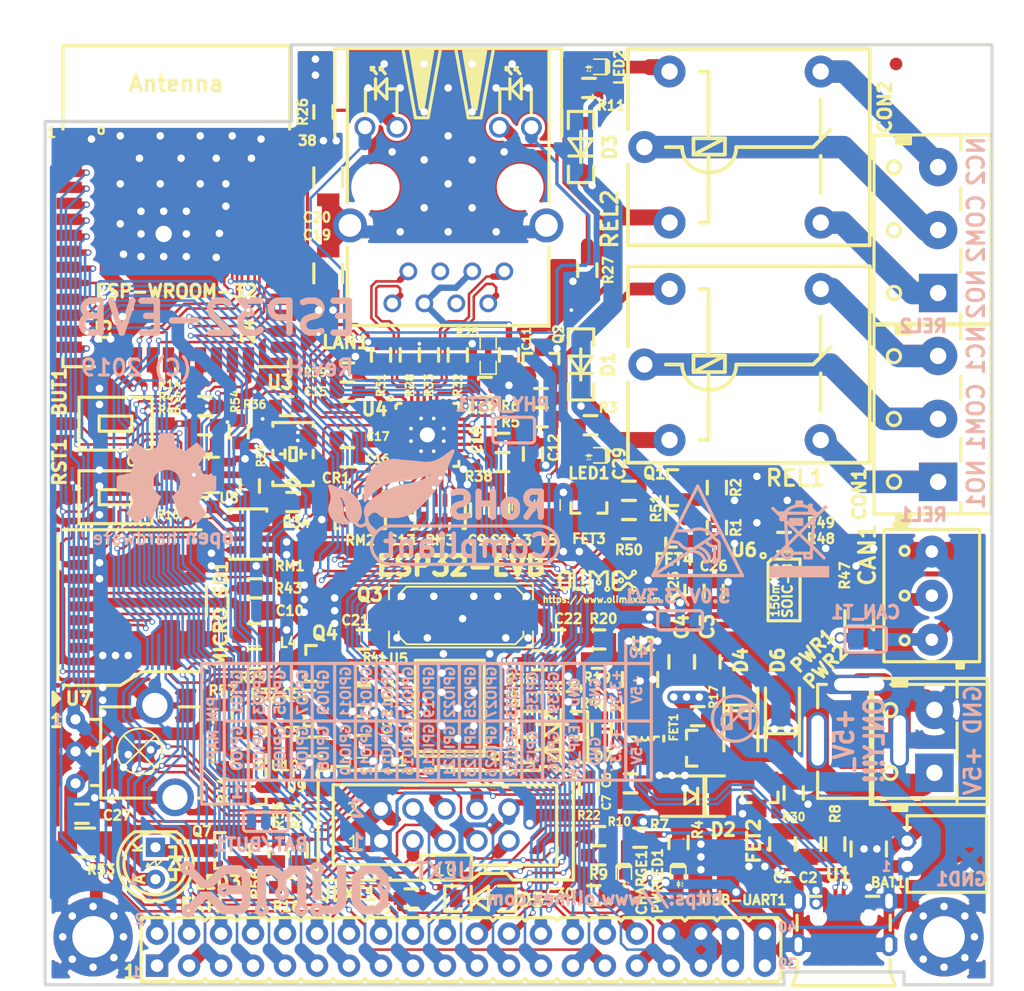
<source format=kicad_pcb>
(kicad_pcb (version 20171130) (host pcbnew 5.1.0-rc2-unknown-036be7d~80~ubuntu16.04.1)
  (title_block (title ESP32-EVB) (date 2019-04-17) (rev H) (company "OLIMEX Ltd.") (comment 1 https://www.olimex.com))
  (layers (0 F.Cu mixed) (31 B.Cu mixed hide) (34 B.Paste user hide) (35 F.Paste user) (36 B.SilkS user hide) (37 F.SilkS user) (38 B.Mask user hide) (39 F.Mask user hide) (44 Edge.Cuts user))
  (net 0 "")
  (net 1 +5V)
  (net 2 GND)
  (net 3 "Net-(BAT1-Pad1)")
  (net 4 "Net-(BUT1-Pad2)")
  (net 5 /GPI34/BUT1)
  (net 6 "Net-(C3-Pad1)")
  (net 7 "Net-(C5-Pad2)")
  (net 8 +3V3)
  (net 9 "Net-(C10-Pad1)")
  (net 10 "Net-(C11-Pad1)")
  (net 11 "Net-(C18-Pad2)")
  (net 12 "Net-(CON1-Pad3)")
  (net 13 "Net-(CON1-Pad1)")
  (net 14 "Net-(CON1-Pad2)")
  (net 15 "Net-(CON2-Pad2)")
  (net 16 "Net-(CON2-Pad1)")
  (net 17 "Net-(CON2-Pad3)")
  (net 18 "Net-(CR1-Pad3)")
  (net 19 "Net-(D1-Pad2)")
  (net 20 "Net-(D3-Pad2)")
  (net 21 /GPIO3/U0RXD)
  (net 22 "Net-(D5-Pad1)")
  (net 23 /ESP_EN)
  (net 24 "/GPIO25/EMAC_RXD0(RMII)")
  (net 25 "/GPIO19/EMAC_TXD0(RMII)")
  (net 26 "/GPIO26/EMAC_RXD1(RMII)")
  (net 27 /GPIO33/REL2)
  (net 28 /GPIO32/REL1)
  (net 29 /GPIO9/SD_DATA2)
  (net 30 /GPIO8/SD_DATA1)
  (net 31 /GPIO6/SD_CLK)
  (net 32 /GPIO7/SD_DATA0)
  (net 33 /GPIO1/U0TXD)
  (net 34 /GPIO10/SD_DATA3)
  (net 35 /GPIO11/SD_CMD)
  (net 36 "Net-(L2-Pad1)")
  (net 37 "Net-(LED1-Pad2)")
  (net 38 "Net-(LED2-Pad2)")
  (net 39 "Net-(Q1-Pad1)")
  (net 40 "Net-(Q2-Pad1)")
  (net 41 "Net-(R19-Pad1)")
  (net 42 "Net-(R39-Pad1)")
  (net 43 /PHYAD0)
  (net 44 /PHYAD1)
  (net 45 /PHYAD2)
  (net 46 /RMIISEL)
  (net 47 /VDD1A-2A)
  (net 48 /VDDCR)
  (net 49 "/GPIO22/EMAC_TXD1(RMII)")
  (net 50 "/GPIO21/EMAC_TX_EN(RMII)")
  (net 51 "Net-(MICRO_SD1-Pad5)")
  (net 52 "Net-(LAN1-Pad1)")
  (net 53 "Net-(LAN1-Pad2)")
  (net 54 "Net-(LAN1-Pad7)")
  (net 55 "Net-(LAN1-Pad8)")
  (net 56 "Net-(LAN1-PadAG1)")
  (net 57 "Net-(LAN1-PadAY1)")
  (net 58 "Net-(LAN1-PadKG1)")
  (net 59 "Net-(LAN1-PadKY1)")
  (net 60 "Net-(C19-Pad1)")
  (net 61 "Net-(C21-Pad1)")
  (net 62 "Net-(C22-Pad1)")
  (net 63 /CANL)
  (net 64 /CANH)
  (net 65 "Net-(CAN_T1-Pad1)")
  (net 66 /GPI36/U1RXD)
  (net 67 /+5V_EXT)
  (net 68 /GPI39/IR_RECEIVE)
  (net 69 "/GPIO23/MDC(RMII)")
  (net 70 /GPIO27/EMAC_RX_CRS_DV)
  (net 71 /GPI35/CAN-RX)
  (net 72 /GPIO5/CAN-TX)
  (net 73 /GPIO4/U1TXD)
  (net 74 /GPIO0/XTAL1/CLKIN)
  (net 75 /GPIO2/HS2_DATA0)
  (net 76 /GPIO12/IR_Transmit)
  (net 77 /GPIO13/I2C-SDA)
  (net 78 /GPIO14/HS2_CLK)
  (net 79 /GPIO15/HS2_CMD)
  (net 80 /GPIO16/I2C-SCL)
  (net 81 /GPIO17/SPI_CS)
  (net 82 "/GPIO18/MDIO(RMII)")
  (net 83 /+5V_USB)
  (net 84 "Net-(LED3-Pad1)")
  (net 85 "Net-(LED3-Pad2)")
  (net 86 "Net-(MICRO_SD1-Pad1)")
  (net 87 "Net-(MICRO_SD1-Pad2)")
  (net 88 "Net-(MICRO_SD1-Pad8)")
  (net 89 "Net-(Q4-Pad2)")
  (net 90 "Net-(Q4-Pad1)")
  (net 91 "Net-(Q5-Pad2)")
  (net 92 "Net-(Q5-Pad1)")
  (net 93 "Net-(Q7-Pad1)")
  (net 94 "Net-(R48-Pad1)")
  (net 95 "Net-(U3-Pad32)")
  (net 96 "Net-(U4-Pad4)")
  (net 97 "Net-(U4-Pad14)")
  (net 98 "Net-(U4-Pad18)")
  (net 99 "Net-(U4-Pad20)")
  (net 100 "Net-(U4-Pad26)")
  (net 101 "Net-(U5-Pad6)")
  (net 102 "Net-(U5-Pad7)")
  (net 103 "Net-(U5-Pad11)")
  (net 104 "Net-(U5-Pad12)")
  (net 105 "Net-(U5-Pad13)")
  (net 106 "Net-(U5-Pad14)")
  (net 107 "Net-(U5-Pad17)")
  (net 108 "Net-(USB-UART1-Pad4)")
  (net 109 /OSC_DIS)
  (net 110 "Net-(PWRLED1-Pad1)")
  (net 111 "Net-(Q5-Pad3)")
  (net 112 "Net-(C28-Pad1)")
  (net 113 "Net-(MICRO_SD1-Pad7)")
  (net 114 "Net-(5.0V/3.3V1-Pad2)")
  (net 115 "Net-(R44-Pad2)")
  (net 116 /D_Com)
  (net 117 +3.3VLAN)
  (net 118 "Net-(C29-Pad2)")
  (net 119 "Net-(FET4-Pad3)")
  (net 120 "Net-(CHARGE1-Pad1)")
  (net 121 "Net-(R7-Pad1)")
  (net 122 "Net-(R8-Pad2)")
  (net 123 /BUT1)
  (net 124 "Net-(BAT/BUT1-Pad3)")
  (net 125 "Net-(C24-Pad1)")
  (net 126 "Net-(D7-Pad1)")
  (net 127 "Net-(D8-Pad2)")
  (net 128 "Net-(U5-Pad20)")
  (module OLIMEX_Connectors-FP:TFC-WXCP11-08-LF (layer F.Cu) (at 76.327 111.125 180)
    (fp_text reference MICRO_SD1 (at -7.239 -1.143 270) (layer F.SilkS) (effects (font (size 1.016 1.016) (thickness 0.254))))
    (fp_text value TFC-WXCP11-08-LF)
    (pad SH2 smd rect (at -5.25 -3.15 270) (size 3.1 1.5) (layers F.Cu F.Paste F.Mask) (net 2 GND))
    (pad SH1 smd rect (at -5.25 2.91 270) (size 3.1 1.5) (layers F.Cu F.Paste F.Mask) (net 2 GND))
    (pad FID4 smd circle (at 5.72 5.54 270) (size 0.4 0.4) (layers F.Cu F.Mask))
    (pad FID3 smd circle (at -6.08 5.54 270) (size 0.4 0.4) (layers F.Cu F.Mask))
    (pad FID2 smd circle (at -6.08 -5.73 270) (size 0.4 0.4) (layers F.Cu F.Mask))
    (pad FID1 smd circle (at 5.72 -6.82 270) (size 0.4 0.4) (layers F.Cu F.Mask))
    (pad 8 smd rect (at 4 3.85 270) (size 0.8 1.5) (layers F.Cu F.Paste F.Mask) (net 88 "Net-(MICRO_SD1-Pad8)"))
    (pad 7 smd rect (at 4 2.75 270) (size 0.8 1.5) (layers F.Cu F.Paste F.Mask) (net 113 "Net-(MICRO_SD1-Pad7)"))
    (pad 6 smd rect (at 4 1.65 270) (size 0.8 1.5) (layers F.Cu F.Paste F.Mask) (net 2 GND))
    (pad 5 smd rect (at 4 0.55 270) (size 0.8 1.5) (layers F.Cu F.Paste F.Mask) (net 51 "Net-(MICRO_SD1-Pad5)"))
    (pad 4 smd rect (at 4 -0.55 270) (size 0.8 1.5) (layers F.Cu F.Paste F.Mask) (net 9 "Net-(C10-Pad1)"))
    (pad 3 smd rect (at 4 -1.65 270) (size 0.8 1.5) (layers F.Cu F.Paste F.Mask) (net 79 /GPIO15/HS2_CMD))
    (pad 2 smd rect (at 4 -2.75 270) (size 0.8 1.5) (layers F.Cu F.Paste F.Mask) (net 87 "Net-(MICRO_SD1-Pad2)"))
    (pad 1 smd rect (at 4 -3.85 270) (size 0.8 1.5) (layers F.Cu F.Paste F.Mask) (net 86 "Net-(MICRO_SD1-Pad1)"))
  )
  (module OLIMEX_Connectors-FP:RJLBC-060TC1 (layer F.Cu) (at 101.6 78.359 180)
    (fp_text reference LAN1 (at 8.128 -12.319 180) (layer F.SilkS) (effects (font (size 1.016 1.016) (thickness 0.254))))
    (fp_text value "RJLD-060TC1(LPJ4013EDNL)")
    (pad "" np_thru_hole circle (at 5.715 0 180) (size 3.2 3.2) (drill 3.2) (layers *.Cu *.Mask))
    (pad "" np_thru_hole circle (at -5.715 0 180) (size 3.2 3.2) (drill 3.2) (layers *.Cu *.Mask))
    (pad KY1 thru_hole circle (at -4.07 4.7485 180) (size 1.65 1.65) (drill 1.1) (layers *.Cu *.Mask) (net 59 "Net-(LAN1-PadKY1)"))
    (pad KG1 thru_hole circle (at 6.61 4.7485 180) (size 1.65 1.65) (drill 1.1) (layers *.Cu *.Mask) (net 58 "Net-(LAN1-PadKG1)"))
    (pad GND2 thru_hole circle (at 7.8 -3.05 180) (size 2.7 2.7) (drill 1.8) (layers *.Cu *.Mask) (net 60 "Net-(C19-Pad1)"))
    (pad GND1 thru_hole circle (at -7.8 -3.05 180) (size 2.7 2.7) (drill 1.8) (layers *.Cu *.Mask) (net 60 "Net-(C19-Pad1)"))
    (pad AY1 thru_hole circle (at -6.61 4.7485 180) (size 1.65 1.65) (drill 1.1) (layers *.Cu *.Mask) (net 57 "Net-(LAN1-PadAY1)"))
    (pad AG1 thru_hole circle (at 4.07 4.7485 180) (size 1.65 1.65) (drill 1.1) (layers *.Cu *.Mask) (net 56 "Net-(LAN1-PadAG1)"))
    (pad 8 thru_hole circle (at 4.435 -9.24 180) (size 1.41 1.41) (drill 0.9) (layers *.Cu *.Mask) (net 55 "Net-(LAN1-Pad8)"))
    (pad 7 thru_hole circle (at 3.165 -6.7 180) (size 1.41 1.41) (drill 0.9) (layers *.Cu *.Mask) (net 54 "Net-(LAN1-Pad7)"))
    (pad 6 thru_hole circle (at 1.895 -9.24 180) (size 1.41 1.41) (drill 0.9) (layers *.Cu *.Mask) (net 10 "Net-(C11-Pad1)"))
    (pad 5 thru_hole circle (at 0.625 -6.7 180) (size 1.41 1.41) (drill 0.9) (layers *.Cu *.Mask))
    (pad 4 thru_hole circle (at -0.645 -9.24 180) (size 1.41 1.41) (drill 0.9) (layers *.Cu *.Mask))
    (pad 3 thru_hole circle (at -1.915 -6.7 180) (size 1.41 1.41) (drill 0.9) (layers *.Cu *.Mask) (net 10 "Net-(C11-Pad1)"))
    (pad 2 thru_hole circle (at -3.185 -9.24 180) (size 1.41 1.41) (drill 0.9) (layers *.Cu *.Mask) (net 53 "Net-(LAN1-Pad2)"))
    (pad 1 thru_hole circle (at -4.455 -6.7 180) (size 1.41 1.41) (drill 0.9) (layers *.Cu *.Mask) (net 52 "Net-(LAN1-Pad1)"))
  )
  (module OLIMEX_Connectors-FP:TB3-3.5mm (layer F.Cu) (at 140 110.815 270)
    (fp_text reference CAN1 (at -3.246 5.126 270) (layer F.SilkS) (effects (font (size 1.27 1.27) (thickness 0.254))))
    (fp_text value TB3-3.5mm)
    (pad 3 thru_hole circle (at 3.5 0 270) (size 2.54 2.54) (drill 1) (layers *.Cu *.Mask) (net 64 /CANH))
    (pad 1 thru_hole circle (at -3.5 0 270) (size 2.54 2.54) (drill 1) (layers *.Cu *.Mask) (net 2 GND))
    (pad 2 thru_hole circle (at 0 0 270) (size 2.54 2.54) (drill 1) (layers *.Cu *.Mask) (net 63 /CANL))
  )
  (module OLIMEX_Connectors-FP:TB3-DG306-5.0_3P (layer F.Cu) (at 140.5 81.774 90)
    (fp_text reference CON2 (at 9.765 -4.229 270) (layer F.SilkS) (effects (font (size 1.016 1.016) (thickness 0.254))))
    (fp_text value "TB3 DG306-5.0-3P")
    (pad 3 thru_hole circle (at 5 0 90) (size 3.048 3.048) (drill 1.3) (layers *.Cu *.Mask) (net 17 "Net-(CON2-Pad3)"))
    (pad 1 thru_hole rect (at -5 0 90) (size 3.048 3.048) (drill 1.3) (layers *.Cu *.Mask) (net 16 "Net-(CON2-Pad1)"))
    (pad 2 thru_hole circle (at 0 0 90) (size 3.048 3.048) (drill 1.3) (layers *.Cu *.Mask) (net 15 "Net-(CON2-Pad2)"))
  )
  (module OLIMEX_Connectors-FP:TB3-DG306-5.0_3P (layer F.Cu) (at 140.5 96.774 90)
    (fp_text reference CON1 (at -5.969 -6.261 90) (layer F.SilkS) (effects (font (size 1.016 1.016) (thickness 0.254))))
    (fp_text value "TB3 DG306-5.0-3P")
    (pad 3 thru_hole circle (at 5 0 90) (size 3.048 3.048) (drill 1.3) (layers *.Cu *.Mask) (net 12 "Net-(CON1-Pad3)"))
    (pad 1 thru_hole rect (at -5 0 90) (size 3.048 3.048) (drill 1.3) (layers *.Cu *.Mask) (net 13 "Net-(CON1-Pad1)"))
    (pad 2 thru_hole circle (at 0 0 90) (size 3.048 3.048) (drill 1.3) (layers *.Cu *.Mask) (net 14 "Net-(CON1-Pad2)"))
  )
  (module OLIMEX_Connectors-FP:UEXT_ML10 (layer F.Cu) (at 101.346 129.032)
    (fp_text reference UEXT1 (at -7.747 5.461) (layer F.SilkS) (effects (font (size 1.016 1.016) (thickness 0.254))))
    (fp_text value BH10S)
    (fp_text user 10 (at 0.0381 3.55092) (layer F.SilkS))
    (fp_text user 1 (at -7.2644 1.39192) (layer F.SilkS))
    (fp_text user 2 (at -7.34822 -1.23444) (layer F.SilkS))
    (pad 10 thru_hole circle (at 5.08 -1.27) (size 1.7 1.7) (drill 1.1) (layers *.Cu *.Mask) (net 81 /GPIO17/SPI_CS))
    (pad 9 thru_hole circle (at 5.08 1.27) (size 1.7 1.7) (drill 1.1) (layers *.Cu *.Mask) (net 78 /GPIO14/HS2_CLK))
    (pad 8 thru_hole circle (at 2.54 -1.27) (size 1.7 1.7) (drill 1.1) (layers *.Cu *.Mask) (net 75 /GPIO2/HS2_DATA0))
    (pad 7 thru_hole circle (at 2.54 1.27) (size 1.7 1.7) (drill 1.1) (layers *.Cu *.Mask) (net 79 /GPIO15/HS2_CMD))
    (pad 6 thru_hole circle (at 0 -1.27) (size 1.7 1.7) (drill 1.1) (layers *.Cu *.Mask) (net 77 /GPIO13/I2C-SDA))
    (pad 5 thru_hole circle (at 0 1.27) (size 1.7 1.7) (drill 1.1) (layers *.Cu *.Mask) (net 80 /GPIO16/I2C-SCL))
    (pad 4 thru_hole circle (at -2.54 -1.27) (size 1.7 1.7) (drill 1.1) (layers *.Cu *.Mask) (net 22 "Net-(D5-Pad1)"))
    (pad 3 thru_hole circle (at -2.54 1.27) (size 1.7 1.7) (drill 1.1) (layers *.Cu *.Mask) (net 73 /GPIO4/U1TXD))
    (pad 2 thru_hole circle (at -5.08 -1.27) (size 1.7 1.7) (drill 1.1) (layers *.Cu *.Mask) (net 2 GND))
    (pad 1 thru_hole rect (at -5.08 1.27) (size 1.7 1.7) (drill 1.1) (layers *.Cu *.Mask) (net 7 "Net-(C5-Pad2)"))
  )
  (module OLIMEX_LEDs-FP:LED-5mm-PTH-AK (layer F.Cu) (at 78.359 132.08 90)
    (fp_text reference LED3 (at -1.524 4.953 180) (layer F.SilkS) (effects (font (size 1.016 1.016) (thickness 0.254))))
    (fp_text value LED/IR333-A/5mm)
    (fp_text user K (at 1.27 -1.3 90) (layer F.SilkS) (effects (font (size 0.889 0.889) (thickness 0.2032))))
    (fp_text user A (at -1.27 -1.3 90) (layer F.SilkS) (effects (font (size 0.889 0.889) (thickness 0.2032))))
    (pad 2 thru_hole rect (at 1.27 0 270) (size 1.524 1.524) (drill 0.8) (layers *.Cu *.Mask) (net 85 "Net-(LED3-Pad2)"))
    (pad 1 thru_hole circle (at -1.27 0 270) (size 1.524 1.524) (drill 0.8) (layers *.Cu *.Mask) (net 84 "Net-(LED3-Pad1)"))
  )
  (module OLIMEX_IC-FP:RPM7236-H8 (layer F.Cu) (at 77.089 123.19 270)
    (fp_text reference U7 (at -4.191 4.826 180) (layer F.SilkS) (effects (font (size 1.016 1.016) (thickness 0.254))))
    (fp_text value RPM7236-H8)
    (pad 0 thru_hole circle (at 3.65 -2.82 270) (size 3 3) (drill 2) (layers *.Cu *.Mask) (net 2 GND))
    (pad 0 thru_hole circle (at -3.65 -1.22 270) (size 3 3) (drill 2) (layers *.Cu *.Mask) (net 2 GND))
    (pad 3 thru_hole circle (at 2.54 5.08 270) (size 1.524 1.524) (drill 0.8) (layers *.Cu *.Mask) (net 8 +3V3))
    (pad 2 thru_hole circle (at 0 5.08 270) (size 1.524 1.524) (drill 0.8) (layers *.Cu *.Mask) (net 2 GND))
    (pad 1 thru_hole circle (at -2.54 5.08 270) (size 1.524 1.524) (drill 0.8) (layers *.Cu *.Mask) (net 68 /GPI39/IR_RECEIVE))
  )
  (module "OLIMEX_Buttons-FP:T1107A(6x3,8x2,5MM)" (layer F.Cu) (at 75.184 102.997 180)
    (fp_text reference RST1 (at 4.445 2.794 270) (layer F.SilkS) (effects (font (size 1.016 1.016) (thickness 0.254))))
    (fp_text value "T1107A(6x3,8x2,5MM)")
    (pad 2 smd rect (at 3.937 0 270) (size 1.016 1.524) (layers F.Cu F.Paste F.Mask) (net 2 GND) (clearance 0.0508))
    (pad 1 smd rect (at -3.937 0 270) (size 1.016 1.524) (layers F.Cu F.Paste F.Mask) (net 23 /ESP_EN) (clearance 0.0508))
  )
  (module "OLIMEX_Buttons-FP:T1107A(6x3,8x2,5MM)" (layer F.Cu) (at 75.184 97.155 180)
    (fp_text reference BUT1 (at 4.445 2.54 270) (layer F.SilkS) (effects (font (size 1.016 1.016) (thickness 0.254))))
    (fp_text value "T1107A(6x3,8x2,5MM)")
    (pad 2 smd rect (at 3.937 0 270) (size 1.016 1.524) (layers F.Cu F.Paste F.Mask) (net 4 "Net-(BUT1-Pad2)") (clearance 0.0508))
    (pad 1 smd rect (at -3.937 0 270) (size 1.016 1.524) (layers F.Cu F.Paste F.Mask) (net 123 /BUT1) (clearance 0.0508))
  )
  (module OLIMEX_Relays-FP:Relay_RAS-05-15 (layer F.Cu) (at 125.476 92.456 180)
    (fp_text reference REL1 (at -3.683 -9.017) (layer F.SilkS) (effects (font (size 1.27 1.27) (thickness 0.254))))
    (fp_text value RAS-0515)
    (pad COM0 thru_hole circle (at 8.3 0 180) (size 2.54 2.54) (drill 1.3) (layers *.Cu *.Mask) (net 14 "Net-(CON1-Pad2)") (clearance 2.54))
    (pad NO0 thru_hole circle (at -5.7 -6 180) (size 2.54 2.54) (drill 1.3) (layers *.Cu *.Mask) (net 13 "Net-(CON1-Pad1)") (clearance 2.54))
    (pad NC0 thru_hole circle (at -5.7 6 180) (size 2.54 2.54) (drill 1.3) (layers *.Cu *.Mask) (net 12 "Net-(CON1-Pad3)") (clearance 2.54))
    (pad 2 thru_hole circle (at 6.3 6 180) (size 2.54 2.54) (drill 1.3) (layers *.Cu *.Mask) (net 19 "Net-(D1-Pad2)"))
    (pad 1 thru_hole circle (at 6.3 -6 180) (size 2.54 2.54) (drill 1.3) (layers *.Cu *.Mask) (net 1 +5V))
  )
  (module OLIMEX_Relays-FP:Relay_RAS-05-15 (layer F.Cu) (at 125.476 75.184 180)
    (fp_text reference REL2 (at 11.049 -5.715 270) (layer F.SilkS) (effects (font (size 1.27 1.27) (thickness 0.254))))
    (fp_text value RAS-0515)
    (pad COM0 thru_hole circle (at 8.3 0 180) (size 2.54 2.54) (drill 1.3) (layers *.Cu *.Mask) (net 15 "Net-(CON2-Pad2)") (clearance 2.54))
    (pad NO0 thru_hole circle (at -5.7 -6 180) (size 2.54 2.54) (drill 1.3) (layers *.Cu *.Mask) (net 16 "Net-(CON2-Pad1)") (clearance 2.54))
    (pad NC0 thru_hole circle (at -5.7 6 180) (size 2.54 2.54) (drill 1.3) (layers *.Cu *.Mask) (net 17 "Net-(CON2-Pad3)") (clearance 2.54))
    (pad 2 thru_hole circle (at 6.3 6 180) (size 2.54 2.54) (drill 1.3) (layers *.Cu *.Mask) (net 20 "Net-(D3-Pad2)"))
    (pad 1 thru_hole circle (at 6.3 -6 180) (size 2.54 2.54) (drill 1.3) (layers *.Cu *.Mask) (net 1 +5V))
  )
  (module "OLIMEX_Connectors-FP:PWRJ-2mm(YDJ-1136)" (layer F.Cu) (at 130.937 117.569 180)
    (fp_text reference PWR1 (at 0.381 2.38 45) (layer F.SilkS) (effects (font (size 1.016 1.016) (thickness 0.254))))
    (fp_text value "PWRJ-2mm(YDJ-1134)")
    (pad - thru_hole oval (at -3.3 -0.3 180) (size 4.5 1.5) (drill oval 4 1) (layers *.Cu *.Mask) (net 2 GND))
    (pad - thru_hole oval (at -6.5 -4.75 180) (size 1.5 4.5) (drill oval 1 4) (layers *.Cu *.Mask) (net 2 GND))
    (pad + thru_hole oval (at 0 -4.75 180) (size 1.5 4.5) (drill oval 1 4) (layers *.Cu *.Mask) (net 67 /+5V_EXT))
  )
  (module OLIMEX_IC-FP:SOIC-8_150mil (layer F.Cu) (at 128.27 110.363 270)
    (fp_text reference U6 (at -3.175 3.175 180) (layer F.SilkS) (effects (font (size 1.016 1.016) (thickness 0.254))))
    (fp_text value "MCP2562-E/SN(SOIC-8_150mil)")
    (fp_text user SOIC-8 (at 0.05588 -0.27178 270) (layer F.SilkS) (effects (font (size 0.762 0.762) (thickness 0.1905))))
    (fp_text user 150mil (at 0.508 0.7112 270) (layer F.SilkS) (effects (font (size 0.635 0.635) (thickness 0.15875))))
    (pad 8 smd rect (at -1.905 -2.5 270) (size 0.6 2.2) (layers F.Cu F.Paste F.Mask) (net 94 "Net-(R48-Pad1)") (clearance 0.0508))
    (pad 7 smd rect (at -0.635 -2.5 270) (size 0.6 2.2) (layers F.Cu F.Paste F.Mask) (net 64 /CANH) (clearance 0.0508))
    (pad 6 smd rect (at 0.635 -2.5 270) (size 0.6 2.2) (layers F.Cu F.Paste F.Mask) (net 63 /CANL) (clearance 0.0508))
    (pad 5 smd rect (at 1.905 -2.5 270) (size 0.6 2.2) (layers F.Cu F.Paste F.Mask) (net 8 +3V3) (clearance 0.0508))
    (pad 4 smd rect (at 1.905 2.5 270) (size 0.6 2.2) (layers F.Cu F.Paste F.Mask) (net 71 /GPI35/CAN-RX) (clearance 0.0508))
    (pad 3 smd rect (at 0.635 2.5 270) (size 0.6 2.2) (layers F.Cu F.Paste F.Mask) (net 114 "Net-(5.0V/3.3V1-Pad2)") (clearance 0.0508))
    (pad 2 smd rect (at -0.635 2.5 270) (size 0.6 2.2) (layers F.Cu F.Paste F.Mask) (net 2 GND) (clearance 0.0508))
    (pad 1 smd rect (at -1.905 2.5 270) (size 0.6 2.2) (layers F.Cu F.Paste F.Mask) (net 72 /GPIO5/CAN-TX) (clearance 0.0508))
  )
  (module OLIMEX_Crystal-FP:5032-4P_HCX-3S (layer F.Cu) (at 89.281 99.568 90)
    (fp_text reference CR1 (at -1.905 3.429 180) (layer F.SilkS) (effects (font (size 0.762 0.762) (thickness 0.1905))))
    (fp_text value Q50MHz/25ppm/3V/4P/5x3.2mm)
    (pad 4 smd rect (at -1.27 -1.27 90) (size 1.4 1.2) (layers F.Cu F.Paste F.Mask) (net 8 +3V3))
    (pad 3 smd rect (at 1.27 -1.27 90) (size 1.4 1.2) (layers F.Cu F.Paste F.Mask) (net 18 "Net-(CR1-Pad3)"))
    (pad 2 smd rect (at 1.27 1.27 90) (size 1.4 1.2) (layers F.Cu F.Paste F.Mask) (net 2 GND))
    (pad 1 smd rect (at -1.27 1.27 90) (size 1.4 1.2) (layers F.Cu F.Paste F.Mask) (net 109 /OSC_DIS))
  )
  (module OLIMEX_RLC-FP:R_0603_5MIL_DWS (layer F.Cu) (at 86.233 115.824 180)
    (fp_text reference R29 (at 0.127 -1.524 180) (layer F.SilkS) (effects (font (size 0.762 0.762) (thickness 0.1905))))
    (fp_text value 10k/R0603)
    (pad 2 smd rect (at 0.889 0 180) (size 1.016 1.016) (layers F.Cu F.Paste F.Mask) (net 79 /GPIO15/HS2_CMD))
    (pad 1 smd rect (at -0.889 0 180) (size 1.016 1.016) (layers F.Cu F.Paste F.Mask) (net 8 +3V3))
  )
  (module OLIMEX_Connectors-FP:USB-MICRO_MISB-SWMM-5B_LF (layer F.Cu) (at 133 138.303 270)
    (fp_text reference USB-UART1 (at -3.302 7.905 180) (layer F.SilkS) (effects (font (size 0.762 0.762) (thickness 0.1905))))
    (fp_text value "MISB-SWMM-5B-LF(USB_MICRO)")
    (pad 1 smd rect (at -3.15 1.3875) (size 0.5 1.65) (layers F.Cu F.Paste F.Mask) (net 83 /+5V_USB))
    (pad 2 smd rect (at -3.15 0.65) (size 0.325 1.65) (layers F.Cu F.Paste F.Mask) (net 102 "Net-(U5-Pad7)"))
    (pad 3 smd rect (at -3.15 0) (size 0.325 1.65) (layers F.Cu F.Paste F.Mask) (net 101 "Net-(U5-Pad6)"))
    (pad 4 smd rect (at -3.15 -0.65) (size 0.325 1.65) (layers F.Cu F.Paste F.Mask) (net 108 "Net-(USB-UART1-Pad4)"))
    (pad 5 smd rect (at -3.15 -1.3875) (size 0.5 1.65) (layers F.Cu F.Paste F.Mask) (net 2 GND))
    (pad "" np_thru_hole circle (at -1.9 2) (size 0.6 0.6) (drill 0.6) (layers *.Cu *.Mask))
    (pad "" np_thru_hole circle (at -1.9 -2) (size 0.6 0.6) (drill 0.6) (layers *.Cu *.Mask))
    (pad 0 smd rect (at 1.4 1.5) (size 1.1 1) (layers F.Cu F.Paste F.Mask) (net 2 GND))
    (pad 0 smd rect (at 1.4 -1.5) (size 1.1 1) (layers F.Cu F.Paste F.Mask) (net 2 GND))
    (pad 0 thru_hole oval (at 0.25 3.6) (size 1.2 1.8) (drill oval 0.6 1.2) (layers *.Cu *.Mask) (net 2 GND))
    (pad 0 thru_hole oval (at -3.22 3.6) (size 1.2 1.8) (drill oval 0.6 1.2) (layers *.Cu *.Mask) (net 2 GND))
    (pad 0 thru_hole oval (at -3.22 -3.6) (size 1.2 1.8) (drill oval 0.6 1.2) (layers *.Cu *.Mask) (net 2 GND))
    (pad 0 thru_hole oval (at 0.25 -3.6) (size 1.2 1.8) (drill oval 0.6 1.2) (layers *.Cu *.Mask) (net 2 GND))
  )
  (module OLIMEX_Connectors-FP:LIPO_BAT-CON2DW02R (layer F.Cu) (at 141.1986 131.318 90)
    (fp_text reference BAT1 (at -2.286 -4.6736 180) (layer F.SilkS) (effects (font (size 0.762 0.762) (thickness 0.1905))))
    (fp_text value DW02R)
    (pad 1 thru_hole rect (at -1.00838 -3.15214 90) (size 1.4 1.4) (drill 0.9) (layers *.Cu *.Mask) (net 3 "Net-(BAT1-Pad1)"))
    (pad 2 thru_hole circle (at 1.0033 -3.15468 90) (size 1.4 1.4) (drill 0.9) (layers *.Cu *.Mask) (net 2 GND))
  )
  (module OLIMEX_RLC-FP:C_0805_5MIL_DWS (layer F.Cu) (at 130.175 130.556 270)
    (fp_text reference C2 (at 2.667 0) (layer F.SilkS) (effects (font (size 0.762 0.762) (thickness 0.1905))))
    (fp_text value 47uF/6.3V/20%/X5R/C0805)
    (pad 2 smd rect (at 1.016 0) (size 1.524 1.27) (layers F.Cu F.Paste F.Mask) (net 2 GND))
    (pad 1 smd rect (at -1.016 0) (size 1.524 1.27) (layers F.Cu F.Paste F.Mask) (net 1 +5V))
  )
  (module OLIMEX_Other-FP:Fiducial1x3 (layer F.Cu) (at 142.875 133.35)
    (fp_text reference "" (at 0 3) (layer F.SilkS))
    (fp_text value "")
    (pad Fid1 connect circle (at 0 0) (size 1 1) (layers F.Cu F.Mask) (clearance 1.016))
  )
  (module OLIMEX_RLC-FP:0R_0603 (layer F.Cu) (at 104.775 91.694 90)
    (fp_text reference R25 (at 1.778 -1.651) (layer F.SilkS) (effects (font (size 0.635 0.635) (thickness 0.15875))))
    (fp_text value "0R(board_mounted)")
    (fp_line (start -0.5 0) (end 0.5 0) (layer F.Cu) (width 0.508))
    (pad 1 smd rect (at -0.889 0 90) (size 1.016 1.016) (layers F.Cu F.Paste F.Mask) (net 47 /VDD1A-2A) (clearance 0.0508))
    (pad 2 smd rect (at 0.889 0 90) (size 1.016 1.016) (layers F.Cu F.Paste F.Mask) (net 10 "Net-(C11-Pad1)") (clearance 0.0508))
  )
  (module "OLIMEX_Diodes-FP:DO214AA_1(K)-2(A)" (layer F.Cu) (at 121.031 126.746 180)
    (fp_text reference D2 (at -2.413 -2.667 180) (layer F.SilkS) (effects (font (size 1.016 1.016) (thickness 0.254))))
    (fp_text value "SMBJ6.0A(DO-214AA)")
    (pad 2 smd rect (at 2.177 0 180) (size 1.778 2.286) (layers F.Cu F.Paste F.Mask) (net 2 GND))
    (pad 1 smd rect (at -2.177 0 180) (size 1.778 2.286) (layers F.Cu F.Paste F.Mask) (net 1 +5V))
  )
  (module OLIMEX_RLC-FP:R_0603_5MIL_DWS (layer F.Cu) (at 83.693 120.396 270)
    (fp_text reference R57 (at -2.032 0) (layer F.SilkS) (effects (font (size 0.762 0.762) (thickness 0.1905))))
    (fp_text value "NA(1k/R0603)")
    (pad 1 smd rect (at -0.889 0 270) (size 1.016 1.016) (layers F.Cu F.Paste F.Mask) (net 11 "Net-(C18-Pad2)"))
    (pad 2 smd rect (at 0.889 0 270) (size 1.016 1.016) (layers F.Cu F.Paste F.Mask) (net 109 /OSC_DIS))
  )
  (module OLIMEX_RLC-FP:R_0603_5MIL_DWS (layer F.Cu) (at 83.693 123.571 270)
    (fp_text reference R44 (at 2.683 -0.061 270) (layer F.SilkS) (effects (font (size 0.762 0.762) (thickness 0.1905))))
    (fp_text value NA/R0603)
    (pad 2 smd rect (at 0.889 0 270) (size 1.016 1.016) (layers F.Cu F.Paste F.Mask) (net 115 "Net-(R44-Pad2)"))
    (pad 1 smd rect (at -0.889 0 270) (size 1.016 1.016) (layers F.Cu F.Paste F.Mask) (net 109 /OSC_DIS))
  )
  (module OLIMEX_Diodes-FP:SOT23-3 (layer F.Cu) (at 86.487 122.682 180)
    (fp_text reference U10 (at -2.159 -1.651 180) (layer F.SilkS) (effects (font (size 0.762 0.762) (thickness 0.1905))))
    (fp_text value "BAT54C(SOT23-3)")
    (pad 3 smd rect (at -1.1 0 270) (size 1 1.4) (layers F.Cu F.Paste F.Mask) (net 116 /D_Com))
    (pad 2 smd rect (at 1.1 -0.95 270) (size 1 1.4) (layers F.Cu F.Paste F.Mask) (net 109 /OSC_DIS))
    (pad 1 smd rect (at 1.1 0.95 270) (size 1 1.4) (layers F.Cu F.Paste F.Mask) (net 75 /GPIO2/HS2_DATA0))
  )
  (module OLIMEX_Diodes-FP:SOT23-3 (layer F.Cu) (at 86.487 125.984 180)
    (fp_text reference U9 (at -3.048 0 180) (layer F.SilkS) (effects (font (size 0.762 0.762) (thickness 0.1905))))
    (fp_text value "BAT54C(SOT23-3)")
    (pad 3 smd rect (at -1.1 0 270) (size 1 1.4) (layers F.Cu F.Paste F.Mask) (net 116 /D_Com))
    (pad 2 smd rect (at 1.1 -0.95 270) (size 1 1.4) (layers F.Cu F.Paste F.Mask) (net 74 /GPIO0/XTAL1/CLKIN))
    (pad 1 smd rect (at 1.1 0.95 270) (size 1 1.4) (layers F.Cu F.Paste F.Mask) (net 115 "Net-(R44-Pad2)"))
  )
  (module OLIMEX_LOGOs-FP:LOGO_ROHS_1 (layer B.Cu) (at 109.347 107.696 180)
    (fp_text reference Ref** hide)
    (fp_text value Val** hide)
    (fp_text user Compliant (at 6.20014 0.8382 180) (layer B.SilkS) (effects (font (size 1.778 1.778) (thickness 0.35)) (justify mirror)))
    (fp_text user RoHS (at 3.81508 4.04368 180) (layer B.SilkS) (effects (font (size 2 2) (thickness 0.5)) (justify mirror)))
  )
  (module OLIMEX_LOGOs-FP:LOGO_RECYCLEBIN_1 (layer B.Cu) (at 131.826 109.347 180)
    (fp_text reference "" hide)
    (fp_text value "" hide)
  )
  (module OLIMEX_LOGOs-FP:LOGO_PBFREE (layer B.Cu) (at 124.587 120.269)
    (fp_text reference "")
    (fp_text value "")
    (fp_text user Pb (at -0.08636 0.33528) (layer B.SilkS) (effects (font (size 1.7 1.5) (thickness 0.254)) (justify mirror)))
  )
  (module OLIMEX_LOGOs-FP:LOGO_OPENHARDWARE_8x8 (layer B.Cu) (at 79.248 101.981 180)
    (fp_text reference "" hide)
    (fp_text value "" hide)
    (fp_text user open (at -3.40106 -4.17576 180) (layer B.SilkS) (effects (font (size 1.1 1.1) (thickness 0.254)) (justify mirror)))
    (fp_text user hardware (at 2.51206 -4.2672 180) (layer B.SilkS) (effects (font (thickness 0.18)) (justify mirror)))
  )
  (module OLIMEX_LOGOs-FP:LOGO_ANTISTATIC_1 (layer B.Cu) (at 124.968 109.22 180)
    (fp_text reference Ref** hide)
    (fp_text value Val** hide)
  )
  (module OLIMEX_RLC-FP:R_0603_5MIL_DWS (layer F.Cu) (at 87.249 120.015 180)
    (fp_text reference R37 (at 0.254 1.397 180) (layer F.SilkS) (effects (font (size 0.762 0.762) (thickness 0.1905))))
    (fp_text value 220R/R0603)
    (pad 2 smd rect (at 0.889 0 180) (size 1.016 1.016) (layers F.Cu F.Paste F.Mask) (net 116 /D_Com))
    (pad 1 smd rect (at -0.889 0 180) (size 1.016 1.016) (layers F.Cu F.Paste F.Mask) (net 111 "Net-(Q5-Pad3)"))
  )
  (module OLIMEX_RLC-FP:C_0805_5MIL_DWS (layer F.Cu) (at 120.142 116.078 90)
    (fp_text reference C4 (at 2.794 0 90) (layer F.SilkS) (effects (font (size 1.016 1.016) (thickness 0.254))))
    (fp_text value 47uF/6.3V/20%/X5R/C0805)
    (pad 2 smd rect (at 1.016 0 180) (size 1.524 1.27) (layers F.Cu F.Paste F.Mask) (net 2 GND))
    (pad 1 smd rect (at -1.016 0 180) (size 1.524 1.27) (layers F.Cu F.Paste F.Mask) (net 6 "Net-(C3-Pad1)"))
  )
  (module OLIMEX_RLC-FP:C_0805_5MIL_DWS (layer F.Cu) (at 122.174 116.078 90)
    (fp_text reference C3 (at 2.794 0 90) (layer F.SilkS) (effects (font (size 1.016 1.016) (thickness 0.254))))
    (fp_text value "NA(47uF/6.3V/20%/X5R/C0805)")
    (pad 2 smd rect (at 1.016 0 180) (size 1.524 1.27) (layers F.Cu F.Paste F.Mask) (net 2 GND))
    (pad 1 smd rect (at -1.016 0 180) (size 1.524 1.27) (layers F.Cu F.Paste F.Mask) (net 6 "Net-(C3-Pad1)"))
  )
  (module OLIMEX_RLC-FP:R_0603_5MIL_DWS (layer F.Cu) (at 113.538 114.3 180)
    (fp_text reference R20 (at -0.381 1.651 180) (layer F.SilkS) (effects (font (size 0.762 0.762) (thickness 0.1905))))
    (fp_text value 49.9k/1%/R0603)
    (pad 2 smd rect (at 0.889 0 180) (size 1.016 1.016) (layers F.Cu F.Paste F.Mask) (net 2 GND))
    (pad 1 smd rect (at -0.889 0 180) (size 1.016 1.016) (layers F.Cu F.Paste F.Mask) (net 41 "Net-(R19-Pad1)"))
  )
  (module OLIMEX_RLC-FP:R_0603_5MIL_DWS (layer F.Cu) (at 113.538 115.824 180)
    (fp_text reference R19 (at 0.127 -1.524 180) (layer F.SilkS) (effects (font (size 0.762 0.762) (thickness 0.1905))))
    (fp_text value 220k/R0603)
    (pad 2 smd rect (at 0.889 0 180) (size 1.016 1.016) (layers F.Cu F.Paste F.Mask) (net 8 +3V3))
    (pad 1 smd rect (at -0.889 0 180) (size 1.016 1.016) (layers F.Cu F.Paste F.Mask) (net 41 "Net-(R19-Pad1)"))
  )
  (module OLIMEX_RLC-FP:R_0603_5MIL_DWS (layer F.Cu) (at 119.888 130.429 90)
    (fp_text reference R4 (at 1.016 1.524 90) (layer F.SilkS) (effects (font (size 0.762 0.762) (thickness 0.1905))))
    (fp_text value 2.2k/R0603)
    (pad 2 smd rect (at 0.889 0 90) (size 1.016 1.016) (layers F.Cu F.Paste F.Mask) (net 2 GND))
    (pad 1 smd rect (at -0.889 0 90) (size 1.016 1.016) (layers F.Cu F.Paste F.Mask) (net 110 "Net-(PWRLED1-Pad1)"))
  )
  (module OLIMEX_RLC-FP:R_0603_5MIL_DWS (layer F.Cu) (at 86.614 131.064 270)
    (fp_text reference R56 (at 2.667 0.254 270) (layer F.SilkS) (effects (font (size 0.762 0.762) (thickness 0.1905))))
    (fp_text value 10k/R0603)
    (pad 2 smd rect (at 0.889 0 270) (size 1.016 1.016) (layers F.Cu F.Paste F.Mask) (net 93 "Net-(Q7-Pad1)"))
    (pad 1 smd rect (at -0.889 0 270) (size 1.016 1.016) (layers F.Cu F.Paste F.Mask) (net 2 GND))
  )
  (module OLIMEX_RLC-FP:R_0603_5MIL_DWS (layer F.Cu) (at 88.138 131.064 270)
    (fp_text reference R55 (at -2.794 0 270) (layer F.SilkS) (effects (font (size 0.762 0.762) (thickness 0.1905))))
    (fp_text value 1k/R0603)
    (pad 2 smd rect (at 0.889 0 270) (size 1.016 1.016) (layers F.Cu F.Paste F.Mask) (net 93 "Net-(Q7-Pad1)"))
    (pad 1 smd rect (at -0.889 0 270) (size 1.016 1.016) (layers F.Cu F.Paste F.Mask) (net 76 /GPIO12/IR_Transmit))
  )
  (module OLIMEX_RLC-FP:R_0603_5MIL_DWS (layer F.Cu) (at 84.963 97.79 90)
    (fp_text reference R54 (at 2.413 -0.254 90) (layer F.SilkS) (effects (font (size 0.635 0.635) (thickness 0.15875))))
    (fp_text value NA/R0603)
    (pad 1 smd rect (at -0.889 0 90) (size 1.016 1.016) (layers F.Cu F.Paste F.Mask) (net 74 /GPIO0/XTAL1/CLKIN))
    (pad 2 smd rect (at 0.889 0 90) (size 1.016 1.016) (layers F.Cu F.Paste F.Mask) (net 8 +3V3))
  )
  (module OLIMEX_RLC-FP:R_1206_5MIL_DWS (layer F.Cu) (at 72.771 130.429)
    (fp_text reference R53 (at 1.27 2.159) (layer F.SilkS) (effects (font (size 0.762 0.762) (thickness 0.1905))))
    (fp_text value 6.8R/R1206)
    (pad 2 smd rect (at 1.397 0) (size 1.524 1.778) (layers F.Cu F.Paste F.Mask) (net 84 "Net-(LED3-Pad1)"))
    (pad 1 smd rect (at -1.397 0) (size 1.524 1.778) (layers F.Cu F.Paste F.Mask) (net 8 +3V3))
  )
  (module OLIMEX_RLC-FP:R_0603_5MIL_DWS (layer F.Cu) (at 128.27 105.029 180)
    (fp_text reference R49 (at -2.921 0 180) (layer F.SilkS) (effects (font (size 0.762 0.762) (thickness 0.1905))))
    (fp_text value 10k/R0603)
    (pad 2 smd rect (at 0.889 0 180) (size 1.016 1.016) (layers F.Cu F.Paste F.Mask) (net 2 GND))
    (pad 1 smd rect (at -0.889 0 180) (size 1.016 1.016) (layers F.Cu F.Paste F.Mask) (net 94 "Net-(R48-Pad1)"))
  )
  (module OLIMEX_RLC-FP:R_0603_5MIL_DWS (layer F.Cu) (at 128.27 106.553 180)
    (fp_text reference R48 (at -2.921 0.254 180) (layer F.SilkS) (effects (font (size 0.762 0.762) (thickness 0.1905))))
    (fp_text value NA/R0603)
    (pad 2 smd rect (at 0.889 0 180) (size 1.016 1.016) (layers F.Cu F.Paste F.Mask) (net 114 "Net-(5.0V/3.3V1-Pad2)"))
    (pad 1 smd rect (at -0.889 0 180) (size 1.016 1.016) (layers F.Cu F.Paste F.Mask) (net 94 "Net-(R48-Pad1)"))
  )
  (module OLIMEX_RLC-FP:R_1206_5MIL_DWS (layer F.Cu) (at 134.239 112.776 90)
    (fp_text reference R47 (at 3.556 -1.143 90) (layer F.SilkS) (effects (font (size 0.762 0.762) (thickness 0.1905))))
    (fp_text value 120R/R1206)
    (pad 2 smd rect (at 1.397 0 90) (size 1.524 1.778) (layers F.Cu F.Paste F.Mask) (net 63 /CANL))
    (pad 1 smd rect (at -1.397 0 90) (size 1.524 1.778) (layers F.Cu F.Paste F.Mask) (net 65 "Net-(CAN_T1-Pad1)"))
  )
  (module OLIMEX_RLC-FP:R_0603_5MIL_DWS (layer F.Cu) (at 82.296 98.806)
    (fp_text reference R46 (at -2.794 -2.7305) (layer F.SilkS) (effects (font (size 0.635 0.635) (thickness 0.15875))))
    (fp_text value NA/R0603)
    (pad 2 smd rect (at 0.889 0) (size 1.016 1.016) (layers F.Cu F.Paste F.Mask) (net 116 /D_Com))
    (pad 1 smd rect (at -0.889 0) (size 1.016 1.016) (layers F.Cu F.Paste F.Mask) (net 123 /BUT1))
  )
  (module OLIMEX_RLC-FP:R_0603_5MIL_DWS (layer F.Cu) (at 82.296 97.282 180)
    (fp_text reference R45 (at 2.794 2.2225 180) (layer F.SilkS) (effects (font (size 0.635 0.635) (thickness 0.15875))))
    (fp_text value 10k/R0603)
    (pad 2 smd rect (at 0.889 0 180) (size 1.016 1.016) (layers F.Cu F.Paste F.Mask) (net 123 /BUT1))
    (pad 1 smd rect (at -0.889 0 180) (size 1.016 1.016) (layers F.Cu F.Paste F.Mask) (net 8 +3V3))
  )
  (module OLIMEX_RLC-FP:R_0603_5MIL_DWS (layer F.Cu) (at 94.869 118.745 180)
    (fp_text reference R42 (at -2.032 0.381 270) (layer F.SilkS) (effects (font (size 0.635 0.635) (thickness 0.15875))))
    (fp_text value 1k/R0603)
    (pad 2 smd rect (at 0.889 0 180) (size 1.016 1.016) (layers F.Cu F.Paste F.Mask) (net 92 "Net-(Q5-Pad1)"))
    (pad 1 smd rect (at -0.889 0 180) (size 1.016 1.016) (layers F.Cu F.Paste F.Mask) (net 89 "Net-(Q4-Pad2)"))
  )
  (module OLIMEX_RLC-FP:R_0603_5MIL_DWS (layer F.Cu) (at 129.032 126.492 270)
    (fp_text reference R30 (at 1.905 0) (layer F.SilkS) (effects (font (size 0.635 0.635) (thickness 0.15875))))
    (fp_text value 10k/R0603)
    (pad 2 smd rect (at 0.889 0 270) (size 1.016 1.016) (layers F.Cu F.Paste F.Mask) (net 2 GND))
    (pad 1 smd rect (at -0.889 0 270) (size 1.016 1.016) (layers F.Cu F.Paste F.Mask) (net 67 /+5V_EXT))
  )
  (module OLIMEX_Crystal-FP:Q_49U3HMS (layer F.Cu) (at 102.616 112.395)
    (fp_text reference Q3 (at -7.239 -1.651 180) (layer F.SilkS) (effects (font (size 1.016 1.016) (thickness 0.254))))
    (fp_text value "Q12MHz/20pF/30ppm/2P/HC-49SM(SMD)")
    (pad 1 smd rect (at -4.699 0) (size 4.826 1.1) (layers F.Cu F.Paste F.Mask) (net 61 "Net-(C21-Pad1)") (clearance 0.0508))
    (pad 2 smd rect (at 4.699 0) (size 4.826 1.1) (layers F.Cu F.Paste F.Mask) (net 62 "Net-(C22-Pad1)") (clearance 0.0508))
  )
  (module OLIMEX_Diodes-FP:SMA-KA (layer F.Cu) (at 128.143 120.65 90)
    (fp_text reference D6 (at 4.699 -0.381 90) (layer F.SilkS) (effects (font (size 1.016 1.016) (thickness 0.254))))
    (fp_text value 1N5822/SS34/SMA)
    (pad 1 smd rect (at -2.5 0 90) (size 2 1.7) (layers F.Cu F.Paste F.Mask) (net 1 +5V))
    (pad 2 smd rect (at 2.5 0 90) (size 2 1.7) (layers F.Cu F.Paste F.Mask) (net 67 /+5V_EXT))
  )
  (module OLIMEX_Jumpers-FP:SJ (layer B.Cu) (at 134.747 114.3)
    (fp_text reference CAN_T1 (at 0 -2.159) (layer B.SilkS) (effects (font (size 1.016 1.016) (thickness 0.254)) (justify mirror)))
    (fp_text value Opened)
    (pad 2 smd rect (at 0.762 0) (size 1.1684 1.6002) (layers B.Cu B.Mask) (net 64 /CANH) (clearance 0.0508))
    (pad 1 smd rect (at -0.762 0) (size 1.1684 1.6002) (layers B.Cu B.Mask) (net 65 "Net-(CAN_T1-Pad1)"))
    (pad 1 smd rect (at -0.762 0) (size 1.1684 1.6002) (layers B.Cu B.Mask) (net 65 "Net-(CAN_T1-Pad1)") (clearance 0.0508))
  )
  (module OLIMEX_RLC-FP:C_0603_5MIL_DWS (layer F.Cu) (at 79.502 100.203 90)
    (fp_text reference C28 (at 0.0635 -2.3495 180) (layer F.SilkS) (effects (font (size 0.762 0.762) (thickness 0.1905))))
    (fp_text value 470nF/16V/10%/X7R/C0603)
    (pad 2 smd rect (at 0.889 0 90) (size 1.016 1.016) (layers F.Cu F.Paste F.Mask) (net 2 GND) (clearance 0.0508))
    (pad 1 smd rect (at -0.889 0 90) (size 1.016 1.016) (layers F.Cu F.Paste F.Mask) (net 112 "Net-(C28-Pad1)") (clearance 0.0508))
  )
  (module OLIMEX_RLC-FP:C_0603_5MIL_DWS (layer F.Cu) (at 72.517 128.143)
    (fp_text reference C27 (at 2.794 0.127 180) (layer F.SilkS) (effects (font (size 0.762 0.762) (thickness 0.1905))))
    (fp_text value 100nF/50V/20%/Y5V/C0603)
    (pad 2 smd rect (at 0.889 0) (size 1.016 1.016) (layers F.Cu F.Paste F.Mask) (net 2 GND) (clearance 0.0508))
    (pad 1 smd rect (at -0.889 0) (size 1.016 1.016) (layers F.Cu F.Paste F.Mask) (net 8 +3V3) (clearance 0.0508))
  )
  (module OLIMEX_RLC-FP:C_0603_5MIL_DWS (layer F.Cu) (at 122.682 110.49 270)
    (fp_text reference C26 (at -2.032 0) (layer F.SilkS) (effects (font (size 0.762 0.762) (thickness 0.1905))))
    (fp_text value 10uF/6.3V/20%/X5R/C0603)
    (pad 2 smd rect (at 0.889 0 270) (size 1.016 1.016) (layers F.Cu F.Paste F.Mask) (net 114 "Net-(5.0V/3.3V1-Pad2)") (clearance 0.0508))
    (pad 1 smd rect (at -0.889 0 270) (size 1.016 1.016) (layers F.Cu F.Paste F.Mask) (net 2 GND) (clearance 0.0508))
  )
  (module OLIMEX_RLC-FP:C_0603_5MIL_DWS (layer F.Cu) (at 121.158 110.49 270)
    (fp_text reference C25 (at -0.508 1.651 270) (layer F.SilkS) (effects (font (size 0.762 0.762) (thickness 0.1905))))
    (fp_text value 100nF/50V/20%/Y5V/C0603)
    (pad 2 smd rect (at 0.889 0 270) (size 1.016 1.016) (layers F.Cu F.Paste F.Mask) (net 114 "Net-(5.0V/3.3V1-Pad2)") (clearance 0.0508))
    (pad 1 smd rect (at -0.889 0 270) (size 1.016 1.016) (layers F.Cu F.Paste F.Mask) (net 2 GND) (clearance 0.0508))
  )
  (module OLIMEX_RLC-FP:C_0603_5MIL_DWS (layer F.Cu) (at 109.22 119.253)
    (fp_text reference C24 (at 2.032 -1.143) (layer F.SilkS) (effects (font (size 0.762 0.762) (thickness 0.1905))))
    (fp_text value 100nF/50V/20%/Y5V/C0603)
    (pad 2 smd rect (at 0.889 0) (size 1.016 1.016) (layers F.Cu F.Paste F.Mask) (net 2 GND) (clearance 0.0508))
    (pad 1 smd rect (at -0.889 0) (size 1.016 1.016) (layers F.Cu F.Paste F.Mask) (net 125 "Net-(C24-Pad1)") (clearance 0.0508))
  )
  (module OLIMEX_RLC-FP:C_0603_5MIL_DWS (layer F.Cu) (at 94.869 121.158 180)
    (fp_text reference C23 (at -1.905 0.254 270) (layer F.SilkS) (effects (font (size 0.635 0.635) (thickness 0.15875))))
    (fp_text value 22uF/6.3V/20%/X5R/C0603)
    (pad 2 smd rect (at 0.889 0 180) (size 1.016 1.016) (layers F.Cu F.Paste F.Mask) (net 2 GND) (clearance 0.0508))
    (pad 1 smd rect (at -0.889 0 180) (size 1.016 1.016) (layers F.Cu F.Paste F.Mask) (net 83 /+5V_USB) (clearance 0.0508))
  )
  (module OLIMEX_RLC-FP:C_0603_5MIL_DWS (layer F.Cu) (at 110.363 114.3)
    (fp_text reference C22 (at 0.762 -1.651) (layer F.SilkS) (effects (font (size 0.762 0.762) (thickness 0.1905))))
    (fp_text value 27pF/50V/5%/C0G/C0603)
    (pad 2 smd rect (at 0.889 0) (size 1.016 1.016) (layers F.Cu F.Paste F.Mask) (net 2 GND) (clearance 0.0508))
    (pad 1 smd rect (at -0.889 0) (size 1.016 1.016) (layers F.Cu F.Paste F.Mask) (net 62 "Net-(C22-Pad1)") (clearance 0.0508))
  )
  (module OLIMEX_RLC-FP:C_0603_5MIL_DWS (layer F.Cu) (at 94.869 114.3 180)
    (fp_text reference C21 (at 0.635 1.524 180) (layer F.SilkS) (effects (font (size 0.762 0.762) (thickness 0.1905))))
    (fp_text value 27pF/50V/5%/C0G/C0603)
    (pad 2 smd rect (at 0.889 0 180) (size 1.016 1.016) (layers F.Cu F.Paste F.Mask) (net 2 GND) (clearance 0.0508))
    (pad 1 smd rect (at -0.889 0 180) (size 1.016 1.016) (layers F.Cu F.Paste F.Mask) (net 61 "Net-(C21-Pad1)") (clearance 0.0508))
  )
  (module OLIMEX_RLC-FP:C_1206_5MIL_DWS_ISO (layer F.Cu) (at 92.075 77.597 90)
    (fp_text reference C20 (at -3.175 -0.889 180) (layer F.SilkS) (effects (font (size 0.762 0.762) (thickness 0.1905))))
    (fp_text value "NA(1nF/2000V/10%/X7R/C1206)")
    (pad 2 smd rect (at 1.778 0 90) (size 1.016 1.778) (layers F.Cu F.Paste F.Mask) (net 2 GND))
    (pad 1 smd rect (at -1.778 0 90) (size 1.016 1.778) (layers F.Cu F.Paste F.Mask) (net 60 "Net-(C19-Pad1)"))
  )
  (module OLIMEX_RLC-FP:C_1206_5MIL_DWS_ISO (layer F.Cu) (at 92.075 85.217 270)
    (fp_text reference C19 (at -3.048 0.889) (layer F.SilkS) (effects (font (size 0.762 0.762) (thickness 0.1905))))
    (fp_text value 1nF/2000V/10%/X7R/C1206)
    (pad 2 smd rect (at 1.778 0 270) (size 1.016 1.778) (layers F.Cu F.Paste F.Mask) (net 2 GND))
    (pad 1 smd rect (at -1.778 0 270) (size 1.016 1.778) (layers F.Cu F.Paste F.Mask) (net 60 "Net-(C19-Pad1)"))
  )
  (module OLIMEX_RLC-FP:R_0603_5MIL_DWS (layer F.Cu) (at 86.233 110.236 180)
    (fp_text reference R43 (at -2.667 0 180) (layer F.SilkS) (effects (font (size 0.762 0.762) (thickness 0.1905))))
    (fp_text value 10R/R0603)
    (pad 2 smd rect (at 0.889 0 180) (size 1.016 1.016) (layers F.Cu F.Paste F.Mask) (net 51 "Net-(MICRO_SD1-Pad5)"))
    (pad 1 smd rect (at -0.889 0 180) (size 1.016 1.016) (layers F.Cu F.Paste F.Mask) (net 78 /GPIO14/HS2_CLK))
  )
  (module OLIMEX_Connectors-FP:HN2x20 (layer F.Cu) (at 102.616 138.938)
    (fp_text reference EXT1 (at -20.447 -3.556) (layer F.SilkS) (effects (font (size 1.016 1.016) (thickness 0.254))))
    (fp_text value "NA(HN2x20)")
    (pad 20 thru_hole circle (at -1.27 -1.27) (size 1.778 1.778) (drill 1) (layers *.Cu *.Mask) (net 25 "/GPIO19/EMAC_TXD0(RMII)"))
    (pad 19 thru_hole circle (at -1.27 1.27) (size 1.778 1.778) (drill 1) (layers *.Cu *.Mask) (net 82 "/GPIO18/MDIO(RMII)"))
    (pad 18 thru_hole circle (at -3.81 -1.27) (size 1.778 1.778) (drill 1) (layers *.Cu *.Mask) (net 81 /GPIO17/SPI_CS))
    (pad 17 thru_hole circle (at -3.81 1.27) (size 1.778 1.778) (drill 1) (layers *.Cu *.Mask) (net 80 /GPIO16/I2C-SCL))
    (pad 16 thru_hole circle (at -6.35 -1.27) (size 1.778 1.778) (drill 1) (layers *.Cu *.Mask) (net 79 /GPIO15/HS2_CMD))
    (pad 15 thru_hole circle (at -6.35 1.27) (size 1.778 1.778) (drill 1) (layers *.Cu *.Mask) (net 78 /GPIO14/HS2_CLK))
    (pad 14 thru_hole circle (at -8.89 -1.27) (size 1.778 1.778) (drill 1) (layers *.Cu *.Mask) (net 77 /GPIO13/I2C-SDA))
    (pad 13 thru_hole circle (at -8.89 1.27) (size 1.778 1.778) (drill 1) (layers *.Cu *.Mask) (net 76 /GPIO12/IR_Transmit))
    (pad 12 thru_hole circle (at -11.43 -1.27) (size 1.778 1.778) (drill 1) (layers *.Cu *.Mask) (net 35 /GPIO11/SD_CMD))
    (pad 11 thru_hole circle (at -11.43 1.27) (size 1.778 1.778) (drill 1) (layers *.Cu *.Mask) (net 34 /GPIO10/SD_DATA3))
    (pad 4 thru_hole circle (at -21.59 -1.27) (size 1.778 1.778) (drill 1) (layers *.Cu *.Mask) (net 21 /GPIO3/U0RXD))
    (pad 3 thru_hole circle (at -21.59 1.27) (size 1.778 1.778) (drill 1) (layers *.Cu *.Mask) (net 75 /GPIO2/HS2_DATA0))
    (pad 2 thru_hole circle (at -24.13 -1.27) (size 1.778 1.778) (drill 1) (layers *.Cu *.Mask) (net 33 /GPIO1/U0TXD))
    (pad 1 thru_hole rect (at -24.13 1.27) (size 1.778 1.778) (drill 1) (layers *.Cu *.Mask) (net 74 /GPIO0/XTAL1/CLKIN))
    (pad 5 thru_hole circle (at -19.05 1.27) (size 1.778 1.778) (drill 1) (layers *.Cu *.Mask) (net 73 /GPIO4/U1TXD))
    (pad 6 thru_hole circle (at -19.05 -1.27) (size 1.778 1.778) (drill 1) (layers *.Cu *.Mask) (net 72 /GPIO5/CAN-TX))
    (pad 8 thru_hole circle (at -16.51 -1.27) (size 1.778 1.778) (drill 1) (layers *.Cu *.Mask) (net 32 /GPIO7/SD_DATA0))
    (pad 7 thru_hole circle (at -16.51 1.27) (size 1.778 1.778) (drill 1) (layers *.Cu *.Mask) (net 31 /GPIO6/SD_CLK))
    (pad 9 thru_hole circle (at -13.97 1.27) (size 1.778 1.778) (drill 1) (layers *.Cu *.Mask) (net 30 /GPIO8/SD_DATA1))
    (pad 10 thru_hole circle (at -13.97 -1.27) (size 1.778 1.778) (drill 1) (layers *.Cu *.Mask) (net 29 /GPIO9/SD_DATA2))
    (pad 30 thru_hole circle (at 11.43 -1.27) (size 1.778 1.778) (drill 1) (layers *.Cu *.Mask) (net 71 /GPI35/CAN-RX))
    (pad 29 thru_hole circle (at 11.43 1.27) (size 1.778 1.778) (drill 1) (layers *.Cu *.Mask) (net 5 /GPI34/BUT1))
    (pad 27 thru_hole circle (at 8.89 1.27) (size 1.778 1.778) (drill 1) (layers *.Cu *.Mask) (net 28 /GPIO32/REL1))
    (pad 28 thru_hole circle (at 8.89 -1.27) (size 1.778 1.778) (drill 1) (layers *.Cu *.Mask) (net 27 /GPIO33/REL2))
    (pad 26 thru_hole circle (at 6.35 -1.27) (size 1.778 1.778) (drill 1) (layers *.Cu *.Mask) (net 70 /GPIO27/EMAC_RX_CRS_DV))
    (pad 25 thru_hole circle (at 6.35 1.27) (size 1.778 1.778) (drill 1) (layers *.Cu *.Mask) (net 26 "/GPIO26/EMAC_RXD1(RMII)"))
    (pad 21 thru_hole circle (at 1.27 1.27) (size 1.778 1.778) (drill 1) (layers *.Cu *.Mask) (net 50 "/GPIO21/EMAC_TX_EN(RMII)"))
    (pad 22 thru_hole circle (at 1.27 -1.27) (size 1.778 1.778) (drill 1) (layers *.Cu *.Mask) (net 49 "/GPIO22/EMAC_TXD1(RMII)"))
    (pad 23 thru_hole circle (at 3.81 1.27) (size 1.778 1.778) (drill 1) (layers *.Cu *.Mask) (net 69 "/GPIO23/MDC(RMII)"))
    (pad 24 thru_hole circle (at 3.81 -1.27) (size 1.778 1.778) (drill 1) (layers *.Cu *.Mask) (net 24 "/GPIO25/EMAC_RXD0(RMII)"))
    (pad 31 thru_hole circle (at 13.97 1.27) (size 1.778 1.778) (drill 1) (layers *.Cu *.Mask) (net 66 /GPI36/U1RXD))
    (pad 32 thru_hole circle (at 13.97 -1.27) (size 1.778 1.778) (drill 1) (layers *.Cu *.Mask) (net 68 /GPI39/IR_RECEIVE))
    (pad 33 thru_hole circle (at 16.51 1.27) (size 1.778 1.778) (drill 1) (layers *.Cu *.Mask) (net 23 /ESP_EN))
    (pad 34 thru_hole circle (at 16.51 -1.27) (size 1.778 1.778) (drill 1) (layers *.Cu *.Mask) (net 2 GND))
    (pad 35 thru_hole circle (at 19.05 1.27) (size 1.778 1.778) (drill 1) (layers *.Cu *.Mask) (net 2 GND))
    (pad 36 thru_hole circle (at 19.05 -1.27) (size 1.778 1.778) (drill 1) (layers *.Cu *.Mask) (net 2 GND))
    (pad 37 thru_hole circle (at 21.59 1.27) (size 1.778 1.778) (drill 1) (layers *.Cu *.Mask) (net 8 +3V3))
    (pad 38 thru_hole circle (at 21.59 -1.27) (size 1.778 1.778) (drill 1) (layers *.Cu *.Mask) (net 8 +3V3))
    (pad 39 thru_hole circle (at 24.13 1.27) (size 1.778 1.778) (drill 1) (layers *.Cu *.Mask) (net 1 +5V))
    (pad 40 thru_hole circle (at 24.13 -1.27) (size 1.778 1.778) (drill 1) (layers *.Cu *.Mask) (net 1 +5V))
  )
  (module OLIMEX_Other-FP:Mounting_hole_Shield_3.3mm (layer F.Cu) (at 73.406 137.922)
    (fp_text reference MH3 hide)
    (fp_text value Mounting_hole_Shield_3.3mm hide)
    (pad GND1 thru_hole circle (at -2.413 0) (size 1.2 1.2) (drill 0.6) (layers *.Cu *.Mask) (net 2 GND))
    (pad GND1 thru_hole circle (at 2.413 0) (size 1.2 1.2) (drill 0.6) (layers *.Cu *.Mask) (net 2 GND))
    (pad GND1 thru_hole circle (at 1.651 1.651) (size 1.2 1.2) (drill 0.6) (layers *.Cu *.Mask) (net 2 GND))
    (pad GND1 thru_hole circle (at -1.651 1.778) (size 1.2 1.2) (drill 0.6) (layers *.Cu *.Mask) (net 2 GND))
    (pad GND1 thru_hole circle (at 1.651 -1.651) (size 1.2 1.2) (drill 0.6) (layers *.Cu *.Mask) (net 2 GND))
    (pad GND1 thru_hole circle (at -1.651 -1.651) (size 1.2 1.2) (drill 0.6) (layers *.Cu *.Mask) (net 2 GND))
    (pad GND1 thru_hole circle (at 0 2.413) (size 1.2 1.2) (drill 0.6) (layers *.Cu *.Mask) (net 2 GND))
    (pad GND1 thru_hole circle (at 0 -2.413) (size 1.2 1.2) (drill 0.6) (layers *.Cu *.Mask) (net 2 GND))
    (pad GND1 thru_hole circle (at 0 0) (size 6.3 6.3) (drill 3.3) (layers *.Cu *.Mask) (net 2 GND))
  )
  (module OLIMEX_Other-FP:Mounting_hole_Shield_3.3mm (layer F.Cu) (at 140.97 137.922)
    (fp_text reference MH2 hide)
    (fp_text value Mounting_hole_Shield_3.3mm hide)
    (pad GND1 thru_hole circle (at -2.413 0) (size 1.2 1.2) (drill 0.6) (layers *.Cu *.Mask) (net 2 GND))
    (pad GND1 thru_hole circle (at 2.413 0) (size 1.2 1.2) (drill 0.6) (layers *.Cu *.Mask) (net 2 GND))
    (pad GND1 thru_hole circle (at 1.651 1.651) (size 1.2 1.2) (drill 0.6) (layers *.Cu *.Mask) (net 2 GND))
    (pad GND1 thru_hole circle (at -1.651 1.778) (size 1.2 1.2) (drill 0.6) (layers *.Cu *.Mask) (net 2 GND))
    (pad GND1 thru_hole circle (at 1.651 -1.651) (size 1.2 1.2) (drill 0.6) (layers *.Cu *.Mask) (net 2 GND))
    (pad GND1 thru_hole circle (at -1.651 -1.651) (size 1.2 1.2) (drill 0.6) (layers *.Cu *.Mask) (net 2 GND))
    (pad GND1 thru_hole circle (at 0 2.413) (size 1.2 1.2) (drill 0.6) (layers *.Cu *.Mask) (net 2 GND))
    (pad GND1 thru_hole circle (at 0 -2.413) (size 1.2 1.2) (drill 0.6) (layers *.Cu *.Mask) (net 2 GND))
    (pad GND1 thru_hole circle (at 0 0) (size 6.3 6.3) (drill 3.3) (layers *.Cu *.Mask) (net 2 GND))
  )
  (module OLIMEX_RLC-FP:R_0603_5MIL_DWS (layer F.Cu) (at 94.869 116.967 180)
    (fp_text reference R41 (at -0.889 1.27 180) (layer F.SilkS) (effects (font (size 0.635 0.635) (thickness 0.15875))))
    (fp_text value 1k/R0603)
    (pad 2 smd rect (at 0.889 0 180) (size 1.016 1.016) (layers F.Cu F.Paste F.Mask) (net 90 "Net-(Q4-Pad1)"))
    (pad 1 smd rect (at -0.889 0 180) (size 1.016 1.016) (layers F.Cu F.Paste F.Mask) (net 91 "Net-(Q5-Pad2)"))
  )
  (module OLIMEX_RLC-FP:R_0603_5MIL_DWS (layer F.Cu) (at 113.792 121.412 270)
    (fp_text reference R40 (at -2.032 0.635) (layer F.SilkS) (effects (font (size 0.762 0.762) (thickness 0.1905))))
    (fp_text value 10k/R0603)
    (pad 2 smd rect (at 0.889 0 270) (size 1.016 1.016) (layers F.Cu F.Paste F.Mask) (net 21 /GPIO3/U0RXD))
    (pad 1 smd rect (at -0.889 0 270) (size 1.016 1.016) (layers F.Cu F.Paste F.Mask) (net 125 "Net-(C24-Pad1)"))
  )
  (module OLIMEX_RLC-FP:R_0603_5MIL_DWS (layer F.Cu) (at 93.599 93.091 180)
    (fp_text reference R39 (at 2.54 0) (layer F.SilkS) (effects (font (size 0.635 0.635) (thickness 0.15875))))
    (fp_text value 12.1k/1%/R0603)
    (pad 2 smd rect (at 0.889 0 180) (size 1.016 1.016) (layers F.Cu F.Paste F.Mask) (net 2 GND))
    (pad 1 smd rect (at -0.889 0 180) (size 1.016 1.016) (layers F.Cu F.Paste F.Mask) (net 42 "Net-(R39-Pad1)"))
  )
  (module OLIMEX_RLC-FP:R_0603_5MIL_DWS (layer F.Cu) (at 105.918 100.203)
    (fp_text reference R38 (at -1.905 1.143) (layer F.SilkS) (effects (font (size 0.762 0.762) (thickness 0.1905))))
    (fp_text value 10k/R0603)
    (pad 2 smd rect (at 0.889 0) (size 1.016 1.016) (layers F.Cu F.Paste F.Mask) (net 117 +3.3VLAN))
    (pad 1 smd rect (at -0.889 0) (size 1.016 1.016) (layers F.Cu F.Paste F.Mask) (net 11 "Net-(C18-Pad2)"))
  )
  (module OLIMEX_RLC-FP:R_0603_5MIL_DWS (layer F.Cu) (at 88.773 95.758)
    (fp_text reference R36 (at -2.54 -0.127) (layer F.SilkS) (effects (font (size 0.635 0.635) (thickness 0.15875))))
    (fp_text value 10R/R0603)
    (pad 2 smd rect (at 0.889 0) (size 1.016 1.016) (layers F.Cu F.Paste F.Mask) (net 74 /GPIO0/XTAL1/CLKIN))
    (pad 1 smd rect (at -0.889 0) (size 1.016 1.016) (layers F.Cu F.Paste F.Mask) (net 18 "Net-(CR1-Pad3)"))
  )
  (module OLIMEX_RLC-FP:R_0603_5MIL_DWS (layer F.Cu) (at 108.839 115.951 180)
    (fp_text reference R35 (at 1.524 -1.524 180) (layer F.SilkS) (effects (font (size 0.762 0.762) (thickness 0.1905))))
    (fp_text value 10k/R0603)
    (pad 2 smd rect (at 0.889 0 180) (size 1.016 1.016) (layers F.Cu F.Paste F.Mask) (net 127 "Net-(D8-Pad2)"))
    (pad 1 smd rect (at -0.889 0 180) (size 1.016 1.016) (layers F.Cu F.Paste F.Mask) (net 83 /+5V_USB))
  )
  (module OLIMEX_RLC-FP:R_0603_5MIL_DWS (layer F.Cu) (at 89.281 103.378)
    (fp_text reference R34 (at 0.254 1.651) (layer F.SilkS) (effects (font (size 0.762 0.762) (thickness 0.1905))))
    (fp_text value 10k/R0603)
    (pad 2 smd rect (at 0.889 0) (size 1.016 1.016) (layers F.Cu F.Paste F.Mask) (net 109 /OSC_DIS))
    (pad 1 smd rect (at -0.889 0) (size 1.016 1.016) (layers F.Cu F.Paste F.Mask) (net 8 +3V3))
  )
  (module OLIMEX_RLC-FP:R_0603_5MIL_DWS (layer F.Cu) (at 100.076 91.694 270)
    (fp_text reference R33 (at 2.413 0 270) (layer F.SilkS) (effects (font (size 0.635 0.635) (thickness 0.15875))))
    (fp_text value 49.9R/1%/R0603)
    (pad 2 smd rect (at 0.889 0 270) (size 1.016 1.016) (layers F.Cu F.Paste F.Mask) (net 52 "Net-(LAN1-Pad1)"))
    (pad 1 smd rect (at -0.889 0 270) (size 1.016 1.016) (layers F.Cu F.Paste F.Mask) (net 47 /VDD1A-2A))
  )
  (module OLIMEX_RLC-FP:R_0603_5MIL_DWS (layer F.Cu) (at 102.362 91.694 270)
    (fp_text reference R32 (at 2.413 0 270) (layer F.SilkS) (effects (font (size 0.635 0.635) (thickness 0.15875))))
    (fp_text value 49.9R/1%/R0603)
    (pad 2 smd rect (at 0.889 0 270) (size 1.016 1.016) (layers F.Cu F.Paste F.Mask) (net 53 "Net-(LAN1-Pad2)"))
    (pad 1 smd rect (at -0.889 0 270) (size 1.016 1.016) (layers F.Cu F.Paste F.Mask) (net 47 /VDD1A-2A))
  )
  (module OLIMEX_RLC-FP:R_0603_5MIL_DWS (layer F.Cu) (at 96.266 91.694 270)
    (fp_text reference R31 (at 2.413 0 270) (layer F.SilkS) (effects (font (size 0.635 0.635) (thickness 0.15875))))
    (fp_text value 49.9R/1%/R0603)
    (pad 2 smd rect (at 0.889 0 270) (size 1.016 1.016) (layers F.Cu F.Paste F.Mask) (net 54 "Net-(LAN1-Pad7)"))
    (pad 1 smd rect (at -0.889 0 270) (size 1.016 1.016) (layers F.Cu F.Paste F.Mask) (net 47 /VDD1A-2A))
  )
  (module OLIMEX_RLC-FP:R_0603_5MIL_DWS (layer F.Cu) (at 98.552 91.694 270)
    (fp_text reference R28 (at 2.413 0 270) (layer F.SilkS) (effects (font (size 0.635 0.635) (thickness 0.15875))))
    (fp_text value 49.9R/1%/R0603)
    (pad 2 smd rect (at 0.889 0 270) (size 1.016 1.016) (layers F.Cu F.Paste F.Mask) (net 55 "Net-(LAN1-Pad8)"))
    (pad 1 smd rect (at -0.889 0 270) (size 1.016 1.016) (layers F.Cu F.Paste F.Mask) (net 47 /VDD1A-2A))
  )
  (module OLIMEX_RLC-FP:R_0603_5MIL_DWS (layer F.Cu) (at 112.649 84.963 270)
    (fp_text reference R27 (at 0 -1.651 270) (layer F.SilkS) (effects (font (size 0.762 0.762) (thickness 0.1905))))
    (fp_text value 220R/R0603)
    (pad 2 smd rect (at 0.889 0 270) (size 1.016 1.016) (layers F.Cu F.Paste F.Mask) (net 2 GND))
    (pad 1 smd rect (at -0.889 0 270) (size 1.016 1.016) (layers F.Cu F.Paste F.Mask) (net 59 "Net-(LAN1-PadKY1)"))
  )
  (module OLIMEX_RLC-FP:R_0603_5MIL_DWS (layer F.Cu) (at 91.694 72.39 90)
    (fp_text reference R26 (at 0 -1.651 270) (layer F.SilkS) (effects (font (size 0.762 0.762) (thickness 0.1905))))
    (fp_text value 220R/R0603)
    (pad 2 smd rect (at 0.889 0 90) (size 1.016 1.016) (layers F.Cu F.Paste F.Mask) (net 56 "Net-(LAN1-PadAG1)"))
    (pad 1 smd rect (at -0.889 0 90) (size 1.016 1.016) (layers F.Cu F.Paste F.Mask) (net 47 /VDD1A-2A))
  )
  (module OLIMEX_RLC-FP:R_0603_5MIL_DWS (layer F.Cu) (at 85.852 102.108 90)
    (fp_text reference R24 (at 2.413 0.889 90) (layer F.SilkS) (effects (font (size 0.635 0.635) (thickness 0.15875))))
    (fp_text value 470k/R0603)
    (pad 2 smd rect (at 0.889 0 90) (size 1.016 1.016) (layers F.Cu F.Paste F.Mask) (net 23 /ESP_EN))
    (pad 1 smd rect (at -0.889 0 90) (size 1.016 1.016) (layers F.Cu F.Paste F.Mask) (net 8 +3V3))
  )
  (module OLIMEX_RLC-FP:R_0603_5MIL_DWS (layer F.Cu) (at 98.679 134.874 180)
    (fp_text reference R23 (at 2.54 -0.889 180) (layer F.SilkS) (effects (font (size 0.635 0.635) (thickness 0.15875))))
    (fp_text value 10k/R0603)
    (pad 2 smd rect (at 0.889 0 180) (size 1.016 1.016) (layers F.Cu F.Paste F.Mask) (net 66 /GPI36/U1RXD))
    (pad 1 smd rect (at -0.889 0 180) (size 1.016 1.016) (layers F.Cu F.Paste F.Mask) (net 7 "Net-(C5-Pad2)"))
  )
  (module OLIMEX_RLC-FP:R_0603_5MIL_DWS (layer F.Cu) (at 112.776 126.111 270)
    (fp_text reference R22 (at 2.159 0) (layer F.SilkS) (effects (font (size 0.635 0.635) (thickness 0.15875))))
    (fp_text value 10k/R0603)
    (pad 2 smd rect (at 0.889 0 270) (size 1.016 1.016) (layers F.Cu F.Paste F.Mask) (net 81 /GPIO17/SPI_CS))
    (pad 1 smd rect (at -0.889 0 270) (size 1.016 1.016) (layers F.Cu F.Paste F.Mask) (net 7 "Net-(C5-Pad2)"))
  )
  (module OLIMEX_RLC-FP:R_0603_5MIL_DWS (layer F.Cu) (at 89.662 131.064 90)
    (fp_text reference R21 (at 2.794 -0.127 90) (layer F.SilkS) (effects (font (size 0.762 0.762) (thickness 0.1905))))
    (fp_text value 2.2k/R0603)
    (pad 2 smd rect (at 0.889 0 90) (size 1.016 1.016) (layers F.Cu F.Paste F.Mask) (net 77 /GPIO13/I2C-SDA))
    (pad 1 smd rect (at -0.889 0 90) (size 1.016 1.016) (layers F.Cu F.Paste F.Mask) (net 7 "Net-(C5-Pad2)"))
  )
  (module OLIMEX_RLC-FP:R_0603_5MIL_DWS (layer F.Cu) (at 88.773 133.985)
    (fp_text reference R18 (at 0 1.524) (layer F.SilkS) (effects (font (size 0.762 0.762) (thickness 0.1905))))
    (fp_text value 2.2k/R0603)
    (pad 2 smd rect (at 0.889 0) (size 1.016 1.016) (layers F.Cu F.Paste F.Mask) (net 80 /GPIO16/I2C-SCL))
    (pad 1 smd rect (at -0.889 0) (size 1.016 1.016) (layers F.Cu F.Paste F.Mask) (net 7 "Net-(C5-Pad2)"))
  )
  (module OLIMEX_RLC-FP:R_0603_5MIL_DWS (layer F.Cu) (at 121.412 120.396)
    (fp_text reference R17 (at 1.27 -1.524 270) (layer F.SilkS) (effects (font (size 0.635 0.635) (thickness 0.15875))))
    (fp_text value NA/R0603)
    (pad 2 smd rect (at 0.889 0) (size 1.016 1.016) (layers F.Cu F.Paste F.Mask) (net 6 "Net-(C3-Pad1)"))
    (pad 1 smd rect (at -0.889 0) (size 1.016 1.016) (layers F.Cu F.Paste F.Mask) (net 3 "Net-(BAT1-Pad1)"))
  )
  (module OLIMEX_RLC-FP:R_0603_5MIL_DWS (layer F.Cu) (at 82.042 103.759 180)
    (fp_text reference R16 (at 2.667 -0.635 180) (layer F.SilkS) (effects (font (size 0.635 0.635) (thickness 0.15875))))
    (fp_text value 220R/R0603)
    (pad 2 smd rect (at 0.889 0 180) (size 1.016 1.016) (layers F.Cu F.Paste F.Mask) (net 113 "Net-(MICRO_SD1-Pad7)"))
    (pad 1 smd rect (at -0.889 0 180) (size 1.016 1.016) (layers F.Cu F.Paste F.Mask) (net 75 /GPIO2/HS2_DATA0))
  )
  (module OLIMEX_RLC-FP:R_0603_5MIL_DWS (layer F.Cu) (at 82.296 95.758)
    (fp_text reference R14 (at -2.794 -1.7145) (layer F.SilkS) (effects (font (size 0.635 0.635) (thickness 0.15875))))
    (fp_text value 220R/R0603)
    (pad 2 smd rect (at 0.889 0) (size 1.016 1.016) (layers F.Cu F.Paste F.Mask) (net 2 GND))
    (pad 1 smd rect (at -0.889 0) (size 1.016 1.016) (layers F.Cu F.Paste F.Mask) (net 4 "Net-(BUT1-Pad2)"))
  )
  (module OLIMEX_RLC-FP:R_0603_5MIL_DWS (layer F.Cu) (at 112.776 70.485 180)
    (fp_text reference R11 (at -1.778 -1.397 180) (layer F.SilkS) (effects (font (size 0.762 0.762) (thickness 0.1905))))
    (fp_text value 2.2k/R0603)
    (pad 2 smd rect (at 0.889 0 180) (size 1.016 1.016) (layers F.Cu F.Paste F.Mask) (net 38 "Net-(LED2-Pad2)"))
    (pad 1 smd rect (at -0.889 0 180) (size 1.016 1.016) (layers F.Cu F.Paste F.Mask) (net 1 +5V))
  )
  (module OLIMEX_RLC-FP:R_0603_5MIL_DWS (layer F.Cu) (at 108.966 95.123 180)
    (fp_text reference R6 (at 2.413 -0.635 180) (layer F.SilkS) (effects (font (size 0.762 0.762) (thickness 0.1905))))
    (fp_text value 10k/R0603)
    (pad 2 smd rect (at 0.889 0 180) (size 1.016 1.016) (layers F.Cu F.Paste F.Mask) (net 40 "Net-(Q2-Pad1)"))
    (pad 1 smd rect (at -0.889 0 180) (size 1.016 1.016) (layers F.Cu F.Paste F.Mask) (net 2 GND))
  )
  (module OLIMEX_RLC-FP:R_0603_5MIL_DWS (layer F.Cu) (at 108.966 96.647 180)
    (fp_text reference R5 (at 2.413 -0.381) (layer F.SilkS) (effects (font (size 0.762 0.762) (thickness 0.1905))))
    (fp_text value 1k/R0603)
    (pad 2 smd rect (at 0.889 0 180) (size 1.016 1.016) (layers F.Cu F.Paste F.Mask) (net 40 "Net-(Q2-Pad1)"))
    (pad 1 smd rect (at -0.889 0 180) (size 1.016 1.016) (layers F.Cu F.Paste F.Mask) (net 27 /GPIO33/REL2))
  )
  (module OLIMEX_RLC-FP:R_0603_5MIL_DWS (layer F.Cu) (at 112.903 97.282 180)
    (fp_text reference R3 (at -1.397 1.397 180) (layer F.SilkS) (effects (font (size 0.762 0.762) (thickness 0.1905))))
    (fp_text value 2.2k/R0603)
    (pad 2 smd rect (at 0.889 0 180) (size 1.016 1.016) (layers F.Cu F.Paste F.Mask) (net 37 "Net-(LED1-Pad2)"))
    (pad 1 smd rect (at -0.889 0 180) (size 1.016 1.016) (layers F.Cu F.Paste F.Mask) (net 1 +5V))
  )
  (module OLIMEX_RLC-FP:R_0603_5MIL_DWS (layer F.Cu) (at 122.936 102.235 270)
    (fp_text reference R2 (at 0 -1.524 270) (layer F.SilkS) (effects (font (size 0.762 0.762) (thickness 0.1905))))
    (fp_text value 10k/R0603)
    (pad 2 smd rect (at 0.889 0 270) (size 1.016 1.016) (layers F.Cu F.Paste F.Mask) (net 39 "Net-(Q1-Pad1)"))
    (pad 1 smd rect (at -0.889 0 270) (size 1.016 1.016) (layers F.Cu F.Paste F.Mask) (net 2 GND))
  )
  (module OLIMEX_RLC-FP:R_0603_5MIL_DWS (layer F.Cu) (at 122.936 105.41 90)
    (fp_text reference R1 (at 0 1.524 90) (layer F.SilkS) (effects (font (size 0.762 0.762) (thickness 0.1905))))
    (fp_text value 1k/R0603)
    (pad 2 smd rect (at 0.889 0 90) (size 1.016 1.016) (layers F.Cu F.Paste F.Mask) (net 39 "Net-(Q1-Pad1)"))
    (pad 1 smd rect (at -0.889 0 90) (size 1.016 1.016) (layers F.Cu F.Paste F.Mask) (net 28 /GPIO32/REL1))
  )
  (module OLIMEX_LEDs-FP:LED_0603_KA (layer F.Cu) (at 119.888 133.731 270)
    (fp_text reference PWRLED1 (at -0.254 1.651 270) (layer F.SilkS) (effects (font (size 0.762 0.762) (thickness 0.1905))))
    (fp_text value LED/RED/0603)
    (pad 1 smd rect (at -0.762 0 90) (size 0.8 0.8) (layers F.Cu F.Paste F.Mask) (net 110 "Net-(PWRLED1-Pad1)"))
    (pad 2 smd rect (at 0.762 0 90) (size 0.8 0.8) (layers F.Cu F.Paste F.Mask) (net 1 +5V))
  )
  (module OLIMEX_Connectors-FP:TB2-DG306-5.0_2P (layer F.Cu) (at 140.208 122.395 90)
    (fp_text reference PWR2 (at 5.936 -8.636 225) (layer F.SilkS) (effects (font (size 1.016 1.016) (thickness 0.254))))
    (fp_text value "NA(TB2 DG306-5.0-2P)")
    (pad 1 thru_hole rect (at -2.5 0 90) (size 3.048 3.048) (drill 1.3) (layers *.Cu *.Mask) (net 67 /+5V_EXT))
    (pad 2 thru_hole circle (at 2.5 0 90) (size 3.048 3.048) (drill 1.3) (layers *.Cu *.Mask) (net 2 GND))
  )
  (module OLIMEX_LEDs-FP:LED_0603_KA (layer F.Cu) (at 112.776 68.834 180)
    (fp_text reference LED2 (at -2.413 0 270) (layer F.SilkS) (effects (font (size 0.762 0.762) (thickness 0.1905))))
    (fp_text value LED/GREEN/0603)
    (pad 2 smd rect (at 0.762 0) (size 0.8 0.8) (layers F.Cu F.Paste F.Mask) (net 38 "Net-(LED2-Pad2)"))
    (pad 1 smd rect (at -0.762 0) (size 0.8 0.8) (layers F.Cu F.Paste F.Mask) (net 20 "Net-(D3-Pad2)"))
  )
  (module OLIMEX_LEDs-FP:LED_0603_KA (layer F.Cu) (at 112.776 99.695 180)
    (fp_text reference LED1 (at 0 -1.397 180) (layer F.SilkS) (effects (font (size 0.889 0.889) (thickness 0.22225))))
    (fp_text value LED/GREEN/0603)
    (pad 1 smd rect (at -0.762 0) (size 0.8 0.8) (layers F.Cu F.Paste F.Mask) (net 19 "Net-(D1-Pad2)"))
    (pad 2 smd rect (at 0.762 0) (size 0.8 0.8) (layers F.Cu F.Paste F.Mask) (net 37 "Net-(LED1-Pad2)"))
  )
  (module OLIMEX_Other-FP:TESTPAD_40-ROUND (layer B.Cu) (at 143.002 131.826)
    (fp_text reference GND1 (at -0.635 1.524 unlocked) (layer B.SilkS) (effects (font (size 1.016 1.016) (thickness 0.254)) (justify mirror)))
    (fp_text value TESTPAD hide)
    (pad 1 smd circle (at 0 0) (size 1 1) (layers B.Cu B.Mask) (net 2 GND))
  )
  (module OLIMEX_Diodes-FP:SMA-KA (layer F.Cu) (at 124.841 120.65 270)
    (fp_text reference D4 (at -4.699 0 270) (layer F.SilkS) (effects (font (size 1.016 1.016) (thickness 0.254))))
    (fp_text value 1N5822/SS34/SMA)
    (pad 1 smd rect (at -2.5 0 270) (size 2 1.7) (layers F.Cu F.Paste F.Mask) (net 6 "Net-(C3-Pad1)"))
    (pad 2 smd rect (at 2.5 0 270) (size 2 1.7) (layers F.Cu F.Paste F.Mask) (net 1 +5V))
  )
  (module OLIMEX_RLC-FP:C_0603_5MIL_DWS (layer F.Cu) (at 105.918 98.679 180)
    (fp_text reference C18 (at 2.032 0.254 270) (layer F.SilkS) (effects (font (size 0.762 0.762) (thickness 0.1905))))
    (fp_text value "NA(10uF/6.3V/20%/X5R/C0603)")
    (pad 2 smd rect (at 0.889 0 180) (size 1.016 1.016) (layers F.Cu F.Paste F.Mask) (net 11 "Net-(C18-Pad2)") (clearance 0.0508))
    (pad 1 smd rect (at -0.889 0 180) (size 1.016 1.016) (layers F.Cu F.Paste F.Mask) (net 2 GND) (clearance 0.0508))
  )
  (module OLIMEX_RLC-FP:C_0603_5MIL_DWS (layer F.Cu) (at 93.599 98.298 180)
    (fp_text reference C17 (at -2.413 0.127 180) (layer F.SilkS) (effects (font (size 0.635 0.635) (thickness 0.15875))))
    (fp_text value 100nF/50V/20%/Y5V/C0603)
    (pad 2 smd rect (at 0.889 0 180) (size 1.016 1.016) (layers F.Cu F.Paste F.Mask) (net 2 GND) (clearance 0.0508))
    (pad 1 smd rect (at -0.889 0 180) (size 1.016 1.016) (layers F.Cu F.Paste F.Mask) (net 48 /VDDCR) (clearance 0.0508))
  )
  (module OLIMEX_RLC-FP:C_0603_5MIL_DWS (layer F.Cu) (at 93.599 99.822 180)
    (fp_text reference C16 (at -2.413 -0.127 180) (layer F.SilkS) (effects (font (size 0.635 0.635) (thickness 0.15875))))
    (fp_text value 2.2uF/6.3V/10%/X5R/C0603)
    (pad 2 smd rect (at 0.889 0 180) (size 1.016 1.016) (layers F.Cu F.Paste F.Mask) (net 2 GND) (clearance 0.0508))
    (pad 1 smd rect (at -0.889 0 180) (size 1.016 1.016) (layers F.Cu F.Paste F.Mask) (net 48 /VDDCR) (clearance 0.0508))
  )
  (module OLIMEX_RLC-FP:C_0603_5MIL_DWS (layer F.Cu) (at 93.599 94.615 180)
    (fp_text reference C15 (at 2.54 0 180) (layer F.SilkS) (effects (font (size 0.635 0.635) (thickness 0.15875))))
    (fp_text value 100nF/50V/20%/Y5V/C0603)
    (pad 2 smd rect (at 0.889 0 180) (size 1.016 1.016) (layers F.Cu F.Paste F.Mask) (net 2 GND) (clearance 0.0508))
    (pad 1 smd rect (at -0.889 0 180) (size 1.016 1.016) (layers F.Cu F.Paste F.Mask) (net 47 /VDD1A-2A) (clearance 0.0508))
  )
  (module OLIMEX_RLC-FP:C_0603_5MIL_DWS (layer F.Cu) (at 104.521 94.234)
    (fp_text reference C14 (at -0.254 1.651) (layer F.SilkS) (effects (font (size 0.762 0.762) (thickness 0.1905))))
    (fp_text value 100nF/50V/20%/Y5V/C0603)
    (pad 2 smd rect (at 0.889 0) (size 1.016 1.016) (layers F.Cu F.Paste F.Mask) (net 2 GND) (clearance 0.0508))
    (pad 1 smd rect (at -0.889 0) (size 1.016 1.016) (layers F.Cu F.Paste F.Mask) (net 47 /VDD1A-2A) (clearance 0.0508))
  )
  (module OLIMEX_RLC-FP:C_0603_5MIL_DWS (layer F.Cu) (at 97.79 104.013 270)
    (fp_text reference C13 (at 2.413 -0.127) (layer F.SilkS) (effects (font (size 0.762 0.762) (thickness 0.1905))))
    (fp_text value 100nF/50V/20%/Y5V/C0603)
    (pad 2 smd rect (at 0.889 0 270) (size 1.016 1.016) (layers F.Cu F.Paste F.Mask) (net 2 GND) (clearance 0.0508))
    (pad 1 smd rect (at -0.889 0 270) (size 1.016 1.016) (layers F.Cu F.Paste F.Mask) (net 117 +3.3VLAN) (clearance 0.0508))
  )
  (module OLIMEX_RLC-FP:C_0603_5MIL_DWS (layer F.Cu) (at 108.331 99.568 90)
    (fp_text reference C12 (at 0.508 1.651 -90) (layer F.SilkS) (effects (font (size 0.762 0.762) (thickness 0.1905))))
    (fp_text value 22uF/6.3V/20%/X5R/C0603)
    (pad 2 smd rect (at 0.889 0 90) (size 1.016 1.016) (layers F.Cu F.Paste F.Mask) (net 2 GND) (clearance 0.0508))
    (pad 1 smd rect (at -0.889 0 90) (size 1.016 1.016) (layers F.Cu F.Paste F.Mask) (net 47 /VDD1A-2A) (clearance 0.0508))
  )
  (module OLIMEX_RLC-FP:C_0603_5MIL_DWS (layer F.Cu) (at 106.426 91.694 270)
    (fp_text reference C11 (at -1.27 -1.397 90) (layer F.SilkS) (effects (font (size 0.635 0.635) (thickness 0.15875))))
    (fp_text value 100nF/50V/20%/Y5V/C0603)
    (pad 2 smd rect (at 0.889 0 270) (size 1.016 1.016) (layers F.Cu F.Paste F.Mask) (net 2 GND) (clearance 0.0508))
    (pad 1 smd rect (at -0.889 0 270) (size 1.016 1.016) (layers F.Cu F.Paste F.Mask) (net 10 "Net-(C11-Pad1)") (clearance 0.0508))
  )
  (module OLIMEX_RLC-FP:C_0805_5MIL_DWS (layer F.Cu) (at 86.233 112.014)
    (fp_text reference C10 (at 2.794 0) (layer F.SilkS) (effects (font (size 0.762 0.762) (thickness 0.1905))))
    (fp_text value 47uF/6.3V/20%/X5R/C0805)
    (pad 2 smd rect (at 1.016 0 90) (size 1.524 1.27) (layers F.Cu F.Paste F.Mask) (net 2 GND))
    (pad 1 smd rect (at -1.016 0 90) (size 1.524 1.27) (layers F.Cu F.Paste F.Mask) (net 9 "Net-(C10-Pad1)"))
  )
  (module OLIMEX_RLC-FP:C_0603_5MIL_DWS (layer F.Cu) (at 104.14 104.013 90)
    (fp_text reference C9 (at -2.413 -0.254 180) (layer F.SilkS) (effects (font (size 0.762 0.762) (thickness 0.1905))))
    (fp_text value 22uF/6.3V/20%/X5R/C0603)
    (pad 2 smd rect (at 0.889 0 90) (size 1.016 1.016) (layers F.Cu F.Paste F.Mask) (net 2 GND) (clearance 0.0508))
    (pad 1 smd rect (at -0.889 0 90) (size 1.016 1.016) (layers F.Cu F.Paste F.Mask) (net 117 +3.3VLAN) (clearance 0.0508))
  )
  (module OLIMEX_RLC-FP:C_0603_5MIL_DWS (layer F.Cu) (at 105.664 104.013 90)
    (fp_text reference C8 (at -2.413 0 180) (layer F.SilkS) (effects (font (size 0.762 0.762) (thickness 0.1905))))
    (fp_text value 22uF/6.3V/20%/X5R/C0603)
    (pad 2 smd rect (at 0.889 0 90) (size 1.016 1.016) (layers F.Cu F.Paste F.Mask) (net 2 GND) (clearance 0.0508))
    (pad 1 smd rect (at -0.889 0 90) (size 1.016 1.016) (layers F.Cu F.Paste F.Mask) (net 117 +3.3VLAN) (clearance 0.0508))
  )
  (module OLIMEX_RLC-FP:C_0603_5MIL_DWS (layer F.Cu) (at 116.078 127.254)
    (fp_text reference C7 (at -1.905 0 90) (layer F.SilkS) (effects (font (size 0.635 0.635) (thickness 0.15875))))
    (fp_text value 22uF/6.3V/20%/X5R/C0603)
    (pad 2 smd rect (at 0.889 0) (size 1.016 1.016) (layers F.Cu F.Paste F.Mask) (net 2 GND) (clearance 0.0508))
    (pad 1 smd rect (at -0.889 0) (size 1.016 1.016) (layers F.Cu F.Paste F.Mask) (net 8 +3V3) (clearance 0.0508))
  )
  (module OLIMEX_RLC-FP:C_0603_5MIL_DWS (layer F.Cu) (at 116.078 125.73)
    (fp_text reference C6 (at -1.905 -0.254 90) (layer F.SilkS) (effects (font (size 0.635 0.635) (thickness 0.15875))))
    (fp_text value 22uF/6.3V/20%/X5R/C0603)
    (pad 2 smd rect (at 0.889 0) (size 1.016 1.016) (layers F.Cu F.Paste F.Mask) (net 2 GND) (clearance 0.0508))
    (pad 1 smd rect (at -0.889 0) (size 1.016 1.016) (layers F.Cu F.Paste F.Mask) (net 8 +3V3) (clearance 0.0508))
  )
  (module OLIMEX_RLC-FP:C_0603_5MIL_DWS (layer F.Cu) (at 91.059 122.809)
    (fp_text reference C5 (at -1.905 -1.143) (layer F.SilkS) (effects (font (size 0.762 0.762) (thickness 0.1905))))
    (fp_text value 22uF/6.3V/20%/X5R/C0603)
    (pad 2 smd rect (at 0.889 0) (size 1.016 1.016) (layers F.Cu F.Paste F.Mask) (net 7 "Net-(C5-Pad2)") (clearance 0.0508))
    (pad 1 smd rect (at -0.889 0) (size 1.016 1.016) (layers F.Cu F.Paste F.Mask) (net 2 GND) (clearance 0.0508))
  )
  (module OLIMEX_RLC-FP:C_0805_5MIL_DWS (layer F.Cu) (at 128.143 130.556 270)
    (fp_text reference C1 (at 2.667 0) (layer F.SilkS) (effects (font (size 0.762 0.762) (thickness 0.1905))))
    (fp_text value "NA(47uF/6.3V/20%/X5R/C0805)")
    (pad 2 smd rect (at 1.016 0) (size 1.524 1.27) (layers F.Cu F.Paste F.Mask) (net 2 GND))
    (pad 1 smd rect (at -1.016 0) (size 1.524 1.27) (layers F.Cu F.Paste F.Mask) (net 1 +5V))
  )
  (module OLIMEX_Other-FP:Mounting_hole_3.3mm (layer F.Cu) (at 140.97 70.358)
    (fp_text reference MH1 hide)
    (fp_text value Mounting_hole_Shield_3.3mm hide)
    (pad "" np_thru_hole circle (at 0 0) (size 3.3 3.3) (drill 3.3) (layers *.Cu *.Mask) (clearance 1.55))
  )
  (module OLIMEX_Jumpers-FP:SJ (layer B.Cu) (at 106.807 97.663 180)
    (fp_text reference PHY_RST1 (at 0.889 2.032 180) (layer B.SilkS) (effects (font (size 1.016 1.016) (thickness 0.254)) (justify mirror)))
    (fp_text value Opened)
    (pad 2 smd rect (at 0.762 0 180) (size 1.1684 1.6002) (layers B.Cu B.Mask) (net 11 "Net-(C18-Pad2)") (clearance 0.0508))
    (pad 1 smd rect (at -0.762 0 180) (size 1.1684 1.6002) (layers B.Cu B.Mask) (net 2 GND))
    (pad 1 smd rect (at -0.762 0 180) (size 1.1684 1.6002) (layers B.Cu B.Mask) (net 2 GND) (clearance 0.0508))
  )
  (module "OLIMEX_IC-FP:QFN32_EP(33)_5.00x5.00x0.90mm_Pitch_0.50mm" (layer F.Cu) (at 99.949 98.044 270)
    (fp_text reference U4 (at -2.032 4.191 180) (layer F.SilkS) (effects (font (size 1.016 1.016) (thickness 0.254))))
    (fp_text value "LAN8710A-EZC(QFN32)")
    (pad 33 smd rect (at 0 0 270) (size 3.6 3.6) (layers F.Cu F.Mask) (net 2 GND))
    (pad 33 thru_hole rect (at -0.5 -1.3 270) (size 0.4 0.4) (drill 0.3) (layers *.Cu F.Mask) (net 2 GND))
    (pad 33 thru_hole rect (at 0.5 -1.3 270) (size 0.4 0.4) (drill 0.3) (layers *.Cu F.Mask) (net 2 GND))
    (pad 33 thru_hole rect (at 1.3 -0.5 270) (size 0.4 0.4) (drill 0.29972) (layers *.Cu F.Mask) (net 2 GND))
    (pad 33 thru_hole rect (at 1.3 0.5 270) (size 0.4 0.4) (drill 0.3) (layers *.Cu F.Mask) (net 2 GND))
    (pad 33 thru_hole rect (at 0.5 1.3 270) (size 0.4 0.4) (drill 0.3) (layers *.Cu F.Mask) (net 2 GND))
    (pad 33 thru_hole rect (at -0.5 1.3 270) (size 0.4 0.4) (drill 0.3) (layers *.Cu F.Mask) (net 2 GND))
    (pad 33 thru_hole rect (at -1.3 0.5 270) (size 0.4 0.4) (drill 0.3) (layers *.Cu F.Mask) (net 2 GND))
    (pad 33 thru_hole rect (at -1.3 -0.5 270) (size 0.4 0.4) (drill 0.3) (layers *.Cu F.Mask) (net 2 GND))
    (pad 33 thru_hole rect (at 0 0 270) (size 1.4224 1.4224) (drill 1.2) (layers *.Cu *.Mask) (net 2 GND))
    (pad 32 smd rect (at -2.45 1.75 270) (size 0.8 0.25) (layers F.Cu F.Paste F.Mask) (net 42 "Net-(R39-Pad1)"))
    (pad 31 smd rect (at -2.45 1.25 270) (size 0.8 0.25) (layers F.Cu F.Paste F.Mask) (net 54 "Net-(LAN1-Pad7)"))
    (pad 30 smd rect (at -2.45 0.75 270) (size 0.8 0.25) (layers F.Cu F.Paste F.Mask) (net 55 "Net-(LAN1-Pad8)"))
    (pad 29 smd rect (at -2.45 0.25 270) (size 0.8 0.25) (layers F.Cu F.Paste F.Mask) (net 52 "Net-(LAN1-Pad1)"))
    (pad 28 smd rect (at -2.45 -0.25 270) (size 0.8 0.25) (layers F.Cu F.Paste F.Mask) (net 53 "Net-(LAN1-Pad2)"))
    (pad 27 smd rect (at -2.45 -0.75 270) (size 0.8 0.25) (layers F.Cu F.Paste F.Mask) (net 47 /VDD1A-2A))
    (pad 26 smd rect (at -2.45 -1.25 270) (size 0.8 0.25) (layers F.Cu F.Paste F.Mask) (net 100 "Net-(U4-Pad26)"))
    (pad 25 smd rect (at -2.45 -1.75 270) (size 0.8 0.25) (layers F.Cu F.Paste F.Mask) (net 2 GND))
    (pad 24 smd rect (at -1.75 -2.45 180) (size 0.8 0.25) (layers F.Cu F.Paste F.Mask) (net 2 GND))
    (pad 23 smd rect (at -1.25 -2.45 180) (size 0.8 0.25) (layers F.Cu F.Paste F.Mask) (net 49 "/GPIO22/EMAC_TXD1(RMII)"))
    (pad 22 smd rect (at -0.75 -2.45 180) (size 0.8 0.25) (layers F.Cu F.Paste F.Mask) (net 25 "/GPIO19/EMAC_TXD0(RMII)"))
    (pad 21 smd rect (at -0.25 -2.45 180) (size 0.8 0.25) (layers F.Cu F.Paste F.Mask) (net 50 "/GPIO21/EMAC_TX_EN(RMII)"))
    (pad 20 smd rect (at 0.25 -2.45 180) (size 0.8 0.25) (layers F.Cu F.Paste F.Mask) (net 99 "Net-(U4-Pad20)"))
    (pad 19 smd rect (at 0.75 -2.45 180) (size 0.8 0.25) (layers F.Cu F.Paste F.Mask) (net 11 "Net-(C18-Pad2)"))
    (pad 18 smd rect (at 1.25 -2.45 180) (size 0.8 0.25) (layers F.Cu F.Paste F.Mask) (net 98 "Net-(U4-Pad18)"))
    (pad 17 smd rect (at 1.75 -2.45 180) (size 0.8 0.25) (layers F.Cu F.Paste F.Mask) (net 69 "/GPIO23/MDC(RMII)"))
    (pad 16 smd rect (at 2.45 -1.75 90) (size 0.8 0.25) (layers F.Cu F.Paste F.Mask) (net 82 "/GPIO18/MDIO(RMII)"))
    (pad 15 smd rect (at 2.45 -1.25 90) (size 0.8 0.25) (layers F.Cu F.Paste F.Mask) (net 70 /GPIO27/EMAC_RX_CRS_DV))
    (pad 14 smd rect (at 2.45 -0.75 90) (size 0.8 0.25) (layers F.Cu F.Paste F.Mask) (net 97 "Net-(U4-Pad14)"))
    (pad 13 smd rect (at 2.45 -0.25 90) (size 0.8 0.25) (layers F.Cu F.Paste F.Mask) (net 43 /PHYAD0))
    (pad 12 smd rect (at 2.45 0.25 90) (size 0.8 0.25) (layers F.Cu F.Paste F.Mask) (net 117 +3.3VLAN))
    (pad 11 smd rect (at 2.45 0.75 90) (size 0.8 0.25) (layers F.Cu F.Paste F.Mask) (net 24 "/GPIO25/EMAC_RXD0(RMII)"))
    (pad 10 smd rect (at 2.45 1.25 90) (size 0.8 0.25) (layers F.Cu F.Paste F.Mask) (net 26 "/GPIO26/EMAC_RXD1(RMII)"))
    (pad 9 smd rect (at 2.45 1.75 90) (size 0.8 0.25) (layers F.Cu F.Paste F.Mask) (net 46 /RMIISEL))
    (pad 8 smd rect (at 1.75 2.45) (size 0.8 0.25) (layers F.Cu F.Paste F.Mask) (net 45 /PHYAD2))
    (pad 7 smd rect (at 1.25 2.45) (size 0.8 0.25) (layers F.Cu F.Paste F.Mask) (net 44 /PHYAD1))
    (pad 6 smd rect (at 0.75 2.45) (size 0.8 0.25) (layers F.Cu F.Paste F.Mask) (net 48 /VDDCR))
    (pad 5 smd rect (at 0.25 2.45) (size 0.8 0.25) (layers F.Cu F.Paste F.Mask) (net 74 /GPIO0/XTAL1/CLKIN))
    (pad 4 smd rect (at -0.25 2.45) (size 0.8 0.25) (layers F.Cu F.Paste F.Mask) (net 96 "Net-(U4-Pad4)"))
    (pad 3 smd rect (at -0.75 2.45) (size 0.8 0.25) (layers F.Cu F.Paste F.Mask) (net 57 "Net-(LAN1-PadAY1)"))
    (pad 2 smd rect (at -1.25 2.45) (size 0.8 0.25) (layers F.Cu F.Paste F.Mask) (net 58 "Net-(LAN1-PadKG1)"))
    (pad 1 smd rect (at -1.75 2.45) (size 0.8 0.25) (layers F.Cu F.Paste F.Mask) (net 47 /VDD1A-2A))
  )
  (module OLIMEX_LOGOs-FP:OLIMEX_LOGO_TB (layer B.Cu) (at 88.519 134.112 180)
    (fp_text reference "" hide)
    (fp_text value "" hide)
  )
  (module OLIMEX_IC-FP:SSOP-20W (layer F.Cu) (at 101.727 119.761 90)
    (fp_text reference U5 (at 3.937 -4.064) (layer F.SilkS) (effects (font (size 0.762 0.762) (thickness 0.1905))))
    (fp_text value "CH340T(SSOP20W)")
    (fp_text user o (at -3.81 3.556 90) (layer F.SilkS) (effects (font (size 1.016 1.016) (thickness 0.254))))
    (pad 1 smd rect (at -2.925 3.6195 90) (size 0.325 1.27) (layers F.Cu F.Paste F.Mask))
    (pad 2 smd rect (at -2.275 3.6195 90) (size 0.325 1.27) (layers F.Cu F.Paste F.Mask))
    (pad 3 smd rect (at -1.625 3.6195 90) (size 0.325 1.27) (layers F.Cu F.Paste F.Mask) (net 126 "Net-(D7-Pad1)"))
    (pad 4 smd rect (at -0.975 3.6195 90) (size 0.325 1.27) (layers F.Cu F.Paste F.Mask) (net 127 "Net-(D8-Pad2)"))
    (pad 5 smd rect (at -0.325 3.6195 90) (size 0.325 1.27) (layers F.Cu F.Paste F.Mask) (net 125 "Net-(C24-Pad1)"))
    (pad 6 smd rect (at 0.325 3.6195 90) (size 0.325 1.27) (layers F.Cu F.Paste F.Mask) (net 101 "Net-(U5-Pad6)"))
    (pad 7 smd rect (at 0.975 3.6195 90) (size 0.325 1.27) (layers F.Cu F.Paste F.Mask) (net 102 "Net-(U5-Pad7)"))
    (pad 8 smd rect (at 1.625 3.6195 90) (size 0.325 1.27) (layers F.Cu F.Paste F.Mask) (net 2 GND))
    (pad 9 smd rect (at 2.275 3.6195 90) (size 0.325 1.27) (layers F.Cu F.Paste F.Mask) (net 61 "Net-(C21-Pad1)"))
    (pad 10 smd rect (at 2.925 3.6195 90) (size 0.325 1.27) (layers F.Cu F.Paste F.Mask) (net 62 "Net-(C22-Pad1)"))
    (pad 11 smd rect (at 2.925 -3.6195 90) (size 0.325 1.27) (layers F.Cu F.Paste F.Mask) (net 103 "Net-(U5-Pad11)"))
    (pad 12 smd rect (at 2.275 -3.6195 90) (size 0.325 1.27) (layers F.Cu F.Paste F.Mask) (net 104 "Net-(U5-Pad12)"))
    (pad 13 smd rect (at 1.625 -3.6195 90) (size 0.325 1.27) (layers F.Cu F.Paste F.Mask) (net 105 "Net-(U5-Pad13)"))
    (pad 14 smd rect (at 0.975 -3.6195 90) (size 0.325 1.27) (layers F.Cu F.Paste F.Mask) (net 106 "Net-(U5-Pad14)"))
    (pad 15 smd rect (at 0.325 -3.6195 90) (size 0.325 1.27) (layers F.Cu F.Paste F.Mask) (net 91 "Net-(Q5-Pad2)"))
    (pad 16 smd rect (at -0.325 -3.6195 90) (size 0.325 1.27) (layers F.Cu F.Paste F.Mask) (net 89 "Net-(Q4-Pad2)"))
    (pad 17 smd rect (at -0.975 -3.6195 90) (size 0.325 1.27) (layers F.Cu F.Paste F.Mask) (net 107 "Net-(U5-Pad17)"))
    (pad 18 smd rect (at -1.625 -3.6195 90) (size 0.325 1.27) (layers F.Cu F.Paste F.Mask))
    (pad 19 smd rect (at -2.275 -3.6195 90) (size 0.325 1.27) (layers F.Cu F.Paste F.Mask) (net 83 /+5V_USB))
    (pad 20 smd rect (at -2.925 -3.6195 90) (size 0.325 1.27) (layers F.Cu F.Paste F.Mask) (net 128 "Net-(U5-Pad20)"))
  )
  (module OLIMEX_Other-FP:Fiducial1x3 (layer F.Cu) (at 71.501 133.35)
    (fp_text reference "" (at 0 3) (layer F.SilkS))
    (fp_text value "")
    (pad Fid1 connect circle (at 0 0) (size 1 1) (layers F.Cu F.Mask) (clearance 1.016))
  )
  (module OLIMEX_Other-FP:Fiducial1x3 (layer F.Cu) (at 137.16 68.58)
    (fp_text reference "" (at 0 3) (layer F.SilkS))
    (fp_text value "")
    (pad Fid1 connect circle (at 0 0) (size 1 1) (layers F.Cu F.Mask) (clearance 1.016))
  )
  (module OLIMEX_Cases-FP:ESP-WROOM-32_MODULE (layer F.Cu) (at 80.01 79.883)
    (fp_text reference U3 (at 8.255 13.97) (layer F.SilkS) (effects (font (size 1.016 1.016) (thickness 0.254))))
    (fp_text value ESP32-WROOM-32D-4MB)
    (fp_text user 24 (at 5.715 9.935 90) (layer F.SilkS) (effects (font (size 1.016 1.016) (thickness 0.254))))
    (fp_text user 15 (at -5.715 9.935 90) (layer F.SilkS) (effects (font (size 1.016 1.016) (thickness 0.254))))
    (fp_text user 38 (at 10.414 -5.207) (layer F.SilkS) (effects (font (size 0.762 0.762) (thickness 0.1905))))
    (fp_text user 1 (at -9.906 -5.842) (layer F.SilkS) (effects (font (size 0.762 0.762) (thickness 0.1905))))
    (fp_text user ESP-WROOM-32 (at 0 6.76) (layer F.SilkS) (effects (font (size 1.016 1.016) (thickness 0.254))))
    (fp_text user Antenna (at 0 -9.75) (layer F.SilkS) (effects (font (size 1.27 1.27) (thickness 0.254))))
    (fp_text user o (at -5.969 -6.096) (layer F.SilkS) (effects (font (size 0.762 0.762) (thickness 0.1905))))
    (pad 39 thru_hole circle (at 0.8 2.2) (size 1.3 1.3) (drill 0.6) (layers *.Cu) (net 2 GND))
    (pad 39 thru_hole circle (at -2.8 2.2) (size 1.3 1.3) (drill 0.6) (layers *.Cu) (net 2 GND))
    (pad 39 thru_hole circle (at -1 4) (size 1.3 1.3) (drill 0.6) (layers *.Cu) (net 2 GND))
    (pad 39 thru_hole circle (at -1 0.4) (size 1.3 1.3) (drill 0.6) (layers *.Cu) (net 2 GND))
    (pad 39 thru_hole circle (at 0.8 0.4) (size 1.3 1.3) (drill 0.6) (layers *.Cu) (net 2 GND))
    (pad 39 thru_hole circle (at -2.8 0.4) (size 1.3 1.3) (drill 0.6) (layers *.Cu) (net 2 GND))
    (pad 39 thru_hole circle (at 0.8 4) (size 1.3 1.3) (drill 0.6) (layers *.Cu) (net 2 GND))
    (pad 1 smd rect (at -8.5 -5.31) (size 2 0.9) (layers F.Cu F.Paste F.Mask) (net 2 GND))
    (pad 2 smd rect (at -8.5 -4.04) (size 2 0.9) (layers F.Cu F.Paste F.Mask) (net 8 +3V3))
    (pad 3 smd rect (at -8.5 -2.77) (size 2 0.9) (layers F.Cu F.Paste F.Mask) (net 23 /ESP_EN))
    (pad 4 smd rect (at -8.5 -1.5) (size 2 0.9) (layers F.Cu F.Paste F.Mask) (net 66 /GPI36/U1RXD))
    (pad 5 smd rect (at -8.5 -0.23) (size 2 0.9) (layers F.Cu F.Paste F.Mask) (net 68 /GPI39/IR_RECEIVE))
    (pad 6 smd rect (at -8.5 1.04) (size 2 0.9) (layers F.Cu F.Paste F.Mask) (net 5 /GPI34/BUT1))
    (pad 7 smd rect (at -8.5 2.31) (size 2 0.9) (layers F.Cu F.Paste F.Mask) (net 71 /GPI35/CAN-RX))
    (pad 8 smd rect (at -8.5 3.58) (size 2 0.9) (layers F.Cu F.Paste F.Mask) (net 28 /GPIO32/REL1))
    (pad 9 smd rect (at -8.5 4.85) (size 2 0.9) (layers F.Cu F.Paste F.Mask) (net 27 /GPIO33/REL2))
    (pad 10 smd rect (at -8.5 6.12) (size 2 0.9) (layers F.Cu F.Paste F.Mask) (net 24 "/GPIO25/EMAC_RXD0(RMII)"))
    (pad 11 smd rect (at -8.5 7.39) (size 2 0.9) (layers F.Cu F.Paste F.Mask) (net 26 "/GPIO26/EMAC_RXD1(RMII)"))
    (pad 12 smd rect (at -8.5 8.66) (size 2 0.9) (layers F.Cu F.Paste F.Mask) (net 70 /GPIO27/EMAC_RX_CRS_DV))
    (pad 13 smd rect (at -8.5 9.93) (size 2 0.9) (layers F.Cu F.Paste F.Mask) (net 78 /GPIO14/HS2_CLK))
    (pad 14 smd rect (at -8.5 11.2) (size 2 0.9) (layers F.Cu F.Paste F.Mask) (net 76 /GPIO12/IR_Transmit))
    (pad 15 smd rect (at -5.7 12.2) (size 0.9 2) (layers F.Cu F.Paste F.Mask) (net 2 GND))
    (pad 16 smd rect (at -4.43 12.2) (size 0.9 2) (layers F.Cu F.Paste F.Mask) (net 77 /GPIO13/I2C-SDA))
    (pad 17 smd rect (at -3.16 12.2) (size 0.9 2) (layers F.Cu F.Paste F.Mask) (net 29 /GPIO9/SD_DATA2))
    (pad 18 smd rect (at -1.89 12.2) (size 0.9 2) (layers F.Cu F.Paste F.Mask) (net 34 /GPIO10/SD_DATA3))
    (pad 19 smd rect (at -0.62 12.2) (size 0.9 2) (layers F.Cu F.Paste F.Mask) (net 35 /GPIO11/SD_CMD))
    (pad 20 smd rect (at 0.65 12.2) (size 0.9 2) (layers F.Cu F.Paste F.Mask) (net 31 /GPIO6/SD_CLK))
    (pad 21 smd rect (at 1.92 12.2) (size 0.9 2) (layers F.Cu F.Paste F.Mask) (net 32 /GPIO7/SD_DATA0))
    (pad 22 smd rect (at 3.19 12.2) (size 0.9 2) (layers F.Cu F.Paste F.Mask) (net 30 /GPIO8/SD_DATA1))
    (pad 23 smd rect (at 4.46 12.2) (size 0.9 2) (layers F.Cu F.Paste F.Mask) (net 79 /GPIO15/HS2_CMD))
    (pad 24 smd rect (at 5.73 12.2) (size 0.9 2) (layers F.Cu F.Paste F.Mask) (net 75 /GPIO2/HS2_DATA0))
    (pad 25 smd rect (at 8.5 11.2) (size 2 0.9) (layers F.Cu F.Paste F.Mask) (net 74 /GPIO0/XTAL1/CLKIN))
    (pad 26 smd rect (at 8.5 9.93) (size 2 0.9) (layers F.Cu F.Paste F.Mask) (net 73 /GPIO4/U1TXD))
    (pad 27 smd rect (at 8.5 8.66) (size 2 0.9) (layers F.Cu F.Paste F.Mask) (net 80 /GPIO16/I2C-SCL))
    (pad 28 smd rect (at 8.5 7.39) (size 2 0.9) (layers F.Cu F.Paste F.Mask) (net 81 /GPIO17/SPI_CS))
    (pad 29 smd rect (at 8.5 6.12) (size 2 0.9) (layers F.Cu F.Paste F.Mask) (net 72 /GPIO5/CAN-TX))
    (pad 30 smd rect (at 8.5 4.85) (size 2 0.9) (layers F.Cu F.Paste F.Mask) (net 82 "/GPIO18/MDIO(RMII)"))
    (pad 31 smd rect (at 8.5 3.58) (size 2 0.9) (layers F.Cu F.Paste F.Mask) (net 25 "/GPIO19/EMAC_TXD0(RMII)"))
    (pad 32 smd rect (at 8.5 2.31) (size 2 0.9) (layers F.Cu F.Paste F.Mask) (net 95 "Net-(U3-Pad32)"))
    (pad 33 smd rect (at 8.5 1.04) (size 2 0.9) (layers F.Cu F.Paste F.Mask) (net 50 "/GPIO21/EMAC_TX_EN(RMII)"))
    (pad 34 smd rect (at 8.5 -0.23) (size 2 0.9) (layers F.Cu F.Paste F.Mask) (net 21 /GPIO3/U0RXD))
    (pad 35 smd rect (at 8.5 -1.5) (size 2 0.9) (layers F.Cu F.Paste F.Mask) (net 33 /GPIO1/U0TXD))
    (pad 36 smd rect (at 8.5 -2.77) (size 2 0.9) (layers F.Cu F.Paste F.Mask) (net 49 "/GPIO22/EMAC_TXD1(RMII)"))
    (pad 37 smd rect (at 8.5 -4.04) (size 2 0.9) (layers F.Cu F.Paste F.Mask) (net 69 "/GPIO23/MDC(RMII)"))
    (pad 38 smd rect (at 8.5 -5.31) (size 2 0.9) (layers F.Cu F.Paste F.Mask) (net 2 GND))
    (pad 39 smd rect (at -1 2.2) (size 5 5) (layers F.Cu F.Mask) (net 2 GND))
    (pad 39 thru_hole circle (at -1 2.2) (size 2 2) (drill 1.3) (layers *.Cu *.Mask) (net 2 GND))
    (pad 39 thru_hole circle (at -2.8 4) (size 1.3 1.3) (drill 0.6) (layers *.Cu) (net 2 GND))
  )
  (module OLIMEX_RLC-FP:R_MATRIX_4 (layer F.Cu) (at 85.725 105.918 270)
    (fp_text reference RM1 (at 2.54 -3.302 180) (layer F.SilkS) (effects (font (size 0.762 0.762) (thickness 0.1905))))
    (fp_text value "RA1206_(4X0603)_4B8_2.2k")
    (pad 3.1 smd rect (at 0.381 0.762 270) (size 0.381 1.016) (layers F.Cu F.Paste F.Mask) (net 87 "Net-(MICRO_SD1-Pad2)") (clearance 0.0508))
    (pad 2.1 smd rect (at -0.381 0.762 270) (size 0.381 1.016) (layers F.Cu F.Paste F.Mask) (net 88 "Net-(MICRO_SD1-Pad8)") (clearance 0.0508))
    (pad 3.2 smd rect (at 0.381 -0.762 270) (size 0.381 1.016) (layers F.Cu F.Paste F.Mask) (net 8 +3V3) (clearance 0.0508))
    (pad 2.2 smd rect (at -0.381 -0.762 270) (size 0.381 1.016) (layers F.Cu F.Paste F.Mask) (net 8 +3V3) (clearance 0.0508))
    (pad 4.1 smd rect (at 1.27 0.762 270) (size 0.635 1.016) (layers F.Cu F.Paste F.Mask) (net 86 "Net-(MICRO_SD1-Pad1)") (clearance 0.0508))
    (pad 4.2 smd rect (at 1.27 -0.762 270) (size 0.635 1.016) (layers F.Cu F.Paste F.Mask) (net 8 +3V3) (clearance 0.0508))
    (pad 1.1 smd rect (at -1.27 0.762 270) (size 0.635 1.016) (layers F.Cu F.Paste F.Mask) (net 75 /GPIO2/HS2_DATA0) (clearance 0.0508))
    (pad 1.2 smd rect (at -1.27 -0.762 270) (size 0.635 1.016) (layers F.Cu F.Paste F.Mask) (net 8 +3V3) (clearance 0.0508))
  )
  (module OLIMEX_RLC-FP:R_MATRIX_4 (layer F.Cu) (at 94.615 104.013)
    (fp_text reference RM2 (at 0 2.413) (layer F.SilkS) (effects (font (size 0.762 0.762) (thickness 0.1905))))
    (fp_text value "RA1206_(4X0603)_4B8_2.2k")
    (pad 3.1 smd rect (at 0.381 0.762) (size 0.381 1.016) (layers F.Cu F.Paste F.Mask) (net 117 +3.3VLAN) (clearance 0.0508))
    (pad 2.1 smd rect (at -0.381 0.762) (size 0.381 1.016) (layers F.Cu F.Paste F.Mask) (net 2 GND) (clearance 0.0508))
    (pad 3.2 smd rect (at 0.381 -0.762) (size 0.381 1.016) (layers F.Cu F.Paste F.Mask) (net 46 /RMIISEL) (clearance 0.0508))
    (pad 2.2 smd rect (at -0.381 -0.762) (size 0.381 1.016) (layers F.Cu F.Paste F.Mask) (net 45 /PHYAD2) (clearance 0.0508))
    (pad 4.1 smd rect (at 1.27 0.762) (size 0.635 1.016) (layers F.Cu F.Paste F.Mask) (net 117 +3.3VLAN) (clearance 0.0508))
    (pad 4.2 smd rect (at 1.27 -0.762) (size 0.635 1.016) (layers F.Cu F.Paste F.Mask) (net 26 "/GPIO26/EMAC_RXD1(RMII)") (clearance 0.0508))
    (pad 1.1 smd rect (at -1.27 0.762) (size 0.635 1.016) (layers F.Cu F.Paste F.Mask) (net 2 GND) (clearance 0.0508))
    (pad 1.2 smd rect (at -1.27 -0.762) (size 0.635 1.016) (layers F.Cu F.Paste F.Mask) (net 44 /PHYAD1) (clearance 0.0508))
  )
  (module OLIMEX_RLC-FP:R_MATRIX_4 (layer F.Cu) (at 100.965 104.013 180)
    (fp_text reference RM3 (at 0 -2.413 180) (layer F.SilkS) (effects (font (size 0.762 0.762) (thickness 0.1905))))
    (fp_text value "RA1206_(4X0603)_4B8_2.2k")
    (pad 3.1 smd rect (at 0.381 0.762 180) (size 0.381 1.016) (layers F.Cu F.Paste F.Mask) (net 24 "/GPIO25/EMAC_RXD0(RMII)") (clearance 0.0508))
    (pad 2.1 smd rect (at -0.381 0.762 180) (size 0.381 1.016) (layers F.Cu F.Paste F.Mask) (net 70 /GPIO27/EMAC_RX_CRS_DV) (clearance 0.0508))
    (pad 3.2 smd rect (at 0.381 -0.762 180) (size 0.381 1.016) (layers F.Cu F.Paste F.Mask) (net 117 +3.3VLAN) (clearance 0.0508))
    (pad 2.2 smd rect (at -0.381 -0.762 180) (size 0.381 1.016) (layers F.Cu F.Paste F.Mask) (net 117 +3.3VLAN) (clearance 0.0508))
    (pad 4.1 smd rect (at 1.27 0.762 180) (size 0.635 1.016) (layers F.Cu F.Paste F.Mask) (net 43 /PHYAD0) (clearance 0.0508))
    (pad 4.2 smd rect (at 1.27 -0.762 180) (size 0.635 1.016) (layers F.Cu F.Paste F.Mask) (net 2 GND) (clearance 0.0508))
    (pad 1.1 smd rect (at -1.27 0.762 180) (size 0.635 1.016) (layers F.Cu F.Paste F.Mask) (net 82 "/GPIO18/MDIO(RMII)") (clearance 0.0508))
    (pad 1.2 smd rect (at -1.27 -0.762 180) (size 0.635 1.016) (layers F.Cu F.Paste F.Mask) (net 117 +3.3VLAN) (clearance 0.0508))
  )
  (module OLIMEX_Regulators-FP:SOT-23-5 (layer F.Cu) (at 116.84 117.475 270)
    (fp_text reference U2 (at -2.794 -0.254 180) (layer F.SilkS) (effects (font (size 1.016 1.016) (thickness 0.254))))
    (fp_text value "SY8089AAAC(SOT23-5)")
    (pad 1 smd rect (at 1.3 0.95 270) (size 1.2 0.55) (layers F.Cu F.Paste F.Mask) (net 6 "Net-(C3-Pad1)") (clearance 0.0508))
    (pad 2 smd rect (at 1.3 0 270) (size 1.2 0.55) (layers F.Cu F.Paste F.Mask) (net 2 GND) (clearance 0.0508))
    (pad 3 smd rect (at 1.3 -0.95 270) (size 1.2 0.55) (layers F.Cu F.Paste F.Mask) (net 36 "Net-(L2-Pad1)") (clearance 0.0508))
    (pad 5 smd rect (at -1.3 0.95 270) (size 1.2 0.55) (layers F.Cu F.Paste F.Mask) (net 41 "Net-(R19-Pad1)") (clearance 0.0508))
    (pad 4 smd rect (at -1.3 -0.95 270) (size 1.2 0.55) (layers F.Cu F.Paste F.Mask) (net 6 "Net-(C3-Pad1)") (clearance 0.0508))
  )
  (module OLIMEX_Transistors-FP:SOT23 (layer F.Cu) (at 119.634 102.235)
    (fp_text reference Q1 (at -1.651 -1.143) (layer F.SilkS) (effects (font (size 0.889 0.889) (thickness 0.22225))))
    (fp_text value "BC817-40(SOT23)")
    (pad 1 smd rect (at 1.10744 0.94996) (size 1.4 1) (layers F.Cu F.Paste F.Mask) (net 39 "Net-(Q1-Pad1)") (clearance 0.0508))
    (pad 2 smd rect (at 1.10744 -0.9525) (size 1.4 1) (layers F.Cu F.Paste F.Mask) (net 2 GND) (clearance 0.0508))
    (pad 3 smd rect (at -1.10236 0.00254) (size 1.4 1) (layers F.Cu F.Paste F.Mask) (net 19 "Net-(D1-Pad2)") (clearance 0.0508))
  )
  (module OLIMEX_Transistors-FP:SOT23 (layer F.Cu) (at 90.932 116.205)
    (fp_text reference Q4 (at 0.889 -2.413) (layer F.SilkS) (effects (font (size 1.016 1.016) (thickness 0.254))))
    (fp_text value "BC817-40(SOT23)")
    (pad 1 smd rect (at 1.10744 0.94996) (size 1.4 1) (layers F.Cu F.Paste F.Mask) (net 90 "Net-(Q4-Pad1)") (clearance 0.0508))
    (pad 2 smd rect (at 1.10744 -0.9525) (size 1.4 1) (layers F.Cu F.Paste F.Mask) (net 89 "Net-(Q4-Pad2)") (clearance 0.0508))
    (pad 3 smd rect (at -1.10236 0.00254) (size 1.4 1) (layers F.Cu F.Paste F.Mask) (net 23 /ESP_EN) (clearance 0.0508))
  )
  (module OLIMEX_Transistors-FP:SOT23 (layer F.Cu) (at 90.805 119.761)
    (fp_text reference Q5 (at -1.651 -1.143) (layer F.SilkS) (effects (font (size 0.762 0.762) (thickness 0.1905))))
    (fp_text value "BC817-40(SOT23)")
    (pad 1 smd rect (at 1.10744 0.94996) (size 1.4 1) (layers F.Cu F.Paste F.Mask) (net 92 "Net-(Q5-Pad1)") (clearance 0.0508))
    (pad 2 smd rect (at 1.10744 -0.9525) (size 1.4 1) (layers F.Cu F.Paste F.Mask) (net 91 "Net-(Q5-Pad2)") (clearance 0.0508))
    (pad 3 smd rect (at -1.10236 0.00254) (size 1.4 1) (layers F.Cu F.Paste F.Mask) (net 111 "Net-(Q5-Pad3)") (clearance 0.0508))
  )
  (module OLIMEX_Transistors-FP:SOT23 (layer F.Cu) (at 83.693 131.064)
    (fp_text reference Q7 (at -1.651 -1.524) (layer F.SilkS) (effects (font (size 0.762 0.762) (thickness 0.1905))))
    (fp_text value "BC817-40(SOT23)")
    (pad 1 smd rect (at 1.10744 0.94996) (size 1.4 1) (layers F.Cu F.Paste F.Mask) (net 93 "Net-(Q7-Pad1)") (clearance 0.0508))
    (pad 2 smd rect (at 1.10744 -0.9525) (size 1.4 1) (layers F.Cu F.Paste F.Mask) (net 2 GND) (clearance 0.0508))
    (pad 3 smd rect (at -1.10236 0.00254) (size 1.4 1) (layers F.Cu F.Paste F.Mask) (net 85 "Net-(LED3-Pad2)") (clearance 0.0508))
  )
  (module OLIMEX_Transistors-FP:SOT23 (layer F.Cu) (at 108.966 92.202 270)
    (fp_text reference Q2 (at -2.159 -1.397 90) (layer F.SilkS) (effects (font (size 0.762 0.762) (thickness 0.1905))))
    (fp_text value "BC817-40(SOT23)")
    (pad 1 smd rect (at 1.10744 0.94996 270) (size 1.4 1) (layers F.Cu F.Paste F.Mask) (net 40 "Net-(Q2-Pad1)") (clearance 0.0508))
    (pad 2 smd rect (at 1.10744 -0.9525 270) (size 1.4 1) (layers F.Cu F.Paste F.Mask) (net 2 GND) (clearance 0.0508))
    (pad 3 smd rect (at -1.10236 0.00254 270) (size 1.4 1) (layers F.Cu F.Paste F.Mask) (net 20 "Net-(D3-Pad2)") (clearance 0.0508))
  )
  (module OLIMEX_Diodes-FP:SOD-123_1C-2A_KA (layer F.Cu) (at 112.141 75.184 90)
    (fp_text reference D3 (at 0 2.286 90) (layer F.SilkS) (effects (font (size 1.016 1.016) (thickness 0.254))))
    (fp_text value "1N5819S4(SOD-123)")
    (pad 2 smd rect (at 1.9 0 90) (size 1 1.4) (layers F.Cu F.Paste F.Mask) (net 20 "Net-(D3-Pad2)") (clearance 0.0508))
    (pad 1 smd rect (at -1.9 0 90) (size 1 1.4) (layers F.Cu F.Paste F.Mask) (net 1 +5V) (clearance 0.0508))
  )
  (module OLIMEX_Diodes-FP:SOD-123_1C-2A_KA (layer F.Cu) (at 112.141 92.456 90)
    (fp_text reference D1 (at 0 2.159 90) (layer F.SilkS) (effects (font (size 1.016 1.016) (thickness 0.254))))
    (fp_text value "1N5819S4(SOD-123)")
    (pad 2 smd rect (at 1.9 0 90) (size 1 1.4) (layers F.Cu F.Paste F.Mask) (net 19 "Net-(D1-Pad2)") (clearance 0.0508))
    (pad 1 smd rect (at -1.9 0 90) (size 1 1.4) (layers F.Cu F.Paste F.Mask) (net 1 +5V) (clearance 0.0508))
  )
  (module OLIMEX_Diodes-FP:SOD-123_1C-2A_KA (layer F.Cu) (at 104.14 134.874)
    (fp_text reference D5 (at 4.064 0.127) (layer F.SilkS) (effects (font (size 1.016 1.016) (thickness 0.254))))
    (fp_text value "1N5819S4(SOD-123)")
    (pad 2 smd rect (at 1.9 0) (size 1 1.4) (layers F.Cu F.Paste F.Mask) (net 66 /GPI36/U1RXD) (clearance 0.0508))
    (pad 1 smd rect (at -1.9 0) (size 1 1.4) (layers F.Cu F.Paste F.Mask) (net 22 "Net-(D5-Pad1)") (clearance 0.0508))
  )
  (module OLIMEX_Transistors-FP:SOT23 (layer F.Cu) (at 126.365 126.619 90)
    (fp_text reference FET2 (at -3.683 -0.508 90) (layer F.SilkS) (effects (font (size 1.016 1.016) (thickness 0.254))))
    (fp_text value WPM2015-3/TR)
    (pad 1 smd rect (at 1.10744 0.94996 90) (size 1.4 1) (layers F.Cu F.Paste F.Mask) (net 67 /+5V_EXT) (clearance 0.0508))
    (pad 2 smd rect (at 1.10744 -0.9525 90) (size 1.4 1) (layers F.Cu F.Paste F.Mask) (net 1 +5V) (clearance 0.0508))
    (pad 3 smd rect (at -1.10236 0.00254 90) (size 1.4 1) (layers F.Cu F.Paste F.Mask) (net 83 /+5V_USB) (clearance 0.0508))
  )
  (module OLIMEX_Transistors-FP:SOT23 (layer F.Cu) (at 121.158 122.936)
    (fp_text reference FET1 (at -1.651 -1.651 270) (layer F.SilkS) (effects (font (size 0.635 0.635) (thickness 0.15875))))
    (fp_text value WPM2015-3/TR)
    (pad 1 smd rect (at 1.10744 0.94996) (size 1.4 1) (layers F.Cu F.Paste F.Mask) (net 1 +5V) (clearance 0.0508))
    (pad 2 smd rect (at 1.10744 -0.9525) (size 1.4 1) (layers F.Cu F.Paste F.Mask) (net 6 "Net-(C3-Pad1)") (clearance 0.0508))
    (pad 3 smd rect (at -1.10236 0.00254) (size 1.4 1) (layers F.Cu F.Paste F.Mask) (net 3 "Net-(BAT1-Pad1)") (clearance 0.0508))
  )
  (module OLIMEX_IC-FP:SOT-23-5 (layer F.Cu) (at 82.804 101.219)
    (fp_text reference U8 (at 1.397 1.8415) (layer F.SilkS) (effects (font (size 0.762 0.762) (thickness 0.1905))))
    (fp_text value "NCP303LSN27T1G(SOT-23-5)")
    (pad 1 smd rect (at 1.3 0.95) (size 1.2 0.55) (layers F.Cu F.Paste F.Mask) (net 109 /OSC_DIS) (clearance 0.0508))
    (pad 2 smd rect (at 1.3 0) (size 1.2 0.55) (layers F.Cu F.Paste F.Mask) (net 23 /ESP_EN) (clearance 0.0508))
    (pad 3 smd rect (at 1.3 -0.95) (size 1.2 0.55) (layers F.Cu F.Paste F.Mask) (net 2 GND) (clearance 0.0508))
    (pad 5 smd rect (at -1.3 0.95) (size 1.2 0.55) (layers F.Cu F.Paste F.Mask) (net 112 "Net-(C28-Pad1)") (clearance 0.0508))
    (pad 4 smd rect (at -1.3 -0.95) (size 1.2 0.55) (layers F.Cu F.Paste F.Mask) (clearance 0.0508))
  )
  (module OLIMEX_RLC-FP:L_0805_5MIL_DWS (layer F.Cu) (at 86.233 113.919 180)
    (fp_text reference L4 (at -2.667 -0.635 180) (layer F.SilkS) (effects (font (size 0.762 0.762) (thickness 0.1905))))
    (fp_text value FB0805/600R/2A)
    (pad 1 smd rect (at -1.016 0 180) (size 1.524 1.27) (layers F.Cu F.Paste F.Mask) (net 8 +3V3) (clearance 0.0508))
    (pad 2 smd rect (at 1.016 0 180) (size 1.524 1.27) (layers F.Cu F.Paste F.Mask) (net 9 "Net-(C10-Pad1)") (clearance 0.0508))
  )
  (module OLIMEX_RLC-FP:L_0805_5MIL_DWS (layer F.Cu) (at 107.569 103.632 90)
    (fp_text reference L3 (at -2.794 0 180) (layer F.SilkS) (effects (font (size 0.762 0.762) (thickness 0.1905))))
    (fp_text value FB0805/600R/2A)
    (pad 1 smd rect (at -1.016 0 90) (size 1.524 1.27) (layers F.Cu F.Paste F.Mask) (net 117 +3.3VLAN) (clearance 0.0508))
    (pad 2 smd rect (at 1.016 0 90) (size 1.524 1.27) (layers F.Cu F.Paste F.Mask) (net 47 /VDD1A-2A) (clearance 0.0508))
  )
  (module OLIMEX_RLC-FP:L_0805_5MIL_DWS (layer F.Cu) (at 94.742 122.809 180)
    (fp_text reference L1 (at -2.921 -1.143 180) (layer F.SilkS) (effects (font (size 0.762 0.762) (thickness 0.1905))))
    (fp_text value FB0805/600R/2A)
    (pad 1 smd rect (at -1.016 0 180) (size 1.524 1.27) (layers F.Cu F.Paste F.Mask) (net 8 +3V3) (clearance 0.0508))
    (pad 2 smd rect (at 1.016 0 180) (size 1.524 1.27) (layers F.Cu F.Paste F.Mask) (net 7 "Net-(C5-Pad2)") (clearance 0.0508))
  )
  (module OLIMEX_RLC-FP:CD32 (layer F.Cu) (at 117.221 122.174 270)
    (fp_text reference L2 (at -2.032 2.159 270) (layer F.SilkS) (effects (font (size 0.889 0.889) (thickness 0.22225))))
    (fp_text value "2.2uH/1.5A/DCR=72mR/20%/3.00x3.00x1.50mm/CD32(NR3015T2R2M)")
    (pad 2 smd rect (at 1.2 0 90) (size 1.6 3) (layers F.Cu F.Paste F.Mask) (net 8 +3V3) (clearance 0.0508))
    (pad 1 smd rect (at -1.2 0 90) (size 1.6 3) (layers F.Cu F.Paste F.Mask) (net 36 "Net-(L2-Pad1)") (clearance 0.0508))
  )
  (module OLIMEX_Jumpers-FP:SJ_2_SMALL_12_TIED (layer B.Cu) (at 120.015 112.776 180)
    (fp_text reference 5.0V/3.3V1 (at 0.254 1.905 180) (layer B.SilkS) (effects (font (thickness 0.25)) (justify mirror)))
    (fp_text value "Closed(1-2)/Opened(2-3)")
    (fp_line (start -1.143 0) (end 0 0) (layer B.Cu) (width 0.508))
    (pad 3 smd rect (at 1.143 0 180) (size 0.762 1.016) (layers B.Cu B.Mask) (net 8 +3V3) (clearance 0.0508))
    (pad 2 smd rect (at 0 0 180) (size 0.762 1.016) (layers B.Cu B.Mask) (net 114 "Net-(5.0V/3.3V1-Pad2)") (clearance 0.0508))
    (pad 1 smd rect (at -1.143 0 180) (size 0.762 1.016) (layers B.Cu B.Mask) (net 1 +5V) (clearance 0.0508))
  )
  (module OLIMEX_RLC-FP:C_0603_5MIL_DWS (layer F.Cu) (at 115.951 102.489 180)
    (fp_text reference C29 (at 0.762 2.159 270) (layer F.SilkS) (effects (font (size 0.889 0.889) (thickness 0.22225))))
    (fp_text value 22uF/6.3V/20%/X5R/C0603)
    (pad 2 smd rect (at 0.889 0 180) (size 1.016 1.016) (layers F.Cu F.Paste F.Mask) (net 118 "Net-(C29-Pad2)") (clearance 0.0508))
    (pad 1 smd rect (at -0.889 0 180) (size 1.016 1.016) (layers F.Cu F.Paste F.Mask) (net 8 +3V3) (clearance 0.0508))
  )
  (module OLIMEX_Transistors-FP:SOT23 (layer F.Cu) (at 112.776 103.632 90)
    (fp_text reference FET3 (at -2.667 0 180) (layer F.SilkS) (effects (font (size 0.762 0.762) (thickness 0.1905))))
    (fp_text value WPM2015-3/TR)
    (pad 1 smd rect (at 1.10744 0.94996 90) (size 1.4 1) (layers F.Cu F.Paste F.Mask) (net 118 "Net-(C29-Pad2)") (clearance 0.0508))
    (pad 2 smd rect (at 1.10744 -0.9525 90) (size 1.4 1) (layers F.Cu F.Paste F.Mask) (net 8 +3V3) (clearance 0.0508))
    (pad 3 smd rect (at -1.10236 0.00254 90) (size 1.4 1) (layers F.Cu F.Paste F.Mask) (net 117 +3.3VLAN) (clearance 0.0508))
  )
  (module OLIMEX_Transistors-FP:SOT23 (layer F.Cu) (at 119.507 105.537)
    (fp_text reference FET4 (at 0 2.413) (layer F.SilkS) (effects (font (size 0.889 0.889) (thickness 0.22225))))
    (fp_text value BSS138)
    (pad 1 smd rect (at 1.10744 0.94996) (size 1.4 1) (layers F.Cu F.Paste F.Mask) (net 109 /OSC_DIS) (clearance 0.0508))
    (pad 2 smd rect (at 1.10744 -0.9525) (size 1.4 1) (layers F.Cu F.Paste F.Mask) (net 2 GND) (clearance 0.0508))
    (pad 3 smd rect (at -1.10236 0.00254) (size 1.4 1) (layers F.Cu F.Paste F.Mask) (net 119 "Net-(FET4-Pad3)") (clearance 0.0508))
  )
  (module OLIMEX_RLC-FP:L_0805_5MIL_DWS (layer F.Cu) (at 109.601 103.632 270)
    (fp_text reference L5 (at 2.794 0) (layer F.SilkS) (effects (font (size 0.762 0.762) (thickness 0.1905))))
    (fp_text value "NA(FB0805/600R/2A)")
    (pad 1 smd rect (at -1.016 0 270) (size 1.524 1.27) (layers F.Cu F.Paste F.Mask) (net 8 +3V3) (clearance 0.0508))
    (pad 2 smd rect (at 1.016 0 270) (size 1.524 1.27) (layers F.Cu F.Paste F.Mask) (net 117 +3.3VLAN) (clearance 0.0508))
  )
  (module OLIMEX_RLC-FP:R_0603_5MIL_DWS (layer F.Cu) (at 115.951 105.537 180)
    (fp_text reference R50 (at 0 -1.651 180) (layer F.SilkS) (effects (font (size 0.762 0.762) (thickness 0.1905))))
    (fp_text value 1k/R0603)
    (pad 2 smd rect (at 0.889 0 180) (size 1.016 1.016) (layers F.Cu F.Paste F.Mask) (net 118 "Net-(C29-Pad2)"))
    (pad 1 smd rect (at -0.889 0 180) (size 1.016 1.016) (layers F.Cu F.Paste F.Mask) (net 119 "Net-(FET4-Pad3)"))
  )
  (module OLIMEX_RLC-FP:R_0603_5MIL_DWS (layer F.Cu) (at 115.951 104.013 180)
    (fp_text reference R51 (at -2.159 0.127 270) (layer F.SilkS) (effects (font (size 0.762 0.762) (thickness 0.1905))))
    (fp_text value 10k/R0603)
    (pad 2 smd rect (at 0.889 0 180) (size 1.016 1.016) (layers F.Cu F.Paste F.Mask) (net 118 "Net-(C29-Pad2)"))
    (pad 1 smd rect (at -0.889 0 180) (size 1.016 1.016) (layers F.Cu F.Paste F.Mask) (net 8 +3V3))
  )
  (module OLIMEX_LOGOs-FP:LOGO_OLIMEX_80 (layer F.Cu) (at 113.411 109.601)
    (fp_text reference "" hide)
    (fp_text value "" hide)
  )
  (module OLIMEX_LEDs-FP:LED_0603_KA (layer F.Cu) (at 115.57 133.731 270)
    (fp_text reference CHARGE1 (at -0.127 -1.397 270) (layer F.SilkS) (effects (font (size 0.762 0.762) (thickness 0.1905))))
    (fp_text value LED/Yellow/0603)
    (pad 1 smd rect (at -0.762 0 90) (size 0.8 0.8) (layers F.Cu F.Paste F.Mask) (net 120 "Net-(CHARGE1-Pad1)"))
    (pad 2 smd rect (at 0.762 0 90) (size 0.8 0.8) (layers F.Cu F.Paste F.Mask) (net 1 +5V))
  )
  (module OLIMEX_RLC-FP:R_0603_5MIL_DWS (layer F.Cu) (at 116.84 130.048 180)
    (fp_text reference R7 (at -1.524 1.016 180) (layer F.SilkS) (effects (font (size 0.762 0.762) (thickness 0.1905))))
    (fp_text value 2.2k/R0603)
    (pad 2 smd rect (at 0.889 0 180) (size 1.016 1.016) (layers F.Cu F.Paste F.Mask) (net 120 "Net-(CHARGE1-Pad1)"))
    (pad 1 smd rect (at -0.889 0 180) (size 1.016 1.016) (layers F.Cu F.Paste F.Mask) (net 121 "Net-(R7-Pad1)"))
  )
  (module OLIMEX_IC-FP:SOT-23-5 (layer F.Cu) (at 135.001 130.937 270)
    (fp_text reference U1 (at 2.032 2.413) (layer F.SilkS) (effects (font (size 1.016 1.016) (thickness 0.254))))
    (fp_text value "BL4054B-42TPRN(SOT23-5)")
    (pad 1 smd rect (at 1.3 0.95 270) (size 1.2 0.55) (layers F.Cu F.Paste F.Mask) (net 121 "Net-(R7-Pad1)") (clearance 0.0508))
    (pad 2 smd rect (at 1.3 0 270) (size 1.2 0.55) (layers F.Cu F.Paste F.Mask) (net 2 GND) (clearance 0.0508))
    (pad 3 smd rect (at 1.3 -0.95 270) (size 1.2 0.55) (layers F.Cu F.Paste F.Mask) (net 3 "Net-(BAT1-Pad1)") (clearance 0.0508))
    (pad 5 smd rect (at -1.3 0.95 270) (size 1.2 0.55) (layers F.Cu F.Paste F.Mask) (net 122 "Net-(R8-Pad2)") (clearance 0.0508))
    (pad 4 smd rect (at -1.3 -0.95 270) (size 1.2 0.55) (layers F.Cu F.Paste F.Mask) (net 1 +5V) (clearance 0.0508))
  )
  (module OLIMEX_RLC-FP:R_0603_5MIL_DWS (layer F.Cu) (at 132.334 130.556 90)
    (fp_text reference R8 (at 2.413 0 90) (layer F.SilkS) (effects (font (size 0.762 0.762) (thickness 0.1905))))
    (fp_text value 2k/1%)
    (pad 2 smd rect (at 0.889 0 90) (size 1.016 1.016) (layers F.Cu F.Paste F.Mask) (net 122 "Net-(R8-Pad2)"))
    (pad 1 smd rect (at -0.889 0 90) (size 1.016 1.016) (layers F.Cu F.Paste F.Mask) (net 2 GND))
  )
  (module OLIMEX_Jumpers-FP:SJ_2_SMALL (layer B.Cu) (at 87.122 128.778)
    (fp_text reference BAT/BUT1 (at -0.381 1.8288) (layer B.SilkS) (effects (font (thickness 0.25)) (justify mirror)))
    (fp_text value "Opened(2-3)/Soldered(1-2)")
    (pad 3 smd rect (at 1.143 0) (size 0.762 1.016) (layers B.Cu B.Mask) (net 124 "Net-(BAT/BUT1-Pad3)") (clearance 0.0508))
    (pad 2 smd rect (at 0 0) (size 0.762 1.016) (layers B.Cu B.Mask) (net 5 /GPI34/BUT1) (clearance 0.0508))
    (pad 1 smd rect (at -1.143 0) (size 0.762 1.016) (layers B.Cu B.Mask) (net 123 /BUT1) (clearance 0.0508))
  )
  (module OLIMEX_RLC-FP:C_0603_5MIL_DWS (layer F.Cu) (at 113.157 134.62 180)
    (fp_text reference C30 (at 2.667 0.127 180) (layer F.SilkS) (effects (font (size 0.762 0.762) (thickness 0.1905))))
    (fp_text value 100nF/50V/20%/Y5V/C0603)
    (pad 2 smd rect (at 0.889 0 180) (size 1.016 1.016) (layers F.Cu F.Paste F.Mask) (net 2 GND) (clearance 0.0508))
    (pad 1 smd rect (at -0.889 0 180) (size 1.016 1.016) (layers F.Cu F.Paste F.Mask) (net 124 "Net-(BAT/BUT1-Pad3)") (clearance 0.0508))
  )
  (module OLIMEX_Diodes-FP:SOD-123_1C-2A_KA (layer F.Cu) (at 109.855 123.063)
    (fp_text reference D7 (at 4.064 0.508) (layer F.SilkS) (effects (font (size 0.762 0.762) (thickness 0.1905))))
    (fp_text value "1N5819S4(SOD-123)")
    (pad 2 smd rect (at 1.9 0) (size 1 1.4) (layers F.Cu F.Paste F.Mask) (net 21 /GPIO3/U0RXD) (clearance 0.0508))
    (pad 1 smd rect (at -1.9 0) (size 1 1.4) (layers F.Cu F.Paste F.Mask) (net 126 "Net-(D7-Pad1)") (clearance 0.0508))
  )
  (module OLIMEX_Diodes-FP:SOD-123_1C-2A_KA (layer F.Cu) (at 109.855 121.031 180)
    (fp_text reference D8 (at 2.794 2.032 90) (layer F.SilkS) (effects (font (size 0.762 0.762) (thickness 0.1905))))
    (fp_text value "1N5819S4(SOD-123)")
    (pad 2 smd rect (at 1.9 0 180) (size 1 1.4) (layers F.Cu F.Paste F.Mask) (net 127 "Net-(D8-Pad2)") (clearance 0.0508))
    (pad 1 smd rect (at -1.9 0 180) (size 1 1.4) (layers F.Cu F.Paste F.Mask) (net 33 /GPIO1/U0TXD) (clearance 0.0508))
  )
  (module OLIMEX_RLC-FP:R_0603_5MIL_DWS (layer F.Cu) (at 113.538 131.445 180)
    (fp_text reference R9 (at 0 -1.524 180) (layer F.SilkS) (effects (font (size 0.762 0.762) (thickness 0.1905))))
    (fp_text value 470k/R0603)
    (pad 2 smd rect (at 0.889 0 180) (size 1.016 1.016) (layers F.Cu F.Paste F.Mask) (net 124 "Net-(BAT/BUT1-Pad3)"))
    (pad 1 smd rect (at -0.889 0 180) (size 1.016 1.016) (layers F.Cu F.Paste F.Mask) (net 3 "Net-(BAT1-Pad1)"))
  )
  (module OLIMEX_RLC-FP:R_0603_5MIL_DWS (layer F.Cu) (at 113.538 129.921 180)
    (fp_text reference R10 (at -1.651 1.143 180) (layer F.SilkS) (effects (font (size 0.635 0.635) (thickness 0.15875))))
    (fp_text value 470k/R0603)
    (pad 2 smd rect (at 0.889 0 180) (size 1.016 1.016) (layers F.Cu F.Paste F.Mask) (net 2 GND))
    (pad 1 smd rect (at -0.889 0 180) (size 1.016 1.016) (layers F.Cu F.Paste F.Mask) (net 124 "Net-(BAT/BUT1-Pad3)"))
  )
  (gr_text https://www.olimex.com (at 113.792 111.125) (layer F.SilkS) (effects (font (size 0.508 0.508) (thickness 0.127))))
  (gr_line (start 137.795 141.732) (end 144.78 141.732) (angle 90) (layer Edge.Cuts) (width 0.254))
  (gr_line (start 137.795 140.716) (end 137.795 141.732) (angle 90) (layer Edge.Cuts) (width 0.254))
  (gr_line (start 128.27 140.716) (end 137.795 140.716) (angle 90) (layer Edge.Cuts) (width 0.254))
  (gr_line (start 128.27 141.732) (end 128.27 140.716) (angle 90) (layer Edge.Cuts) (width 0.254))
  (gr_line (start 69.596 141.732) (end 128.27 141.732) (angle 90) (layer Edge.Cuts) (width 0.254))
  (gr_text ESP32-EVB (at 102.616 108.458) (layer F.SilkS) (effects (font (size 1.524 1.524) (thickness 0.381))))
  (gr_text 1 (at 136.398 132.334) (layer B.SilkS) (effects (font (size 0.762 0.762) (thickness 0.1905)) (justify mirror)))
  (gr_text 1 (at 70.612 120.65) (layer B.SilkS) (effects (font (size 0.762 0.762) (thickness 0.1905)) (justify mirror)))
  (gr_text 1 (at 76.581 133.35) (layer B.SilkS) (effects (font (size 0.762 0.762) (thickness 0.1905)) (justify mirror)))
  (gr_text Rev.H (at 91.44 92.71) (layer B.SilkS) (effects (font (size 1.27 1.27) (thickness 0.254)) (justify mirror)))
  (gr_text 1 (at 76.327 140.716) (layer F.SilkS) (effects (font (size 1.016 1.016) (thickness 0.254))))
  (gr_text 39 (at 128.524 140.081) (layer B.SilkS) (effects (font (size 0.762 0.762) (thickness 0.1905)) (justify mirror)))
  (gr_text 2 (at 77.089 136.525) (layer B.SilkS) (effects (font (size 0.762 0.762) (thickness 0.1905)) (justify mirror)))
  (gr_text REL2 (at 139.319 89.408) (layer B.SilkS) (effects (font (size 1.016 1.016) (thickness 0.254)) (justify mirror)))
  (gr_text REL1 (at 139.319 104.394) (layer B.SilkS) (effects (font (size 1.016 1.016) (thickness 0.254)) (justify mirror)))
  (gr_text NC2 (at 143.51 76.327 90) (layer B.SilkS) (effects (font (size 1.3 1.3) (thickness 0.254)) (justify mirror)))
  (gr_text COM2 (at 143.51 81.661 90) (layer B.SilkS) (effects (font (size 1.3 1.3) (thickness 0.254)) (justify mirror)))
  (gr_text NO2 (at 143.51 86.868 90) (layer B.SilkS) (effects (font (size 1.3 1.3) (thickness 0.254)) (justify mirror)))
  (gr_text NC1 (at 143.51 91.313 90) (layer B.SilkS) (effects (font (size 1.3 1.3) (thickness 0.254)) (justify mirror)))
  (gr_text COM1 (at 143.51 96.647 90) (layer B.SilkS) (effects (font (size 1.3 1.3) (thickness 0.254)) (justify mirror)))
  (gr_text NO1 (at 143.51 101.981 90) (layer B.SilkS) (effects (font (size 1.3 1.3) (thickness 0.254)) (justify mirror)))
  (gr_line (start 70.485 118.745) (end 70.485 119.253) (angle 90) (layer F.SilkS) (width 0.254))
  (gr_line (start 70.358 118.618) (end 70.358 119.38) (angle 90) (layer F.SilkS) (width 0.254))
  (gr_line (start 70.231 118.491) (end 70.231 119.507) (angle 90) (layer F.SilkS) (width 0.254))
  (gr_line (start 70.739 118.999) (end 70.231 118.491) (angle 90) (layer F.SilkS) (width 0.254))
  (gr_line (start 70.231 119.507) (end 70.739 118.999) (angle 90) (layer F.SilkS) (width 0.254))
  (gr_text "(C) 2019" (at 76.835 92.71) (layer B.SilkS) (effects (font (size 1.27 1.27) (thickness 0.254)) (justify mirror)))
  (gr_text https://www.olimex.com (at 114.046 134.874) (layer B.SilkS) (effects (font (size 1.016 1.016) (thickness 0.254)) (justify mirror)))
  (gr_text "+5V_\nONLY!!!" (at 134.239 122.301 90) (layer B.SilkS) (effects (font (size 1.5 1.3) (thickness 0.3)) (justify mirror)))
  (gr_text GND (at 143.256 119.888 90) (layer B.SilkS) (effects (font (size 1.27 1.27) (thickness 0.254)) (justify mirror)))
  (gr_text +5V (at 143.256 124.714 90) (layer B.SilkS) (effects (font (size 1.27 1.27) (thickness 0.254)) (justify mirror)))
  (gr_text 2 (at 94.361 127.762) (layer B.SilkS) (effects (font (size 1.27 1.27) (thickness 0.254)) (justify mirror)))
  (gr_text 1 (at 94.361 130.429) (layer B.SilkS) (effects (font (size 1.27 1.27) (thickness 0.254)) (justify mirror)))
  (gr_text UEXT (at 101.346 132.715) (layer B.SilkS) (effects (font (size 1.27 1.27) (thickness 0.254)) (justify mirror)))
  (gr_text ESP32-EVB (at 83.185 88.773) (layer B.SilkS) (effects (font (size 2.54 2.54) (thickness 0.508)) (justify mirror)))
  (gr_line (start 117.729 114.427) (end 117.729 125.476) (angle 90) (layer B.SilkS) (width 0.254))
  (gr_line (start 115.697 114.427) (end 117.729 114.427) (angle 90) (layer B.SilkS) (width 0.254))
  (gr_line (start 115.697 116.332) (end 115.697 114.427) (angle 90) (layer B.SilkS) (width 0.254))
  (gr_text 40 (at 116.713 115.316) (layer B.SilkS) (effects (font (size 0.8 0.8) (thickness 0.2)) (justify mirror)))
  (gr_text +5V (at 116.586 118.237 90) (layer B.SilkS) (effects (font (size 0.75 0.75) (thickness 0.1875)) (justify mirror)))
  (gr_text +5V (at 116.586 123.063 90) (layer B.SilkS) (effects (font (size 0.75 0.75) (thickness 0.1875)) (justify mirror)))
  (gr_line (start 115.697 116.205) (end 115.697 125.476) (angle 90) (layer B.SilkS) (width 0.254))
  (gr_text +3.3V (at 114.935 118.364 90) (layer B.SilkS) (effects (font (size 0.75 0.75) (thickness 0.1875)) (justify mirror)))
  (gr_text +3.3V (at 114.935 123.063 90) (layer B.SilkS) (effects (font (size 0.75 0.75) (thickness 0.1875)) (justify mirror)))
  (gr_line (start 114.046 116.205) (end 114.046 125.476) (angle 90) (layer B.SilkS) (width 0.254))
  (gr_text GND (at 113.284 118.491 90) (layer B.SilkS) (effects (font (size 0.75 0.75) (thickness 0.1875)) (justify mirror)))
  (gr_text GND (at 113.284 123.19 90) (layer B.SilkS) (effects (font (size 0.75 0.75) (thickness 0.1875)) (justify mirror)))
  (gr_line (start 112.395 116.205) (end 112.395 125.476) (angle 90) (layer B.SilkS) (width 0.254))
  (gr_text GND (at 111.633 118.491 90) (layer B.SilkS) (effects (font (size 0.75 0.75) (thickness 0.1875)) (justify mirror)))
  (gr_text ESP_EN (at 111.633 123.19 90) (layer B.SilkS) (effects (font (size 0.75 0.75) (thickness 0.1875)) (justify mirror)))
  (gr_line (start 110.744 116.205) (end 110.744 125.476) (angle 90) (layer B.SilkS) (width 0.254))
  (gr_text GPI39 (at 109.982 118.491 90) (layer B.SilkS) (effects (font (size 0.75 0.75) (thickness 0.1875)) (justify mirror)))
  (gr_text GPI36 (at 109.982 123.19 90) (layer B.SilkS) (effects (font (size 0.75 0.75) (thickness 0.1875)) (justify mirror)))
  (gr_line (start 109.093 116.205) (end 109.093 125.476) (angle 90) (layer B.SilkS) (width 0.254))
  (gr_text GPI35 (at 108.331 118.491 90) (layer B.SilkS) (effects (font (size 0.75 0.75) (thickness 0.1875)) (justify mirror)))
  (gr_text GPI34 (at 108.331 123.19 90) (layer B.SilkS) (effects (font (size 0.75 0.75) (thickness 0.1875)) (justify mirror)))
  (gr_line (start 107.442 116.205) (end 107.442 125.476) (angle 90) (layer B.SilkS) (width 0.254))
  (gr_text GPIO33 (at 106.68 118.491 90) (layer B.SilkS) (effects (font (size 0.75 0.75) (thickness 0.1875)) (justify mirror)))
  (gr_text GPIO32 (at 106.68 123.19 90) (layer B.SilkS) (effects (font (size 0.75 0.75) (thickness 0.1875)) (justify mirror)))
  (gr_line (start 105.791 116.205) (end 105.791 125.476) (angle 90) (layer B.SilkS) (width 0.254))
  (gr_text GPIO27 (at 105.029 118.491 90) (layer B.SilkS) (effects (font (size 0.75 0.75) (thickness 0.1875)) (justify mirror)))
  (gr_text GPIO26 (at 105.029 123.19 90) (layer B.SilkS) (effects (font (size 0.75 0.75) (thickness 0.1875)) (justify mirror)))
  (gr_line (start 104.14 116.205) (end 104.14 125.476) (angle 90) (layer B.SilkS) (width 0.254))
  (gr_line (start 82.042 127.381) (end 83.82 127.381) (angle 90) (layer B.SilkS) (width 0.254))
  (gr_line (start 82.042 116.205) (end 82.042 127.381) (angle 90) (layer B.SilkS) (width 0.254))
  (gr_line (start 83.82 116.205) (end 82.042 116.205) (angle 90) (layer B.SilkS) (width 0.254))
  (gr_text "PIN MAP:" (at 82.931 121.539 90) (layer B.SilkS) (effects (font (size 0.8 0.8) (thickness 0.2)) (justify mirror)))
  (gr_text GPIO25 (at 103.378 118.491 90) (layer B.SilkS) (effects (font (size 0.75 0.75) (thickness 0.1875)) (justify mirror)))
  (gr_text GPIO23 (at 103.378 123.19 90) (layer B.SilkS) (effects (font (size 0.75 0.75) (thickness 0.1875)) (justify mirror)))
  (gr_line (start 102.489 116.205) (end 102.489 125.476) (angle 90) (layer B.SilkS) (width 0.254))
  (gr_text GPIO22 (at 101.727 118.491 90) (layer B.SilkS) (effects (font (size 0.75 0.75) (thickness 0.1875)) (justify mirror)))
  (gr_text GPIO21 (at 101.727 123.19 90) (layer B.SilkS) (effects (font (size 0.75 0.75) (thickness 0.1875)) (justify mirror)))
  (gr_line (start 100.838 116.205) (end 100.838 125.476) (angle 90) (layer B.SilkS) (width 0.254))
  (gr_text GPIO19 (at 100.076 118.491 90) (layer B.SilkS) (effects (font (size 0.75 0.75) (thickness 0.1875)) (justify mirror)))
  (gr_text GPIO18 (at 100.076 123.063 90) (layer B.SilkS) (effects (font (size 0.75 0.75) (thickness 0.1875)) (justify mirror)))
  (gr_line (start 99.187 116.205) (end 99.187 125.476) (angle 90) (layer B.SilkS) (width 0.254))
  (gr_text GPIO17 (at 98.425 118.491 90) (layer B.SilkS) (effects (font (size 0.75 0.75) (thickness 0.1875)) (justify mirror)))
  (gr_text GPIO16 (at 98.425 123.063 90) (layer B.SilkS) (effects (font (size 0.75 0.75) (thickness 0.1875)) (justify mirror)))
  (gr_line (start 97.536 116.205) (end 97.536 125.476) (angle 90) (layer B.SilkS) (width 0.254))
  (gr_text GPIO15 (at 96.774 118.491 90) (layer B.SilkS) (effects (font (size 0.75 0.75) (thickness 0.1875)) (justify mirror)))
  (gr_text GPIO14 (at 96.774 123.063 90) (layer B.SilkS) (effects (font (size 0.75 0.75) (thickness 0.1875)) (justify mirror)))
  (gr_line (start 95.885 116.332) (end 95.885 125.476) (angle 90) (layer B.SilkS) (width 0.254))
  (gr_line (start 94.234 116.205) (end 94.234 125.476) (angle 90) (layer B.SilkS) (width 0.254))
  (gr_line (start 92.583 116.205) (end 92.583 125.476) (angle 90) (layer B.SilkS) (width 0.254))
  (gr_line (start 90.805 116.205) (end 90.805 125.476) (angle 90) (layer B.SilkS) (width 0.254))
  (gr_line (start 89.154 116.205) (end 89.154 125.476) (angle 90) (layer B.SilkS) (width 0.254))
  (gr_line (start 87.376 116.205) (end 87.376 125.476) (angle 90) (layer B.SilkS) (width 0.254))
  (gr_line (start 85.725 116.205) (end 85.725 127.381) (angle 90) (layer B.SilkS) (width 0.254))
  (gr_line (start 83.82 116.205) (end 83.82 127.381) (angle 90) (layer B.SilkS) (width 0.254))
  (gr_text GPIO13 (at 95.123 118.491 90) (layer B.SilkS) (effects (font (size 0.75 0.75) (thickness 0.1875)) (justify mirror)))
  (gr_text GPIO12 (at 95.123 123.063 90) (layer B.SilkS) (effects (font (size 0.75 0.75) (thickness 0.1875)) (justify mirror)))
  (gr_text GPIO11 (at 93.472 118.491 90) (layer B.SilkS) (effects (font (size 0.75 0.75) (thickness 0.1875)) (justify mirror)))
  (gr_text GPIO10 (at 93.472 123.063 90) (layer B.SilkS) (effects (font (size 0.75 0.75) (thickness 0.1875)) (justify mirror)))
  (gr_text GPIO9 (at 91.694 118.491 90) (layer B.SilkS) (effects (font (size 0.8 0.8) (thickness 0.2)) (justify mirror)))
  (gr_text GPIO8 (at 91.694 122.936 90) (layer B.SilkS) (effects (font (size 0.8 0.8) (thickness 0.2)) (justify mirror)))
  (gr_text GPIO7 (at 90.043 118.491 90) (layer B.SilkS) (effects (font (size 0.8 0.8) (thickness 0.2)) (justify mirror)))
  (gr_text GPIO6 (at 90.043 122.936 90) (layer B.SilkS) (effects (font (size 0.8 0.8) (thickness 0.2)) (justify mirror)))
  (gr_text GPIO5 (at 88.265 118.491 90) (layer B.SilkS) (effects (font (size 0.8 0.8) (thickness 0.2)) (justify mirror)))
  (gr_text GPIO4 (at 88.265 122.936 90) (layer B.SilkS) (effects (font (size 0.8 0.8) (thickness 0.2)) (justify mirror)))
  (gr_line (start 83.82 125.476) (end 117.729 125.476) (angle 90) (layer B.SilkS) (width 0.254))
  (gr_line (start 83.82 127.381) (end 85.725 127.381) (angle 90) (layer B.SilkS) (width 0.254))
  (gr_line (start 83.82 116.205) (end 117.729 116.205) (angle 90) (layer B.SilkS) (width 0.254))
  (gr_line (start 83.82 120.777) (end 117.729 120.777) (angle 90) (layer B.SilkS) (width 0.254))
  (gr_text 1 (at 84.836 126.365) (layer B.SilkS) (effects (font (size 1 1) (thickness 0.25)) (justify mirror)))
  (gr_text GPIO3 (at 86.614 118.491 90) (layer B.SilkS) (effects (font (size 0.8 0.8) (thickness 0.2)) (justify mirror)))
  (gr_text GPIO2 (at 86.614 122.936 90) (layer B.SilkS) (effects (font (size 0.8 0.8) (thickness 0.2)) (justify mirror)))
  (gr_text GPIO1 (at 84.836 118.491 90) (layer B.SilkS) (effects (font (size 0.8 0.8) (thickness 0.2)) (justify mirror)))
  (gr_text 40 (at 128.524 137.16) (layer B.SilkS) (effects (font (size 0.762 0.762) (thickness 0.1905)) (justify mirror)))
  (gr_text 1 (at 76.835 140.716) (layer B.SilkS) (effects (font (size 0.762 0.762) (thickness 0.1905)) (justify mirror)))
  (gr_text 1 (at 70.485 120.777) (layer F.SilkS) (effects (font (size 1 1) (thickness 0.25))))
  (gr_text GPIO0 (at 84.836 122.936 90) (layer B.SilkS) (effects (font (size 0.8 0.8) (thickness 0.2)) (justify mirror)))
  (gr_line (start 89.154 67.056) (end 144.78 67.056) (angle 90) (layer Edge.Cuts) (width 0.254))
  (gr_line (start 89.154 73.152) (end 89.154 67.056) (angle 90) (layer Edge.Cuts) (width 0.254))
  (gr_line (start 69.596 73.152) (end 89.154 73.152) (angle 90) (layer Edge.Cuts) (width 0.254))
  (gr_line (start 69.596 141.732) (end 69.596 73.152) (angle 90) (layer Edge.Cuts) (width 0.254))
  (gr_line (start 144.78 141.732) (end 144.78 67.056) (angle 90) (layer Edge.Cuts) (width 0.254))
  (segment (start 123.825 129.54) (end 128.143 129.54) (width 1.27) (layer F.Cu) (net 1))
  (segment (start 126.746 137.668) (end 126.746 140.208) (width 1.778) (layer B.Cu) (net 1))
  (segment (start 123.825 134.239) (end 123.825 129.54) (width 1.778) (layer F.Cu) (net 1))
  (segment (start 123.825 129.54) (end 123.825 129.413) (width 1.778) (layer F.Cu) (net 1))
  (segment (start 123.208 126.746) (end 123.208 128.796) (width 1.778) (layer F.Cu) (net 1))
  (segment (start 123.208 128.796) (end 123.825 129.413) (width 1.778) (layer F.Cu) (net 1))
  (via (at 124.46 134.366) (size 0.9) (drill 0.6) (layers F.Cu B.Cu) (net 1))
  (segment (start 125.4125 125.51156) (end 125.4125 125.4125) (width 0.762) (layer F.Cu) (net 1))
  (segment (start 125.4125 125.4125) (end 124.841 124.841) (width 0.762) (layer F.Cu) (net 1))
  (segment (start 122.26544 123.88596) (end 123.208 124.82852) (width 1.27) (layer F.Cu) (net 1))
  (segment (start 123.208 124.82852) (end 123.208 125.204) (width 1.524) (layer F.Cu) (net 1))
  (segment (start 123.208 126.746) (end 123.208 125.204) (width 1.778) (layer F.Cu) (net 1))
  (segment (start 123.208 125.204) (end 123.571 124.841) (width 1.778) (layer F.Cu) (net 1))
  (segment (start 123.571 124.841) (end 124.841 124.841) (width 1.778) (layer F.Cu) (net 1))
  (segment (start 124.841 123.15) (end 124.841 124.841) (width 1.778) (layer F.Cu) (net 1))
  (segment (start 128.016 121.412) (end 128.016 120.904) (width 1.016) (layer B.Cu) (net 1))
  (segment (start 127.508 121.412) (end 128.016 121.412) (width 1.016) (layer B.Cu) (net 1))
  (segment (start 128.016 121.412) (end 128.524 121.412) (width 1.016) (layer B.Cu) (net 1))
  (segment (start 128.143 123.15) (end 127.508 122.515) (width 1.016) (layer F.Cu) (net 1))
  (segment (start 127.508 122.515) (end 127.508 121.412) (width 1.016) (layer F.Cu) (net 1))
  (segment (start 128.143 123.15) (end 128.524 122.769) (width 1.016) (layer F.Cu) (net 1))
  (segment (start 128.524 122.769) (end 128.524 121.412) (width 1.016) (layer F.Cu) (net 1))
  (via (at 128.524 121.412) (size 0.9) (drill 0.6) (layers F.Cu B.Cu) (net 1))
  (via (at 127.508 121.412) (size 0.9) (drill 0.6) (layers F.Cu B.Cu) (net 1))
  (segment (start 127.508 121.412) (end 128.524 121.412) (width 1.016) (layer F.Cu) (net 1))
  (segment (start 124.841 123.15) (end 128.143 123.15) (width 1.778) (layer F.Cu) (net 1))
  (segment (start 121.158 112.776) (end 121.793 112.776) (width 0.762) (layer B.Cu) (net 1))
  (segment (start 112.141 95.758) (end 112.141 90.297) (width 1.524) (layer B.Cu) (net 1))
  (segment (start 112.141 90.297) (end 114.681 87.757) (width 1.524) (layer B.Cu) (net 1))
  (segment (start 112.141 77.084) (end 112.141 77.343) (width 1.27) (layer F.Cu) (net 1))
  (segment (start 112.141 77.343) (end 113.03 78.232) (width 1.27) (layer F.Cu) (net 1))
  (segment (start 113.665 70.485) (end 113.538 70.612) (width 0.762) (layer F.Cu) (net 1))
  (segment (start 113.538 70.612) (end 113.538 71.374) (width 0.762) (layer F.Cu) (net 1))
  (via (at 113.538 71.374) (size 0.45) (drill 0.3) (layers F.Cu B.Cu) (net 1))
  (segment (start 113.538 71.374) (end 112.903 72.009) (width 0.4064) (layer B.Cu) (net 1))
  (segment (start 112.903 72.009) (end 112.903 78.105) (width 0.4064) (layer B.Cu) (net 1))
  (segment (start 112.903 78.105) (end 113.03 78.232) (width 0.4064) (layer B.Cu) (net 1))
  (segment (start 112.141 94.356) (end 112.141 95.758) (width 1.27) (layer F.Cu) (net 1))
  (via (at 112.141 95.758) (size 0.9) (drill 0.6) (layers F.Cu B.Cu) (net 1))
  (segment (start 114.681 87.757) (end 114.681 79.883) (width 1.524) (layer B.Cu) (net 1))
  (segment (start 113.03 78.232) (end 114.681 79.883) (width 1.524) (layer B.Cu) (net 1))
  (via (at 113.03 78.232) (size 0.9) (drill 0.6) (layers F.Cu B.Cu) (net 1))
  (segment (start 119.176 81.184) (end 118.764 80.772) (width 1.27) (layer F.Cu) (net 1))
  (segment (start 118.764 80.772) (end 115.57 80.772) (width 1.27) (layer F.Cu) (net 1))
  (segment (start 113.03 78.232) (end 115.57 80.772) (width 1.27) (layer F.Cu) (net 1))
  (segment (start 112.776 95.758) (end 112.141 95.758) (width 1.27) (layer F.Cu) (net 1))
  (segment (start 113.792 97.282) (end 113.792 96.774) (width 1.27) (layer F.Cu) (net 1))
  (segment (start 112.141 95.123) (end 113.538 96.52) (width 1.27) (layer F.Cu) (net 1))
  (segment (start 113.538 96.52) (end 112.776 95.758) (width 1.27) (layer F.Cu) (net 1))
  (segment (start 112.141 94.356) (end 112.141 95.123) (width 1.27) (layer F.Cu) (net 1))
  (segment (start 113.792 96.774) (end 113.538 96.52) (width 1.27) (layer F.Cu) (net 1))
  (segment (start 114.966 98.456) (end 119.176 98.456) (width 1.27) (layer F.Cu) (net 1))
  (segment (start 113.792 97.282) (end 114.966 98.456) (width 1.27) (layer F.Cu) (net 1))
  (segment (start 114.3 97.917) (end 112.141 95.758) (width 1.524) (layer B.Cu) (net 1))
  (segment (start 121.793 105.41) (end 114.3 97.917) (width 1.524) (layer B.Cu) (net 1))
  (segment (start 121.793 112.776) (end 121.793 105.41) (width 1.524) (layer B.Cu) (net 1))
  (segment (start 128.016 118.999) (end 128.016 120.904) (width 1.524) (layer B.Cu) (net 1))
  (segment (start 121.793 112.776) (end 128.016 118.999) (width 1.524) (layer B.Cu) (net 1))
  (segment (start 130.175 129.54) (end 131.572 128.143) (width 1.27) (layer F.Cu) (net 1))
  (segment (start 131.572 128.143) (end 134.747 128.143) (width 1.27) (layer F.Cu) (net 1))
  (segment (start 134.747 128.143) (end 135.636 129.032) (width 1.27) (layer F.Cu) (net 1))
  (segment (start 135.636 129.032) (end 135.951 129.347) (width 0.508) (layer F.Cu) (net 1))
  (segment (start 135.951 129.347) (end 135.951 129.637) (width 0.508) (layer F.Cu) (net 1))
  (segment (start 130.175 129.54) (end 128.143 129.54) (width 1.27) (layer F.Cu) (net 1))
  (segment (start 126.746 137.16) (end 126.746 137.668) (width 1.778) (layer F.Cu) (net 1))
  (segment (start 123.825 134.239) (end 126.746 137.16) (width 1.778) (layer F.Cu) (net 1))
  (via (at 118.872 133.604) (size 0.9) (drill 0.6) (layers F.Cu B.Cu) (net 1))
  (segment (start 123.825 133.731) (end 124.46 134.366) (width 0.762) (layer B.Cu) (net 1))
  (segment (start 118.999 133.731) (end 123.825 133.731) (width 0.762) (layer B.Cu) (net 1))
  (segment (start 118.872 133.604) (end 118.999 133.731) (width 0.762) (layer B.Cu) (net 1))
  (segment (start 119.634 134.493) (end 119.888 134.493) (width 0.508) (layer F.Cu) (net 1))
  (segment (start 118.872 133.731) (end 119.634 134.493) (width 0.508) (layer F.Cu) (net 1))
  (segment (start 118.872 133.604) (end 118.872 133.731) (width 0.508) (layer F.Cu) (net 1))
  (segment (start 117.839562 134.493) (end 115.57 134.493) (width 0.508) (layer F.Cu) (net 1))
  (segment (start 118.728562 133.604) (end 117.839562 134.493) (width 0.508) (layer F.Cu) (net 1))
  (segment (start 118.872 133.604) (end 118.728562 133.604) (width 0.508) (layer F.Cu) (net 1))
  (segment (start 78.309 119.54) (end 80.424 119.54) (width 0.508) (layer F.Cu) (net 2))
  (segment (start 80.424 119.54) (end 80.899 120.015) (width 0.508) (layer F.Cu) (net 2))
  (segment (start 102.743 95.504) (end 102.362 95.504) (width 0.508) (layer B.Cu) (net 2))
  (segment (start 102.997 95.758) (end 102.743 95.504) (width 0.508) (layer B.Cu) (net 2))
  (segment (start 102.362 95.504) (end 100.181 95.504) (width 0.508) (layer B.Cu) (net 2))
  (segment (start 100.181 95.504) (end 99.949 95.736) (width 0.508) (layer B.Cu) (net 2))
  (segment (start 99.949 95.736) (end 99.949 98.044) (width 0.508) (layer B.Cu) (net 2))
  (segment (start 103.124 101.981) (end 103.124 110.363) (width 1.524) (layer B.Cu) (net 2))
  (segment (start 103.124 110.363) (end 103.632 110.871) (width 1.524) (layer B.Cu) (net 2))
  (segment (start 103.632 110.871) (end 105.537 110.871) (width 1.016) (layer F.Cu) (net 2))
  (segment (start 105.537 110.871) (end 107.823 110.871) (width 1.016) (layer F.Cu) (net 2))
  (via (at 107.823 110.871) (size 0.9) (drill 0.6) (layers F.Cu B.Cu) (net 2))
  (via (at 105.537 110.871) (size 0.9) (drill 0.6) (layers F.Cu B.Cu) (net 2))
  (segment (start 103.182001 110.421001) (end 103.632 110.871) (width 1.016) (layer B.Cu) (net 2))
  (segment (start 103.124 109.728) (end 103.124 110.363) (width 1.016) (layer B.Cu) (net 2))
  (segment (start 100.457 110.871) (end 103.632 110.871) (width 1.016) (layer F.Cu) (net 2))
  (segment (start 103.632 112.649) (end 103.632 110.871) (width 1.016) (layer B.Cu) (net 2))
  (segment (start 103.124 110.363) (end 103.182001 110.421001) (width 1.016) (layer B.Cu) (net 2))
  (via (at 103.632 110.871) (size 0.9) (drill 0.6) (layers F.Cu B.Cu) (net 2))
  (segment (start 97.917 110.871) (end 100.457 110.871) (width 1.016) (layer B.Cu) (net 2))
  (segment (start 79.909 126.84) (end 81.085 128.016) (width 0.508) (layer F.Cu) (net 2))
  (segment (start 81.085 128.016) (end 82.55 128.016) (width 0.508) (layer F.Cu) (net 2))
  (segment (start 71.755 101.854) (end 71.755 100.711) (width 0.254) (layer B.Cu) (net 2))
  (segment (start 78.486 129.667) (end 78.232 129.413) (width 0.2032) (layer B.Cu) (net 2))
  (segment (start 79.756 132.08) (end 79.756 129.667) (width 0.2032) (layer B.Cu) (net 2))
  (segment (start 79.756 129.667) (end 78.486 129.667) (width 0.2032) (layer B.Cu) (net 2))
  (segment (start 77.216 129.54) (end 77.47 129.286) (width 0.254) (layer B.Cu) (net 2))
  (segment (start 77.216 132.08) (end 77.216 129.54) (width 0.254) (layer B.Cu) (net 2))
  (segment (start 75.819 124.46) (end 75.565 124.714) (width 0.254) (layer B.Cu) (net 2))
  (segment (start 75.565 124.714) (end 75.565 127.762) (width 0.254) (layer B.Cu) (net 2))
  (segment (start 75.565 127.762) (end 75.438 127.889) (width 0.254) (layer B.Cu) (net 2))
  (segment (start 79.756 132.08) (end 77.216 132.08) (width 0.254) (layer B.Cu) (net 2))
  (via (at 79.756 132.08) (size 0.45) (drill 0.3) (layers F.Cu B.Cu) (net 2))
  (via (at 72.644 118.745) (size 0.45) (drill 0.3) (layers F.Cu B.Cu) (net 2))
  (segment (start 72.644 118.745) (end 72.644 117.856) (width 0.2032) (layer F.Cu) (net 2))
  (segment (start 72.644 117.856) (end 72.644 117.983) (width 0.2032) (layer F.Cu) (net 2))
  (segment (start 72.644 117.983) (end 72.644 117.856) (width 0.2032) (layer F.Cu) (net 2))
  (via (at 72.39 99.568) (size 0.45) (drill 0.3) (layers F.Cu B.Cu) (net 2))
  (segment (start 72.39 99.568) (end 72.644 99.822) (width 0.2032) (layer B.Cu) (net 2))
  (segment (start 72.644 99.822) (end 72.644 118.745) (width 0.2032) (layer B.Cu) (net 2))
  (segment (start 71.755 101.854) (end 71.882 101.981) (width 0.2032) (layer B.Cu) (net 2))
  (segment (start 71.882 101.981) (end 71.882 117.729) (width 0.2032) (layer B.Cu) (net 2))
  (segment (start 70.739 104.902) (end 72.263 104.902) (width 0.508) (layer F.Cu) (net 2))
  (via (at 71.755 101.854) (size 0.45) (drill 0.3) (layers F.Cu B.Cu) (net 2))
  (segment (start 74.168 118.11) (end 73.914 117.856) (width 0.508) (layer F.Cu) (net 2))
  (segment (start 73.914 117.856) (end 72.644 117.856) (width 0.508) (layer F.Cu) (net 2))
  (segment (start 72.644 117.856) (end 71.755 117.856) (width 0.508) (layer F.Cu) (net 2))
  (via (at 71.755 117.856) (size 0.45) (drill 0.3) (layers F.Cu B.Cu) (net 2))
  (segment (start 71.755 117.856) (end 71.882 117.729) (width 0.2032) (layer B.Cu) (net 2))
  (segment (start 135.636 133.35) (end 135.001 133.985) (width 1.016) (layer B.Cu) (net 2))
  (via (at 135.001 133.985) (size 0.9) (drill 0.6) (layers F.Cu B.Cu) (net 2))
  (segment (start 129.4 135.083) (end 129.4 134.861) (width 1.016) (layer B.Cu) (net 2))
  (segment (start 129.4 134.861) (end 128.524 133.985) (width 1.016) (layer B.Cu) (net 2))
  (segment (start 130.175 131.572) (end 130.175 131.7498) (width 0.508) (layer F.Cu) (net 2))
  (segment (start 78.309 119.54) (end 77.707 120.142) (width 1.016) (layer F.Cu) (net 2))
  (segment (start 77.707 120.142) (end 74.168 120.142) (width 1.016) (layer F.Cu) (net 2))
  (segment (start 79.909 126.84) (end 76.929 126.84) (width 1.016) (layer F.Cu) (net 2))
  (segment (start 76.929 126.84) (end 75.819 125.73) (width 1.016) (layer F.Cu) (net 2))
  (segment (start 75.819 125.73) (end 75.819 124.46) (width 1.016) (layer F.Cu) (net 2))
  (segment (start 73.914 109.474) (end 73.914 115.316) (width 1.016) (layer B.Cu) (net 2))
  (segment (start 73.914 115.316) (end 74.168 115.57) (width 1.016) (layer B.Cu) (net 2))
  (via (at 73.914 94.361) (size 0.9) (drill 0.6) (layers F.Cu B.Cu) (net 2))
  (segment (start 73.914 95.631) (end 73.914 94.361) (width 1.016) (layer F.Cu) (net 2))
  (via (at 73.914 95.631) (size 0.9) (drill 0.6) (layers F.Cu B.Cu) (net 2))
  (segment (start 74.056 94.219) (end 73.914 94.361) (width 1.016) (layer F.Cu) (net 2))
  (segment (start 75.819 129.413) (end 75.819 130.81) (width 0.4064) (layer F.Cu) (net 2))
  (segment (start 75.819 130.81) (end 77.089 132.08) (width 0.4064) (layer F.Cu) (net 2))
  (segment (start 77.089 132.08) (end 79.756 132.08) (width 0.4064) (layer F.Cu) (net 2))
  (segment (start 79.756 132.08) (end 80.137 132.08) (width 0.4064) (layer F.Cu) (net 2))
  (segment (start 80.137 132.08) (end 80.772 132.715) (width 0.4064) (layer F.Cu) (net 2))
  (segment (start 75.819 129.413) (end 74.549 128.143) (width 0.762) (layer F.Cu) (net 2))
  (segment (start 74.549 128.143) (end 73.406 128.143) (width 0.762) (layer F.Cu) (net 2))
  (segment (start 73.406 128.143) (end 73.406 127) (width 1.016) (layer F.Cu) (net 2))
  (segment (start 73.406 127) (end 73.533 126.873) (width 1.016) (layer F.Cu) (net 2))
  (segment (start 73.533 124.714) (end 73.533 126.873) (width 1.016) (layer B.Cu) (net 2))
  (segment (start 96.266 127.762) (end 96.012 127.762) (width 1.016) (layer F.Cu) (net 2))
  (segment (start 96.012 127.762) (end 94.488 129.286) (width 1.016) (layer F.Cu) (net 2))
  (segment (start 75.819 124.46) (end 75.819 123.825) (width 1.016) (layer B.Cu) (net 2))
  (segment (start 75.819 123.825) (end 76.2 123.444) (width 1.016) (layer B.Cu) (net 2))
  (segment (start 76.2 123.444) (end 75.819 123.825) (width 1.016) (layer F.Cu) (net 2))
  (via (at 75.819 124.46) (size 0.9) (drill 0.6) (layers F.Cu B.Cu) (net 2))
  (segment (start 75.819 123.825) (end 75.819 124.46) (width 1.016) (layer F.Cu) (net 2))
  (segment (start 71.12 102.997) (end 70.231 103.886) (width 0.508) (layer F.Cu) (net 2))
  (segment (start 70.231 104.394) (end 70.739 104.902) (width 0.508) (layer F.Cu) (net 2))
  (segment (start 70.231 103.886) (end 70.231 104.394) (width 0.508) (layer F.Cu) (net 2))
  (segment (start 107.569 97.663) (end 107.823 97.663) (width 0.508) (layer B.Cu) (net 2))
  (segment (start 107.823 97.663) (end 108.204 97.536) (width 0.508) (layer B.Cu) (net 2))
  (segment (start 108.204 97.536) (end 107.823 97.663) (width 0.508) (layer B.Cu) (net 2))
  (segment (start 125.77 109.728) (end 127.508 109.728) (width 0.762) (layer F.Cu) (net 2))
  (via (at 127.508 109.728) (size 0.9) (drill 0.6) (layers F.Cu B.Cu) (net 2))
  (via (at 104.902 129.032) (size 0.45) (drill 0.3) (layers F.Cu B.Cu) (net 2))
  (segment (start 102.616 129.413) (end 102.997 129.032) (width 0.4064) (layer B.Cu) (net 2))
  (segment (start 102.997 129.032) (end 104.902 129.032) (width 0.4064) (layer B.Cu) (net 2))
  (segment (start 93.218 129.667) (end 98.425 134.874) (width 0.4064) (layer B.Cu) (net 2))
  (segment (start 98.425 134.874) (end 100.584 134.874) (width 0.4064) (layer B.Cu) (net 2))
  (segment (start 100.584 134.874) (end 101.6 133.858) (width 0.4064) (layer B.Cu) (net 2))
  (segment (start 101.6 133.858) (end 101.6 132.461) (width 0.4064) (layer B.Cu) (net 2))
  (segment (start 101.6 132.461) (end 102.616 131.445) (width 0.4064) (layer B.Cu) (net 2))
  (segment (start 102.616 131.445) (end 102.616 129.413) (width 0.4064) (layer B.Cu) (net 2))
  (segment (start 93.218 128.524) (end 93.218 129.667) (width 0.4064) (layer B.Cu) (net 2))
  (segment (start 90.551 124.079) (end 90.551 125.857) (width 0.4064) (layer B.Cu) (net 2))
  (segment (start 90.551 125.857) (end 93.218 128.524) (width 0.4064) (layer B.Cu) (net 2))
  (segment (start 81.577 114.275) (end 81.577 114.724) (width 0.508) (layer F.Cu) (net 2))
  (segment (start 81.577 114.724) (end 82.423 115.57) (width 0.508) (layer F.Cu) (net 2))
  (segment (start 82.423 115.57) (end 83.058 115.57) (width 0.508) (layer F.Cu) (net 2))
  (segment (start 124.333 103.251) (end 128.524 103.251) (width 1.016) (layer F.Cu) (net 2))
  (via (at 128.524 103.251) (size 0.9) (drill 0.6) (layers F.Cu B.Cu) (net 2))
  (segment (start 128.524 103.251) (end 128.524 104.013) (width 1.016) (layer B.Cu) (net 2))
  (segment (start 128.524 104.013) (end 131.572 107.061) (width 1.016) (layer B.Cu) (net 2))
  (via (at 131.572 107.061) (size 0.9) (drill 0.6) (layers F.Cu B.Cu) (net 2))
  (segment (start 131.572 107.061) (end 135.382 107.061) (width 1.016) (layer F.Cu) (net 2))
  (via (at 135.382 107.061) (size 0.9) (drill 0.6) (layers F.Cu B.Cu) (net 2))
  (segment (start 135.382 107.061) (end 133.985 108.458) (width 1.016) (layer B.Cu) (net 2))
  (via (at 133.985 108.458) (size 0.9) (drill 0.6) (layers F.Cu B.Cu) (net 2))
  (segment (start 133.985 108.458) (end 135.763 108.458) (width 1.016) (layer F.Cu) (net 2))
  (segment (start 135.763 108.458) (end 136.906 107.315) (width 1.016) (layer F.Cu) (net 2))
  (segment (start 124.333 105.029) (end 124.333 106.68) (width 1.016) (layer B.Cu) (net 2))
  (via (at 124.333 106.68) (size 0.9) (drill 0.6) (layers F.Cu B.Cu) (net 2))
  (segment (start 124.333 101.346) (end 124.333 103.251) (width 1.016) (layer F.Cu) (net 2))
  (via (at 124.333 103.251) (size 0.9) (drill 0.6) (layers F.Cu B.Cu) (net 2))
  (segment (start 126.111 105.029) (end 124.333 105.029) (width 1.016) (layer B.Cu) (net 2))
  (segment (start 124.333 101.346) (end 126.111 101.346) (width 1.016) (layer F.Cu) (net 2))
  (via (at 126.111 101.346) (size 0.9) (drill 0.6) (layers F.Cu B.Cu) (net 2))
  (segment (start 126.111 101.346) (end 126.111 105.029) (width 1.016) (layer B.Cu) (net 2))
  (via (at 91.059 69.469) (size 0.9) (drill 0.6) (layers F.Cu B.Cu) (net 2))
  (segment (start 91.059 69.469) (end 91.059 68.199) (width 1.016) (layer B.Cu) (net 2))
  (via (at 91.059 68.199) (size 0.9) (drill 0.6) (layers F.Cu B.Cu) (net 2))
  (segment (start 91.059 68.199) (end 91.059 69.469) (width 1.016) (layer F.Cu) (net 2))
  (segment (start 84.455 76.073) (end 85.979 76.073) (width 1.016) (layer F.Cu) (net 2))
  (via (at 85.979 76.073) (size 0.9) (drill 0.6) (layers F.Cu B.Cu) (net 2))
  (segment (start 85.979 76.073) (end 83.185 76.073) (width 1.016) (layer B.Cu) (net 2))
  (via (at 83.185 76.073) (size 0.9) (drill 0.6) (layers F.Cu B.Cu) (net 2))
  (segment (start 83.185 76.073) (end 80.391 76.073) (width 1.016) (layer F.Cu) (net 2))
  (via (at 80.391 76.073) (size 0.9) (drill 0.6) (layers F.Cu B.Cu) (net 2))
  (segment (start 80.391 76.073) (end 77.089 76.073) (width 1.016) (layer B.Cu) (net 2))
  (via (at 77.089 76.073) (size 0.9) (drill 0.6) (layers F.Cu B.Cu) (net 2))
  (segment (start 77.089 76.073) (end 75.565 76.073) (width 1.016) (layer F.Cu) (net 2))
  (segment (start 75.565 76.073) (end 75.692 76.073) (width 1.016) (layer F.Cu) (net 2))
  (segment (start 75.692 76.073) (end 75.565 76.073) (width 1.016) (layer F.Cu) (net 2))
  (segment (start 76.327 84.836) (end 75.819 84.328) (width 1.016) (layer F.Cu) (net 2))
  (segment (start 75.819 84.328) (end 75.819 83.693) (width 1.016) (layer F.Cu) (net 2))
  (via (at 75.819 83.693) (size 0.9) (drill 0.6) (layers F.Cu B.Cu) (net 2))
  (segment (start 76.073 82.296) (end 75.565 81.788) (width 1.016) (layer F.Cu) (net 2))
  (segment (start 75.565 81.788) (end 75.565 81.28) (width 1.016) (layer F.Cu) (net 2))
  (via (at 75.565 81.28) (size 0.9) (drill 0.6) (layers F.Cu B.Cu) (net 2))
  (segment (start 75.565 81.28) (end 75.565 78.105) (width 1.016) (layer B.Cu) (net 2))
  (via (at 75.565 78.105) (size 0.9) (drill 0.6) (layers F.Cu B.Cu) (net 2))
  (segment (start 75.565 78.105) (end 75.565 76.073) (width 1.016) (layer F.Cu) (net 2))
  (segment (start 75.565 76.073) (end 75.565 74.295) (width 1.016) (layer F.Cu) (net 2))
  (via (at 75.565 74.295) (size 0.9) (drill 0.6) (layers F.Cu B.Cu) (net 2))
  (segment (start 75.565 74.295) (end 78.74 74.295) (width 1.016) (layer B.Cu) (net 2))
  (via (at 78.74 74.295) (size 0.9) (drill 0.6) (layers F.Cu B.Cu) (net 2))
  (segment (start 78.74 74.295) (end 78.74 78.105) (width 1.016) (layer F.Cu) (net 2))
  (via (at 78.74 78.105) (size 0.9) (drill 0.6) (layers F.Cu B.Cu) (net 2))
  (segment (start 78.74 78.105) (end 81.915 78.105) (width 1.016) (layer B.Cu) (net 2))
  (via (at 81.915 78.105) (size 0.9) (drill 0.6) (layers F.Cu B.Cu) (net 2))
  (segment (start 81.915 78.105) (end 81.915 74.295) (width 1.016) (layer F.Cu) (net 2))
  (via (at 81.915 74.295) (size 0.9) (drill 0.6) (layers F.Cu B.Cu) (net 2))
  (segment (start 81.915 74.295) (end 84.455 74.295) (width 1.016) (layer B.Cu) (net 2))
  (via (at 84.455 74.295) (size 0.9) (drill 0.6) (layers F.Cu B.Cu) (net 2))
  (segment (start 84.455 74.295) (end 84.455 76.073) (width 1.016) (layer F.Cu) (net 2))
  (segment (start 90.17 122.809) (end 90.17 123.698) (width 1.016) (layer F.Cu) (net 2))
  (segment (start 90.17 123.698) (end 90.551 124.079) (width 1.016) (layer F.Cu) (net 2))
  (via (at 90.551 124.079) (size 0.9) (drill 0.6) (layers F.Cu B.Cu) (net 2))
  (segment (start 102.362 121.158) (end 103.632 121.158) (width 1.016) (layer B.Cu) (net 2))
  (via (at 103.632 121.158) (size 0.9) (drill 0.6) (layers F.Cu B.Cu) (net 2))
  (segment (start 103.632 121.158) (end 101.092 121.158) (width 1.016) (layer F.Cu) (net 2))
  (via (at 101.092 121.158) (size 0.9) (drill 0.6) (layers F.Cu B.Cu) (net 2))
  (via (at 102.362 119.761) (size 0.9) (drill 0.6) (layers F.Cu B.Cu) (net 2))
  (segment (start 102.362 119.761) (end 101.092 118.491) (width 1.016) (layer F.Cu) (net 2))
  (via (at 101.092 118.491) (size 0.9) (drill 0.6) (layers F.Cu B.Cu) (net 2))
  (segment (start 101.092 118.491) (end 101.092 116.967) (width 1.016) (layer B.Cu) (net 2))
  (via (at 101.092 116.967) (size 0.9) (drill 0.6) (layers F.Cu B.Cu) (net 2))
  (segment (start 101.092 116.967) (end 101.219 116.84) (width 1.016) (layer F.Cu) (net 2))
  (segment (start 101.219 116.84) (end 101.219 115.443) (width 1.016) (layer F.Cu) (net 2))
  (segment (start 101.219 115.443) (end 99.949 114.173) (width 1.016) (layer B.Cu) (net 2))
  (via (at 99.949 114.173) (size 0.9) (drill 0.6) (layers F.Cu B.Cu) (net 2))
  (segment (start 99.949 114.173) (end 97.536 114.173) (width 1.016) (layer F.Cu) (net 2))
  (via (at 97.536 114.173) (size 0.9) (drill 0.6) (layers F.Cu B.Cu) (net 2))
  (segment (start 104.902 115.443) (end 106.172 114.173) (width 1.016) (layer B.Cu) (net 2))
  (via (at 106.172 114.173) (size 0.9) (drill 0.6) (layers F.Cu B.Cu) (net 2))
  (segment (start 106.172 114.173) (end 107.95 114.173) (width 1.016) (layer F.Cu) (net 2))
  (via (at 107.95 114.173) (size 0.9) (drill 0.6) (layers F.Cu B.Cu) (net 2))
  (segment (start 103.632 112.649) (end 102.743 112.649) (width 1.016) (layer B.Cu) (net 2))
  (via (at 102.743 112.649) (size 0.9) (drill 0.6) (layers F.Cu B.Cu) (net 2))
  (via (at 97.917 110.871) (size 0.9) (drill 0.6) (layers F.Cu B.Cu) (net 2))
  (via (at 100.457 110.871) (size 0.9) (drill 0.6) (layers F.Cu B.Cu) (net 2))
  (segment (start 103.505 115.443) (end 101.219 115.443) (width 1.016) (layer B.Cu) (net 2))
  (via (at 101.219 115.443) (size 0.9) (drill 0.6) (layers F.Cu B.Cu) (net 2))
  (segment (start 121.666 131.572) (end 121.666 130.556) (width 1.016) (layer B.Cu) (net 2))
  (via (at 121.666 130.556) (size 0.9) (drill 0.6) (layers F.Cu B.Cu) (net 2))
  (via (at 121.666 131.572) (size 0.9) (drill 0.6) (layers F.Cu B.Cu) (net 2))
  (segment (start 121.666 131.572) (end 121.666 132.334) (width 1.016) (layer B.Cu) (net 2))
  (segment (start 121.666 132.334) (end 121.666 132.588) (width 1.016) (layer B.Cu) (net 2))
  (via (at 121.666 132.588) (size 0.9) (drill 0.6) (layers F.Cu B.Cu) (net 2))
  (segment (start 93.98 114.3) (end 94.996 115.316) (width 0.4064) (layer F.Cu) (net 2))
  (segment (start 94.996 115.316) (end 99.568 115.316) (width 0.4064) (layer F.Cu) (net 2))
  (segment (start 140 107.315) (end 141.859 107.315) (width 1.524) (layer F.Cu) (net 2))
  (segment (start 141.859 107.315) (end 142.621 108.077) (width 1.524) (layer F.Cu) (net 2))
  (segment (start 140 107.315) (end 136.906 107.315) (width 1.524) (layer F.Cu) (net 2))
  (segment (start 90.297 70.231) (end 91.059 69.469) (width 0.762) (layer F.Cu) (net 2))
  (segment (start 80.281 82.346) (end 77.791 84.836) (width 1.016) (layer F.Cu) (net 2))
  (segment (start 77.791 84.836) (end 76.327 84.836) (width 1.016) (layer F.Cu) (net 2))
  (segment (start 80.281 82.346) (end 80.231 82.296) (width 1.016) (layer F.Cu) (net 2))
  (segment (start 80.231 82.296) (end 76.073 82.296) (width 1.016) (layer F.Cu) (net 2))
  (segment (start 80.281 82.346) (end 77.945 80.01) (width 1.016) (layer F.Cu) (net 2))
  (segment (start 77.945 80.01) (end 75.946 80.01) (width 1.016) (layer F.Cu) (net 2))
  (segment (start 80.281 82.346) (end 77.724 79.789) (width 1.016) (layer F.Cu) (net 2))
  (segment (start 77.724 79.789) (end 77.724 77.851) (width 1.016) (layer F.Cu) (net 2))
  (segment (start 80.281 82.346) (end 82.804 79.823) (width 1.016) (layer F.Cu) (net 2))
  (segment (start 82.804 79.823) (end 82.804 77.851) (width 1.016) (layer F.Cu) (net 2))
  (segment (start 80.281 82.346) (end 80.264 82.329) (width 1.016) (layer F.Cu) (net 2))
  (segment (start 80.264 82.329) (end 80.264 77.978) (width 1.016) (layer F.Cu) (net 2))
  (segment (start 73.406 137.922) (end 73.66 137.668) (width 1.016) (layer F.Cu) (net 2))
  (segment (start 73.66 137.668) (end 73.66 133.858) (width 1.016) (layer F.Cu) (net 2))
  (segment (start 93.98 121.158) (end 93.472 121.666) (width 0.4064) (layer F.Cu) (net 2))
  (segment (start 93.472 121.666) (end 91.313 121.666) (width 0.4064) (layer F.Cu) (net 2))
  (segment (start 91.313 121.666) (end 90.17 122.809) (width 0.4064) (layer F.Cu) (net 2))
  (segment (start 93.98 114.3) (end 93.853 114.3) (width 0.762) (layer F.Cu) (net 2))
  (segment (start 93.853 114.3) (end 92.583 113.03) (width 0.762) (layer F.Cu) (net 2))
  (segment (start 103.632 115.443) (end 103.505 115.443) (width 1.016) (layer B.Cu) (net 2))
  (segment (start 103.505 115.443) (end 104.902 115.443) (width 1.016) (layer B.Cu) (net 2))
  (via (at 104.902 115.443) (size 0.9) (drill 0.6) (layers F.Cu B.Cu) (net 2))
  (segment (start 96.266 127.762) (end 96.266 126.238) (width 1.016) (layer B.Cu) (net 2))
  (segment (start 96.266 126.238) (end 96.901 125.603) (width 1.016) (layer B.Cu) (net 2))
  (segment (start 76.2 115.57) (end 75.184 115.57) (width 1.016) (layer F.Cu) (net 2))
  (segment (start 74.168 118.11) (end 74.168 115.57) (width 1.016) (layer B.Cu) (net 2))
  (segment (start 80.772 115.316) (end 76.454 115.316) (width 1.016) (layer F.Cu) (net 2))
  (segment (start 76.454 115.316) (end 76.2 115.57) (width 1.016) (layer F.Cu) (net 2))
  (segment (start 93.98 120.015) (end 92.71 120.015) (width 1.016) (layer B.Cu) (net 2))
  (segment (start 92.71 120.015) (end 90.297 117.602) (width 1.016) (layer B.Cu) (net 2))
  (segment (start 86.36 108.458) (end 86.36 102.362) (width 1.016) (layer B.Cu) (net 2))
  (segment (start 86.36 102.362) (end 85.471 101.473) (width 1.016) (layer B.Cu) (net 2))
  (segment (start 85.471 101.473) (end 85.471 99.949) (width 1.016) (layer B.Cu) (net 2))
  (via (at 73.914 108.204) (size 0.9) (drill 0.6) (layers F.Cu B.Cu) (net 2))
  (segment (start 73.914 108.204) (end 73.914 109.474) (width 1.016) (layer F.Cu) (net 2))
  (segment (start 86.233 94.615) (end 86.868 95.25) (width 0.508) (layer B.Cu) (net 2))
  (segment (start 86.868 95.25) (end 86.868 96.774) (width 0.508) (layer B.Cu) (net 2))
  (via (at 86.868 96.774) (size 0.45) (drill 0.3) (layers F.Cu B.Cu) (net 2))
  (segment (start 84.104 100.269) (end 83.246 100.269) (width 0.508) (layer F.Cu) (net 2))
  (segment (start 80.518 100.33) (end 80.518 100.838) (width 0.4064) (layer F.Cu) (net 2))
  (segment (start 80.518 100.838) (end 80.899 101.219) (width 0.4064) (layer F.Cu) (net 2))
  (segment (start 80.518 100.33) (end 79.502 99.314) (width 0.4064) (layer F.Cu) (net 2))
  (segment (start 82.296 101.219) (end 80.899 101.219) (width 0.4064) (layer F.Cu) (net 2))
  (segment (start 83.246 100.269) (end 82.296 101.219) (width 0.508) (layer F.Cu) (net 2))
  (segment (start 84.104 100.269) (end 84.389 100.269) (width 0.508) (layer F.Cu) (net 2))
  (segment (start 84.389 100.269) (end 84.709 99.949) (width 0.508) (layer F.Cu) (net 2))
  (segment (start 84.709 99.949) (end 85.471 99.949) (width 0.508) (layer F.Cu) (net 2))
  (via (at 85.471 99.949) (size 0.9) (drill 0.6) (layers F.Cu B.Cu) (net 2))
  (via (at 74.168 115.57) (size 0.9) (drill 0.6) (layers F.Cu B.Cu) (net 2))
  (segment (start 75.184 115.57) (end 74.168 115.57) (width 1.016) (layer F.Cu) (net 2))
  (segment (start 72.517 102.997) (end 73.406 102.108) (width 1.016) (layer F.Cu) (net 2))
  (segment (start 71.12 102.997) (end 72.517 102.997) (width 1.016) (layer F.Cu) (net 2))
  (via (at 73.914 102.108) (size 0.9) (drill 0.6) (layers F.Cu B.Cu) (net 2))
  (segment (start 73.406 102.108) (end 73.914 102.108) (width 1.016) (layer F.Cu) (net 2))
  (segment (start 76.2 123.444) (end 76.581 123.063) (width 1.016) (layer F.Cu) (net 2))
  (segment (start 76.581 123.063) (end 77.978 123.063) (width 1.016) (layer F.Cu) (net 2))
  (via (at 77.978 123.063) (size 0.9) (drill 0.6) (layers F.Cu B.Cu) (net 2))
  (segment (start 74.168 120.142) (end 76.2 122.174) (width 1.016) (layer B.Cu) (net 2))
  (segment (start 76.2 122.174) (end 76.2 123.444) (width 1.016) (layer B.Cu) (net 2))
  (via (at 76.2 123.444) (size 0.9) (drill 0.6) (layers F.Cu B.Cu) (net 2))
  (segment (start 86.36 108.458) (end 86.36 110.998) (width 1.016) (layer B.Cu) (net 2))
  (via (at 86.36 108.458) (size 0.9) (drill 0.6) (layers F.Cu B.Cu) (net 2))
  (segment (start 81.577 114.511) (end 80.772 115.316) (width 1.016) (layer F.Cu) (net 2))
  (segment (start 80.772 115.316) (end 80.772 115.316) (width 1.016) (layer F.Cu) (net 2))
  (segment (start 81.577 114.275) (end 81.577 114.511) (width 1.016) (layer F.Cu) (net 2))
  (segment (start 98.806 104.648) (end 92.583 110.871) (width 1.016) (layer B.Cu) (net 2))
  (segment (start 92.583 110.871) (end 92.583 110.998) (width 1.016) (layer B.Cu) (net 2))
  (segment (start 92.583 112.014) (end 92.583 110.998) (width 1.016) (layer F.Cu) (net 2))
  (via (at 92.583 110.998) (size 0.9) (drill 0.6) (layers F.Cu B.Cu) (net 2))
  (segment (start 92.583 110.998) (end 92.583 112.014) (width 1.016) (layer B.Cu) (net 2))
  (via (at 92.583 112.014) (size 0.9) (drill 0.6) (layers F.Cu B.Cu) (net 2))
  (segment (start 92.583 112.014) (end 92.583 113.03) (width 1.016) (layer F.Cu) (net 2))
  (via (at 92.583 113.03) (size 0.9) (drill 0.6) (layers F.Cu B.Cu) (net 2))
  (segment (start 92.583 113.03) (end 92.583 112.014) (width 1.016) (layer B.Cu) (net 2))
  (segment (start 90.17 109.982) (end 90.17 106.172) (width 1.016) (layer B.Cu) (net 2))
  (segment (start 90.17 106.172) (end 91.567 104.775) (width 1.016) (layer B.Cu) (net 2))
  (segment (start 87.757 108.458) (end 89.281 109.982) (width 1.016) (layer F.Cu) (net 2))
  (segment (start 86.36 108.458) (end 87.757 108.458) (width 1.016) (layer F.Cu) (net 2))
  (segment (start 89.281 109.982) (end 90.17 109.982) (width 1.016) (layer F.Cu) (net 2))
  (segment (start 92.329 104.775) (end 91.567 104.775) (width 0.762) (layer F.Cu) (net 2))
  (segment (start 82.804 108.458) (end 86.36 108.458) (width 1.016) (layer F.Cu) (net 2))
  (segment (start 87.249 112.014) (end 87.376 112.141) (width 1.016) (layer F.Cu) (net 2))
  (segment (start 87.376 112.141) (end 90.17 112.141) (width 1.016) (layer F.Cu) (net 2))
  (segment (start 90.17 111.125) (end 90.17 109.982) (width 1.016) (layer F.Cu) (net 2))
  (via (at 90.17 109.982) (size 0.9) (drill 0.6) (layers F.Cu B.Cu) (net 2))
  (segment (start 90.17 109.982) (end 90.17 111.125) (width 1.016) (layer B.Cu) (net 2))
  (via (at 90.17 111.125) (size 0.9) (drill 0.6) (layers F.Cu B.Cu) (net 2))
  (segment (start 90.17 111.125) (end 90.17 112.141) (width 1.016) (layer B.Cu) (net 2))
  (segment (start 72.009 123.19) (end 74.168 121.031) (width 1.016) (layer F.Cu) (net 2))
  (segment (start 74.168 120.142) (end 74.168 119.126) (width 1.016) (layer F.Cu) (net 2))
  (segment (start 74.168 119.126) (end 74.168 120.142) (width 1.016) (layer B.Cu) (net 2))
  (via (at 74.168 120.142) (size 0.9) (drill 0.6) (layers F.Cu B.Cu) (net 2))
  (segment (start 74.168 120.142) (end 74.168 121.031) (width 1.016) (layer F.Cu) (net 2))
  (segment (start 74.168 118.11) (end 74.168 119.126) (width 1.016) (layer B.Cu) (net 2))
  (via (at 74.168 119.126) (size 0.9) (drill 0.6) (layers F.Cu B.Cu) (net 2))
  (segment (start 74.168 119.126) (end 74.168 118.11) (width 1.016) (layer F.Cu) (net 2))
  (segment (start 75.184 115.57) (end 74.168 115.57) (width 1.016) (layer B.Cu) (net 2))
  (segment (start 76.2 115.57) (end 75.184 115.57) (width 1.016) (layer B.Cu) (net 2))
  (via (at 75.184 115.57) (size 0.9) (drill 0.6) (layers F.Cu B.Cu) (net 2))
  (segment (start 86.233 94.615) (end 86.741 94.107) (width 0.508) (layer F.Cu) (net 2))
  (segment (start 81.577 108.215) (end 82.35 107.442) (width 1.016) (layer F.Cu) (net 2))
  (segment (start 82.35 107.442) (end 82.804 107.442) (width 1.016) (layer F.Cu) (net 2))
  (segment (start 82.804 108.458) (end 82.804 107.442) (width 1.016) (layer F.Cu) (net 2))
  (via (at 82.804 107.442) (size 0.9) (drill 0.6) (layers F.Cu B.Cu) (net 2))
  (segment (start 82.804 107.442) (end 82.804 108.458) (width 0.762) (layer B.Cu) (net 2))
  (via (at 82.804 108.458) (size 0.9) (drill 0.6) (layers F.Cu B.Cu) (net 2))
  (segment (start 72.327 109.475) (end 72.328 109.474) (width 0.762) (layer F.Cu) (net 2))
  (segment (start 72.328 109.474) (end 73.914 109.474) (width 0.762) (layer F.Cu) (net 2))
  (segment (start 73.914 104.394) (end 73.914 108.204) (width 1.016) (layer B.Cu) (net 2))
  (segment (start 73.914 108.204) (end 73.914 109.474) (width 1.016) (layer B.Cu) (net 2))
  (via (at 73.914 104.394) (size 0.9) (drill 0.6) (layers F.Cu B.Cu) (net 2))
  (segment (start 73.914 102.108) (end 73.914 104.394) (width 1.016) (layer B.Cu) (net 2))
  (via (at 74.803 90.424) (size 0.9) (drill 0.6) (layers F.Cu B.Cu) (net 2))
  (segment (start 104.14 103.124) (end 104.14 101.981) (width 1.016) (layer F.Cu) (net 2))
  (segment (start 104.14 101.981) (end 103.124 101.981) (width 1.016) (layer F.Cu) (net 2))
  (via (at 103.124 101.981) (size 0.9) (drill 0.6) (layers F.Cu B.Cu) (net 2))
  (segment (start 92.71 99.822) (end 92.71 98.298) (width 0.508) (layer F.Cu) (net 2))
  (segment (start 99.695 104.775) (end 99.568 104.648) (width 0.508) (layer F.Cu) (net 2))
  (segment (start 99.568 104.648) (end 98.806 104.648) (width 0.508) (layer F.Cu) (net 2))
  (segment (start 97.79 104.902) (end 98.044 104.648) (width 0.508) (layer F.Cu) (net 2))
  (segment (start 98.044 104.648) (end 98.806 104.648) (width 0.508) (layer F.Cu) (net 2))
  (segment (start 105.918 102.87) (end 105.664 103.124) (width 0.508) (layer F.Cu) (net 2))
  (segment (start 105.664 103.124) (end 104.14 103.124) (width 1.016) (layer F.Cu) (net 2))
  (segment (start 94.234 104.775) (end 93.345 104.775) (width 0.4064) (layer F.Cu) (net 2))
  (segment (start 111.125 117.221) (end 111.125 117.094) (width 0.762) (layer F.Cu) (net 2))
  (segment (start 111.125 117.094) (end 111.125 117.221) (width 0.762) (layer F.Cu) (net 2))
  (segment (start 112.649 114.3) (end 111.252 114.3) (width 1.016) (layer F.Cu) (net 2))
  (segment (start 119.888 129.54) (end 119.888 129.159) (width 1.016) (layer F.Cu) (net 2))
  (segment (start 119.888 129.159) (end 120.269 128.778) (width 1.016) (layer F.Cu) (net 2))
  (segment (start 120.269 128.778) (end 118.854 127.363) (width 1.778) (layer F.Cu) (net 2))
  (segment (start 118.854 127.363) (end 118.854 126.746) (width 1.778) (layer F.Cu) (net 2))
  (segment (start 116.967 125.73) (end 117.729 125.73) (width 1.016) (layer F.Cu) (net 2))
  (segment (start 117.729 125.73) (end 118.364 125.095) (width 1.016) (layer F.Cu) (net 2))
  (segment (start 118.854 126.746) (end 119.489 126.111) (width 1.016) (layer F.Cu) (net 2))
  (segment (start 119.489 126.111) (end 120.396 126.111) (width 1.016) (layer F.Cu) (net 2))
  (segment (start 120.396 125.095) (end 120.396 126.111) (width 1.016) (layer F.Cu) (net 2))
  (via (at 120.396 126.111) (size 0.9) (drill 0.6) (layers F.Cu B.Cu) (net 2))
  (segment (start 121.666 137.668) (end 121.666 140.208) (width 1.778) (layer F.Cu) (net 2))
  (segment (start 119.126 137.668) (end 121.666 137.668) (width 1.778) (layer F.Cu) (net 2))
  (via (at 130.175 127.381) (size 0.9) (drill 0.6) (layers F.Cu B.Cu) (net 2))
  (segment (start 130.175 127.381) (end 129.032 127.381) (width 1.016) (layer F.Cu) (net 2))
  (segment (start 129.032 127.381) (end 126.365 124.714) (width 1.524) (layer B.Cu) (net 2))
  (segment (start 126.365 124.714) (end 122.428 124.714) (width 1.524) (layer B.Cu) (net 2))
  (segment (start 135.636 129.794) (end 133.223 127.381) (width 1.524) (layer B.Cu) (net 2))
  (segment (start 133.223 127.381) (end 130.175 127.381) (width 1.524) (layer B.Cu) (net 2))
  (segment (start 130.175 127.381) (end 129.032 127.381) (width 1.524) (layer B.Cu) (net 2))
  (segment (start 135.636 133.357) (end 135.636 133.35) (width 1.524) (layer B.Cu) (net 2))
  (segment (start 116.84 117.475) (end 115.951 116.586) (width 1.016) (layer B.Cu) (net 2))
  (segment (start 115.951 116.586) (end 115.951 114.427) (width 1.016) (layer B.Cu) (net 2))
  (via (at 118.237 114.427) (size 0.9) (drill 0.6) (layers F.Cu B.Cu) (net 2))
  (segment (start 118.237 114.427) (end 117.094 114.427) (width 1.016) (layer B.Cu) (net 2))
  (via (at 117.094 114.427) (size 0.9) (drill 0.6) (layers F.Cu B.Cu) (net 2))
  (segment (start 117.094 114.427) (end 115.951 114.427) (width 1.016) (layer F.Cu) (net 2))
  (via (at 115.951 114.427) (size 0.9) (drill 0.6) (layers F.Cu B.Cu) (net 2))
  (segment (start 115.951 114.427) (end 117.094 114.427) (width 1.016) (layer B.Cu) (net 2))
  (segment (start 116.84 117.602) (end 116.967 117.475) (width 0.762) (layer F.Cu) (net 2))
  (segment (start 116.967 117.475) (end 117.856 117.475) (width 0.762) (layer F.Cu) (net 2))
  (segment (start 127.381 105.029) (end 126.111 105.029) (width 1.016) (layer F.Cu) (net 2))
  (via (at 126.111 105.029) (size 0.9) (drill 0.6) (layers F.Cu B.Cu) (net 2))
  (via (at 117.475 109.601) (size 0.9) (drill 0.6) (layers F.Cu B.Cu) (net 2))
  (segment (start 123.825 109.728) (end 123.698 109.601) (width 0.762) (layer F.Cu) (net 2))
  (segment (start 123.698 109.601) (end 122.682 109.601) (width 0.762) (layer F.Cu) (net 2))
  (segment (start 105.41 92.456) (end 106.426 93.472) (width 1.778) (layer B.Cu) (net 2))
  (segment (start 106.426 93.472) (end 106.426 94.107) (width 1.778) (layer B.Cu) (net 2))
  (segment (start 107.823 95.123) (end 106.426 95.123) (width 1.778) (layer B.Cu) (net 2))
  (segment (start 106.807 98.679) (end 106.68 98.552) (width 0.508) (layer F.Cu) (net 2))
  (segment (start 106.68 98.552) (end 106.68 95.377) (width 0.508) (layer F.Cu) (net 2))
  (segment (start 106.68 95.377) (end 106.426 95.123) (width 0.508) (layer F.Cu) (net 2))
  (segment (start 106.426 94.107) (end 106.426 95.123) (width 1.016) (layer F.Cu) (net 2))
  (via (at 106.426 95.123) (size 0.9) (drill 0.6) (layers F.Cu B.Cu) (net 2))
  (segment (start 106.426 95.123) (end 106.426 94.107) (width 1.778) (layer B.Cu) (net 2))
  (segment (start 101.699 95.594) (end 101.789 95.504) (width 0.254) (layer F.Cu) (net 2))
  (segment (start 101.789 95.504) (end 102.362 95.504) (width 0.254) (layer F.Cu) (net 2))
  (segment (start 102.399 96.294) (end 102.715 96.294) (width 0.254) (layer F.Cu) (net 2))
  (segment (start 102.715 96.294) (end 102.997 96.012) (width 0.254) (layer F.Cu) (net 2))
  (segment (start 102.997 96.012) (end 102.997 95.758) (width 0.254) (layer F.Cu) (net 2))
  (segment (start 105.41 94.234) (end 105.537 94.107) (width 0.762) (layer F.Cu) (net 2))
  (segment (start 105.537 94.107) (end 106.426 94.107) (width 0.762) (layer F.Cu) (net 2))
  (segment (start 109.9185 93.30944) (end 109.855 93.37294) (width 0.762) (layer F.Cu) (net 2))
  (segment (start 109.855 93.37294) (end 109.855 95.123) (width 0.762) (layer F.Cu) (net 2))
  (segment (start 110.617 92.329) (end 110.236 91.948) (width 0.508) (layer B.Cu) (net 2))
  (segment (start 110.236 91.948) (end 110.236 91.186) (width 0.508) (layer B.Cu) (net 2))
  (segment (start 110.236 90.424) (end 110.236 91.186) (width 0.508) (layer B.Cu) (net 2))
  (segment (start 109.9185 93.30944) (end 110.109 93.11894) (width 0.508) (layer F.Cu) (net 2))
  (segment (start 110.109 93.11894) (end 110.109 91.313) (width 0.508) (layer F.Cu) (net 2))
  (segment (start 110.109 91.313) (end 110.236 91.186) (width 0.508) (layer F.Cu) (net 2))
  (segment (start 113.411 85.852) (end 111.506 85.852) (width 0.508) (layer B.Cu) (net 2))
  (via (at 111.506 85.852) (size 0.9) (drill 0.6) (layers F.Cu B.Cu) (net 2))
  (segment (start 112.649 85.852) (end 112.903 85.852) (width 0.4064) (layer F.Cu) (net 2))
  (segment (start 112.903 85.852) (end 113.919 84.836) (width 0.4064) (layer F.Cu) (net 2))
  (segment (start 111.379 88.138) (end 112.649 86.868) (width 0.254) (layer F.Cu) (net 2))
  (segment (start 112.649 86.868) (end 112.649 85.852) (width 0.254) (layer F.Cu) (net 2))
  (segment (start 111.379 88.138) (end 110.363 89.154) (width 0.254) (layer F.Cu) (net 2))
  (segment (start 110.363 89.154) (end 109.855 89.662) (width 0.254) (layer F.Cu) (net 2))
  (segment (start 109.855 89.662) (end 108.077 89.662) (width 0.254) (layer F.Cu) (net 2))
  (segment (start 108.077 89.662) (end 107.442 90.297) (width 0.254) (layer F.Cu) (net 2))
  (segment (start 107.442 90.297) (end 107.442 91.694) (width 0.254) (layer F.Cu) (net 2))
  (via (at 111.379 88.138) (size 0.45) (drill 0.3) (layers F.Cu B.Cu) (net 2))
  (segment (start 106.426 92.583) (end 106.553 92.583) (width 0.254) (layer F.Cu) (net 2))
  (segment (start 91.694 104.013) (end 91.694 100.457) (width 0.762) (layer B.Cu) (net 2))
  (segment (start 91.567 104.775) (end 91.567 104.14) (width 0.762) (layer B.Cu) (net 2))
  (segment (start 91.567 104.14) (end 91.694 104.013) (width 0.762) (layer B.Cu) (net 2))
  (segment (start 112.649 85.852) (end 112.522 85.979) (width 0.254) (layer F.Cu) (net 2))
  (segment (start 113.411 80.391) (end 111.506 78.486) (width 0.508) (layer B.Cu) (net 2))
  (segment (start 111.506 78.486) (end 111.506 71.628) (width 0.508) (layer B.Cu) (net 2))
  (segment (start 110.236 90.424) (end 113.411 87.249) (width 0.508) (layer B.Cu) (net 2))
  (segment (start 113.411 87.249) (end 113.411 85.852) (width 0.508) (layer B.Cu) (net 2))
  (segment (start 113.411 85.852) (end 113.411 85.725) (width 0.508) (layer B.Cu) (net 2))
  (segment (start 113.411 85.725) (end 113.411 80.391) (width 0.508) (layer B.Cu) (net 2))
  (segment (start 92.71 74.676) (end 91.694 74.676) (width 1.016) (layer B.Cu) (net 2))
  (segment (start 92.71 74.676) (end 91.694 74.676) (width 1.016) (layer F.Cu) (net 2))
  (via (at 91.567 104.775) (size 0.9) (drill 0.6) (layers F.Cu B.Cu) (net 2))
  (segment (start 92.075 75.819) (end 91.694 75.438) (width 1.016) (layer F.Cu) (net 2))
  (segment (start 91.694 75.438) (end 91.694 74.676) (width 1.016) (layer F.Cu) (net 2))
  (via (at 91.694 74.676) (size 0.9) (drill 0.6) (layers F.Cu B.Cu) (net 2))
  (via (at 92.71 74.676) (size 0.9) (drill 0.6) (layers F.Cu B.Cu) (net 2))
  (segment (start 92.71 74.676) (end 92.71 75.184) (width 1.016) (layer F.Cu) (net 2))
  (segment (start 92.71 75.184) (end 92.075 75.819) (width 1.016) (layer F.Cu) (net 2))
  (segment (start 92.075 86.995) (end 92.456 87.376) (width 1.016) (layer F.Cu) (net 2))
  (segment (start 92.456 87.376) (end 92.456 88.138) (width 1.016) (layer F.Cu) (net 2))
  (via (at 92.456 88.138) (size 0.9) (drill 0.6) (layers F.Cu B.Cu) (net 2))
  (segment (start 105.664 103.124) (end 105.791 102.997) (width 0.4064) (layer F.Cu) (net 2))
  (segment (start 92.71 92.583) (end 92.71 93.091) (width 0.762) (layer F.Cu) (net 2))
  (via (at 94.234 91.821) (size 0.9) (drill 0.6) (layers F.Cu B.Cu) (net 2))
  (segment (start 94.234 91.821) (end 93.472 91.821) (width 0.762) (layer F.Cu) (net 2))
  (segment (start 93.472 91.821) (end 92.71 92.583) (width 0.762) (layer F.Cu) (net 2))
  (segment (start 110.998 99.568) (end 110.998 97.155) (width 0.508) (layer B.Cu) (net 2))
  (segment (start 110.998 97.155) (end 110.617 96.774) (width 0.508) (layer B.Cu) (net 2))
  (segment (start 110.617 92.329) (end 110.617 96.774) (width 0.508) (layer B.Cu) (net 2))
  (via (at 110.236 91.186) (size 0.9) (drill 0.6) (layers F.Cu B.Cu) (net 2))
  (segment (start 107.823 97.663) (end 107.823 95.123) (width 1.778) (layer B.Cu) (net 2))
  (segment (start 106.426 92.583) (end 106.426 94.107) (width 0.762) (layer F.Cu) (net 2))
  (via (at 106.426 94.107) (size 0.9) (drill 0.6) (layers F.Cu B.Cu) (net 2))
  (via (at 102.362 95.504) (size 0.45) (drill 0.3) (layers F.Cu B.Cu) (net 2))
  (via (at 102.997 95.758) (size 0.45) (drill 0.3) (layers F.Cu B.Cu) (net 2))
  (segment (start 93.345 104.775) (end 92.329 104.775) (width 0.762) (layer F.Cu) (net 2))
  (via (at 98.806 104.648) (size 0.9) (drill 0.6) (layers F.Cu B.Cu) (net 2))
  (segment (start 102.362 121.158) (end 102.362 119.761) (width 1.016) (layer B.Cu) (net 2))
  (segment (start 102.362 119.761) (end 103.632 118.491) (width 1.016) (layer B.Cu) (net 2))
  (segment (start 118.854 126.746) (end 118.346 127.254) (width 1.016) (layer F.Cu) (net 2))
  (segment (start 118.346 127.254) (end 116.967 127.254) (width 1.016) (layer F.Cu) (net 2))
  (segment (start 116.967 125.73) (end 116.967 127.254) (width 1.016) (layer F.Cu) (net 2))
  (via (at 117.856 117.475) (size 0.9) (drill 0.6) (layers F.Cu B.Cu) (net 2))
  (segment (start 116.84 117.475) (end 116.84 117.602) (width 1.524) (layer B.Cu) (net 2))
  (via (at 116.84 117.602) (size 0.9) (drill 0.6) (layers F.Cu B.Cu) (net 2))
  (segment (start 116.84 117.602) (end 116.84 118.775) (width 0.762) (layer F.Cu) (net 2))
  (segment (start 119.38 125.095) (end 118.364 125.095) (width 1.016) (layer F.Cu) (net 2))
  (segment (start 118.854 126.746) (end 118.364 126.256) (width 1.016) (layer F.Cu) (net 2))
  (segment (start 118.364 126.256) (end 118.364 125.095) (width 1.016) (layer F.Cu) (net 2))
  (via (at 118.364 125.095) (size 0.9) (drill 0.6) (layers F.Cu B.Cu) (net 2))
  (via (at 119.38 125.095) (size 0.9) (drill 0.6) (layers F.Cu B.Cu) (net 2))
  (segment (start 119.38 125.095) (end 120.396 125.095) (width 1.016) (layer F.Cu) (net 2))
  (via (at 120.396 125.095) (size 0.9) (drill 0.6) (layers F.Cu B.Cu) (net 2))
  (segment (start 121.666 137.668) (end 121.666 132.588) (width 1.778) (layer F.Cu) (net 2))
  (segment (start 121.666 132.588) (end 121.666 131.572) (width 1.778) (layer F.Cu) (net 2))
  (segment (start 105.3465 118.136) (end 106.273 118.136) (width 0.3048) (layer F.Cu) (net 2))
  (segment (start 106.273 118.136) (end 107.188 117.221) (width 0.254) (layer F.Cu) (net 2))
  (segment (start 107.188 117.221) (end 109.601 117.221) (width 0.254) (layer F.Cu) (net 2))
  (segment (start 111.125 117.221) (end 109.601 117.221) (width 0.762) (layer F.Cu) (net 2))
  (segment (start 111.252 114.3) (end 111.252 111.887) (width 1.016) (layer F.Cu) (net 2))
  (segment (start 105.3465 118.136) (end 103.987 118.136) (width 0.3048) (layer F.Cu) (net 2))
  (segment (start 103.987 118.136) (end 103.632 118.491) (width 0.4064) (layer F.Cu) (net 2))
  (via (at 103.632 118.491) (size 0.9) (drill 0.6) (layers F.Cu B.Cu) (net 2))
  (segment (start 103.632 118.491) (end 103.632 115.443) (width 1.016) (layer B.Cu) (net 2))
  (segment (start 103.632 115.443) (end 103.632 112.649) (width 1.016) (layer B.Cu) (net 2))
  (segment (start 96.901 123.444) (end 97.028 123.444) (width 1.016) (layer B.Cu) (net 2))
  (segment (start 97.028 123.444) (end 96.901 123.444) (width 1.016) (layer B.Cu) (net 2))
  (segment (start 93.726 121.158) (end 93.98 121.158) (width 0.254) (layer F.Cu) (net 2))
  (segment (start 86.614 130.175) (end 84.86394 130.175) (width 0.508) (layer F.Cu) (net 2))
  (via (at 76.2 115.57) (size 0.9) (drill 0.6) (layers F.Cu B.Cu) (net 2))
  (segment (start 73.533 124.714) (end 72.009 123.19) (width 1.016) (layer B.Cu) (net 2))
  (segment (start 90.297 112.268) (end 90.297 117.602) (width 1.016) (layer B.Cu) (net 2))
  (segment (start 96.901 123.444) (end 96.901 125.603) (width 1.016) (layer B.Cu) (net 2))
  (segment (start 93.98 121.158) (end 93.98 120.015) (width 1.016) (layer F.Cu) (net 2))
  (via (at 93.98 120.015) (size 0.9) (drill 0.6) (layers F.Cu B.Cu) (net 2))
  (segment (start 90.17 111.125) (end 90.17 112.141) (width 1.016) (layer F.Cu) (net 2))
  (segment (start 81.577 108.215) (end 81.82 108.458) (width 1.016) (layer F.Cu) (net 2))
  (segment (start 81.82 108.458) (end 82.804 108.458) (width 1.016) (layer F.Cu) (net 2))
  (via (at 74.168 118.11) (size 0.9) (drill 0.6) (layers F.Cu B.Cu) (net 2))
  (segment (start 90.17 112.141) (end 90.297 112.268) (width 1.016) (layer B.Cu) (net 2))
  (segment (start 94.869 92.456) (end 105.41 92.456) (width 1.778) (layer B.Cu) (net 2))
  (segment (start 94.234 91.821) (end 94.869 92.456) (width 1.778) (layer B.Cu) (net 2))
  (via (at 90.17 112.141) (size 0.9) (drill 0.6) (layers F.Cu B.Cu) (net 2))
  (segment (start 85.598 94.615) (end 86.233 94.615) (width 0.508) (layer F.Cu) (net 2))
  (segment (start 84.455 95.758) (end 85.598 94.615) (width 0.508) (layer F.Cu) (net 2))
  (segment (start 83.185 95.758) (end 84.455 95.758) (width 0.508) (layer F.Cu) (net 2))
  (via (at 86.233 94.615) (size 0.45) (drill 0.3) (layers F.Cu B.Cu) (net 2))
  (segment (start 134.237 117.869) (end 132.093 117.869) (width 1.524) (layer B.Cu) (net 2))
  (segment (start 132.093 117.869) (end 123.825 109.728) (width 1.524) (layer B.Cu) (net 2))
  (via (at 123.825 109.728) (size 0.9) (drill 0.6) (layers F.Cu B.Cu) (net 2))
  (segment (start 125.77 109.728) (end 123.825 109.728) (width 0.762) (layer F.Cu) (net 2))
  (via (at 73.914 109.474) (size 0.9) (drill 0.6) (layers F.Cu B.Cu) (net 2))
  (segment (start 140.208 119.895) (end 139.462 119.149) (width 1.778) (layer F.Cu) (net 2))
  (segment (start 139.462 119.149) (end 137.437 119.149) (width 1.778) (layer F.Cu) (net 2))
  (segment (start 137.437 122.319) (end 137.437 119.149) (width 1.778) (layer F.Cu) (net 2))
  (segment (start 137.437 119.149) (end 136.157 117.869) (width 1.778) (layer F.Cu) (net 2))
  (segment (start 136.157 117.869) (end 134.237 117.869) (width 1.778) (layer F.Cu) (net 2))
  (via (at 73.533 126.873) (size 0.9) (drill 0.6) (layers F.Cu B.Cu) (net 2))
  (segment (start 84.80044 130.1115) (end 84.074 129.413) (width 0.762) (layer F.Cu) (net 2))
  (segment (start 84.074 129.413) (end 75.819 129.413) (width 0.762) (layer F.Cu) (net 2))
  (segment (start 84.86394 130.175) (end 84.80044 130.1115) (width 0.508) (layer F.Cu) (net 2))
  (segment (start 117.221 114.427) (end 114.681 111.887) (width 1.524) (layer F.Cu) (net 2))
  (segment (start 114.681 111.887) (end 111.252 111.887) (width 1.524) (layer F.Cu) (net 2))
  (segment (start 118.237 114.427) (end 117.221 114.427) (width 1.524) (layer F.Cu) (net 2))
  (segment (start 125.222 116.078) (end 130.175 116.078) (width 1.524) (layer F.Cu) (net 2))
  (segment (start 124.079 114.935) (end 125.222 116.078) (width 1.524) (layer F.Cu) (net 2))
  (segment (start 119.268512 114.935) (end 124.079 114.935) (width 1.524) (layer F.Cu) (net 2))
  (segment (start 119.217703 114.884191) (end 119.268512 114.935) (width 1.524) (layer F.Cu) (net 2))
  (segment (start 130.175 116.078) (end 131.966 117.869) (width 1.524) (layer F.Cu) (net 2))
  (segment (start 118.237 114.427) (end 118.608642 114.427) (width 1.524) (layer F.Cu) (net 2))
  (segment (start 118.608642 114.427) (end 119.004801 114.823159) (width 1.524) (layer F.Cu) (net 2))
  (segment (start 131.966 117.869) (end 134.237 117.869) (width 1.524) (layer F.Cu) (net 2))
  (segment (start 119.004801 114.823159) (end 119.004801 114.884191) (width 1.524) (layer F.Cu) (net 2))
  (segment (start 119.004801 114.884191) (end 119.217703 114.884191) (width 1.524) (layer F.Cu) (net 2))
  (segment (start 118.872 115.062) (end 118.237 114.427) (width 0.254) (layer F.Cu) (net 2))
  (segment (start 120.142 115.062) (end 118.872 115.062) (width 0.254) (layer F.Cu) (net 2))
  (segment (start 122.174 115.062) (end 120.142 115.062) (width 1.27) (layer F.Cu) (net 2))
  (segment (start 108.331 98.679) (end 106.807 98.679) (width 1.016) (layer F.Cu) (net 2))
  (segment (start 124.333 101.346) (end 122.936 101.346) (width 1.016) (layer F.Cu) (net 2))
  (segment (start 120.74144 101.2825) (end 120.80494 101.346) (width 1.016) (layer F.Cu) (net 2))
  (segment (start 120.80494 101.346) (end 122.936 101.346) (width 1.016) (layer F.Cu) (net 2))
  (segment (start 124.46 105.029) (end 126.111 105.029) (width 0.254) (layer F.Cu) (net 2))
  (segment (start 120.61444 104.5845) (end 120.81444 104.5845) (width 0.254) (layer F.Cu) (net 2))
  (segment (start 120.81444 104.5845) (end 121.563741 105.333801) (width 0.254) (layer F.Cu) (net 2))
  (segment (start 124.155199 105.333801) (end 124.46 105.029) (width 0.254) (layer F.Cu) (net 2))
  (segment (start 121.563741 105.333801) (end 124.155199 105.333801) (width 0.254) (layer F.Cu) (net 2))
  (segment (start 92.71 110.871) (end 92.583 110.998) (width 1.016) (layer F.Cu) (net 2))
  (segment (start 97.917 110.871) (end 92.71 110.871) (width 1.016) (layer F.Cu) (net 2))
  (segment (start 108.966 110.871) (end 107.823 110.871) (width 1.016) (layer F.Cu) (net 2))
  (segment (start 111.252 111.887) (end 110.796917 111.887) (width 1.016) (layer F.Cu) (net 2))
  (segment (start 110.796917 111.887) (end 110.056764 111.146846) (width 1.016) (layer F.Cu) (net 2))
  (segment (start 110.056764 111.146846) (end 109.241846 111.146846) (width 1.016) (layer F.Cu) (net 2))
  (segment (start 109.241846 111.146846) (end 108.966 110.871) (width 1.016) (layer F.Cu) (net 2))
  (segment (start 85.725 129.413) (end 85.7885 129.4765) (width 0.762) (layer F.Cu) (net 2))
  (segment (start 84.074 129.413) (end 85.725 129.413) (width 0.762) (layer F.Cu) (net 2))
  (segment (start 85.9155 129.4765) (end 86.614 130.175) (width 0.762) (layer F.Cu) (net 2))
  (segment (start 85.7885 129.4765) (end 85.9155 129.4765) (width 0.762) (layer F.Cu) (net 2))
  (segment (start 92.354411 104.749589) (end 92.329 104.775) (width 0.762) (layer F.Cu) (net 2))
  (segment (start 92.354411 100.177589) (end 92.354411 104.749589) (width 0.762) (layer F.Cu) (net 2))
  (segment (start 92.71 99.822) (end 92.354411 100.177589) (width 0.762) (layer F.Cu) (net 2))
  (segment (start 81.026 109.474) (end 73.914 109.474) (width 1.016) (layer F.Cu) (net 2))
  (segment (start 81.577 108.923) (end 81.026 109.474) (width 1.016) (layer F.Cu) (net 2))
  (segment (start 81.577 108.215) (end 81.577 108.923) (width 1.016) (layer F.Cu) (net 2))
  (segment (start 128.524 133.985) (end 127.254 133.985) (width 1.016) (layer B.Cu) (net 2))
  (segment (start 127.254 133.985) (end 126.365 133.985) (width 1.016) (layer B.Cu) (net 2))
  (segment (start 122.682 109.601) (end 121.158 109.601) (width 1.016) (layer F.Cu) (net 2))
  (segment (start 121.158 109.601) (end 117.475 109.601) (width 1.016) (layer F.Cu) (net 2))
  (segment (start 92.71 93.091) (end 92.71 94.615) (width 1.016) (layer F.Cu) (net 2))
  (segment (start 112.649 85.852) (end 111.506 85.852) (width 1.016) (layer F.Cu) (net 2))
  (segment (start 130.302 114.427) (end 130.302 116.205) (width 1.524) (layer F.Cu) (net 2))
  (segment (start 118.237 114.427) (end 130.302 114.427) (width 1.524) (layer F.Cu) (net 2))
  (segment (start 103.124 101.981) (end 103.124 101.092) (width 1.524) (layer B.Cu) (net 2))
  (segment (start 102.8065 100.7745) (end 102.8065 100.77449) (width 1.524) (layer B.Cu) (net 2))
  (segment (start 103.124 101.981) (end 103.124 101.092) (width 1.016) (layer F.Cu) (net 2))
  (via (at 102.8065 100.77449) (size 0.9) (drill 0.6) (layers F.Cu B.Cu) (net 2))
  (segment (start 99.949 98.044) (end 100.07601 98.044) (width 1.524) (layer B.Cu) (net 2))
  (segment (start 103.124 101.092) (end 102.8065 100.7745) (width 1.524) (layer B.Cu) (net 2))
  (segment (start 102.356501 100.324491) (end 102.8065 100.77449) (width 1.524) (layer B.Cu) (net 2))
  (segment (start 100.07601 98.044) (end 102.356501 100.324491) (width 1.524) (layer B.Cu) (net 2))
  (segment (start 103.124 101.092) (end 102.8065 100.7745) (width 1.016) (layer F.Cu) (net 2))
  (segment (start 102.8065 100.7745) (end 102.8065 100.77449) (width 1.016) (layer F.Cu) (net 2))
  (segment (start 89.980198 97.8535) (end 89.662 97.8535) (width 0.508) (layer F.Cu) (net 2))
  (segment (start 90.1065 97.8535) (end 89.980198 97.8535) (width 0.508) (layer F.Cu) (net 2))
  (via (at 89.662 97.8535) (size 0.45) (drill 0.3) (layers F.Cu B.Cu) (net 2))
  (segment (start 90.551 98.298) (end 90.1065 97.8535) (width 0.508) (layer F.Cu) (net 2))
  (segment (start 86.868 96.774) (end 88.5825 96.774) (width 0.508) (layer B.Cu) (net 2))
  (segment (start 88.5825 96.774) (end 89.437001 97.628501) (width 0.508) (layer B.Cu) (net 2))
  (segment (start 89.437001 97.628501) (end 89.662 97.8535) (width 0.508) (layer B.Cu) (net 2))
  (via (at 89.662 98.4885) (size 0.45) (drill 0.3) (layers F.Cu B.Cu) (net 2))
  (segment (start 90.3605 98.4885) (end 89.980198 98.4885) (width 0.508) (layer F.Cu) (net 2))
  (segment (start 91.6305 100.457) (end 89.886999 98.713499) (width 0.508) (layer B.Cu) (net 2))
  (segment (start 89.662 97.8535) (end 89.662 98.4885) (width 0.508) (layer F.Cu) (net 2))
  (segment (start 89.662 97.8535) (end 89.662 98.4885) (width 0.508) (layer B.Cu) (net 2))
  (segment (start 89.886999 98.713499) (end 89.662 98.4885) (width 0.508) (layer B.Cu) (net 2))
  (segment (start 89.980198 98.4885) (end 89.662 98.4885) (width 0.508) (layer F.Cu) (net 2))
  (segment (start 91.694 100.457) (end 91.6305 100.457) (width 0.508) (layer B.Cu) (net 2))
  (segment (start 90.551 98.298) (end 90.3605 98.4885) (width 0.508) (layer F.Cu) (net 2))
  (segment (start 91.313 88.774396) (end 91.313 88.138) (width 1.524) (layer B.Cu) (net 2))
  (segment (start 91.313 89.536396) (end 91.313 88.774396) (width 1.524) (layer B.Cu) (net 2))
  (segment (start 90.863001 87.688001) (end 91.313 88.138) (width 1.778) (layer B.Cu) (net 2))
  (segment (start 82.6432 82.219) (end 85.394 82.219) (width 1.778) (layer B.Cu) (net 2))
  (segment (start 85.394 82.219) (end 90.863001 87.688001) (width 1.778) (layer B.Cu) (net 2))
  (segment (start 92.456 88.138) (end 91.313 88.138) (width 1.016) (layer F.Cu) (net 2))
  (segment (start 93.597604 91.821) (end 91.313 89.536396) (width 1.524) (layer B.Cu) (net 2))
  (segment (start 94.234 91.821) (end 93.597604 91.821) (width 1.524) (layer B.Cu) (net 2))
  (via (at 91.313 88.138) (size 0.9) (drill 0.6) (layers F.Cu B.Cu) (net 2))
  (segment (start 91.694 86.995) (end 91.694 87.757) (width 1.016) (layer F.Cu) (net 2))
  (segment (start 91.694 87.757) (end 91.313 88.138) (width 1.016) (layer F.Cu) (net 2))
  (segment (start 92.075 86.995) (end 91.694 86.995) (width 1.016) (layer F.Cu) (net 2))
  (segment (start 72.39 99.568) (end 73.66 100.838) (width 0.2032) (layer F.Cu) (net 2))
  (via (at 73.914 100.838) (size 0.9) (drill 0.6) (layers F.Cu B.Cu) (net 2))
  (segment (start 73.914 95.631) (end 73.914 100.838) (width 1.016) (layer B.Cu) (net 2))
  (segment (start 73.66 100.838) (end 73.914 100.838) (width 0.2032) (layer F.Cu) (net 2))
  (segment (start 73.914 102.108) (end 73.914 100.838) (width 1.016) (layer B.Cu) (net 2))
  (segment (start 122.047 125.095) (end 122.428 124.714) (width 1.016) (layer B.Cu) (net 2))
  (segment (start 120.396 125.095) (end 122.047 125.095) (width 1.016) (layer B.Cu) (net 2))
  (via (at 135.636 130.937) (size 0.9) (drill 0.6) (layers F.Cu B.Cu) (net 2))
  (segment (start 135.636 133.35) (end 135.636 130.937) (width 1.524) (layer B.Cu) (net 2))
  (segment (start 135.636 130.937) (end 135.636 129.794) (width 1.524) (layer B.Cu) (net 2))
  (via (at 134.62 130.937) (size 0.9) (drill 0.6) (layers F.Cu B.Cu) (net 2))
  (segment (start 135.636 130.937) (end 134.62 130.937) (width 1.016) (layer B.Cu) (net 2))
  (segment (start 135.636 130.937) (end 135.128 130.937) (width 1.016) (layer F.Cu) (net 2))
  (segment (start 135.128 130.937) (end 134.62 130.937) (width 1.016) (layer F.Cu) (net 2))
  (segment (start 135.128 130.937) (end 135.001 131.064) (width 0.762) (layer F.Cu) (net 2))
  (segment (start 135.001 131.064) (end 135.001 132.237) (width 0.762) (layer F.Cu) (net 2))
  (segment (start 138.04392 130.3147) (end 137.4013 130.3147) (width 1.016) (layer F.Cu) (net 2))
  (segment (start 136.779 130.937) (end 135.636 130.937) (width 1.016) (layer F.Cu) (net 2))
  (segment (start 137.4013 130.3147) (end 136.779 130.937) (width 1.016) (layer F.Cu) (net 2))
  (segment (start 134.62 130.937) (end 133.223 130.937) (width 1.016) (layer F.Cu) (net 2))
  (segment (start 132.715 131.445) (end 132.334 131.445) (width 1.016) (layer F.Cu) (net 2))
  (segment (start 133.223 130.937) (end 132.715 131.445) (width 1.016) (layer F.Cu) (net 2))
  (segment (start 130.302 131.445) (end 130.175 131.572) (width 1.016) (layer F.Cu) (net 2))
  (segment (start 132.334 131.445) (end 130.302 131.445) (width 1.016) (layer F.Cu) (net 2))
  (segment (start 135.001 132.237) (end 135.001 133.35) (width 0.762) (layer F.Cu) (net 2))
  (segment (start 135.001 133.35) (end 135.001 133.985) (width 0.762) (layer F.Cu) (net 2))
  (segment (start 126.746 132.334) (end 126.619 132.461) (width 0.762) (layer B.Cu) (net 2))
  (via (at 126.746 132.334) (size 0.9) (drill 0.6) (layers F.Cu B.Cu) (net 2))
  (segment (start 126.619 133.731) (end 126.365 133.985) (width 0.762) (layer B.Cu) (net 2))
  (segment (start 126.619 132.461) (end 126.619 133.731) (width 0.762) (layer B.Cu) (net 2))
  (segment (start 125.476 132.334) (end 126.746 132.334) (width 1.016) (layer F.Cu) (net 2))
  (via (at 125.476 132.334) (size 0.9) (drill 0.6) (layers F.Cu B.Cu) (net 2))
  (segment (start 127.762 131.572) (end 128.143 131.572) (width 1.016) (layer F.Cu) (net 2))
  (segment (start 127 132.334) (end 127.762 131.572) (width 1.016) (layer F.Cu) (net 2))
  (segment (start 126.746 132.334) (end 127 132.334) (width 1.016) (layer F.Cu) (net 2))
  (segment (start 116.967 127.254) (end 116.967 127.508) (width 0.762) (layer F.Cu) (net 2))
  (segment (start 134.3875 134.5985) (end 135.001 133.985) (width 0.508) (layer F.Cu) (net 2))
  (segment (start 134.3875 135.153) (end 134.3875 134.5985) (width 0.508) (layer F.Cu) (net 2))
  (segment (start 133.477 133.223) (end 129.794 133.223) (width 0.508) (layer F.Cu) (net 2))
  (segment (start 133.604 133.35) (end 133.477 133.223) (width 0.508) (layer F.Cu) (net 2))
  (segment (start 135.001 133.35) (end 133.604 133.35) (width 0.508) (layer F.Cu) (net 2))
  (segment (start 116.84 120.65) (end 116.84 117.475) (width 1.524) (layer B.Cu) (net 2))
  (segment (start 118.364 122.174) (end 116.84 120.65) (width 1.524) (layer B.Cu) (net 2))
  (segment (start 118.364 125.095) (end 118.364 122.174) (width 1.524) (layer B.Cu) (net 2))
  (segment (start 110.109 119.253) (end 111.125 119.253) (width 0.762) (layer F.Cu) (net 2))
  (via (at 111.125 119.253) (size 0.9) (drill 0.6) (layers F.Cu B.Cu) (net 2))
  (via (at 111.125 117.221) (size 0.9) (drill 0.6) (layers F.Cu B.Cu) (net 2))
  (segment (start 111.279309 117.066691) (end 111.125 117.221) (width 0.762) (layer F.Cu) (net 2))
  (segment (start 111.279309 114.327309) (end 111.279309 117.066691) (width 0.762) (layer F.Cu) (net 2))
  (segment (start 111.252 114.3) (end 111.279309 114.327309) (width 0.762) (layer F.Cu) (net 2))
  (segment (start 111.125 117.221) (end 111.125 119.253) (width 0.762) (layer B.Cu) (net 2))
  (segment (start 96.901 123.317) (end 96.901 123.444) (width 1.016) (layer B.Cu) (net 2))
  (segment (start 93.98 120.396) (end 96.901 123.317) (width 1.016) (layer B.Cu) (net 2))
  (segment (start 93.98 120.015) (end 93.98 120.396) (width 1.016) (layer B.Cu) (net 2))
  (segment (start 102.362 122.174) (end 102.362 121.158) (width 1.016) (layer B.Cu) (net 2))
  (via (at 102.362 122.174) (size 0.9) (drill 0.6) (layers F.Cu B.Cu) (net 2))
  (segment (start 97.409 123.952) (end 96.901 123.444) (width 1.016) (layer B.Cu) (net 2))
  (via (at 97.409 123.952) (size 0.9) (drill 0.6) (layers F.Cu B.Cu) (net 2))
  (segment (start 100.584 123.952) (end 97.409 123.952) (width 1.016) (layer F.Cu) (net 2))
  (segment (start 102.362 122.174) (end 100.584 123.952) (width 1.016) (layer F.Cu) (net 2))
  (segment (start 102.362 122.174) (end 105.6132 125.4252) (width 0.254) (layer F.Cu) (net 2))
  (segment (start 105.6132 125.4252) (end 107.2388 125.4252) (width 0.254) (layer F.Cu) (net 2))
  (segment (start 107.2388 125.4252) (end 107.823 124.841) (width 0.254) (layer F.Cu) (net 2))
  (segment (start 121.666 130.175) (end 120.269 128.778) (width 1.778) (layer F.Cu) (net 2))
  (segment (start 121.666 130.556) (end 121.666 130.175) (width 1.778) (layer F.Cu) (net 2))
  (segment (start 121.92 132.588) (end 121.666 132.334) (width 1.016) (layer B.Cu) (net 2))
  (segment (start 125.222 132.588) (end 121.92 132.588) (width 1.016) (layer B.Cu) (net 2))
  (segment (start 125.476 132.334) (end 125.222 132.588) (width 1.016) (layer B.Cu) (net 2))
  (segment (start 115.824 129.667) (end 115.824 127.889) (width 0.254) (layer B.Cu) (net 2))
  (segment (start 116.713 130.556) (end 115.824 129.667) (width 0.254) (layer B.Cu) (net 2))
  (segment (start 121.666 130.556) (end 116.713 130.556) (width 0.254) (layer B.Cu) (net 2))
  (segment (start 119.888 129.54) (end 119.888 129.667) (width 0.254) (layer F.Cu) (net 2))
  (segment (start 119.888 129.667) (end 118.364 131.191) (width 0.254) (layer F.Cu) (net 2))
  (segment (start 78.309 119.54) (end 78.309 117.906) (width 1.016) (layer B.Cu) (net 2))
  (segment (start 107.6452 134.3152) (end 106.934 133.604) (width 0.254) (layer F.Cu) (net 2))
  (segment (start 111.9632 134.3152) (end 107.6452 134.3152) (width 0.254) (layer F.Cu) (net 2))
  (segment (start 112.268 134.62) (end 111.9632 134.3152) (width 0.254) (layer F.Cu) (net 2))
  (segment (start 112.268 132.969) (end 112.268 134.62) (width 0.254) (layer F.Cu) (net 2))
  (segment (start 112.649 129.921) (end 112.522 129.921) (width 0.254) (layer F.Cu) (net 2))
  (segment (start 112.522 129.921) (end 111.633 130.81) (width 0.254) (layer F.Cu) (net 2))
  (segment (start 111.633 132.334) (end 112.268 132.969) (width 0.254) (layer F.Cu) (net 2))
  (segment (start 111.633 130.81) (end 111.633 132.334) (width 0.254) (layer F.Cu) (net 2))
  (segment (start 112.268 134.627276) (end 112.268 134.62) (width 0.3048) (layer F.Cu) (net 2))
  (segment (start 113.153362 135.512638) (end 112.268 134.627276) (width 0.3048) (layer F.Cu) (net 2))
  (segment (start 119.126 137.668) (end 119.126 137.414) (width 0.3048) (layer F.Cu) (net 2))
  (segment (start 114.677362 135.512638) (end 113.153362 135.512638) (width 0.3048) (layer F.Cu) (net 2))
  (segment (start 114.935 135.255) (end 114.677362 135.512638) (width 0.3048) (layer F.Cu) (net 2))
  (segment (start 119.126 137.414) (end 116.967 135.255) (width 0.3048) (layer F.Cu) (net 2))
  (segment (start 116.967 135.255) (end 114.935 135.255) (width 0.3048) (layer F.Cu) (net 2))
  (segment (start 70.231 134.747) (end 73.406 137.922) (width 0.508) (layer B.Cu) (net 2))
  (segment (start 70.231 76.835) (end 70.231 134.747) (width 0.508) (layer B.Cu) (net 2))
  (segment (start 72.517 74.549) (end 70.231 76.835) (width 0.508) (layer B.Cu) (net 2))
  (via (at 73.279 74.549) (size 0.9) (drill 0.6) (layers F.Cu B.Cu) (net 2))
  (segment (start 73.279 74.549) (end 72.517 74.549) (width 0.508) (layer B.Cu) (net 2))
  (segment (start 71.534 74.549) (end 73.279 74.549) (width 0.762) (layer F.Cu) (net 2))
  (segment (start 71.51 74.573) (end 71.534 74.549) (width 0.762) (layer F.Cu) (net 2))
  (via (at 86.741 74.549) (size 0.9) (drill 0.6) (layers F.Cu B.Cu) (net 2))
  (segment (start 88.51 74.573) (end 89.13 74.573) (width 0.762) (layer F.Cu) (net 2))
  (segment (start 90.297 73.406) (end 90.297 70.231) (width 0.762) (layer F.Cu) (net 2))
  (segment (start 89.13 74.573) (end 90.297 73.406) (width 0.762) (layer F.Cu) (net 2))
  (segment (start 86.765 74.573) (end 86.741 74.549) (width 0.762) (layer F.Cu) (net 2))
  (segment (start 88.51 74.573) (end 86.765 74.573) (width 0.762) (layer F.Cu) (net 2))
  (segment (start 83.947 78.68) (end 82.6432 79.9838) (width 1.016) (layer B.Cu) (net 2))
  (via (at 83.947 78.105) (size 0.9) (drill 0.6) (layers F.Cu B.Cu) (net 2))
  (segment (start 83.947 78.105) (end 83.947 78.68) (width 1.016) (layer B.Cu) (net 2))
  (segment (start 83.947 76.835) (end 83.947 78.105) (width 1.016) (layer F.Cu) (net 2))
  (segment (start 84.455 76.327) (end 83.947 76.835) (width 1.016) (layer F.Cu) (net 2))
  (segment (start 84.455 76.073) (end 84.455 76.327) (width 1.016) (layer F.Cu) (net 2))
  (segment (start 83.947 79.883) (end 82.744 79.883) (width 1.016) (layer F.Cu) (net 2))
  (segment (start 82.744 79.883) (end 80.281 82.346) (width 1.016) (layer F.Cu) (net 2))
  (via (at 83.947 79.883) (size 0.9) (drill 0.6) (layers F.Cu B.Cu) (net 2))
  (segment (start 80.585 82.042) (end 80.281 82.346) (width 1.016) (layer F.Cu) (net 2))
  (segment (start 83.439 82.042) (end 80.585 82.042) (width 1.016) (layer F.Cu) (net 2))
  (via (at 83.439 82.042) (size 0.9) (drill 0.6) (layers F.Cu B.Cu) (net 2))
  (segment (start 81.882 83.947) (end 80.281 82.346) (width 1.016) (layer F.Cu) (net 2))
  (segment (start 83.185 83.947) (end 81.882 83.947) (width 1.016) (layer F.Cu) (net 2))
  (via (at 83.185 83.947) (size 0.9) (drill 0.6) (layers F.Cu B.Cu) (net 2))
  (segment (start 74.803 90.424) (end 74.168 90.805) (width 1.016) (layer F.Cu) (net 2))
  (via (at 73.787 90.424) (size 0.9) (drill 0.6) (layers F.Cu B.Cu) (net 2))
  (segment (start 74.168 90.805) (end 73.787 90.424) (width 1.016) (layer F.Cu) (net 2))
  (segment (start 73.787 90.424) (end 74.31 90.947) (width 1.016) (layer F.Cu) (net 2))
  (segment (start 74.31 93.965) (end 73.914 94.361) (width 1.016) (layer F.Cu) (net 2))
  (segment (start 74.31 90.947) (end 74.31 93.965) (width 1.016) (layer F.Cu) (net 2))
  (via (at 81.407 101.219) (size 0.45) (drill 0.3) (layers F.Cu B.Cu) (net 2))
  (via (at 82.423 95.758) (size 0.45) (drill 0.3) (layers F.Cu B.Cu) (net 2))
  (segment (start 82.042 106.68) (end 82.804 107.442) (width 0.508) (layer B.Cu) (net 2))
  (segment (start 82.423 95.758) (end 81.407 96.774) (width 0.508) (layer B.Cu) (net 2))
  (segment (start 81.407 96.774) (end 81.407 103.759) (width 0.508) (layer B.Cu) (net 2))
  (segment (start 81.407 103.759) (end 82.042 104.394) (width 0.508) (layer B.Cu) (net 2))
  (segment (start 82.042 104.394) (end 82.042 106.68) (width 0.508) (layer B.Cu) (net 2))
  (segment (start 83.185 95.758) (end 82.423 95.758) (width 0.508) (layer F.Cu) (net 2))
  (segment (start 77.9696 85.602038) (end 77.9696 84.6828) (width 1.016) (layer F.Cu) (net 2))
  (segment (start 76.306335 89.839809) (end 77.9696 88.176544) (width 1.016) (layer F.Cu) (net 2))
  (segment (start 77.9696 88.176544) (end 77.9696 85.602038) (width 1.016) (layer F.Cu) (net 2))
  (segment (start 74.811475 90.424) (end 75.395666 89.839809) (width 1.016) (layer F.Cu) (net 2))
  (segment (start 74.803 90.424) (end 74.811475 90.424) (width 1.016) (layer F.Cu) (net 2))
  (segment (start 75.395666 89.839809) (end 76.306335 89.839809) (width 1.016) (layer F.Cu) (net 2))
  (segment (start 86.868 96.774) (end 86.868 97.79) (width 0.3048) (layer F.Cu) (net 2))
  (segment (start 86.868 97.79) (end 86.614 98.044) (width 0.3048) (layer F.Cu) (net 2))
  (segment (start 82.572456 84.637456) (end 82.572456 86.001456) (width 1.016) (layer F.Cu) (net 2))
  (segment (start 80.281 82.346) (end 82.572456 84.637456) (width 1.016) (layer F.Cu) (net 2))
  (segment (start 80.264 82.379) (end 80.264 86.233) (width 1.016) (layer F.Cu) (net 2))
  (segment (start 80.31 82.333) (end 80.264 82.379) (width 1.016) (layer F.Cu) (net 2))
  (via (at 91.313 90.043) (size 0.45) (drill 0.3) (layers F.Cu B.Cu) (net 2))
  (segment (start 91.313 90.043) (end 90.17 91.186) (width 0.254) (layer F.Cu) (net 2))
  (segment (start 90.17 91.186) (end 90.17 94.615) (width 0.254) (layer F.Cu) (net 2))
  (segment (start 71.755 117.856) (end 71.374 117.475) (width 0.254) (layer F.Cu) (net 2))
  (segment (start 71.374 117.475) (end 70.866 117.475) (width 0.254) (layer F.Cu) (net 2))
  (segment (start 70.866 117.475) (end 70.358 116.967) (width 0.254) (layer F.Cu) (net 2))
  (segment (start 70.358 116.967) (end 70.358 115.951) (width 0.254) (layer F.Cu) (net 2))
  (segment (start 107.442 91.694) (end 107.442 91.815439) (width 0.508) (layer F.Cu) (net 2))
  (segment (start 107.442 91.815439) (end 106.674439 92.583) (width 0.508) (layer F.Cu) (net 2))
  (segment (start 106.674439 92.583) (end 106.553 92.583) (width 0.508) (layer F.Cu) (net 2))
  (segment (start 78.613 117.602) (end 78.613 113.919) (width 0.254) (layer B.Cu) (net 2))
  (segment (start 78.309 117.906) (end 78.613 117.602) (width 0.254) (layer B.Cu) (net 2))
  (segment (start 78.309 119.54) (end 78.309 120.6) (width 0.254) (layer B.Cu) (net 2))
  (segment (start 78.309 120.6) (end 79.248 121.539) (width 0.254) (layer B.Cu) (net 2))
  (via (at 107.188 133.858) (size 0.45) (drill 0.3) (layers F.Cu B.Cu) (net 2))
  (segment (start 97.409 123.952) (end 99.441 125.984) (width 0.254) (layer B.Cu) (net 2))
  (segment (start 99.441 125.984) (end 105.41 125.984) (width 0.254) (layer B.Cu) (net 2))
  (segment (start 105.41 125.984) (end 105.791 126.365) (width 0.254) (layer B.Cu) (net 2))
  (segment (start 139.94638 129.53238) (end 136.017 125.603) (width 1.524) (layer B.Cu) (net 3))
  (segment (start 136.017 125.603) (end 129.921 125.603) (width 1.524) (layer B.Cu) (net 3))
  (segment (start 125.603 122.936) (end 121.793 119.126) (width 1.524) (layer B.Cu) (net 3))
  (segment (start 121.793 119.126) (end 121.539 118.872) (width 1.016) (layer B.Cu) (net 3))
  (segment (start 127.254 122.936) (end 125.603 122.936) (width 1.524) (layer B.Cu) (net 3))
  (segment (start 138.04646 132.32638) (end 138.69162 132.32638) (width 1.524) (layer B.Cu) (net 3))
  (segment (start 138.69162 132.32638) (end 139.94638 131.07162) (width 1.524) (layer B.Cu) (net 3))
  (segment (start 139.94638 131.07162) (end 139.94638 129.53238) (width 1.524) (layer B.Cu) (net 3))
  (segment (start 119.507 118.872) (end 120.523 119.888) (width 0.762) (layer F.Cu) (net 3))
  (segment (start 120.523 119.888) (end 120.523 120.396) (width 0.762) (layer F.Cu) (net 3))
  (segment (start 121.539 118.872) (end 120.523 119.888) (width 0.762) (layer F.Cu) (net 3))
  (segment (start 120.523 119.888) (end 120.65 119.761) (width 0.762) (layer F.Cu) (net 3))
  (segment (start 120.65 119.761) (end 120.523 119.761) (width 0.762) (layer F.Cu) (net 3))
  (segment (start 120.523 118.872) (end 121.539 118.872) (width 1.016) (layer F.Cu) (net 3))
  (via (at 121.539 118.872) (size 0.9) (drill 0.6) (layers F.Cu B.Cu) (net 3))
  (segment (start 121.539 118.872) (end 120.523 118.872) (width 1.016) (layer B.Cu) (net 3))
  (segment (start 129.921 125.603) (end 127.254 122.936) (width 1.524) (layer B.Cu) (net 3))
  (segment (start 120.523 118.872) (end 119.507 118.872) (width 1.016) (layer B.Cu) (net 3))
  (via (at 119.507 118.872) (size 0.9) (drill 0.6) (layers F.Cu B.Cu) (net 3))
  (segment (start 119.507 118.872) (end 120.523 118.872) (width 1.016) (layer F.Cu) (net 3))
  (via (at 120.523 118.872) (size 0.9) (drill 0.6) (layers F.Cu B.Cu) (net 3))
  (segment (start 120.523 118.872) (end 120.523 119.761) (width 1.016) (layer F.Cu) (net 3))
  (segment (start 120.523 119.761) (end 120.523 120.396) (width 1.016) (layer F.Cu) (net 3))
  (segment (start 120.523 122.555) (end 120.523 120.396) (width 1.016) (layer F.Cu) (net 3))
  (segment (start 120.13946 122.93854) (end 120.523 122.555) (width 1.016) (layer F.Cu) (net 3))
  (segment (start 120.05564 122.93854) (end 120.13946 122.93854) (width 1.016) (layer F.Cu) (net 3))
  (segment (start 135.951 132.237) (end 136.048 132.334) (width 0.508) (layer F.Cu) (net 3))
  (segment (start 136.048 132.334) (end 136.271 132.334) (width 0.508) (layer F.Cu) (net 3))
  (segment (start 136.271 132.334) (end 138.03884 132.334) (width 1.016) (layer F.Cu) (net 3))
  (segment (start 138.03884 132.334) (end 138.04646 132.32638) (width 1.016) (layer F.Cu) (net 3))
  (segment (start 138.04646 132.32638) (end 137.922 132.45084) (width 0.508) (layer B.Cu) (net 3))
  (segment (start 137.922 132.45084) (end 137.922 133.35) (width 0.508) (layer B.Cu) (net 3))
  (via (at 117.602 133.223) (size 0.45) (drill 0.3) (layers F.Cu B.Cu) (net 3))
  (segment (start 117.099938 133.725062) (end 114.929062 133.725062) (width 0.254) (layer F.Cu) (net 3))
  (segment (start 117.602 133.223) (end 117.099938 133.725062) (width 0.254) (layer F.Cu) (net 3))
  (segment (start 114.929062 133.725062) (end 114.681 133.477) (width 0.254) (layer F.Cu) (net 3))
  (segment (start 114.681 133.477) (end 114.681 132.207) (width 0.254) (layer F.Cu) (net 3))
  (segment (start 114.681 132.207) (end 114.681 131.699) (width 0.508) (layer F.Cu) (net 3))
  (segment (start 114.681 131.699) (end 114.427 131.445) (width 0.508) (layer F.Cu) (net 3))
  (segment (start 117.602 133.731) (end 117.602 133.223) (width 0.254) (layer B.Cu) (net 3))
  (segment (start 118.364 134.493) (end 117.602 133.731) (width 0.254) (layer B.Cu) (net 3))
  (segment (start 123.19 134.493) (end 118.364 134.493) (width 0.254) (layer B.Cu) (net 3))
  (segment (start 124.841 136.144) (end 123.19 134.493) (width 0.254) (layer B.Cu) (net 3))
  (segment (start 128.016 136.144) (end 124.841 136.144) (width 0.254) (layer B.Cu) (net 3))
  (segment (start 137.922 133.35) (end 137.922 135.636) (width 0.254) (layer B.Cu) (net 3))
  (segment (start 137.922 135.636) (end 136.398 137.16) (width 0.254) (layer B.Cu) (net 3))
  (segment (start 136.398 137.16) (end 129.032 137.16) (width 0.254) (layer B.Cu) (net 3))
  (segment (start 129.032 137.16) (end 128.016 136.144) (width 0.254) (layer B.Cu) (net 3))
  (segment (start 72.263 97.155) (end 73.406 98.298) (width 0.2032) (layer F.Cu) (net 4))
  (segment (start 73.406 98.298) (end 76.073 98.298) (width 0.2032) (layer F.Cu) (net 4))
  (segment (start 76.073 98.298) (end 78.232 96.139) (width 0.2032) (layer F.Cu) (net 4))
  (segment (start 71.12 97.155) (end 72.263 97.155) (width 0.762) (layer F.Cu) (net 4))
  (segment (start 80.645 95.758) (end 80.264 96.139) (width 0.2032) (layer F.Cu) (net 4))
  (segment (start 80.264 96.139) (end 78.232 96.139) (width 0.2032) (layer F.Cu) (net 4))
  (segment (start 80.645 95.758) (end 81.407 95.758) (width 0.508) (layer F.Cu) (net 4))
  (segment (start 93.726 135.763) (end 94.361 136.398) (width 0.2032) (layer F.Cu) (net 5))
  (segment (start 94.361 136.398) (end 94.996 137.033) (width 0.2032) (layer F.Cu) (net 5))
  (segment (start 94.996 137.033) (end 94.996 138.43) (width 0.2032) (layer F.Cu) (net 5))
  (segment (start 94.996 138.43) (end 95.504 138.938) (width 0.2032) (layer F.Cu) (net 5))
  (segment (start 95.504 138.938) (end 112.776 138.938) (width 0.2032) (layer F.Cu) (net 5))
  (segment (start 112.776 138.938) (end 114.046 140.208) (width 1.016) (layer F.Cu) (net 5))
  (via (at 93.726 135.763) (size 0.45) (drill 0.3) (layers F.Cu B.Cu) (net 5))
  (via (at 72.136 98.806) (size 0.45) (drill 0.3) (layers F.Cu B.Cu) (net 5))
  (via (at 80.264 97.917) (size 0.45) (drill 0.3) (layers F.Cu B.Cu) (net 5))
  (segment (start 76.43892 98.806) (end 72.136 98.806) (width 0.2032) (layer F.Cu) (net 5))
  (segment (start 77.27196 97.97296) (end 76.43892 98.806) (width 0.2032) (layer F.Cu) (net 5))
  (segment (start 80.20804 97.97296) (end 80.264 97.917) (width 0.2032) (layer F.Cu) (net 5))
  (segment (start 77.27196 97.97296) (end 80.20804 97.97296) (width 0.2032) (layer F.Cu) (net 5))
  (segment (start 87.122 128.778) (end 87.122 127.762) (width 0.508) (layer B.Cu) (net 5))
  (segment (start 87.122 128.778) (end 87.122 129.413) (width 0.508) (layer B.Cu) (net 5))
  (segment (start 72.136 98.679) (end 72.136 98.806) (width 0.2032) (layer B.Cu) (net 5))
  (segment (start 72.009 81.915) (end 72.009 98.552) (width 0.2032) (layer B.Cu) (net 5))
  (via (at 72.898 81.026) (size 0.45) (drill 0.3) (layers F.Cu B.Cu) (net 5))
  (segment (start 72.009 98.552) (end 72.136 98.679) (width 0.2032) (layer B.Cu) (net 5))
  (segment (start 72.898 81.026) (end 72.009 81.915) (width 0.2032) (layer B.Cu) (net 5))
  (segment (start 71.613 81.026) (end 72.898 81.026) (width 0.508) (layer F.Cu) (net 5))
  (segment (start 71.51 80.923) (end 71.613 81.026) (width 0.508) (layer F.Cu) (net 5))
  (segment (start 80.137 98.044) (end 80.264 97.917) (width 0.2032) (layer B.Cu) (net 5))
  (segment (start 84.582 122.682) (end 84.582 115.6208) (width 0.2032) (layer B.Cu) (net 5))
  (segment (start 85.725 126.365) (end 85.725 123.825) (width 0.2032) (layer B.Cu) (net 5))
  (segment (start 83.566 114.6048) (end 83.566 111.379) (width 0.2032) (layer B.Cu) (net 5))
  (segment (start 84.582 115.6208) (end 83.566 114.6048) (width 0.2032) (layer B.Cu) (net 5))
  (segment (start 80.5434 104.394) (end 80.137 103.9876) (width 0.2032) (layer B.Cu) (net 5))
  (segment (start 83.566 111.379) (end 80.5434 108.3564) (width 0.2032) (layer B.Cu) (net 5))
  (segment (start 80.5434 108.3564) (end 80.5434 104.394) (width 0.2032) (layer B.Cu) (net 5))
  (segment (start 85.725 123.825) (end 84.582 122.682) (width 0.2032) (layer B.Cu) (net 5))
  (segment (start 87.122 127.762) (end 85.725 126.365) (width 0.2032) (layer B.Cu) (net 5))
  (segment (start 80.137 103.9876) (end 80.137 98.044) (width 0.2032) (layer B.Cu) (net 5))
  (segment (start 93.218 135.255) (end 93.726 135.763) (width 0.2032) (layer B.Cu) (net 5))
  (segment (start 89.535 132.334) (end 92.456 135.255) (width 0.2032) (layer B.Cu) (net 5))
  (segment (start 87.122 129.413) (end 87.503 129.794) (width 0.2032) (layer B.Cu) (net 5))
  (segment (start 92.456 135.255) (end 93.218 135.255) (width 0.2032) (layer B.Cu) (net 5))
  (segment (start 87.503 129.794) (end 88.9 129.794) (width 0.2032) (layer B.Cu) (net 5))
  (segment (start 88.9 129.794) (end 89.535 130.429) (width 0.2032) (layer B.Cu) (net 5))
  (segment (start 89.535 130.429) (end 89.535 132.334) (width 0.2032) (layer B.Cu) (net 5))
  (segment (start 122.301 120.396) (end 123.19 119.507) (width 1.27) (layer F.Cu) (net 6))
  (segment (start 123.19 119.507) (end 123.19 118.364) (width 1.27) (layer F.Cu) (net 6))
  (segment (start 122.26544 121.9835) (end 122.301 121.94794) (width 1.27) (layer F.Cu) (net 6))
  (segment (start 122.301 121.94794) (end 122.301 120.396) (width 1.27) (layer F.Cu) (net 6))
  (segment (start 124.841 118.15) (end 124.627 118.364) (width 1.778) (layer F.Cu) (net 6))
  (segment (start 124.627 118.364) (end 123.19 118.364) (width 1.778) (layer F.Cu) (net 6))
  (segment (start 123.19 118.364) (end 122.174 117.348) (width 1.27) (layer F.Cu) (net 6))
  (segment (start 122.174 117.348) (end 122.174 117.094) (width 1.27) (layer F.Cu) (net 6))
  (segment (start 116.6622 116.7384) (end 116.9416 116.459) (width 0.2032) (layer F.Cu) (net 6))
  (segment (start 116.9416 116.459) (end 117.094 116.459) (width 0.2032) (layer F.Cu) (net 6))
  (segment (start 117.79 116.175) (end 117.506 116.459) (width 0.508) (layer F.Cu) (net 6))
  (segment (start 117.506 116.459) (end 117.094 116.459) (width 0.508) (layer F.Cu) (net 6))
  (segment (start 118.618 116.332) (end 117.947 116.332) (width 1.016) (layer F.Cu) (net 6))
  (segment (start 117.947 116.332) (end 117.79 116.175) (width 0.508) (layer F.Cu) (net 6))
  (segment (start 118.618 116.332) (end 119.38 117.094) (width 1.016) (layer F.Cu) (net 6))
  (segment (start 119.38 117.094) (end 120.142 117.094) (width 1.016) (layer F.Cu) (net 6))
  (segment (start 120.142 117.094) (end 122.174 117.094) (width 1.27) (layer F.Cu) (net 6))
  (segment (start 115.89 117.5106) (end 116.6622 116.7384) (width 0.2032) (layer F.Cu) (net 6))
  (segment (start 115.89 118.775) (end 115.89 117.5106) (width 0.508) (layer F.Cu) (net 6))
  (segment (start 123.785 117.094) (end 124.841 118.15) (width 1.27) (layer F.Cu) (net 6))
  (segment (start 122.174 117.094) (end 123.785 117.094) (width 1.27) (layer F.Cu) (net 6))
  (segment (start 96.266 130.302) (end 96.266 130.048) (width 1.016) (layer B.Cu) (net 7))
  (segment (start 96.266 130.048) (end 91.948 125.73) (width 1.016) (layer B.Cu) (net 7))
  (segment (start 91.948 125.73) (end 91.948 124.968) (width 1.016) (layer B.Cu) (net 7))
  (segment (start 93.726 122.809) (end 91.948 122.809) (width 1.016) (layer F.Cu) (net 7))
  (via (at 91.948 124.968) (size 0.9) (drill 0.6) (layers F.Cu B.Cu) (net 7))
  (segment (start 99.568 134.874) (end 99.568 133.985) (width 0.508) (layer F.Cu) (net 7))
  (via (at 99.568 133.985) (size 0.45) (drill 0.3) (layers F.Cu B.Cu) (net 7))
  (segment (start 99.568 133.985) (end 96.266 130.683) (width 0.508) (layer B.Cu) (net 7))
  (segment (start 96.266 130.683) (end 96.266 130.302) (width 0.508) (layer B.Cu) (net 7))
  (segment (start 91.948 122.809) (end 91.948 124.968) (width 1.016) (layer F.Cu) (net 7))
  (segment (start 88.9 132.969) (end 87.884 133.985) (width 0.4064) (layer F.Cu) (net 7))
  (segment (start 89.662 132.207) (end 88.9 132.969) (width 0.4064) (layer F.Cu) (net 7))
  (segment (start 89.662 131.953) (end 89.662 132.207) (width 0.4064) (layer F.Cu) (net 7))
  (via (at 105.156 126.746) (size 0.45) (drill 0.3) (layers F.Cu B.Cu) (net 7))
  (segment (start 91.694 131.953) (end 89.662 131.953) (width 0.508) (layer F.Cu) (net 7))
  (segment (start 92.71 130.937) (end 91.694 131.953) (width 0.508) (layer F.Cu) (net 7))
  (segment (start 95.631 130.937) (end 92.71 130.937) (width 0.508) (layer F.Cu) (net 7))
  (segment (start 96.266 130.302) (end 95.631 130.937) (width 0.508) (layer F.Cu) (net 7))
  (segment (start 112.590872 125.222) (end 112.776 125.222) (width 0.508) (layer F.Cu) (net 7))
  (segment (start 112.116293 125.696579) (end 112.590872 125.222) (width 0.508) (layer F.Cu) (net 7))
  (segment (start 111.193872 126.619) (end 112.116293 125.696579) (width 0.2032) (layer F.Cu) (net 7))
  (segment (start 105.283 126.619) (end 111.193872 126.619) (width 0.2032) (layer F.Cu) (net 7))
  (segment (start 105.156 126.746) (end 105.283 126.619) (width 0.2032) (layer F.Cu) (net 7))
  (segment (start 97.536 129.032) (end 96.266 130.302) (width 0.254) (layer B.Cu) (net 7))
  (segment (start 105.156 126.746) (end 104.902 126.492) (width 0.254) (layer B.Cu) (net 7))
  (segment (start 104.902 126.492) (end 98.171 126.492) (width 0.254) (layer B.Cu) (net 7))
  (segment (start 98.171 126.492) (end 97.536 127.127) (width 0.254) (layer B.Cu) (net 7))
  (segment (start 97.536 127.127) (end 97.536 129.032) (width 0.254) (layer B.Cu) (net 7))
  (segment (start 88.773016 117.856) (end 83.312 117.856) (width 1.016) (layer F.Cu) (net 8))
  (segment (start 83.312 117.856) (end 82.423 118.745) (width 1.016) (layer F.Cu) (net 8))
  (segment (start 82.423 118.745) (end 82.423 120.904) (width 1.016) (layer F.Cu) (net 8))
  (segment (start 82.423 120.904) (end 81.533999 121.793001) (width 1.016) (layer F.Cu) (net 8))
  (segment (start 81.533999 121.793001) (end 75.945999 121.793001) (width 1.016) (layer F.Cu) (net 8))
  (segment (start 75.945999 121.793001) (end 72.009 125.73) (width 1.016) (layer F.Cu) (net 8))
  (segment (start 95.631 123.952) (end 94.869016 123.952) (width 1.016) (layer B.Cu) (net 8))
  (segment (start 88.773 117.855984) (end 88.773016 117.856) (width 1.016) (layer B.Cu) (net 8))
  (segment (start 88.773 113.538) (end 88.773 117.855984) (width 1.016) (layer B.Cu) (net 8))
  (segment (start 94.869016 123.952) (end 89.223015 118.305999) (width 1.016) (layer B.Cu) (net 8))
  (segment (start 88.646 117.856) (end 88.773016 117.856) (width 1.016) (layer F.Cu) (net 8))
  (segment (start 89.223015 118.305999) (end 88.773016 117.856) (width 1.016) (layer B.Cu) (net 8))
  (via (at 88.773016 117.856) (size 0.9) (drill 0.6) (layers F.Cu B.Cu) (net 8))
  (segment (start 71.374 130.429) (end 71.628 130.175) (width 1.016) (layer F.Cu) (net 8))
  (segment (start 71.628 130.175) (end 71.628 128.143) (width 1.016) (layer F.Cu) (net 8))
  (segment (start 71.628 128.143) (end 71.628 126.111) (width 1.016) (layer F.Cu) (net 8))
  (segment (start 71.628 126.111) (end 72.009 125.73) (width 1.016) (layer F.Cu) (net 8))
  (segment (start 85.471 103.378) (end 85.852 102.997) (width 1.016) (layer F.Cu) (net 8))
  (segment (start 84.201 103.378) (end 85.471 103.378) (width 1.016) (layer F.Cu) (net 8))
  (segment (start 85.471 103.378) (end 85.852 102.997) (width 1.016) (layer F.Cu) (net 8))
  (segment (start 88.138 104.648) (end 88.138 103.632) (width 1.016) (layer F.Cu) (net 8))
  (segment (start 88.138 103.632) (end 88.392 103.378) (width 1.016) (layer F.Cu) (net 8))
  (via (at 84.201 103.378) (size 0.9) (drill 0.6) (layers F.Cu B.Cu) (net 8))
  (segment (start 83.312 102.489) (end 84.201 103.378) (width 1.016) (layer B.Cu) (net 8))
  (via (at 95.631 123.952) (size 0.9) (drill 0.6) (layers F.Cu B.Cu) (net 8))
  (segment (start 95.631 122.936) (end 95.631 123.952) (width 1.016) (layer F.Cu) (net 8))
  (segment (start 87.249 113.919) (end 88.392 113.919) (width 1.016) (layer F.Cu) (net 8))
  (segment (start 88.392 113.919) (end 88.773 113.538) (width 1.016) (layer F.Cu) (net 8))
  (segment (start 88.773 107.569) (end 88.773 113.538) (width 1.016) (layer B.Cu) (net 8))
  (segment (start 88.773 106.553) (end 88.138 105.918) (width 1.016) (layer F.Cu) (net 8))
  (via (at 88.773 106.553) (size 0.9) (drill 0.6) (layers F.Cu B.Cu) (net 8))
  (segment (start 88.773 106.553) (end 88.773 107.569) (width 1.016) (layer B.Cu) (net 8))
  (via (at 88.773 107.569) (size 0.9) (drill 0.6) (layers F.Cu B.Cu) (net 8))
  (segment (start 88.773 107.569) (end 88.773 106.553) (width 1.016) (layer F.Cu) (net 8))
  (segment (start 84.074 97.028) (end 83.312 97.79) (width 1.016) (layer B.Cu) (net 8))
  (segment (start 83.312 97.79) (end 83.312 102.489) (width 1.016) (layer B.Cu) (net 8))
  (segment (start 86.487 106.299) (end 86.487 107.188) (width 0.508) (layer F.Cu) (net 8))
  (segment (start 86.487 105.537) (end 86.487 106.299) (width 0.508) (layer F.Cu) (net 8))
  (segment (start 86.487 104.648) (end 86.487 105.537) (width 0.508) (layer F.Cu) (net 8))
  (segment (start 84.963 96.901) (end 84.836 97.028) (width 0.508) (layer F.Cu) (net 8))
  (segment (start 84.836 97.028) (end 84.074 97.028) (width 0.508) (layer F.Cu) (net 8))
  (segment (start 83.185 97.282) (end 83.439 97.028) (width 0.508) (layer F.Cu) (net 8))
  (segment (start 83.439 97.028) (end 84.074 97.028) (width 0.508) (layer F.Cu) (net 8))
  (segment (start 116.008 123.374) (end 117.221 123.374) (width 0.254) (layer F.Cu) (net 8))
  (segment (start 113.919 124.333) (end 114.427 124.333) (width 1.016) (layer B.Cu) (net 8))
  (segment (start 114.427 124.333) (end 114.935 124.333) (width 1.016) (layer B.Cu) (net 8))
  (segment (start 115.189 125.73) (end 115.189 127.254) (width 1.016) (layer F.Cu) (net 8))
  (segment (start 115.189 125.73) (end 115.189 124.46) (width 1.016) (layer F.Cu) (net 8))
  (segment (start 115.189 124.46) (end 115.316 124.333) (width 1.016) (layer F.Cu) (net 8))
  (segment (start 117.221 123.374) (end 116.275 123.374) (width 1.778) (layer F.Cu) (net 8))
  (segment (start 116.275 123.374) (end 115.316 124.333) (width 1.778) (layer F.Cu) (net 8))
  (segment (start 115.316 124.333) (end 114.935 124.333) (width 1.778) (layer F.Cu) (net 8))
  (segment (start 124.206 137.668) (end 124.206 140.208) (width 1.778) (layer B.Cu) (net 8))
  (segment (start 118.618 112.522) (end 118.872 112.776) (width 0.762) (layer B.Cu) (net 8))
  (via (at 114.935 124.333) (size 0.9) (drill 0.6) (layers F.Cu B.Cu) (net 8))
  (via (at 113.919 124.333) (size 0.9) (drill 0.6) (layers F.Cu B.Cu) (net 8))
  (segment (start 113.919 124.333) (end 114.935 124.333) (width 1.016) (layer F.Cu) (net 8))
  (segment (start 95.758 122.809) (end 95.631 122.936) (width 0.508) (layer F.Cu) (net 8))
  (via (at 88.773 113.538) (size 0.9) (drill 0.6) (layers F.Cu B.Cu) (net 8))
  (via (at 84.074 97.028) (size 0.45) (drill 0.3) (layers F.Cu B.Cu) (net 8))
  (via (at 117.602 112.522) (size 0.9) (drill 0.6) (layers F.Cu B.Cu) (net 8))
  (segment (start 117.602 112.522) (end 118.618 112.522) (width 1.016) (layer B.Cu) (net 8))
  (segment (start 116.84 102.489) (end 116.84 104.013) (width 1.016) (layer F.Cu) (net 8))
  (via (at 110.744 102.616) (size 0.9) (drill 0.6) (layers F.Cu B.Cu) (net 8))
  (segment (start 109.601 102.616) (end 110.744 102.616) (width 1.27) (layer F.Cu) (net 8))
  (segment (start 111.73206 102.616) (end 111.8235 102.52456) (width 1.27) (layer F.Cu) (net 8))
  (segment (start 110.744 102.616) (end 111.73206 102.616) (width 1.27) (layer F.Cu) (net 8))
  (segment (start 110.744 102.616) (end 110.744 104.775) (width 1.524) (layer B.Cu) (net 8))
  (segment (start 113.919 109.22) (end 112.463999 107.764999) (width 1.524) (layer B.Cu) (net 8))
  (segment (start 110.744 106.045) (end 111.564001 106.865001) (width 1.524) (layer B.Cu) (net 8))
  (via (at 112.014 107.315) (size 0.9) (drill 0.6) (layers F.Cu B.Cu) (net 8))
  (segment (start 111.564001 106.865001) (end 112.014 107.315) (width 1.524) (layer B.Cu) (net 8))
  (segment (start 112.463999 107.764999) (end 112.014 107.315) (width 1.524) (layer B.Cu) (net 8))
  (segment (start 110.744 104.775) (end 110.744 106.045) (width 1.524) (layer B.Cu) (net 8))
  (segment (start 112.014 107.315) (end 110.743994 107.315) (width 1.524) (layer B.Cu) (net 8))
  (segment (start 112.014 107.315) (end 110.743994 107.315) (width 1.016) (layer F.Cu) (net 8))
  (via (at 110.743994 107.315) (size 0.9) (drill 0.6) (layers F.Cu B.Cu) (net 8))
  (segment (start 110.744 107.314994) (end 110.743994 107.315) (width 1.524) (layer B.Cu) (net 8))
  (segment (start 110.744 105.791) (end 110.744 107.314994) (width 1.524) (layer B.Cu) (net 8))
  (segment (start 93.540999 107.002999) (end 93.853 107.315) (width 1.016) (layer F.Cu) (net 8))
  (segment (start 93.853 107.315) (end 110.743994 107.315) (width 1.016) (layer F.Cu) (net 8))
  (segment (start 88.773 106.553) (end 89.222999 107.002999) (width 1.016) (layer F.Cu) (net 8))
  (segment (start 116.84 101.981) (end 116.84 102.489) (width 0.762) (layer F.Cu) (net 8))
  (segment (start 111.8235 102.52456) (end 111.8235 102.2985) (width 0.762) (layer F.Cu) (net 8))
  (segment (start 111.8235 102.2985) (end 111.885144 102.2985) (width 0.762) (layer F.Cu) (net 8))
  (segment (start 115.951 101.092) (end 116.84 101.981) (width 0.762) (layer F.Cu) (net 8))
  (segment (start 111.885144 102.2985) (end 113.091644 101.092) (width 0.762) (layer F.Cu) (net 8))
  (segment (start 113.091644 101.092) (end 115.951 101.092) (width 0.762) (layer F.Cu) (net 8))
  (segment (start 87.122 114.046) (end 87.122 115.824) (width 1.016) (layer F.Cu) (net 8))
  (segment (start 87.249 113.919) (end 87.122 114.046) (width 1.016) (layer F.Cu) (net 8))
  (segment (start 88.138 104.648) (end 86.487 104.648) (width 0.508) (layer F.Cu) (net 8))
  (segment (start 87.884 105.537) (end 88.138 105.283) (width 0.508) (layer F.Cu) (net 8))
  (segment (start 86.487 105.537) (end 87.884 105.537) (width 0.508) (layer F.Cu) (net 8))
  (segment (start 88.138 105.283) (end 88.138 104.648) (width 1.016) (layer F.Cu) (net 8))
  (segment (start 88.138 105.918) (end 88.138 105.283) (width 1.016) (layer F.Cu) (net 8))
  (segment (start 88.773 107.569) (end 88.138 106.934) (width 1.016) (layer F.Cu) (net 8))
  (segment (start 88.773 107.569) (end 91.381999 107.569) (width 1.016) (layer F.Cu) (net 8))
  (segment (start 91.948 107.002999) (end 93.540999 107.002999) (width 1.016) (layer F.Cu) (net 8))
  (segment (start 91.381999 107.569) (end 91.948 107.002999) (width 1.016) (layer F.Cu) (net 8))
  (segment (start 89.222999 107.002999) (end 91.948 107.002999) (width 1.016) (layer F.Cu) (net 8))
  (segment (start 88.392 107.188) (end 88.773 107.569) (width 0.508) (layer F.Cu) (net 8))
  (segment (start 86.487 107.188) (end 88.392 107.188) (width 0.508) (layer F.Cu) (net 8))
  (segment (start 88.011 106.299) (end 88.138 106.426) (width 0.508) (layer F.Cu) (net 8))
  (segment (start 88.138 106.426) (end 88.138 105.918) (width 1.016) (layer F.Cu) (net 8))
  (segment (start 86.487 106.299) (end 88.011 106.299) (width 0.508) (layer F.Cu) (net 8))
  (segment (start 88.138 106.934) (end 88.138 106.426) (width 1.016) (layer F.Cu) (net 8))
  (segment (start 115.062 112.522) (end 113.919 111.379) (width 1.016) (layer B.Cu) (net 8))
  (segment (start 113.919 112.522) (end 113.919 111.379) (width 1.524) (layer B.Cu) (net 8))
  (segment (start 113.919 112.522) (end 115.697 112.522) (width 1.016) (layer B.Cu) (net 8))
  (segment (start 115.697 112.522) (end 117.602 112.522) (width 1.016) (layer B.Cu) (net 8))
  (segment (start 113.919 111.379) (end 113.919 109.22) (width 1.524) (layer B.Cu) (net 8))
  (segment (start 115.062 112.522) (end 113.919 113.665) (width 1.016) (layer B.Cu) (net 8))
  (segment (start 115.697 112.522) (end 115.062 112.522) (width 1.016) (layer B.Cu) (net 8))
  (segment (start 113.919 113.665) (end 113.919 112.522) (width 1.524) (layer B.Cu) (net 8))
  (segment (start 118.237 113.157) (end 117.602 112.522) (width 0.508) (layer F.Cu) (net 8))
  (segment (start 127.381 113.157) (end 118.237 113.157) (width 0.508) (layer F.Cu) (net 8))
  (segment (start 128.27 112.268) (end 127.381 113.157) (width 0.508) (layer F.Cu) (net 8))
  (segment (start 130.77 112.268) (end 128.27 112.268) (width 0.508) (layer F.Cu) (net 8))
  (via (at 75.7428 88.646) (size 0.9) (drill 0.6) (layers F.Cu B.Cu) (net 8))
  (segment (start 113.919 123.952) (end 113.8555 123.8885) (width 0.508) (layer B.Cu) (net 8))
  (segment (start 113.919 124.333) (end 113.919 123.952) (width 0.508) (layer B.Cu) (net 8))
  (segment (start 114.3 124.333) (end 113.8555 123.8885) (width 1.524) (layer B.Cu) (net 8))
  (segment (start 114.3 133.731) (end 114.3 124.333) (width 1.524) (layer B.Cu) (net 8))
  (segment (start 124.206 137.287) (end 122.555 135.636) (width 1.524) (layer B.Cu) (net 8))
  (segment (start 122.555 135.636) (end 116.205 135.636) (width 1.524) (layer B.Cu) (net 8))
  (segment (start 124.206 137.668) (end 124.206 137.287) (width 1.524) (layer B.Cu) (net 8))
  (segment (start 116.205 135.636) (end 114.3 133.731) (width 1.524) (layer B.Cu) (net 8))
  (segment (start 74.442122 83.459122) (end 74.442122 85.08571) (width 1.016) (layer F.Cu) (net 8))
  (segment (start 71.51 75.843) (end 73.303 75.843) (width 1.016) (layer F.Cu) (net 8))
  (segment (start 73.303 75.843) (end 74.041 76.581) (width 1.016) (layer F.Cu) (net 8))
  (segment (start 74.041 76.581) (end 74.041 83.058) (width 1.016) (layer F.Cu) (net 8))
  (segment (start 74.041 83.058) (end 74.442122 83.459122) (width 1.016) (layer F.Cu) (net 8))
  (segment (start 80.137 89.281) (end 79.502 88.646) (width 1.016) (layer B.Cu) (net 8))
  (segment (start 80.137 90.551) (end 80.137 89.281) (width 1.016) (layer B.Cu) (net 8))
  (segment (start 81.28 91.694) (end 80.137 90.551) (width 1.016) (layer B.Cu) (net 8))
  (segment (start 84.074 97.028) (end 84.298999 96.803001) (width 1.016) (layer B.Cu) (net 8))
  (segment (start 84.298999 96.803001) (end 84.298999 94.204999) (width 1.016) (layer B.Cu) (net 8))
  (segment (start 84.298999 94.204999) (end 81.788 91.694) (width 1.016) (layer B.Cu) (net 8))
  (segment (start 81.788 91.694) (end 81.28 91.694) (width 1.016) (layer B.Cu) (net 8))
  (segment (start 75.7428 88.646) (end 79.502 88.646) (width 1.016) (layer B.Cu) (net 8))
  (segment (start 75.7428 86.386388) (end 75.7428 88.646) (width 1.016) (layer F.Cu) (net 8))
  (segment (start 74.442122 85.08571) (end 75.7428 86.386388) (width 1.016) (layer F.Cu) (net 8))
  (segment (start 113.919 115.57) (end 113.919 113.665) (width 1.524) (layer B.Cu) (net 8))
  (segment (start 113.8555 123.8885) (end 113.03 123.063) (width 1.524) (layer B.Cu) (net 8))
  (segment (start 113.03 123.063) (end 113.03 120.269) (width 1.524) (layer B.Cu) (net 8))
  (segment (start 113.03 120.269) (end 112.522 119.761) (width 1.524) (layer B.Cu) (net 8))
  (segment (start 112.522 116.967) (end 113.919 115.57) (width 1.524) (layer B.Cu) (net 8))
  (segment (start 112.522 119.761) (end 112.522 116.967) (width 1.524) (layer B.Cu) (net 8))
  (segment (start 85.852 102.997) (end 86.614 102.997) (width 1.016) (layer F.Cu) (net 8))
  (segment (start 88.392 103.378) (end 85.471 103.378) (width 1.016) (layer F.Cu) (net 8))
  (segment (start 85.852 102.997) (end 88.011 102.997) (width 1.016) (layer F.Cu) (net 8))
  (segment (start 88.011 102.997) (end 88.392 103.378) (width 1.016) (layer F.Cu) (net 8))
  (segment (start 88.011 100.838) (end 88.011 102.997) (width 0.762) (layer F.Cu) (net 8))
  (segment (start 112.649 115.922125) (end 112.649 115.824) (width 0.254) (layer F.Cu) (net 8))
  (segment (start 113.566875 116.84) (end 112.649 115.922125) (width 0.254) (layer F.Cu) (net 8))
  (segment (start 114.046 116.84) (end 113.566875 116.84) (width 0.254) (layer F.Cu) (net 8))
  (segment (start 116.008 123.12) (end 116.008 122.993) (width 0.254) (layer F.Cu) (net 8))
  (segment (start 116.008 122.993) (end 115.189 122.174) (width 0.254) (layer F.Cu) (net 8))
  (segment (start 115.189 122.174) (end 115.189 117.983) (width 0.254) (layer F.Cu) (net 8))
  (segment (start 115.189 117.983) (end 114.046 116.84) (width 0.254) (layer F.Cu) (net 8))
  (segment (start 72.327 111.675) (end 73.491 111.675) (width 0.762) (layer F.Cu) (net 9))
  (segment (start 73.491 111.675) (end 73.787 111.379) (width 0.762) (layer F.Cu) (net 9))
  (segment (start 85.217 112.014) (end 84.582 111.379) (width 0.762) (layer F.Cu) (net 9))
  (segment (start 84.582 111.379) (end 73.787 111.379) (width 0.762) (layer F.Cu) (net 9))
  (segment (start 85.217 113.919) (end 85.217 112.014) (width 1.016) (layer F.Cu) (net 9))
  (segment (start 99.705 87.599) (end 101.387 89.281) (width 0.508) (layer B.Cu) (net 10))
  (segment (start 101.387 89.281) (end 106.426 89.281) (width 0.508) (layer B.Cu) (net 10))
  (segment (start 106.426 89.281) (end 106.426 90.805) (width 0.508) (layer F.Cu) (net 10))
  (segment (start 103.515 85.059) (end 102.214 86.36) (width 0.508) (layer B.Cu) (net 10))
  (segment (start 102.214 86.36) (end 100.944 86.36) (width 0.508) (layer B.Cu) (net 10))
  (segment (start 100.944 86.36) (end 99.705 87.599) (width 0.508) (layer B.Cu) (net 10))
  (via (at 106.426 89.281) (size 0.45) (drill 0.3) (layers F.Cu B.Cu) (net 10))
  (segment (start 104.775 90.805) (end 106.426 90.805) (width 1.016) (layer F.Cu) (net 10))
  (segment (start 105.156 98.806) (end 105.791 98.806) (width 0.508) (layer F.Cu) (net 11))
  (segment (start 105.791 98.806) (end 105.791 97.917) (width 0.508) (layer B.Cu) (net 11))
  (via (at 105.791 98.806) (size 0.45) (drill 0.3) (layers F.Cu B.Cu) (net 11))
  (segment (start 105.156 98.806) (end 105.029 98.679) (width 0.508) (layer F.Cu) (net 11))
  (segment (start 102.399 98.794) (end 104.001 98.794) (width 0.254) (layer F.Cu) (net 11))
  (segment (start 104.14 98.933) (end 104.775 98.933) (width 0.508) (layer F.Cu) (net 11))
  (segment (start 104.001 98.794) (end 104.14 98.933) (width 0.254) (layer F.Cu) (net 11))
  (segment (start 105.029 98.679) (end 104.775 98.933) (width 0.508) (layer F.Cu) (net 11))
  (segment (start 105.791 97.917) (end 106.045 97.663) (width 0.508) (layer B.Cu) (net 11))
  (segment (start 110.646001 110.257835) (end 110.871 110.482834) (width 0.2032) (layer B.Cu) (net 11))
  (segment (start 105.791 105.402834) (end 110.646001 110.257835) (width 0.2032) (layer B.Cu) (net 11))
  (segment (start 105.791 98.806) (end 105.791 105.402834) (width 0.2032) (layer B.Cu) (net 11))
  (via (at 110.871 110.482834) (size 0.45) (drill 0.3) (layers F.Cu B.Cu) (net 11))
  (segment (start 110.863834 110.482834) (end 110.871 110.482834) (width 0.2032) (layer F.Cu) (net 11))
  (segment (start 90.932 117.094) (end 90.932 113.665) (width 0.2032) (layer F.Cu) (net 11))
  (segment (start 110.740435 110.359435) (end 110.863834 110.482834) (width 0.2032) (layer F.Cu) (net 11))
  (segment (start 90.932 113.665) (end 91.79559 112.80141) (width 0.2032) (layer F.Cu) (net 11))
  (segment (start 89.281 118.745) (end 90.932 117.094) (width 0.2032) (layer F.Cu) (net 11))
  (segment (start 91.79559 112.80141) (end 91.79559 110.657754) (width 0.2032) (layer F.Cu) (net 11))
  (segment (start 84.455 118.745) (end 89.281 118.745) (width 0.2032) (layer F.Cu) (net 11))
  (segment (start 83.693 119.507) (end 84.455 118.745) (width 0.2032) (layer F.Cu) (net 11))
  (segment (start 91.79559 110.657754) (end 92.442343 110.011001) (width 0.2032) (layer F.Cu) (net 11))
  (segment (start 92.442343 110.011001) (end 109.249001 110.011001) (width 0.2032) (layer F.Cu) (net 11))
  (segment (start 109.597435 110.359435) (end 110.740435 110.359435) (width 0.2032) (layer F.Cu) (net 11))
  (segment (start 109.249001 110.011001) (end 109.597435 110.359435) (width 0.2032) (layer F.Cu) (net 11))
  (segment (start 105.029 100.203) (end 105.029 98.679) (width 1.016) (layer F.Cu) (net 11))
  (segment (start 140.5 91.774) (end 137.367 91.774) (width 1.778) (layer B.Cu) (net 12))
  (segment (start 137.367 91.774) (end 132.049 86.456) (width 1.778) (layer B.Cu) (net 12))
  (segment (start 132.049 86.456) (end 131.176 86.456) (width 1.778) (layer B.Cu) (net 12))
  (segment (start 140.5 91.774) (end 137.367 91.774) (width 1.778) (layer F.Cu) (net 12))
  (segment (start 137.367 91.774) (end 132.049 86.456) (width 1.778) (layer F.Cu) (net 12))
  (segment (start 132.049 86.456) (end 131.303 86.456) (width 1.778) (layer F.Cu) (net 12))
  (segment (start 140.5 101.774) (end 134.494 101.774) (width 1.778) (layer B.Cu) (net 13))
  (segment (start 134.494 101.774) (end 131.176 98.456) (width 1.778) (layer B.Cu) (net 13))
  (segment (start 140.5 101.774) (end 134.494 101.774) (width 1.778) (layer F.Cu) (net 13))
  (segment (start 134.494 101.774) (end 131.176 98.456) (width 1.778) (layer F.Cu) (net 13))
  (segment (start 140.5 96.774) (end 136.271 96.774) (width 1.778) (layer F.Cu) (net 14))
  (segment (start 136.271 96.774) (end 131.953 92.456) (width 1.778) (layer F.Cu) (net 14))
  (segment (start 131.953 92.456) (end 117.176 92.456) (width 1.778) (layer F.Cu) (net 14))
  (segment (start 140.5 96.774) (end 136.271 96.774) (width 1.778) (layer B.Cu) (net 14))
  (segment (start 136.271 96.774) (end 131.953 92.456) (width 1.778) (layer B.Cu) (net 14))
  (segment (start 131.953 92.456) (end 117.176 92.456) (width 1.778) (layer B.Cu) (net 14))
  (segment (start 140.5 81.774) (end 139.559 81.774) (width 1.778) (layer B.Cu) (net 15))
  (segment (start 139.559 81.774) (end 132.969 75.184) (width 1.778) (layer B.Cu) (net 15))
  (segment (start 132.969 75.184) (end 117.176 75.184) (width 1.778) (layer B.Cu) (net 15))
  (segment (start 140.5 81.774) (end 139.559 81.774) (width 1.778) (layer F.Cu) (net 15))
  (segment (start 139.559 81.774) (end 132.969 75.184) (width 1.778) (layer F.Cu) (net 15))
  (segment (start 132.969 75.184) (end 117.176 75.184) (width 1.778) (layer F.Cu) (net 15))
  (segment (start 140.5 86.774) (end 138.463 86.774) (width 1.778) (layer B.Cu) (net 16))
  (segment (start 138.463 86.774) (end 132.873 81.184) (width 1.778) (layer B.Cu) (net 16))
  (segment (start 132.873 81.184) (end 131.176 81.184) (width 1.778) (layer B.Cu) (net 16))
  (segment (start 140.5 86.774) (end 138.463 86.774) (width 1.778) (layer F.Cu) (net 16))
  (segment (start 138.463 86.774) (end 132.873 81.184) (width 1.778) (layer F.Cu) (net 16))
  (segment (start 132.873 81.184) (end 131.176 81.184) (width 1.778) (layer F.Cu) (net 16))
  (segment (start 140.5 76.774) (end 140.5 76.619) (width 1.778) (layer B.Cu) (net 17))
  (segment (start 140.5 76.619) (end 133.065 69.184) (width 1.778) (layer B.Cu) (net 17))
  (segment (start 133.065 69.184) (end 131.176 69.184) (width 1.778) (layer B.Cu) (net 17))
  (segment (start 140.5 76.774) (end 140.5 76.619) (width 1.778) (layer F.Cu) (net 17))
  (segment (start 140.5 76.619) (end 133.065 69.184) (width 1.778) (layer F.Cu) (net 17))
  (segment (start 133.065 69.184) (end 131.176 69.184) (width 1.778) (layer F.Cu) (net 17))
  (segment (start 87.884 98.171) (end 88.011 98.298) (width 1.016) (layer F.Cu) (net 18))
  (segment (start 87.884 95.758) (end 87.884 98.171) (width 1.016) (layer F.Cu) (net 18))
  (segment (start 112.141 90.556) (end 116.241 86.456) (width 0.508) (layer F.Cu) (net 19))
  (segment (start 116.241 86.456) (end 119.176 86.456) (width 1.016) (layer F.Cu) (net 19))
  (segment (start 110.871 91.821) (end 110.876 91.821) (width 0.254) (layer F.Cu) (net 19))
  (segment (start 110.876 91.821) (end 112.141 90.556) (width 0.4064) (layer F.Cu) (net 19))
  (segment (start 110.871 100.203) (end 110.871 91.821) (width 0.4064) (layer F.Cu) (net 19))
  (segment (start 113.538 99.695) (end 113.411 99.695) (width 0.4064) (layer F.Cu) (net 19))
  (segment (start 111.252 100.584) (end 110.871 100.203) (width 0.4064) (layer F.Cu) (net 19))
  (segment (start 113.411 99.695) (end 112.522 100.584) (width 0.4064) (layer F.Cu) (net 19))
  (segment (start 112.522 100.584) (end 111.252 100.584) (width 0.4064) (layer F.Cu) (net 19))
  (segment (start 115.951 99.695) (end 113.538 99.695) (width 0.508) (layer F.Cu) (net 19))
  (segment (start 118.49354 102.23754) (end 115.951 99.695) (width 0.508) (layer F.Cu) (net 19))
  (segment (start 118.53164 102.23754) (end 118.49354 102.23754) (width 0.508) (layer F.Cu) (net 19))
  (segment (start 119.176 69.184) (end 118.826 68.834) (width 1.27) (layer F.Cu) (net 20))
  (segment (start 118.826 68.834) (end 117.602 68.834) (width 1.27) (layer F.Cu) (net 20))
  (segment (start 113.538 68.834) (end 112.522 67.818) (width 0.4064) (layer F.Cu) (net 20))
  (segment (start 112.522 67.818) (end 111.252 67.818) (width 0.4064) (layer F.Cu) (net 20))
  (segment (start 111.252 67.818) (end 110.871 68.199) (width 0.4064) (layer F.Cu) (net 20))
  (segment (start 112.141 73.284) (end 110.871 72.014) (width 0.4064) (layer F.Cu) (net 20))
  (segment (start 110.871 72.009) (end 110.871 68.199) (width 0.4064) (layer F.Cu) (net 20))
  (segment (start 110.871 72.014) (end 110.871 72.009) (width 0.4064) (layer F.Cu) (net 20))
  (segment (start 108.96346 91.09964) (end 109.7661 90.297) (width 0.4064) (layer F.Cu) (net 20))
  (segment (start 109.7661 90.297) (end 110.109 90.297) (width 0.4064) (layer F.Cu) (net 20))
  (segment (start 112.141 73.284) (end 110.871 74.554) (width 0.4064) (layer F.Cu) (net 20))
  (segment (start 110.871 74.554) (end 110.871 77.978) (width 0.4064) (layer F.Cu) (net 20))
  (segment (start 110.871 77.978) (end 114.808 81.915) (width 0.4064) (layer F.Cu) (net 20))
  (segment (start 114.808 81.915) (end 114.808 85.598) (width 0.4064) (layer F.Cu) (net 20))
  (segment (start 114.808 85.598) (end 110.109 90.297) (width 0.4064) (layer F.Cu) (net 20))
  (segment (start 113.538 68.834) (end 117.602 68.834) (width 1.016) (layer F.Cu) (net 20))
  (segment (start 80.518 136.017) (end 80.518 129.54) (width 0.2032) (layer B.Cu) (net 21))
  (segment (start 80.518 129.54) (end 80.137 129.159) (width 0.2032) (layer B.Cu) (net 21))
  (segment (start 80.137 129.159) (end 78.867 129.159) (width 0.2032) (layer B.Cu) (net 21))
  (segment (start 78.867 129.159) (end 77.47 127.762) (width 0.2032) (layer B.Cu) (net 21))
  (segment (start 81.026 136.525) (end 80.518 136.017) (width 0.2032) (layer B.Cu) (net 21))
  (segment (start 81.026 137.668) (end 81.026 136.525) (width 1.016) (layer B.Cu) (net 21))
  (via (at 78.867 124.333) (size 0.45) (drill 0.3) (layers F.Cu B.Cu) (net 21))
  (segment (start 78.867 124.333) (end 78.867 124.333) (width 0.2032) (layer F.Cu) (net 21))
  (segment (start 78.867 124.333) (end 77.47 125.73) (width 0.2032) (layer B.Cu) (net 21))
  (segment (start 77.47 125.73) (end 77.47 127.762) (width 0.2032) (layer B.Cu) (net 21))
  (segment (start 111.755 123.063) (end 112.263 122.555) (width 0.3048) (layer F.Cu) (net 21))
  (segment (start 112.263 122.555) (end 113.538 122.555) (width 0.3048) (layer F.Cu) (net 21))
  (segment (start 113.538 122.555) (end 113.792 122.301) (width 0.3048) (layer F.Cu) (net 21))
  (segment (start 111.755 123.063) (end 111.379 123.439) (width 0.4064) (layer F.Cu) (net 21))
  (segment (start 111.379 123.439) (end 111.379 123.952) (width 0.4064) (layer F.Cu) (net 21))
  (segment (start 88.51 79.653) (end 88.486 79.629) (width 0.508) (layer F.Cu) (net 21))
  (segment (start 88.486 79.629) (end 87.249 79.629) (width 0.508) (layer F.Cu) (net 21))
  (via (at 77.851 90.551) (size 0.45) (drill 0.3) (layers F.Cu B.Cu) (net 21))
  (segment (start 86.487 82.677) (end 86.487 80.391) (width 0.2032) (layer F.Cu) (net 21))
  (segment (start 85.217 83.947) (end 86.487 82.677) (width 0.2032) (layer F.Cu) (net 21))
  (segment (start 86.487 80.391) (end 87.249 79.629) (width 0.2032) (layer F.Cu) (net 21))
  (segment (start 85.217 87.376) (end 85.217 83.947) (width 0.2032) (layer F.Cu) (net 21))
  (segment (start 84.582 88.011) (end 85.217 87.376) (width 0.2032) (layer F.Cu) (net 21))
  (segment (start 80.899 88.011) (end 84.582 88.011) (width 0.2032) (layer F.Cu) (net 21))
  (segment (start 77.851 90.551) (end 77.851 90.424) (width 0.2032) (layer F.Cu) (net 21))
  (segment (start 77.851 90.424) (end 78.359 89.916) (width 0.2032) (layer F.Cu) (net 21))
  (segment (start 78.359 89.916) (end 78.994 89.916) (width 0.2032) (layer F.Cu) (net 21))
  (segment (start 78.994 89.916) (end 80.899 88.011) (width 0.2032) (layer F.Cu) (net 21))
  (segment (start 111.379 123.985795) (end 111.379 123.952) (width 0.2032) (layer F.Cu) (net 21))
  (segment (start 90.297 127.254) (end 92.329 127.254) (width 0.2032) (layer F.Cu) (net 21))
  (segment (start 92.329 127.254) (end 94.615 124.968) (width 0.2032) (layer F.Cu) (net 21))
  (segment (start 89.662 127.889) (end 90.297 127.254) (width 0.2032) (layer F.Cu) (net 21))
  (segment (start 84.328 127.889) (end 89.662 127.889) (width 0.2032) (layer F.Cu) (net 21))
  (segment (start 105.156 125.857) (end 109.507795 125.857) (width 0.2032) (layer F.Cu) (net 21))
  (segment (start 80.772 124.333) (end 84.328 127.889) (width 0.2032) (layer F.Cu) (net 21))
  (segment (start 104.267 124.968) (end 105.156 125.857) (width 0.2032) (layer F.Cu) (net 21))
  (segment (start 94.615 124.968) (end 104.267 124.968) (width 0.2032) (layer F.Cu) (net 21))
  (segment (start 78.867 124.333) (end 80.772 124.333) (width 0.2032) (layer F.Cu) (net 21))
  (segment (start 109.507795 125.857) (end 111.379 123.985795) (width 0.2032) (layer F.Cu) (net 21))
  (segment (start 79.172765 112.470235) (end 79.172765 117.399765) (width 0.2032) (layer B.Cu) (net 21))
  (segment (start 76.707989 106.146589) (end 76.707989 110.005459) (width 0.2032) (layer B.Cu) (net 21))
  (segment (start 76.1365 105.5751) (end 76.707989 106.146589) (width 0.2032) (layer B.Cu) (net 21))
  (segment (start 76.1365 97.5995) (end 76.1365 105.5751) (width 0.2032) (layer B.Cu) (net 21))
  (segment (start 79.172765 117.399765) (end 80.136901 118.363901) (width 0.2032) (layer B.Cu) (net 21))
  (segment (start 76.707989 110.005459) (end 79.172765 112.470235) (width 0.2032) (layer B.Cu) (net 21))
  (segment (start 77.851 91.694) (end 75.438 94.107) (width 0.2032) (layer B.Cu) (net 21))
  (segment (start 75.438 94.107) (end 75.438 96.901) (width 0.2032) (layer B.Cu) (net 21))
  (segment (start 80.136901 123.063099) (end 78.867 124.333) (width 0.2032) (layer B.Cu) (net 21))
  (segment (start 77.851 90.551) (end 77.851 91.694) (width 0.2032) (layer B.Cu) (net 21))
  (segment (start 75.438 96.901) (end 76.1365 97.5995) (width 0.2032) (layer B.Cu) (net 21))
  (segment (start 80.136901 118.363901) (end 80.136901 123.063099) (width 0.2032) (layer B.Cu) (net 21))
  (segment (start 102.24 134.874) (end 101.346 133.985) (width 0.508) (layer F.Cu) (net 22))
  (segment (start 101.346 133.985) (end 100.584 133.985) (width 0.508) (layer F.Cu) (net 22))
  (via (at 100.584 133.985) (size 0.45) (drill 0.3) (layers F.Cu B.Cu) (net 22))
  (segment (start 100.584 133.985) (end 100.076 133.477) (width 0.2032) (layer B.Cu) (net 22))
  (segment (start 100.076 133.477) (end 100.076 129.032) (width 0.2032) (layer B.Cu) (net 22))
  (segment (start 100.076 129.032) (end 98.806 127.762) (width 1.016) (layer B.Cu) (net 22))
  (segment (start 79.248 102.997) (end 79.375 102.87) (width 0.508) (layer F.Cu) (net 23))
  (segment (start 79.375 102.87) (end 80.137 102.87) (width 0.508) (layer F.Cu) (net 23))
  (segment (start 83.312 101.219) (end 82.804 101.727) (width 0.2032) (layer F.Cu) (net 23))
  (segment (start 84.104 101.219) (end 83.312 101.219) (width 0.508) (layer F.Cu) (net 23))
  (segment (start 82.296 102.87) (end 80.137 102.87) (width 0.2032) (layer F.Cu) (net 23))
  (segment (start 82.804 102.362) (end 82.296 102.87) (width 0.2032) (layer F.Cu) (net 23))
  (segment (start 82.804 101.727) (end 82.804 102.362) (width 0.2032) (layer F.Cu) (net 23))
  (segment (start 84.104 101.219) (end 85.852 101.219) (width 0.508) (layer F.Cu) (net 23))
  (segment (start 89.82964 116.20754) (end 89.57818 116.459) (width 0.508) (layer F.Cu) (net 23))
  (segment (start 89.57818 116.459) (end 88.9 116.459) (width 0.508) (layer F.Cu) (net 23))
  (segment (start 89.82964 116.20754) (end 89.789 116.1669) (width 0.762) (layer F.Cu) (net 23))
  (segment (start 89.789 116.1669) (end 89.789 115.316) (width 0.762) (layer F.Cu) (net 23))
  (segment (start 89.789 115.316) (end 89.789 115.443) (width 0.762) (layer F.Cu) (net 23))
  (segment (start 78.105 103.251) (end 77.978 103.378) (width 0.2032) (layer F.Cu) (net 23))
  (segment (start 77.978 103.378) (end 73.406 103.378) (width 0.2032) (layer F.Cu) (net 23))
  (segment (start 79.248 102.997) (end 78.994 103.251) (width 0.762) (layer F.Cu) (net 23))
  (segment (start 78.994 103.251) (end 78.105 103.251) (width 0.762) (layer F.Cu) (net 23))
  (segment (start 78.105 103.251) (end 78.232 103.251) (width 0.762) (layer F.Cu) (net 23))
  (segment (start 72.644 104.14) (end 73.406 103.378) (width 0.2032) (layer F.Cu) (net 23))
  (segment (start 117.856 138.938) (end 119.126 140.208) (width 1.016) (layer B.Cu) (net 23))
  (segment (start 89.82964 116.20754) (end 89.62964 116.20754) (width 0.2032) (layer F.Cu) (net 23))
  (via (at 70.993 104.14) (size 0.45) (drill 0.3) (layers F.Cu B.Cu) (net 23))
  (segment (start 72.644 104.14) (end 70.993 104.14) (width 0.2032) (layer F.Cu) (net 23))
  (via (at 70.993 116.84) (size 0.45) (drill 0.3) (layers F.Cu B.Cu) (net 23))
  (segment (start 70.993 104.14) (end 70.993 116.84) (width 0.2032) (layer B.Cu) (net 23))
  (via (at 112.649 110.109) (size 0.45) (drill 0.3) (layers F.Cu B.Cu) (net 23))
  (segment (start 89.789 114.26917) (end 89.789 115.316) (width 0.2032) (layer F.Cu) (net 23))
  (segment (start 91.414579 110.499935) (end 91.414579 112.643591) (width 0.2032) (layer F.Cu) (net 23))
  (segment (start 92.284524 109.62999) (end 91.414579 110.499935) (width 0.2032) (layer F.Cu) (net 23))
  (segment (start 112.649 110.109) (end 112.518424 109.978424) (width 0.2032) (layer F.Cu) (net 23))
  (segment (start 112.518424 109.978424) (end 109.755254 109.978424) (width 0.2032) (layer F.Cu) (net 23))
  (segment (start 91.414579 112.643591) (end 89.789 114.26917) (width 0.2032) (layer F.Cu) (net 23))
  (segment (start 109.755254 109.978424) (end 109.40682 109.62999) (width 0.2032) (layer F.Cu) (net 23))
  (segment (start 109.40682 109.62999) (end 92.284524 109.62999) (width 0.2032) (layer F.Cu) (net 23))
  (segment (start 88.9 115.951) (end 89.535 115.316) (width 0.508) (layer F.Cu) (net 23))
  (segment (start 89.535 115.316) (end 89.789 115.316) (width 0.508) (layer F.Cu) (net 23))
  (segment (start 88.9 116.459) (end 88.9 115.951) (width 0.508) (layer F.Cu) (net 23))
  (segment (start 112.649 114.5286) (end 112.649 110.427198) (width 0.2032) (layer B.Cu) (net 23))
  (segment (start 110.363 116.8146) (end 112.649 114.5286) (width 0.2032) (layer B.Cu) (net 23))
  (segment (start 113.157 124.7648) (end 110.363 121.9708) (width 0.2032) (layer B.Cu) (net 23))
  (segment (start 113.157 134.366) (end 113.157 124.7648) (width 0.2032) (layer B.Cu) (net 23))
  (segment (start 110.363 121.9708) (end 110.363 116.8146) (width 0.2032) (layer B.Cu) (net 23))
  (segment (start 117.856 138.938) (end 115.824 138.938) (width 0.2032) (layer B.Cu) (net 23))
  (segment (start 115.824 138.938) (end 115.316 138.43) (width 0.2032) (layer B.Cu) (net 23))
  (segment (start 115.316 138.43) (end 115.316 136.525) (width 0.2032) (layer B.Cu) (net 23))
  (segment (start 112.649 110.427198) (end 112.649 110.109) (width 0.2032) (layer B.Cu) (net 23))
  (segment (start 115.316 136.525) (end 113.157 134.366) (width 0.2032) (layer B.Cu) (net 23))
  (segment (start 71.311198 116.84) (end 70.993 116.84) (width 0.2032) (layer F.Cu) (net 23))
  (segment (start 79.248 116.84) (end 71.311198 116.84) (width 0.2032) (layer F.Cu) (net 23))
  (segment (start 80.137 117.729) (end 79.248 116.84) (width 0.2032) (layer F.Cu) (net 23))
  (segment (start 88.9 116.459) (end 88.290411 117.068589) (width 0.2032) (layer F.Cu) (net 23))
  (segment (start 88.290411 117.068589) (end 82.956411 117.068589) (width 0.2032) (layer F.Cu) (net 23))
  (segment (start 82.956411 117.068589) (end 82.296 117.729) (width 0.2032) (layer F.Cu) (net 23))
  (segment (start 82.296 117.729) (end 80.137 117.729) (width 0.2032) (layer F.Cu) (net 23))
  (segment (start 70.993 104.013) (end 70.993 104.14) (width 0.2032) (layer B.Cu) (net 23))
  (segment (start 70.866 103.886) (end 70.993 104.013) (width 0.2032) (layer B.Cu) (net 23))
  (segment (start 70.866 79.248) (end 70.866 103.886) (width 0.2032) (layer B.Cu) (net 23))
  (via (at 72.898 77.216) (size 0.45) (drill 0.3) (layers F.Cu B.Cu) (net 23))
  (segment (start 72.898 77.216) (end 70.866 79.248) (width 0.2032) (layer B.Cu) (net 23))
  (segment (start 71.613 77.216) (end 72.898 77.216) (width 0.508) (layer F.Cu) (net 23))
  (segment (start 71.51 77.113) (end 71.613 77.216) (width 0.508) (layer F.Cu) (net 23))
  (segment (start 94.361 98.171) (end 94.361 100.203) (width 0.2032) (layer B.Cu) (net 24))
  (segment (start 95.25 100.33) (end 94.488 100.33) (width 0.2032) (layer B.Cu) (net 24))
  (segment (start 94.488 100.33) (end 94.361 100.203) (width 0.2032) (layer B.Cu) (net 24))
  (segment (start 95.377 100.457) (end 95.25 100.33) (width 0.2032) (layer B.Cu) (net 24))
  (segment (start 95.377 100.838) (end 95.377 100.457) (width 0.2032) (layer B.Cu) (net 24))
  (segment (start 95.25 100.965) (end 95.377 100.838) (width 0.2032) (layer B.Cu) (net 24))
  (segment (start 94.488 100.965) (end 95.25 100.965) (width 0.2032) (layer B.Cu) (net 24))
  (segment (start 94.361 101.092) (end 94.361 101.473) (width 0.2032) (layer B.Cu) (net 24))
  (segment (start 94.361 101.092) (end 94.488 100.965) (width 0.2032) (layer B.Cu) (net 24))
  (segment (start 74.295 86.36) (end 74.422 86.233) (width 0.2032) (layer B.Cu) (net 24))
  (segment (start 74.422 86.233) (end 82.423 86.233) (width 0.2032) (layer B.Cu) (net 24))
  (segment (start 82.423 86.233) (end 94.361 98.171) (width 0.2032) (layer B.Cu) (net 24))
  (segment (start 94.361 101.473) (end 94.488 101.6) (width 0.2032) (layer B.Cu) (net 24))
  (segment (start 94.488 101.6) (end 97.663 101.6) (width 0.2032) (layer B.Cu) (net 24))
  (segment (start 97.663 101.6) (end 97.917 101.854) (width 0.2032) (layer B.Cu) (net 24))
  (segment (start 107.569 136.779) (end 108.331 136.017) (width 0.254) (layer F.Cu) (net 24))
  (segment (start 106.426 137.668) (end 106.68 137.668) (width 0.508) (layer F.Cu) (net 24))
  (segment (start 106.68 137.668) (end 107.569 136.779) (width 0.508) (layer F.Cu) (net 24))
  (segment (start 99.199 101.219) (end 99.199 101.334) (width 0.2032) (layer F.Cu) (net 24))
  (segment (start 99.199 101.334) (end 98.679 101.854) (width 0.2032) (layer F.Cu) (net 24))
  (segment (start 99.199 100.494) (end 99.199 101.219) (width 0.254) (layer F.Cu) (net 24))
  (segment (start 99.199 101.219) (end 99.199 101.207) (width 0.254) (layer F.Cu) (net 24))
  (segment (start 98.679 101.854) (end 97.917 101.854) (width 0.2032) (layer F.Cu) (net 24))
  (segment (start 106.426 137.668) (end 106.807 137.668) (width 0.508) (layer F.Cu) (net 24))
  (via (at 108.331 136.017) (size 0.45) (drill 0.3) (layers F.Cu B.Cu) (net 24))
  (via (at 97.917 101.854) (size 0.45) (drill 0.3) (layers F.Cu B.Cu) (net 24))
  (segment (start 97.917 101.854) (end 100.076 101.854) (width 0.2032) (layer B.Cu) (net 24))
  (segment (start 100.076 101.854) (end 100.457 102.235) (width 0.2032) (layer B.Cu) (net 24))
  (via (at 100.457 102.235) (size 0.45) (drill 0.3) (layers F.Cu B.Cu) (net 24))
  (segment (start 100.457 102.235) (end 100.584 102.362) (width 0.254) (layer F.Cu) (net 24))
  (segment (start 100.584 102.362) (end 100.584 103.251) (width 0.254) (layer F.Cu) (net 24))
  (via (at 74.295 86.36) (size 0.45) (drill 0.3) (layers F.Cu B.Cu) (net 24))
  (segment (start 100.457 102.553198) (end 100.457 102.235) (width 0.2032) (layer B.Cu) (net 24))
  (segment (start 93.979989 114.934989) (end 93.979989 111.379011) (width 0.2032) (layer B.Cu) (net 24))
  (segment (start 99.313978 120.268978) (end 93.979989 114.934989) (width 0.2032) (layer B.Cu) (net 24))
  (segment (start 99.313978 121.919978) (end 99.313978 120.268978) (width 0.2032) (layer B.Cu) (net 24))
  (segment (start 93.979989 111.379011) (end 100.457 104.902) (width 0.2032) (layer B.Cu) (net 24))
  (segment (start 108.966 132.08) (end 108.712 131.826) (width 0.2032) (layer B.Cu) (net 24))
  (segment (start 108.966 134.62) (end 108.966 132.08) (width 0.2032) (layer B.Cu) (net 24))
  (segment (start 108.712 131.826) (end 108.712 130.302022) (width 0.2032) (layer B.Cu) (net 24))
  (segment (start 108.712 130.302022) (end 109.347 129.667022) (width 0.2032) (layer B.Cu) (net 24))
  (segment (start 109.347 129.667022) (end 109.347 126.5428) (width 0.2032) (layer B.Cu) (net 24))
  (segment (start 109.347 126.5428) (end 106.6292 123.825) (width 0.2032) (layer B.Cu) (net 24))
  (segment (start 108.331 136.017) (end 108.331 135.255) (width 0.2032) (layer B.Cu) (net 24))
  (segment (start 106.6292 123.825) (end 101.219 123.825) (width 0.2032) (layer B.Cu) (net 24))
  (segment (start 100.457 104.902) (end 100.457 102.553198) (width 0.2032) (layer B.Cu) (net 24))
  (segment (start 108.331 135.255) (end 108.966 134.62) (width 0.2032) (layer B.Cu) (net 24))
  (segment (start 101.219 123.825) (end 99.313978 121.919978) (width 0.2032) (layer B.Cu) (net 24))
  (segment (start 71.51 86.003) (end 71.534 85.979) (width 0.508) (layer F.Cu) (net 24))
  (segment (start 71.534 85.979) (end 72.898 85.979) (width 0.508) (layer F.Cu) (net 24))
  (segment (start 73.914 85.979) (end 74.295 86.36) (width 0.2032) (layer F.Cu) (net 24))
  (segment (start 72.898 85.979) (end 73.914 85.979) (width 0.2032) (layer F.Cu) (net 24))
  (segment (start 87.249 88.519) (end 93.217989 94.487989) (width 0.2032) (layer B.Cu) (net 25))
  (segment (start 103.154819 94.487989) (end 104.013011 95.346181) (width 0.2032) (layer B.Cu) (net 25))
  (segment (start 104.013011 96.646989) (end 103.729999 96.930001) (width 0.2032) (layer B.Cu) (net 25))
  (segment (start 103.729999 96.930001) (end 103.505 97.155) (width 0.2032) (layer B.Cu) (net 25))
  (segment (start 104.013011 95.346181) (end 104.013011 96.646989) (width 0.2032) (layer B.Cu) (net 25))
  (segment (start 93.217989 94.487989) (end 103.154819 94.487989) (width 0.2032) (layer B.Cu) (net 25))
  (segment (start 87.249 87.884) (end 87.249 88.519) (width 0.2032) (layer B.Cu) (net 25))
  (segment (start 85.725 87.122) (end 86.487 87.122) (width 0.2032) (layer B.Cu) (net 25))
  (segment (start 86.487 87.122) (end 87.249 87.884) (width 0.2032) (layer B.Cu) (net 25))
  (via (at 85.725 87.122) (size 0.45) (drill 0.3) (layers F.Cu B.Cu) (net 25))
  (segment (start 102.399 97.294) (end 103.366 97.294) (width 0.254) (layer F.Cu) (net 25))
  (segment (start 103.366 97.294) (end 103.505 97.155) (width 0.254) (layer F.Cu) (net 25))
  (via (at 103.505 97.155) (size 0.45) (drill 0.3) (layers F.Cu B.Cu) (net 25))
  (segment (start 101.346 137.668) (end 101.346 136.779) (width 1.016) (layer B.Cu) (net 25))
  (via (at 107.315 132.715) (size 0.45) (drill 0.3) (layers F.Cu B.Cu) (net 25))
  (segment (start 103.505 97.473198) (end 103.505 97.155) (width 0.2032) (layer B.Cu) (net 25))
  (segment (start 110.617 131.953) (end 110.236 132.334) (width 0.2032) (layer F.Cu) (net 25))
  (segment (start 103.505 99.06) (end 103.505 97.473198) (width 0.2032) (layer B.Cu) (net 25))
  (segment (start 110.617 131.953) (end 110.871 131.699) (width 0.2032) (layer B.Cu) (net 25))
  (segment (start 110.871 125.8316) (end 108.077 123.0376) (width 0.2032) (layer B.Cu) (net 25))
  (segment (start 107.696 132.334) (end 107.315 132.715) (width 0.2032) (layer F.Cu) (net 25))
  (segment (start 110.871 131.699) (end 110.871 125.8316) (width 0.2032) (layer B.Cu) (net 25))
  (via (at 110.617 131.953) (size 0.45) (drill 0.3) (layers F.Cu B.Cu) (net 25))
  (segment (start 108.077 123.0376) (end 108.077 115.7478) (width 0.2032) (layer B.Cu) (net 25))
  (segment (start 108.077 115.7478) (end 109.604576 114.220224) (width 0.2032) (layer B.Cu) (net 25))
  (segment (start 109.604576 110.920752) (end 104.647967 105.964143) (width 0.2032) (layer B.Cu) (net 25))
  (segment (start 109.604576 114.220224) (end 109.604576 110.920752) (width 0.2032) (layer B.Cu) (net 25))
  (segment (start 110.236 132.334) (end 107.696 132.334) (width 0.2032) (layer F.Cu) (net 25))
  (segment (start 104.647967 105.964143) (end 104.647967 100.202967) (width 0.2032) (layer B.Cu) (net 25))
  (segment (start 104.647967 100.202967) (end 103.505 99.06) (width 0.2032) (layer B.Cu) (net 25))
  (segment (start 88.51 83.463) (end 88.486 83.439) (width 0.508) (layer F.Cu) (net 25))
  (segment (start 88.486 83.439) (end 87.249 83.439) (width 0.508) (layer F.Cu) (net 25))
  (segment (start 86.233 86.614) (end 85.725 87.122) (width 0.2032) (layer F.Cu) (net 25))
  (segment (start 86.233 84.455) (end 86.233 86.614) (width 0.2032) (layer F.Cu) (net 25))
  (segment (start 87.249 83.439) (end 86.233 84.455) (width 0.2032) (layer F.Cu) (net 25))
  (segment (start 101.346 136.525) (end 101.346 136.779) (width 0.2032) (layer B.Cu) (net 25))
  (segment (start 105.156 132.715) (end 101.346 136.525) (width 0.2032) (layer B.Cu) (net 25))
  (segment (start 107.315 132.715) (end 105.156 132.715) (width 0.2032) (layer B.Cu) (net 25))
  (segment (start 96.012 102.108) (end 96.393 102.108) (width 0.2032) (layer B.Cu) (net 26))
  (segment (start 95.885 102.616) (end 95.885 102.235) (width 0.2032) (layer B.Cu) (net 26))
  (segment (start 95.885 102.235) (end 96.012 102.108) (width 0.2032) (layer B.Cu) (net 26))
  (segment (start 95.758 102.743) (end 95.885 102.616) (width 0.2032) (layer B.Cu) (net 26))
  (segment (start 95.377 102.743) (end 95.758 102.743) (width 0.2032) (layer B.Cu) (net 26))
  (segment (start 95.25 102.616) (end 95.377 102.743) (width 0.2032) (layer B.Cu) (net 26))
  (segment (start 95.25 102.235) (end 95.25 102.616) (width 0.2032) (layer B.Cu) (net 26))
  (segment (start 94.742 102.108) (end 95.123 102.108) (width 0.2032) (layer B.Cu) (net 26))
  (segment (start 95.123 102.108) (end 95.25 102.235) (width 0.2032) (layer B.Cu) (net 26))
  (segment (start 74.295 87.122) (end 74.803 86.614) (width 0.2032) (layer B.Cu) (net 26))
  (segment (start 74.803 86.614) (end 82.042 86.614) (width 0.2032) (layer B.Cu) (net 26))
  (segment (start 93.98 102.616) (end 94.107 102.743) (width 0.2032) (layer B.Cu) (net 26))
  (segment (start 82.042 86.614) (end 93.98 98.552) (width 0.2032) (layer B.Cu) (net 26))
  (segment (start 93.98 98.552) (end 93.98 102.616) (width 0.2032) (layer B.Cu) (net 26))
  (segment (start 94.615 102.616) (end 94.615 102.235) (width 0.2032) (layer B.Cu) (net 26))
  (segment (start 94.107 102.743) (end 94.488 102.743) (width 0.2032) (layer B.Cu) (net 26))
  (segment (start 94.488 102.743) (end 94.615 102.616) (width 0.2032) (layer B.Cu) (net 26))
  (segment (start 94.615 102.235) (end 94.742 102.108) (width 0.2032) (layer B.Cu) (net 26))
  (segment (start 96.393 102.108) (end 96.52 102.235) (width 0.2032) (layer B.Cu) (net 26))
  (via (at 74.295 87.122) (size 0.45) (drill 0.3) (layers F.Cu B.Cu) (net 26))
  (segment (start 98.699 101.199) (end 98.552 101.346) (width 0.2032) (layer F.Cu) (net 26))
  (segment (start 98.552 101.346) (end 97.409 101.346) (width 0.2032) (layer F.Cu) (net 26))
  (segment (start 97.409 101.346) (end 96.52 102.235) (width 0.2032) (layer F.Cu) (net 26))
  (segment (start 98.699 100.494) (end 98.699 101.199) (width 0.254) (layer F.Cu) (net 26))
  (segment (start 95.885 103.251) (end 95.885 102.87) (width 0.508) (layer F.Cu) (net 26))
  (segment (start 95.885 102.87) (end 96.52 102.235) (width 0.508) (layer F.Cu) (net 26))
  (via (at 96.52 102.235) (size 0.45) (drill 0.3) (layers F.Cu B.Cu) (net 26))
  (segment (start 108.966 140.208) (end 107.696 138.938) (width 1.016) (layer B.Cu) (net 26))
  (segment (start 99.949 104.775) (end 99.949 102.87) (width 0.2032) (layer B.Cu) (net 26))
  (segment (start 93.598978 111.125022) (end 99.949 104.775) (width 0.2032) (layer B.Cu) (net 26))
  (segment (start 93.598978 115.188978) (end 93.598978 111.125022) (width 0.2032) (layer B.Cu) (net 26))
  (segment (start 98.932967 120.522967) (end 93.598978 115.188978) (width 0.2032) (layer B.Cu) (net 26))
  (segment (start 98.932967 122.173967) (end 98.932967 120.522967) (width 0.2032) (layer B.Cu) (net 26))
  (segment (start 99.949 102.87) (end 99.568 102.489) (width 0.2032) (layer B.Cu) (net 26))
  (segment (start 108.585 132.334) (end 108.204 131.953) (width 0.2032) (layer B.Cu) (net 26))
  (segment (start 107.696 138.938) (end 107.696 135.128) (width 0.2032) (layer B.Cu) (net 26))
  (segment (start 96.774 102.489) (end 96.744999 102.459999) (width 0.2032) (layer B.Cu) (net 26))
  (segment (start 99.568 102.489) (end 96.774 102.489) (width 0.2032) (layer B.Cu) (net 26))
  (segment (start 108.204 131.953) (end 108.204 130.048) (width 0.2032) (layer B.Cu) (net 26))
  (segment (start 96.744999 102.459999) (end 96.52 102.235) (width 0.2032) (layer B.Cu) (net 26))
  (segment (start 108.204 130.048) (end 108.966 129.286) (width 0.2032) (layer B.Cu) (net 26))
  (segment (start 107.696 135.128) (end 108.585 134.239) (width 0.2032) (layer B.Cu) (net 26))
  (segment (start 108.585 134.239) (end 108.585 132.334) (width 0.2032) (layer B.Cu) (net 26))
  (segment (start 106.4514 124.206) (end 100.965 124.206) (width 0.2032) (layer B.Cu) (net 26))
  (segment (start 100.965 124.206) (end 98.932967 122.173967) (width 0.2032) (layer B.Cu) (net 26))
  (segment (start 108.966 129.286) (end 108.966 126.7206) (width 0.2032) (layer B.Cu) (net 26))
  (segment (start 108.966 126.7206) (end 106.4514 124.206) (width 0.2032) (layer B.Cu) (net 26))
  (segment (start 71.51 87.273) (end 71.534 87.249) (width 0.508) (layer F.Cu) (net 26))
  (segment (start 71.534 87.249) (end 72.898 87.249) (width 0.508) (layer F.Cu) (net 26))
  (segment (start 73.025 87.122) (end 74.295 87.122) (width 0.2032) (layer F.Cu) (net 26))
  (segment (start 72.898 87.249) (end 73.025 87.122) (width 0.2032) (layer F.Cu) (net 26))
  (segment (start 111.506 137.668) (end 111.506 136.652) (width 1.016) (layer B.Cu) (net 27))
  (segment (start 110.109 97.409) (end 110.109 96.901) (width 0.508) (layer F.Cu) (net 27))
  (segment (start 110.109 96.901) (end 109.855 96.647) (width 0.508) (layer F.Cu) (net 27))
  (via (at 73.406 84.836) (size 0.45) (drill 0.3) (layers F.Cu B.Cu) (net 27))
  (via (at 109.601004 101.346) (size 0.45) (drill 0.3) (layers F.Cu B.Cu) (net 27))
  (segment (start 109.826003 101.121001) (end 109.601004 101.346) (width 0.2032) (layer F.Cu) (net 27))
  (segment (start 110.109 97.409) (end 110.206999 97.506999) (width 0.2032) (layer F.Cu) (net 27))
  (segment (start 110.206999 97.506999) (end 110.206999 100.740005) (width 0.2032) (layer F.Cu) (net 27))
  (segment (start 110.206999 100.740005) (end 109.826003 101.121001) (width 0.2032) (layer F.Cu) (net 27))
  (via (at 93.066545 108.355456) (size 0.45) (drill 0.3) (layers F.Cu B.Cu) (net 27))
  (segment (start 109.601004 101.346) (end 109.601004 108.03317) (width 0.2032) (layer B.Cu) (net 27))
  (segment (start 109.601004 108.03317) (end 110.032914 108.46508) (width 0.2032) (layer B.Cu) (net 27))
  (segment (start 110.051256 108.483422) (end 110.257913 108.690079) (width 0.2032) (layer F.Cu) (net 27))
  (segment (start 93.066545 108.355456) (end 93.194511 108.483422) (width 0.2032) (layer F.Cu) (net 27))
  (segment (start 93.194511 108.483422) (end 110.051256 108.483422) (width 0.2032) (layer F.Cu) (net 27))
  (via (at 110.257913 108.690079) (size 0.45) (drill 0.3) (layers F.Cu B.Cu) (net 27))
  (segment (start 110.032914 108.46508) (end 110.257913 108.690079) (width 0.2032) (layer B.Cu) (net 27))
  (segment (start 71.613 84.836) (end 73.406 84.836) (width 0.508) (layer F.Cu) (net 27))
  (segment (start 71.51 84.733) (end 71.613 84.836) (width 0.508) (layer F.Cu) (net 27))
  (segment (start 93.291544 108.130457) (end 93.066545 108.355456) (width 0.2032) (layer B.Cu) (net 27))
  (segment (start 93.599 107.823001) (end 93.291544 108.130457) (width 0.2032) (layer B.Cu) (net 27))
  (segment (start 93.599 98.933) (end 93.599 107.823001) (width 0.2032) (layer B.Cu) (net 27))
  (segment (start 81.661 86.995) (end 93.599 98.933) (width 0.2032) (layer B.Cu) (net 27))
  (segment (start 75.1586 86.995) (end 81.661 86.995) (width 0.2032) (layer B.Cu) (net 27))
  (segment (start 73.8886 88.265) (end 75.1586 86.995) (width 0.2032) (layer B.Cu) (net 27))
  (segment (start 73.406 84.836) (end 73.152 85.09) (width 0.2032) (layer B.Cu) (net 27))
  (segment (start 73.152 85.09) (end 73.152 87.884) (width 0.2032) (layer B.Cu) (net 27))
  (segment (start 73.152 87.884) (end 73.533 88.265) (width 0.2032) (layer B.Cu) (net 27))
  (segment (start 73.533 88.265) (end 73.8886 88.265) (width 0.2032) (layer B.Cu) (net 27))
  (segment (start 111.375402 109.807568) (end 110.482912 108.915078) (width 0.2032) (layer B.Cu) (net 27))
  (segment (start 111.375402 114.125798) (end 111.375402 109.807568) (width 0.2032) (layer B.Cu) (net 27))
  (segment (start 109.22 116.2812) (end 111.375402 114.125798) (width 0.2032) (layer B.Cu) (net 27))
  (segment (start 109.22 122.5042) (end 109.22 116.2812) (width 0.2032) (layer B.Cu) (net 27))
  (segment (start 111.506 136.652) (end 111.506 134.874) (width 0.2032) (layer B.Cu) (net 27))
  (segment (start 110.482912 108.915078) (end 110.257913 108.690079) (width 0.2032) (layer B.Cu) (net 27))
  (segment (start 111.506 134.874) (end 112.014 134.366) (width 0.2032) (layer B.Cu) (net 27))
  (segment (start 112.014 134.366) (end 112.014 125.2982) (width 0.2032) (layer B.Cu) (net 27))
  (segment (start 112.014 125.2982) (end 109.22 122.5042) (width 0.2032) (layer B.Cu) (net 27))
  (segment (start 93.218 107.315) (end 93.218 107.314989) (width 0.2032) (layer B.Cu) (net 28))
  (segment (start 111.506 140.208) (end 112.776 138.938) (width 1.016) (layer B.Cu) (net 28))
  (via (at 73.025 83.566) (size 0.45) (drill 0.3) (layers F.Cu B.Cu) (net 28))
  (segment (start 93.218 107.315) (end 93.218 107.315011) (width 0.2032) (layer B.Cu) (net 28))
  (segment (start 93.218 107.315011) (end 92.583 107.95) (width 0.2032) (layer B.Cu) (net 28))
  (via (at 92.583 107.95) (size 0.45) (drill 0.3) (layers F.Cu B.Cu) (net 28))
  (via (at 111.12496 108.585) (size 0.45) (drill 0.3) (layers F.Cu B.Cu) (net 28))
  (segment (start 110.642371 108.102411) (end 110.899961 108.360001) (width 0.2032) (layer F.Cu) (net 28))
  (segment (start 93.526844 108.102411) (end 110.642371 108.102411) (width 0.2032) (layer F.Cu) (net 28))
  (segment (start 92.583 107.95) (end 92.71 107.823) (width 0.2032) (layer F.Cu) (net 28))
  (segment (start 93.247433 107.823) (end 93.526844 108.102411) (width 0.2032) (layer F.Cu) (net 28))
  (segment (start 110.899961 108.360001) (end 111.12496 108.585) (width 0.2032) (layer F.Cu) (net 28))
  (segment (start 92.71 107.823) (end 93.247433 107.823) (width 0.2032) (layer F.Cu) (net 28))
  (segment (start 111.633 108.585) (end 111.12496 108.585) (width 0.2032) (layer F.Cu) (net 28))
  (segment (start 112.014 108.204) (end 111.633 108.585) (width 0.2032) (layer F.Cu) (net 28))
  (segment (start 112.395 108.204) (end 112.014 108.204) (width 0.2032) (layer F.Cu) (net 28))
  (segment (start 121.92 107.315) (end 119.761 107.315) (width 0.2032) (layer F.Cu) (net 28))
  (segment (start 122.936 106.299) (end 121.92 107.315) (width 0.2032) (layer F.Cu) (net 28))
  (segment (start 119.761 107.315) (end 119.38 106.934) (width 0.2032) (layer F.Cu) (net 28))
  (segment (start 113.665 106.934) (end 112.395 108.204) (width 0.2032) (layer F.Cu) (net 28))
  (segment (start 119.38 106.934) (end 113.665 106.934) (width 0.2032) (layer F.Cu) (net 28))
  (segment (start 71.613 83.566) (end 73.025 83.566) (width 0.508) (layer F.Cu) (net 28))
  (segment (start 71.51 83.463) (end 71.613 83.566) (width 0.508) (layer F.Cu) (net 28))
  (segment (start 75.3364 87.376) (end 81.407 87.376) (width 0.2032) (layer B.Cu) (net 28))
  (segment (start 74.0664 88.646) (end 75.3364 87.376) (width 0.2032) (layer B.Cu) (net 28))
  (segment (start 93.218 99.187) (end 93.218 107.315) (width 0.2032) (layer B.Cu) (net 28))
  (segment (start 81.407 87.376) (end 93.218 99.187) (width 0.2032) (layer B.Cu) (net 28))
  (segment (start 73.025 83.566) (end 72.771 83.82) (width 0.2032) (layer B.Cu) (net 28))
  (segment (start 72.771 88.265) (end 73.152 88.646) (width 0.2032) (layer B.Cu) (net 28))
  (segment (start 72.771 83.82) (end 72.771 88.265) (width 0.2032) (layer B.Cu) (net 28))
  (segment (start 73.152 88.646) (end 74.0664 88.646) (width 0.2032) (layer B.Cu) (net 28))
  (segment (start 111.349959 108.809999) (end 111.12496 108.585) (width 0.2032) (layer B.Cu) (net 28))
  (segment (start 111.76 109.22004) (end 111.349959 108.809999) (width 0.2032) (layer B.Cu) (net 28))
  (segment (start 111.76 114.3) (end 111.76 109.22004) (width 0.2032) (layer B.Cu) (net 28))
  (segment (start 109.601 116.459) (end 111.76 114.3) (width 0.2032) (layer B.Cu) (net 28))
  (segment (start 112.776 138.938) (end 112.776 136.398) (width 0.2032) (layer B.Cu) (net 28))
  (segment (start 112.395 136.017) (end 112.395 125.1204) (width 0.2032) (layer B.Cu) (net 28))
  (segment (start 112.776 136.398) (end 112.395 136.017) (width 0.2032) (layer B.Cu) (net 28))
  (segment (start 109.601 122.3264) (end 109.601 116.459) (width 0.2032) (layer B.Cu) (net 28))
  (segment (start 112.395 125.1204) (end 109.601 122.3264) (width 0.2032) (layer B.Cu) (net 28))
  (via (at 77.47 94.361) (size 0.45) (drill 0.3) (layers F.Cu B.Cu) (net 29))
  (segment (start 88.646 136.525) (end 88.646 137.668) (width 1.016) (layer B.Cu) (net 29))
  (segment (start 77.47 94.107) (end 77.47 94.361) (width 0.508) (layer F.Cu) (net 29))
  (segment (start 76.85 93.487) (end 77.47 94.107) (width 0.508) (layer F.Cu) (net 29))
  (segment (start 76.85 92.083) (end 76.85 93.487) (width 0.508) (layer F.Cu) (net 29))
  (segment (start 77.47 95.377) (end 77.47 94.361) (width 0.2032) (layer B.Cu) (net 29))
  (segment (start 83.82 125.4379) (end 82.677 124.2949) (width 0.2032) (layer B.Cu) (net 29))
  (segment (start 82.677 124.2949) (end 82.677 116.586) (width 0.2032) (layer B.Cu) (net 29))
  (segment (start 82.677 116.586) (end 81.407 115.316) (width 0.2032) (layer B.Cu) (net 29))
  (segment (start 78.105 96.012) (end 77.47 95.377) (width 0.2032) (layer B.Cu) (net 29))
  (segment (start 83.82 131.699) (end 83.82 125.4379) (width 0.2032) (layer B.Cu) (net 29))
  (segment (start 81.407 115.316) (end 81.407 112.01032) (width 0.2032) (layer B.Cu) (net 29))
  (segment (start 81.407 112.01032) (end 78.613055 109.216375) (width 0.2032) (layer B.Cu) (net 29))
  (segment (start 78.613055 109.216375) (end 78.613055 105.257655) (width 0.2032) (layer B.Cu) (net 29))
  (segment (start 78.613055 105.257655) (end 78.105 104.7496) (width 0.2032) (layer B.Cu) (net 29))
  (segment (start 88.646 136.525) (end 83.82 131.699) (width 0.2032) (layer B.Cu) (net 29))
  (segment (start 78.105 104.7496) (end 78.105 96.012) (width 0.2032) (layer B.Cu) (net 29))
  (segment (start 83.058 93.599) (end 82.55 94.107) (width 0.2032) (layer F.Cu) (net 30))
  (segment (start 82.55 94.107) (end 82.296 94.107) (width 0.2032) (layer F.Cu) (net 30))
  (segment (start 82.296 94.107) (end 81.661 94.742) (width 0.2032) (layer F.Cu) (net 30))
  (segment (start 81.661 94.742) (end 80.899 94.742) (width 0.2032) (layer F.Cu) (net 30))
  (segment (start 80.899 94.742) (end 79.883 95.758) (width 0.2032) (layer F.Cu) (net 30))
  (segment (start 79.883 95.758) (end 77.724 95.758) (width 0.2032) (layer F.Cu) (net 30))
  (segment (start 77.724 95.758) (end 77.343 96.139) (width 0.2032) (layer F.Cu) (net 30))
  (via (at 77.343 96.139) (size 0.45) (drill 0.3) (layers F.Cu B.Cu) (net 30))
  (segment (start 87.376 138.938) (end 88.646 140.208) (width 1.016) (layer B.Cu) (net 30))
  (segment (start 83.058 92.225) (end 83.058 93.599) (width 0.508) (layer F.Cu) (net 30))
  (segment (start 83.2 92.083) (end 83.058 92.225) (width 0.508) (layer F.Cu) (net 30))
  (segment (start 77.724 104.9274) (end 77.724 96.52) (width 0.2032) (layer B.Cu) (net 30))
  (segment (start 83.439 125.603) (end 82.296 124.46) (width 0.2032) (layer B.Cu) (net 30))
  (segment (start 83.439 132.461) (end 83.439 125.603) (width 0.2032) (layer B.Cu) (net 30))
  (segment (start 87.376 136.398) (end 83.439 132.461) (width 0.2032) (layer B.Cu) (net 30))
  (segment (start 77.724 96.52) (end 77.343 96.139) (width 0.2032) (layer B.Cu) (net 30))
  (segment (start 87.376 138.938) (end 87.376 136.398) (width 0.2032) (layer B.Cu) (net 30))
  (segment (start 82.296 124.46) (end 82.296 116.7638) (width 0.2032) (layer B.Cu) (net 30))
  (segment (start 82.296 116.7638) (end 81.026 115.4938) (width 0.2032) (layer B.Cu) (net 30))
  (segment (start 81.026 115.4938) (end 81.026 112.16815) (width 0.2032) (layer B.Cu) (net 30))
  (segment (start 81.026 112.16815) (end 78.232044 109.374194) (width 0.2032) (layer B.Cu) (net 30))
  (segment (start 78.232044 109.374194) (end 78.232044 105.435444) (width 0.2032) (layer B.Cu) (net 30))
  (segment (start 78.232044 105.435444) (end 77.724 104.9274) (width 0.2032) (layer B.Cu) (net 30))
  (segment (start 80.645 93.726) (end 79.375 94.996) (width 0.2032) (layer F.Cu) (net 31))
  (segment (start 76.454 94.996) (end 76.327 95.123) (width 0.2032) (layer F.Cu) (net 31))
  (segment (start 79.375 94.996) (end 76.454 94.996) (width 0.2032) (layer F.Cu) (net 31))
  (via (at 76.327 95.123) (size 0.45) (drill 0.3) (layers F.Cu B.Cu) (net 31))
  (segment (start 84.836 138.938) (end 86.106 140.208) (width 1.016) (layer B.Cu) (net 31))
  (segment (start 80.645 92.098) (end 80.645 93.726) (width 0.508) (layer F.Cu) (net 31))
  (segment (start 80.66 92.083) (end 80.645 92.098) (width 0.508) (layer F.Cu) (net 31))
  (segment (start 76.962 97.155) (end 76.327 96.52) (width 0.2032) (layer B.Cu) (net 31))
  (segment (start 76.962 105.283) (end 76.962 97.155) (width 0.2032) (layer B.Cu) (net 31))
  (segment (start 76.327 96.52) (end 76.327 95.123) (width 0.2032) (layer B.Cu) (net 31))
  (segment (start 82.423 125.857) (end 81.407033 124.841033) (width 0.2032) (layer B.Cu) (net 31))
  (segment (start 84.836 136.271) (end 82.423 133.858) (width 0.2032) (layer B.Cu) (net 31))
  (segment (start 82.423 133.858) (end 82.423 125.857) (width 0.2032) (layer B.Cu) (net 31))
  (segment (start 81.407033 117.221033) (end 80.137 115.951) (width 0.2032) (layer B.Cu) (net 31))
  (segment (start 81.407033 124.841033) (end 81.407033 117.221033) (width 0.2032) (layer B.Cu) (net 31))
  (segment (start 77.470022 105.791022) (end 76.962 105.283) (width 0.2032) (layer B.Cu) (net 31))
  (segment (start 84.836 138.938) (end 84.836 136.271) (width 0.2032) (layer B.Cu) (net 31))
  (segment (start 80.137 115.951) (end 80.137 112.35681) (width 0.2032) (layer B.Cu) (net 31))
  (segment (start 80.137 112.35681) (end 77.470022 109.689832) (width 0.2032) (layer B.Cu) (net 31))
  (segment (start 77.470022 109.689832) (end 77.470022 105.791022) (width 0.2032) (layer B.Cu) (net 31))
  (segment (start 81.915 93.726) (end 81.28 94.361) (width 0.2032) (layer F.Cu) (net 32))
  (segment (start 77.089 95.377) (end 76.835 95.631) (width 0.2032) (layer F.Cu) (net 32))
  (segment (start 79.629 95.377) (end 77.089 95.377) (width 0.2032) (layer F.Cu) (net 32))
  (segment (start 80.645 94.361) (end 79.629 95.377) (width 0.2032) (layer F.Cu) (net 32))
  (segment (start 81.28 94.361) (end 80.645 94.361) (width 0.2032) (layer F.Cu) (net 32))
  (via (at 76.835 95.631) (size 0.45) (drill 0.3) (layers F.Cu B.Cu) (net 32))
  (segment (start 86.106 136.525) (end 86.106 137.668) (width 1.016) (layer B.Cu) (net 32))
  (segment (start 81.915 92.098) (end 81.915 93.726) (width 0.508) (layer F.Cu) (net 32))
  (segment (start 81.93 92.083) (end 81.915 92.098) (width 0.508) (layer F.Cu) (net 32))
  (segment (start 76.835 95.949198) (end 76.835 95.631) (width 0.2032) (layer B.Cu) (net 32))
  (segment (start 76.835 96.48917) (end 76.835 95.949198) (width 0.2032) (layer B.Cu) (net 32))
  (segment (start 77.343 96.99717) (end 76.835 96.48917) (width 0.2032) (layer B.Cu) (net 32))
  (segment (start 83.058 125.7808) (end 81.915 124.6378) (width 0.2032) (layer B.Cu) (net 32))
  (segment (start 83.058 133.477) (end 83.058 125.7808) (width 0.2032) (layer B.Cu) (net 32))
  (segment (start 86.106 136.525) (end 83.058 133.477) (width 0.2032) (layer B.Cu) (net 32))
  (segment (start 77.851033 105.613233) (end 77.343 105.1052) (width 0.2032) (layer B.Cu) (net 32))
  (segment (start 81.915 124.6378) (end 81.915 116.9416) (width 0.2032) (layer B.Cu) (net 32))
  (segment (start 81.915 116.9416) (end 80.518 115.5446) (width 0.2032) (layer B.Cu) (net 32))
  (segment (start 80.518 115.5446) (end 80.518 112.19898) (width 0.2032) (layer B.Cu) (net 32))
  (segment (start 80.518 112.19898) (end 77.851033 109.532013) (width 0.2032) (layer B.Cu) (net 32))
  (segment (start 77.851033 109.532013) (end 77.851033 105.613233) (width 0.2032) (layer B.Cu) (net 32))
  (segment (start 77.343 105.1052) (end 77.343 96.99717) (width 0.2032) (layer B.Cu) (net 32))
  (segment (start 78.486 136.652) (end 76.2 134.366) (width 0.2032) (layer B.Cu) (net 33))
  (segment (start 76.2 134.366) (end 76.2 125.476) (width 0.2032) (layer B.Cu) (net 33))
  (segment (start 76.2 125.476) (end 77.089 124.587) (width 0.2032) (layer B.Cu) (net 33))
  (segment (start 78.486 137.668) (end 78.486 136.652) (width 1.016) (layer B.Cu) (net 33))
  (via (at 77.089 124.587) (size 0.45) (drill 0.3) (layers F.Cu B.Cu) (net 33))
  (segment (start 111.755 121.031) (end 111.76 121.031) (width 0.508) (layer F.Cu) (net 33))
  (segment (start 111.755 121.031) (end 112.136 121.412) (width 0.508) (layer F.Cu) (net 33))
  (segment (start 112.136 121.412) (end 112.522 121.412) (width 0.508) (layer F.Cu) (net 33))
  (segment (start 78.359 124.587) (end 77.089 124.587) (width 0.2032) (layer F.Cu) (net 33))
  (segment (start 78.613 124.841) (end 78.359 124.587) (width 0.2032) (layer F.Cu) (net 33))
  (segment (start 80.645 124.841) (end 78.613 124.841) (width 0.2032) (layer F.Cu) (net 33))
  (segment (start 84.074 128.27) (end 80.645 124.841) (width 0.2032) (layer F.Cu) (net 33))
  (segment (start 114.681 122.8598) (end 114.4016 123.1392) (width 0.2032) (layer F.Cu) (net 33))
  (segment (start 90.424 127.762) (end 89.916 128.27) (width 0.2032) (layer F.Cu) (net 33))
  (segment (start 114.4016 123.1392) (end 113.290182 123.1392) (width 0.2032) (layer F.Cu) (net 33))
  (segment (start 92.456 127.762) (end 90.424 127.762) (width 0.2032) (layer F.Cu) (net 33))
  (segment (start 114.681 121.539) (end 114.681 122.8598) (width 0.2032) (layer F.Cu) (net 33))
  (segment (start 89.916 128.27) (end 84.074 128.27) (width 0.2032) (layer F.Cu) (net 33))
  (segment (start 113.290182 123.1392) (end 110.191382 126.238) (width 0.2032) (layer F.Cu) (net 33))
  (segment (start 114.554 121.412) (end 114.681 121.539) (width 0.2032) (layer F.Cu) (net 33))
  (segment (start 94.869 125.349) (end 92.456 127.762) (width 0.2032) (layer F.Cu) (net 33))
  (segment (start 110.191382 126.238) (end 104.902 126.238) (width 0.2032) (layer F.Cu) (net 33))
  (segment (start 112.522 121.412) (end 114.554 121.412) (width 0.2032) (layer F.Cu) (net 33))
  (segment (start 104.902 126.238) (end 104.013 125.349) (width 0.2032) (layer F.Cu) (net 33))
  (segment (start 104.013 125.349) (end 94.869 125.349) (width 0.2032) (layer F.Cu) (net 33))
  (segment (start 88.51 78.383) (end 88.486 78.359) (width 0.508) (layer F.Cu) (net 33))
  (segment (start 88.486 78.359) (end 87.249 78.359) (width 0.508) (layer F.Cu) (net 33))
  (segment (start 77.089 121.793) (end 77.089 124.587) (width 0.2032) (layer B.Cu) (net 33))
  (segment (start 75.057 107.823) (end 75.057 110.998) (width 0.2032) (layer B.Cu) (net 33))
  (segment (start 75.057 110.998) (end 76.962 112.903) (width 0.2032) (layer B.Cu) (net 33))
  (segment (start 76.962 112.903) (end 76.962 113.538) (width 0.2032) (layer B.Cu) (net 33))
  (segment (start 76.962 113.538) (end 77.724 114.3) (width 0.2032) (layer B.Cu) (net 33))
  (segment (start 74.803 107.569) (end 75.057 107.823) (width 0.2032) (layer B.Cu) (net 33))
  (segment (start 74.803 106.172) (end 74.803 107.569) (width 0.2032) (layer B.Cu) (net 33))
  (segment (start 75.057 105.918) (end 74.803 106.172) (width 0.2032) (layer B.Cu) (net 33))
  (via (at 77.089 90.551) (size 0.45) (drill 0.3) (layers F.Cu B.Cu) (net 33))
  (segment (start 75.057 93.853) (end 75.057 105.918) (width 0.2032) (layer B.Cu) (net 33))
  (segment (start 77.089 90.551) (end 77.089 91.821) (width 0.2032) (layer B.Cu) (net 33))
  (segment (start 77.089 91.821) (end 75.057 93.853) (width 0.2032) (layer B.Cu) (net 33))
  (segment (start 77.724 114.3) (end 77.724 116.586) (width 0.2032) (layer B.Cu) (net 33))
  (segment (start 77.724 116.586) (end 75.819 118.491) (width 0.2032) (layer B.Cu) (net 33))
  (segment (start 75.819 120.523) (end 77.089 121.793) (width 0.2032) (layer B.Cu) (net 33))
  (segment (start 75.819 118.491) (end 75.819 120.523) (width 0.2032) (layer B.Cu) (net 33))
  (segment (start 85.979 79.629) (end 87.249 78.359) (width 0.2032) (layer F.Cu) (net 33))
  (segment (start 85.979 82.55) (end 85.979 79.629) (width 0.2032) (layer F.Cu) (net 33))
  (segment (start 84.836 83.693) (end 85.979 82.55) (width 0.2032) (layer F.Cu) (net 33))
  (segment (start 84.836 86.995) (end 84.836 83.693) (width 0.2032) (layer F.Cu) (net 33))
  (segment (start 84.201 87.63) (end 84.836 86.995) (width 0.2032) (layer F.Cu) (net 33))
  (segment (start 80.645 87.63) (end 84.201 87.63) (width 0.2032) (layer F.Cu) (net 33))
  (segment (start 77.089 90.551) (end 77.089 90.424) (width 0.2032) (layer F.Cu) (net 33))
  (segment (start 77.089 90.424) (end 78.105 89.408) (width 0.2032) (layer F.Cu) (net 33))
  (segment (start 78.105 89.408) (end 78.867 89.408) (width 0.2032) (layer F.Cu) (net 33))
  (segment (start 78.867 89.408) (end 80.645 87.63) (width 0.2032) (layer F.Cu) (net 33))
  (via (at 78.359 94.361) (size 0.45) (drill 0.3) (layers F.Cu B.Cu) (net 34))
  (segment (start 89.916 138.938) (end 91.186 140.208) (width 1.016) (layer B.Cu) (net 34))
  (segment (start 78.359 93.1418) (end 78.359 94.361) (width 0.508) (layer F.Cu) (net 34))
  (segment (start 78.12 92.9028) (end 78.359 93.1418) (width 0.508) (layer F.Cu) (net 34))
  (segment (start 78.12 92.083) (end 78.12 92.9028) (width 0.508) (layer F.Cu) (net 34))
  (segment (start 78.359 95.504) (end 78.359 94.361) (width 0.2032) (layer B.Cu) (net 34))
  (segment (start 78.486 95.631) (end 78.359 95.504) (width 0.2032) (layer B.Cu) (net 34))
  (segment (start 78.486 104.5718) (end 78.486 95.631) (width 0.2032) (layer B.Cu) (net 34))
  (segment (start 84.201 130.683) (end 84.201 125.2728) (width 0.2032) (layer B.Cu) (net 34))
  (segment (start 89.916 136.398) (end 84.201 130.683) (width 0.2032) (layer B.Cu) (net 34))
  (segment (start 89.916 138.938) (end 89.916 136.398) (width 0.2032) (layer B.Cu) (net 34))
  (segment (start 78.994066 109.058556) (end 78.994066 105.079866) (width 0.2032) (layer B.Cu) (net 34))
  (segment (start 84.201 125.2728) (end 83.058 124.1298) (width 0.2032) (layer B.Cu) (net 34))
  (segment (start 83.058 124.1298) (end 83.058 116.4082) (width 0.2032) (layer B.Cu) (net 34))
  (segment (start 78.994066 105.079866) (end 78.486 104.5718) (width 0.2032) (layer B.Cu) (net 34))
  (segment (start 83.058 116.4082) (end 81.788 115.1382) (width 0.2032) (layer B.Cu) (net 34))
  (segment (start 81.788 111.85249) (end 78.994066 109.058556) (width 0.2032) (layer B.Cu) (net 34))
  (segment (start 81.788 115.1382) (end 81.788 111.85249) (width 0.2032) (layer B.Cu) (net 34))
  (via (at 79.121 94.361) (size 0.45) (drill 0.3) (layers F.Cu B.Cu) (net 35))
  (segment (start 91.186 136.525) (end 91.186 137.668) (width 1.016) (layer B.Cu) (net 35))
  (segment (start 79.39 94.092) (end 79.121 94.361) (width 0.508) (layer F.Cu) (net 35))
  (segment (start 79.39 92.083) (end 79.39 94.092) (width 0.508) (layer F.Cu) (net 35))
  (segment (start 78.867 94.615) (end 79.121 94.361) (width 0.2032) (layer B.Cu) (net 35))
  (segment (start 83.439 123.952) (end 83.439 116.2304) (width 0.2032) (layer B.Cu) (net 35))
  (segment (start 83.439 116.2304) (end 82.169 114.9604) (width 0.2032) (layer B.Cu) (net 35))
  (segment (start 84.582 125.095) (end 83.439 123.952) (width 0.2032) (layer B.Cu) (net 35))
  (segment (start 84.582 129.921) (end 84.582 125.095) (width 0.2032) (layer B.Cu) (net 35))
  (segment (start 79.375077 104.902077) (end 78.867 104.394) (width 0.2032) (layer B.Cu) (net 35))
  (segment (start 91.186 136.525) (end 84.582 129.921) (width 0.2032) (layer B.Cu) (net 35))
  (segment (start 82.169 114.9604) (end 82.169 111.69466) (width 0.2032) (layer B.Cu) (net 35))
  (segment (start 82.169 111.69466) (end 79.375077 108.900737) (width 0.2032) (layer B.Cu) (net 35))
  (segment (start 79.375077 108.900737) (end 79.375077 104.902077) (width 0.2032) (layer B.Cu) (net 35))
  (segment (start 78.867 104.394) (end 78.867 94.615) (width 0.2032) (layer B.Cu) (net 35))
  (segment (start 117.79 118.775) (end 118.11 119.095) (width 0.508) (layer F.Cu) (net 36))
  (segment (start 118.11 119.095) (end 118.11 119.761) (width 0.508) (layer F.Cu) (net 36))
  (segment (start 117.221 120.974) (end 117.532 120.974) (width 1.524) (layer F.Cu) (net 36))
  (segment (start 117.532 120.974) (end 118.11 120.396) (width 1.524) (layer F.Cu) (net 36))
  (segment (start 118.11 120.396) (end 118.11 119.761) (width 1.524) (layer F.Cu) (net 36))
  (segment (start 112.014 97.282) (end 112.014 99.695) (width 0.762) (layer F.Cu) (net 37))
  (segment (start 111.887 68.961) (end 111.887 70.485) (width 0.508) (layer F.Cu) (net 38))
  (segment (start 112.014 68.834) (end 111.887 68.961) (width 0.508) (layer F.Cu) (net 38))
  (segment (start 122.87504 103.18496) (end 122.936 103.124) (width 1.016) (layer F.Cu) (net 39))
  (segment (start 120.74144 103.18496) (end 122.87504 103.18496) (width 1.016) (layer F.Cu) (net 39))
  (segment (start 122.936 104.521) (end 122.936 103.124) (width 1.016) (layer F.Cu) (net 39))
  (segment (start 108.077 93.3704) (end 108.01604 93.30944) (width 1.016) (layer F.Cu) (net 40))
  (segment (start 108.077 95.123) (end 108.077 93.3704) (width 1.016) (layer F.Cu) (net 40))
  (segment (start 108.077 95.123) (end 108.077 96.647) (width 1.016) (layer F.Cu) (net 40))
  (segment (start 115.89 116.175) (end 115.539 115.824) (width 0.508) (layer F.Cu) (net 41))
  (segment (start 115.189 115.824) (end 114.427 115.062) (width 0.508) (layer F.Cu) (net 41))
  (segment (start 115.539 115.824) (end 115.189 115.824) (width 0.508) (layer F.Cu) (net 41))
  (segment (start 114.427 115.062) (end 114.427 115.824) (width 1.016) (layer F.Cu) (net 41))
  (segment (start 114.427 114.3) (end 114.427 115.062) (width 1.016) (layer F.Cu) (net 41))
  (segment (start 115.824 116.241) (end 115.89 116.175) (width 0.508) (layer F.Cu) (net 41))
  (segment (start 115.824 116.586) (end 115.824 116.241) (width 0.508) (layer F.Cu) (net 41))
  (segment (start 115.189 116.586) (end 115.824 116.586) (width 0.508) (layer F.Cu) (net 41))
  (segment (start 114.427 115.824) (end 115.189 116.586) (width 0.508) (layer F.Cu) (net 41))
  (segment (start 115.57 116.078) (end 114.681 116.078) (width 0.508) (layer F.Cu) (net 41))
  (segment (start 115.57 115.855) (end 115.57 116.078) (width 0.508) (layer F.Cu) (net 41))
  (segment (start 114.681 116.078) (end 114.427 115.824) (width 0.508) (layer F.Cu) (net 41))
  (segment (start 115.539 115.824) (end 115.57 115.855) (width 0.508) (layer F.Cu) (net 41))
  (segment (start 97.917 94.996) (end 97.028 94.996) (width 0.254) (layer F.Cu) (net 42))
  (segment (start 97.028 94.996) (end 95.758 93.726) (width 0.254) (layer F.Cu) (net 42))
  (segment (start 95.758 93.726) (end 95.123 93.726) (width 0.254) (layer F.Cu) (net 42))
  (segment (start 95.123 93.726) (end 94.488 93.091) (width 0.254) (layer F.Cu) (net 42))
  (segment (start 98.199 95.594) (end 98.199 95.278) (width 0.254) (layer F.Cu) (net 42))
  (segment (start 98.199 95.278) (end 97.917 94.996) (width 0.254) (layer F.Cu) (net 42))
  (segment (start 100.199 101.219) (end 100.199 101.604) (width 0.2032) (layer F.Cu) (net 43))
  (segment (start 100.199 101.604) (end 99.695 102.108) (width 0.2032) (layer F.Cu) (net 43))
  (segment (start 99.695 102.108) (end 99.695 103.251) (width 0.2032) (layer F.Cu) (net 43))
  (segment (start 100.199 100.494) (end 100.199 101.219) (width 0.254) (layer F.Cu) (net 43))
  (segment (start 100.199 101.219) (end 100.199 101.223) (width 0.254) (layer F.Cu) (net 43))
  (segment (start 97.499 99.294) (end 96.667 99.294) (width 0.254) (layer F.Cu) (net 44))
  (segment (start 96.667 99.294) (end 93.345 102.616) (width 0.2032) (layer F.Cu) (net 44))
  (segment (start 93.345 102.616) (end 93.345 103.251) (width 0.508) (layer F.Cu) (net 44))
  (segment (start 97.499 99.794) (end 96.802 99.794) (width 0.254) (layer F.Cu) (net 45))
  (segment (start 96.802 99.794) (end 94.234 102.362) (width 0.2032) (layer F.Cu) (net 45))
  (segment (start 94.234 102.362) (end 94.234 103.251) (width 0.2032) (layer F.Cu) (net 45))
  (segment (start 98.044 100.838) (end 96.393 100.838) (width 0.2032) (layer F.Cu) (net 46))
  (segment (start 96.393 100.838) (end 94.996 102.235) (width 0.2032) (layer F.Cu) (net 46))
  (segment (start 94.996 102.235) (end 94.996 103.251) (width 0.2032) (layer F.Cu) (net 46))
  (segment (start 98.199 100.494) (end 98.199 100.683) (width 0.254) (layer F.Cu) (net 46))
  (segment (start 98.199 100.683) (end 98.044 100.838) (width 0.254) (layer F.Cu) (net 46))
  (segment (start 104.775 91.694) (end 104.775 92.583) (width 0.254) (layer F.Cu) (net 47))
  (segment (start 103.632 94.234) (end 103.378 94.488) (width 0.508) (layer F.Cu) (net 47))
  (segment (start 103.378 94.488) (end 102.108 94.488) (width 0.508) (layer F.Cu) (net 47))
  (segment (start 101.854 94.742) (end 102.108 94.488) (width 0.254) (layer F.Cu) (net 47))
  (segment (start 103.505 92.583) (end 104.775 92.583) (width 0.762) (layer F.Cu) (net 47))
  (segment (start 103.505 90.805) (end 103.505 92.583) (width 0.762) (layer F.Cu) (net 47))
  (segment (start 103.505 92.583) (end 103.505 94.107) (width 0.762) (layer F.Cu) (net 47))
  (segment (start 103.505 94.107) (end 103.632 94.234) (width 0.762) (layer F.Cu) (net 47))
  (segment (start 102.362 90.805) (end 103.505 90.805) (width 0.762) (layer F.Cu) (net 47))
  (segment (start 100.076 90.805) (end 99.314 90.805) (width 0.762) (layer F.Cu) (net 47))
  (segment (start 98.552 90.805) (end 99.314 90.805) (width 0.762) (layer F.Cu) (net 47))
  (segment (start 96.393 90.805) (end 96.266 90.678) (width 0.762) (layer B.Cu) (net 47))
  (segment (start 96.266 90.678) (end 95.25 90.678) (width 0.762) (layer B.Cu) (net 47))
  (segment (start 93.091 90.932) (end 94.996 90.932) (width 0.4064) (layer F.Cu) (net 47))
  (segment (start 94.996 90.932) (end 95.25 90.678) (width 0.4064) (layer F.Cu) (net 47))
  (segment (start 94.488 94.615) (end 93.345 95.758) (width 0.4064) (layer F.Cu) (net 47))
  (segment (start 93.345 95.758) (end 92.075 95.758) (width 0.4064) (layer F.Cu) (net 47))
  (segment (start 91.694 95.377) (end 92.075 95.758) (width 0.4064) (layer F.Cu) (net 47))
  (segment (start 93.091 90.932) (end 91.694 92.329) (width 0.4064) (layer F.Cu) (net 47))
  (segment (start 91.694 92.329) (end 91.694 95.377) (width 0.4064) (layer F.Cu) (net 47))
  (segment (start 96.266 90.805) (end 96.139 90.678) (width 0.762) (layer F.Cu) (net 47))
  (segment (start 96.139 90.678) (end 95.25 90.678) (width 0.762) (layer F.Cu) (net 47))
  (via (at 95.25 90.678) (size 0.75) (drill 0.5) (layers F.Cu B.Cu) (net 47))
  (via (at 103.505 90.805) (size 0.9) (drill 0.6) (layers F.Cu B.Cu) (net 47))
  (segment (start 100.699 95.594) (end 100.699 94.881) (width 0.254) (layer F.Cu) (net 47))
  (segment (start 100.699 94.881) (end 100.838 94.742) (width 0.254) (layer F.Cu) (net 47))
  (segment (start 100.838 94.742) (end 101.854 94.742) (width 0.254) (layer F.Cu) (net 47))
  (via (at 99.314 90.805) (size 0.45) (drill 0.3) (layers F.Cu B.Cu) (net 47))
  (segment (start 97.155 96.139) (end 95.631 94.615) (width 0.508) (layer F.Cu) (net 47))
  (segment (start 95.631 94.615) (end 94.488 94.615) (width 0.508) (layer F.Cu) (net 47))
  (segment (start 97.499 96.294) (end 97.31 96.294) (width 0.254) (layer F.Cu) (net 47))
  (segment (start 97.31 96.294) (end 97.155 96.139) (width 0.254) (layer F.Cu) (net 47))
  (segment (start 103.505 90.805) (end 99.314 90.805) (width 1.016) (layer B.Cu) (net 47))
  (segment (start 99.314 90.805) (end 96.393 90.805) (width 1.016) (layer B.Cu) (net 47))
  (segment (start 96.393 90.805) (end 96.52 90.805) (width 1.016) (layer B.Cu) (net 47))
  (via (at 109.347 100.456994) (size 0.9) (drill 0.6) (layers F.Cu B.Cu) (net 47))
  (segment (start 103.505 90.805) (end 107.061 90.805) (width 1.016) (layer B.Cu) (net 47))
  (segment (start 107.061 90.805) (end 109.669999 93.413999) (width 1.016) (layer B.Cu) (net 47))
  (segment (start 109.669999 93.413999) (end 109.669999 100.134001) (width 1.016) (layer B.Cu) (net 47))
  (segment (start 109.347006 100.456994) (end 109.347 100.456994) (width 1.016) (layer B.Cu) (net 47))
  (segment (start 109.669999 100.134001) (end 109.347006 100.456994) (width 1.016) (layer B.Cu) (net 47))
  (segment (start 109.346994 100.457) (end 109.347 100.456994) (width 1.016) (layer F.Cu) (net 47))
  (segment (start 108.331 100.457) (end 109.346994 100.457) (width 1.016) (layer F.Cu) (net 47))
  (segment (start 108.331 101.092) (end 107.569 101.854) (width 1.016) (layer F.Cu) (net 47))
  (segment (start 107.569 101.854) (end 107.569 102.616) (width 1.016) (layer F.Cu) (net 47))
  (segment (start 108.331 100.457) (end 108.331 101.092) (width 1.016) (layer F.Cu) (net 47))
  (segment (start 98.552 90.805) (end 100.076 90.805) (width 1.016) (layer F.Cu) (net 47))
  (segment (start 94.361 89.281) (end 95.25 90.17) (width 0.254) (layer F.Cu) (net 47))
  (segment (start 91.694 73.279) (end 90.424 74.549) (width 0.254) (layer F.Cu) (net 47))
  (segment (start 95.25 90.17) (end 95.25 90.678) (width 0.254) (layer F.Cu) (net 47))
  (segment (start 90.424 74.549) (end 90.424 88.519) (width 0.254) (layer F.Cu) (net 47))
  (segment (start 90.424 88.519) (end 91.186 89.281) (width 0.254) (layer F.Cu) (net 47))
  (segment (start 91.186 89.281) (end 94.361 89.281) (width 0.254) (layer F.Cu) (net 47))
  (segment (start 94.488 99.06) (end 94.754 98.794) (width 0.508) (layer F.Cu) (net 48))
  (segment (start 94.754 98.794) (end 96.151 98.794) (width 0.508) (layer F.Cu) (net 48))
  (segment (start 94.488 99.06) (end 94.361 99.06) (width 0.254) (layer F.Cu) (net 48))
  (segment (start 94.361 99.06) (end 94.488 99.06) (width 0.254) (layer F.Cu) (net 48))
  (segment (start 94.488 99.822) (end 94.488 99.06) (width 0.762) (layer F.Cu) (net 48))
  (segment (start 94.488 99.06) (end 94.488 98.298) (width 0.762) (layer F.Cu) (net 48))
  (segment (start 97.499 98.794) (end 96.151 98.794) (width 0.254) (layer F.Cu) (net 48))
  (segment (start 88.265 87.757) (end 88.265 88.265) (width 0.2032) (layer B.Cu) (net 49))
  (segment (start 105.156 96.201802) (end 105.156 96.52) (width 0.2032) (layer B.Cu) (net 49))
  (segment (start 93.725967 93.725967) (end 103.470457 93.725967) (width 0.2032) (layer B.Cu) (net 49))
  (segment (start 84.328 85.852) (end 86.36 85.852) (width 0.2032) (layer B.Cu) (net 49))
  (segment (start 103.470457 93.725967) (end 105.156 95.41151) (width 0.2032) (layer B.Cu) (net 49))
  (segment (start 88.265 88.265) (end 93.725967 93.725967) (width 0.2032) (layer B.Cu) (net 49))
  (segment (start 105.156 95.41151) (end 105.156 96.201802) (width 0.2032) (layer B.Cu) (net 49))
  (segment (start 86.36 85.852) (end 88.265 87.757) (width 0.2032) (layer B.Cu) (net 49))
  (segment (start 103.886 137.668) (end 104.648 136.906) (width 1.016) (layer F.Cu) (net 49))
  (via (at 105.156 96.52) (size 0.45) (drill 0.3) (layers F.Cu B.Cu) (net 49))
  (segment (start 102.399 96.794) (end 102.977 96.794) (width 0.254) (layer F.Cu) (net 49))
  (segment (start 102.977 96.794) (end 103.251 96.52) (width 0.2032) (layer F.Cu) (net 49))
  (segment (start 103.251 96.52) (end 105.156 96.52) (width 0.2032) (layer F.Cu) (net 49))
  (via (at 84.328 85.852) (size 0.45) (drill 0.3) (layers F.Cu B.Cu) (net 49))
  (segment (start 109.347 135.509) (end 107.95 135.509) (width 0.2032) (layer F.Cu) (net 49))
  (segment (start 107.95 135.509) (end 107.061 136.398) (width 0.2032) (layer F.Cu) (net 49))
  (via (at 109.601 135.763) (size 0.45) (drill 0.3) (layers F.Cu B.Cu) (net 49))
  (segment (start 107.061 136.398) (end 105.156 136.398) (width 0.2032) (layer F.Cu) (net 49))
  (segment (start 105.156 136.398) (end 104.648 136.906) (width 0.2032) (layer F.Cu) (net 49))
  (segment (start 109.601 135.763) (end 109.347 135.509) (width 0.2032) (layer F.Cu) (net 49))
  (segment (start 105.156 99.441) (end 105.156 96.52) (width 0.2032) (layer B.Cu) (net 49))
  (segment (start 105.409989 99.694989) (end 105.156 99.441) (width 0.2032) (layer B.Cu) (net 49))
  (segment (start 105.409989 105.648505) (end 105.409989 99.694989) (width 0.2032) (layer B.Cu) (net 49))
  (segment (start 110.366598 110.605114) (end 105.409989 105.648505) (width 0.2032) (layer B.Cu) (net 49))
  (segment (start 110.366598 114.575802) (end 110.366598 110.605114) (width 0.2032) (layer B.Cu) (net 49))
  (segment (start 108.839 116.1034) (end 110.366598 114.575802) (width 0.2032) (layer B.Cu) (net 49))
  (segment (start 109.601 135.763) (end 111.633 133.731) (width 0.2032) (layer B.Cu) (net 49))
  (segment (start 111.633 133.731) (end 111.633 125.476) (width 0.2032) (layer B.Cu) (net 49))
  (segment (start 111.633 125.476) (end 108.839 122.682) (width 0.2032) (layer B.Cu) (net 49))
  (segment (start 108.839 122.682) (end 108.839 116.1034) (width 0.2032) (layer B.Cu) (net 49))
  (segment (start 88.51 77.113) (end 88.486 77.089) (width 0.508) (layer F.Cu) (net 49))
  (segment (start 88.486 77.089) (end 87.249 77.089) (width 0.508) (layer F.Cu) (net 49))
  (segment (start 84.455 85.725) (end 84.328 85.852) (width 0.2032) (layer F.Cu) (net 49))
  (segment (start 87.249 77.089) (end 85.471 78.867) (width 0.2032) (layer F.Cu) (net 49))
  (segment (start 85.471 78.867) (end 85.471 82.423) (width 0.2032) (layer F.Cu) (net 49))
  (segment (start 85.471 82.423) (end 84.455 83.439) (width 0.2032) (layer F.Cu) (net 49))
  (segment (start 84.455 83.439) (end 84.455 85.725) (width 0.2032) (layer F.Cu) (net 49))
  (segment (start 104.521 95.566802) (end 104.521 95.885) (width 0.2032) (layer B.Cu) (net 50))
  (segment (start 93.471978 94.106978) (end 103.312638 94.106978) (width 0.2032) (layer B.Cu) (net 50))
  (segment (start 87.757 87.819802) (end 87.757 88.392) (width 0.2032) (layer B.Cu) (net 50))
  (segment (start 86.297198 86.36) (end 87.757 87.819802) (width 0.2032) (layer B.Cu) (net 50))
  (segment (start 87.757 88.392) (end 93.471978 94.106978) (width 0.2032) (layer B.Cu) (net 50))
  (segment (start 104.521 95.31534) (end 104.521 95.566802) (width 0.2032) (layer B.Cu) (net 50))
  (segment (start 103.312638 94.106978) (end 104.521 95.31534) (width 0.2032) (layer B.Cu) (net 50))
  (segment (start 85.725 86.36) (end 86.297198 86.36) (width 0.2032) (layer B.Cu) (net 50))
  (segment (start 103.886 140.208) (end 102.616 138.938) (width 1.016) (layer B.Cu) (net 50))
  (segment (start 103.124 97.794) (end 103.628 98.298) (width 0.2032) (layer F.Cu) (net 50))
  (segment (start 104.521 95.885) (end 103.759 95.885) (width 0.2032) (layer F.Cu) (net 50))
  (via (at 104.521 95.885) (size 0.45) (drill 0.3) (layers F.Cu B.Cu) (net 50))
  (via (at 85.725 86.36) (size 0.45) (drill 0.3) (layers F.Cu B.Cu) (net 50))
  (segment (start 103.759 95.25) (end 105.156 95.25) (width 0.2032) (layer F.Cu) (net 50))
  (segment (start 103.632 95.377) (end 103.759 95.25) (width 0.2032) (layer F.Cu) (net 50))
  (segment (start 103.632 95.758) (end 103.632 95.377) (width 0.2032) (layer F.Cu) (net 50))
  (segment (start 103.759 95.885) (end 103.632 95.758) (width 0.2032) (layer F.Cu) (net 50))
  (segment (start 105.791 97.282) (end 105.664 97.409) (width 0.2032) (layer F.Cu) (net 50))
  (segment (start 105.791 95.885) (end 105.791 97.282) (width 0.2032) (layer F.Cu) (net 50))
  (segment (start 105.791 95.885) (end 105.156 95.25) (width 0.2032) (layer F.Cu) (net 50))
  (segment (start 104.267 97.409) (end 105.664 97.409) (width 0.2032) (layer F.Cu) (net 50))
  (segment (start 104.14 97.536) (end 104.267 97.409) (width 0.2032) (layer F.Cu) (net 50))
  (segment (start 104.14 98.171) (end 104.14 97.536) (width 0.2032) (layer F.Cu) (net 50))
  (segment (start 104.013 98.298) (end 104.14 98.171) (width 0.2032) (layer F.Cu) (net 50))
  (segment (start 103.628 98.298) (end 104.013 98.298) (width 0.2032) (layer F.Cu) (net 50))
  (segment (start 102.399 97.794) (end 103.124 97.794) (width 0.254) (layer F.Cu) (net 50))
  (segment (start 103.124 97.794) (end 103.128 97.794) (width 0.254) (layer F.Cu) (net 50))
  (via (at 108.077 132.842) (size 0.45) (drill 0.3) (layers F.Cu B.Cu) (net 50))
  (segment (start 104.521 96.203198) (end 104.521 95.885) (width 0.2032) (layer B.Cu) (net 50))
  (segment (start 104.521 99.441) (end 104.521 96.203198) (width 0.2032) (layer B.Cu) (net 50))
  (segment (start 110.744 132.842) (end 111.252 132.334) (width 0.2032) (layer B.Cu) (net 50))
  (segment (start 111.252 125.6538) (end 108.458 122.8598) (width 0.2032) (layer B.Cu) (net 50))
  (segment (start 111.252 132.334) (end 111.252 125.6538) (width 0.2032) (layer B.Cu) (net 50))
  (segment (start 108.458 122.8598) (end 108.458 115.9256) (width 0.2032) (layer B.Cu) (net 50))
  (via (at 110.744 132.842) (size 0.45) (drill 0.3) (layers F.Cu B.Cu) (net 50))
  (segment (start 108.458 115.9256) (end 109.985587 114.398013) (width 0.2032) (layer B.Cu) (net 50))
  (segment (start 109.985587 110.762933) (end 105.028978 105.806324) (width 0.2032) (layer B.Cu) (net 50))
  (segment (start 109.985587 114.398013) (end 109.985587 110.762933) (width 0.2032) (layer B.Cu) (net 50))
  (segment (start 110.744 132.842) (end 108.077 132.842) (width 0.2032) (layer F.Cu) (net 50))
  (segment (start 105.028978 105.806324) (end 105.028978 99.948978) (width 0.2032) (layer B.Cu) (net 50))
  (segment (start 105.028978 99.948978) (end 104.521 99.441) (width 0.2032) (layer B.Cu) (net 50))
  (segment (start 88.51 80.923) (end 88.486 80.899) (width 0.508) (layer F.Cu) (net 50))
  (segment (start 88.486 80.899) (end 87.249 80.899) (width 0.508) (layer F.Cu) (net 50))
  (segment (start 85.725 84.074) (end 85.725 86.36) (width 0.2032) (layer F.Cu) (net 50))
  (segment (start 86.995 82.804) (end 85.725 84.074) (width 0.2032) (layer F.Cu) (net 50))
  (segment (start 86.995 81.153) (end 86.995 82.804) (width 0.2032) (layer F.Cu) (net 50))
  (segment (start 87.249 80.899) (end 86.995 81.153) (width 0.2032) (layer F.Cu) (net 50))
  (segment (start 102.616 136.017) (end 102.616 138.938) (width 0.2032) (layer B.Cu) (net 50))
  (segment (start 105.283 133.35) (end 102.616 136.017) (width 0.2032) (layer B.Cu) (net 50))
  (segment (start 107.569 133.35) (end 105.283 133.35) (width 0.2032) (layer B.Cu) (net 50))
  (segment (start 108.077 132.842) (end 107.569 133.35) (width 0.2032) (layer B.Cu) (net 50))
  (segment (start 73.406 110.617) (end 84.074 110.617) (width 0.2032) (layer F.Cu) (net 51))
  (segment (start 72.327 110.575) (end 72.369 110.617) (width 0.508) (layer F.Cu) (net 51))
  (segment (start 72.369 110.617) (end 73.406 110.617) (width 0.508) (layer F.Cu) (net 51))
  (segment (start 84.455 110.236) (end 84.074 110.617) (width 0.2032) (layer F.Cu) (net 51))
  (segment (start 84.455 110.236) (end 85.344 110.236) (width 0.508) (layer F.Cu) (net 51))
  (segment (start 105.156 85.471) (end 104.648 85.471) (width 0.2032) (layer F.Cu) (net 52))
  (segment (start 104.648 85.471) (end 103.251 86.868) (width 0.2032) (layer F.Cu) (net 52))
  (segment (start 106.055 85.059) (end 105.643 85.471) (width 0.508) (layer F.Cu) (net 52))
  (segment (start 105.643 85.471) (end 105.156 85.471) (width 0.508) (layer F.Cu) (net 52))
  (segment (start 100.076 92.583) (end 100.965 91.694) (width 0.2032) (layer F.Cu) (net 52))
  (segment (start 100.965 91.694) (end 100.965 89.662) (width 0.2032) (layer F.Cu) (net 52))
  (segment (start 100.965 89.662) (end 101.6 89.027) (width 0.2032) (layer F.Cu) (net 52))
  (segment (start 101.6 89.027) (end 102.87 89.027) (width 0.2032) (layer F.Cu) (net 52))
  (segment (start 102.87 89.027) (end 103.251 88.646) (width 0.2032) (layer F.Cu) (net 52))
  (segment (start 103.251 88.646) (end 103.251 86.868) (width 0.2032) (layer F.Cu) (net 52))
  (segment (start 100.838 93.853) (end 100.33 93.853) (width 0.2032) (layer F.Cu) (net 52))
  (segment (start 100.076 92.583) (end 100.457 92.964) (width 0.2032) (layer F.Cu) (net 52))
  (segment (start 100.457 92.964) (end 100.838 92.964) (width 0.2032) (layer F.Cu) (net 52))
  (segment (start 100.838 92.964) (end 101.092 93.218) (width 0.2032) (layer F.Cu) (net 52))
  (segment (start 101.092 93.218) (end 101.092 93.599) (width 0.2032) (layer F.Cu) (net 52))
  (segment (start 101.092 93.599) (end 100.838 93.853) (width 0.2032) (layer F.Cu) (net 52))
  (segment (start 99.699 94.738) (end 99.699 94.484) (width 0.2032) (layer F.Cu) (net 52))
  (segment (start 99.699 94.484) (end 100.33 93.853) (width 0.2032) (layer F.Cu) (net 52))
  (segment (start 99.699 95.594) (end 99.699 94.738) (width 0.254) (layer F.Cu) (net 52))
  (segment (start 105.41 86.974) (end 105.41 86.3346) (width 0.2032) (layer F.Cu) (net 53))
  (segment (start 105.41 86.3346) (end 105.1306 86.0552) (width 0.2032) (layer F.Cu) (net 53))
  (segment (start 105.1306 86.0552) (end 104.6226 86.0552) (width 0.2032) (layer F.Cu) (net 53))
  (segment (start 103.632 87.0458) (end 103.632 88.8238) (width 0.2032) (layer F.Cu) (net 53))
  (segment (start 103.632 88.8238) (end 103.0478 89.408) (width 0.2032) (layer F.Cu) (net 53))
  (segment (start 103.0478 89.408) (end 101.7778 89.408) (width 0.2032) (layer F.Cu) (net 53))
  (segment (start 101.7778 89.408) (end 101.346 89.8398) (width 0.2032) (layer F.Cu) (net 53))
  (segment (start 101.346 89.8398) (end 101.346 91.567) (width 0.2032) (layer F.Cu) (net 53))
  (segment (start 101.346 91.567) (end 102.362 92.583) (width 0.2032) (layer F.Cu) (net 53))
  (segment (start 104.6226 86.0552) (end 103.632 87.0458) (width 0.2032) (layer F.Cu) (net 53))
  (segment (start 101.473 93.218) (end 101.727 92.964) (width 0.2032) (layer F.Cu) (net 53))
  (segment (start 101.727 92.964) (end 101.981 92.964) (width 0.2032) (layer F.Cu) (net 53))
  (segment (start 101.981 92.964) (end 102.362 92.583) (width 0.2032) (layer F.Cu) (net 53))
  (segment (start 101.473 93.7768) (end 101.473 93.218) (width 0.2032) (layer F.Cu) (net 53))
  (segment (start 101.0158 94.234) (end 101.473 93.7768) (width 0.2032) (layer F.Cu) (net 53))
  (segment (start 100.199 94.742) (end 100.199 94.5428) (width 0.2032) (layer F.Cu) (net 53))
  (segment (start 100.199 94.5428) (end 100.5078 94.234) (width 0.2032) (layer F.Cu) (net 53))
  (segment (start 100.5078 94.234) (end 101.0158 94.234) (width 0.2032) (layer F.Cu) (net 53))
  (segment (start 100.199 95.594) (end 100.199 94.742) (width 0.254) (layer F.Cu) (net 53))
  (segment (start 100.199 94.742) (end 100.199 94.746) (width 0.254) (layer F.Cu) (net 53))
  (segment (start 104.785 87.599) (end 105.41 86.974) (width 0.508) (layer F.Cu) (net 53))
  (segment (start 97.79 85.725) (end 97.663 85.852) (width 0.2032) (layer F.Cu) (net 54))
  (segment (start 97.663 85.852) (end 95.885 85.852) (width 0.2032) (layer F.Cu) (net 54))
  (segment (start 98.435 85.059) (end 98.435 85.08) (width 0.508) (layer F.Cu) (net 54))
  (segment (start 98.435 85.08) (end 97.79 85.725) (width 0.508) (layer F.Cu) (net 54))
  (segment (start 95.885 85.852) (end 95.504 86.233) (width 0.2032) (layer F.Cu) (net 54))
  (segment (start 95.504 86.233) (end 95.504 88.773) (width 0.2032) (layer F.Cu) (net 54))
  (segment (start 95.504 88.773) (end 96.139 89.408) (width 0.2032) (layer F.Cu) (net 54))
  (segment (start 96.139 89.408) (end 96.774 89.408) (width 0.2032) (layer F.Cu) (net 54))
  (segment (start 96.774 89.408) (end 97.282 89.916) (width 0.2032) (layer F.Cu) (net 54))
  (segment (start 97.282 89.916) (end 97.282 91.567) (width 0.2032) (layer F.Cu) (net 54))
  (segment (start 97.282 91.567) (end 96.266 92.583) (width 0.2032) (layer F.Cu) (net 54))
  (segment (start 96.266 92.583) (end 96.647 92.964) (width 0.2032) (layer F.Cu) (net 54))
  (segment (start 96.647 92.964) (end 96.901 92.964) (width 0.2032) (layer F.Cu) (net 54))
  (segment (start 96.901 92.964) (end 97.155 93.218) (width 0.2032) (layer F.Cu) (net 54))
  (segment (start 98.699 94.889) (end 98.699 94.6858) (width 0.2032) (layer F.Cu) (net 54))
  (segment (start 98.699 94.6858) (end 98.2472 94.234) (width 0.2032) (layer F.Cu) (net 54))
  (segment (start 98.2472 94.234) (end 97.536 94.234) (width 0.2032) (layer F.Cu) (net 54))
  (segment (start 97.536 94.234) (end 97.155 93.853) (width 0.2032) (layer F.Cu) (net 54))
  (segment (start 97.155 93.853) (end 97.155 93.218) (width 0.2032) (layer F.Cu) (net 54))
  (segment (start 98.699 95.594) (end 98.699 94.889) (width 0.254) (layer F.Cu) (net 54))
  (segment (start 97.79 86.4362) (end 97.5868 86.233) (width 0.2032) (layer F.Cu) (net 55))
  (segment (start 97.79 86.974) (end 97.79 86.4362) (width 0.2032) (layer F.Cu) (net 55))
  (segment (start 98.552 92.583) (end 97.663 91.694) (width 0.2032) (layer F.Cu) (net 55))
  (segment (start 97.663 91.694) (end 97.663 89.7382) (width 0.2032) (layer F.Cu) (net 55))
  (segment (start 97.663 89.7382) (end 96.9518 89.027) (width 0.2032) (layer F.Cu) (net 55))
  (segment (start 96.9518 89.027) (end 96.3168 89.027) (width 0.2032) (layer F.Cu) (net 55))
  (segment (start 96.3168 89.027) (end 95.885 88.5952) (width 0.2032) (layer F.Cu) (net 55))
  (segment (start 95.885 88.5952) (end 95.885 86.4108) (width 0.2032) (layer F.Cu) (net 55))
  (segment (start 98.552 92.583) (end 98.171 92.964) (width 0.2032) (layer F.Cu) (net 55))
  (segment (start 98.171 92.964) (end 97.79 92.964) (width 0.2032) (layer F.Cu) (net 55))
  (segment (start 97.79 92.964) (end 97.536 93.218) (width 0.2032) (layer F.Cu) (net 55))
  (segment (start 97.536 93.599) (end 97.536 93.218) (width 0.2032) (layer F.Cu) (net 55))
  (segment (start 99.199 94.754) (end 99.199 94.627) (width 0.2032) (layer F.Cu) (net 55))
  (segment (start 99.199 94.627) (end 98.425 93.853) (width 0.2032) (layer F.Cu) (net 55))
  (segment (start 98.425 93.853) (end 97.79 93.853) (width 0.2032) (layer F.Cu) (net 55))
  (segment (start 97.79 93.853) (end 97.536 93.599) (width 0.2032) (layer F.Cu) (net 55))
  (segment (start 99.199 95.594) (end 99.199 94.754) (width 0.254) (layer F.Cu) (net 55))
  (segment (start 97.165 87.599) (end 97.79 86.974) (width 0.508) (layer F.Cu) (net 55))
  (segment (start 97.5868 86.233) (end 96.0628 86.233) (width 0.2032) (layer F.Cu) (net 55))
  (segment (start 96.0628 86.233) (end 95.885 86.4108) (width 0.2032) (layer F.Cu) (net 55))
  (segment (start 97.53 73.6105) (end 96.1825 72.263) (width 1.016) (layer F.Cu) (net 56))
  (segment (start 96.1825 72.263) (end 92.456 72.263) (width 0.254) (layer F.Cu) (net 56))
  (segment (start 92.456 72.263) (end 91.694 71.501) (width 0.254) (layer F.Cu) (net 56))
  (segment (start 112.776 84.328) (end 112.522 84.582) (width 0.254) (layer B.Cu) (net 57))
  (segment (start 112.776 80.645) (end 112.776 84.328) (width 0.254) (layer B.Cu) (net 57))
  (segment (start 110.236 78.105) (end 112.776 80.645) (width 0.254) (layer B.Cu) (net 57))
  (segment (start 110.236 76.454) (end 110.236 78.105) (width 0.254) (layer B.Cu) (net 57))
  (segment (start 108.21 74.428) (end 110.236 76.454) (width 0.254) (layer B.Cu) (net 57))
  (segment (start 109.855 89.916) (end 94.869 89.916) (width 0.2032) (layer B.Cu) (net 57))
  (segment (start 91.44 96.647) (end 90.678 95.885) (width 0.2032) (layer F.Cu) (net 57))
  (segment (start 95.885 96.647) (end 91.44 96.647) (width 0.2032) (layer F.Cu) (net 57))
  (segment (start 96.532 97.294) (end 95.885 96.647) (width 0.2032) (layer F.Cu) (net 57))
  (segment (start 96.532 97.294) (end 97.499 97.294) (width 0.254) (layer F.Cu) (net 57))
  (segment (start 90.678 95.885) (end 90.678 91.694) (width 0.2032) (layer F.Cu) (net 57))
  (via (at 94.488 90.297) (size 0.45) (drill 0.3) (layers F.Cu B.Cu) (net 57))
  (segment (start 90.678 91.694) (end 92.583 89.789) (width 0.2032) (layer F.Cu) (net 57))
  (segment (start 94.869 89.916) (end 94.488 90.297) (width 0.2032) (layer B.Cu) (net 57))
  (segment (start 94.488 90.17) (end 94.488 90.297) (width 0.2032) (layer F.Cu) (net 57))
  (segment (start 94.107 89.789) (end 94.488 90.17) (width 0.2032) (layer F.Cu) (net 57))
  (segment (start 92.583 89.789) (end 94.107 89.789) (width 0.2032) (layer F.Cu) (net 57))
  (segment (start 110.236 89.535) (end 110.236 84.963) (width 0.254) (layer B.Cu) (net 57))
  (segment (start 109.855 89.916) (end 110.236 89.535) (width 0.254) (layer B.Cu) (net 57))
  (segment (start 110.617 84.582) (end 110.236 84.963) (width 0.254) (layer B.Cu) (net 57))
  (segment (start 112.522 84.582) (end 110.617 84.582) (width 0.254) (layer B.Cu) (net 57))
  (segment (start 108.21 73.6105) (end 108.21 74.428) (width 1.016) (layer B.Cu) (net 57))
  (segment (start 93.345 85.09) (end 90.678 82.423) (width 0.2032) (layer B.Cu) (net 58))
  (segment (start 90.678 82.423) (end 90.678 79.248) (width 0.2032) (layer B.Cu) (net 58))
  (segment (start 90.678 79.248) (end 94.99 74.936) (width 0.2032) (layer B.Cu) (net 58))
  (segment (start 94.99 74.936) (end 94.99 73.6105) (width 1.016) (layer B.Cu) (net 58))
  (segment (start 92.837 90.297) (end 93.853 90.297) (width 0.2032) (layer F.Cu) (net 58))
  (via (at 93.853 90.297) (size 0.45) (drill 0.3) (layers F.Cu B.Cu) (net 58))
  (segment (start 93.853 90.297) (end 93.853 90.297) (width 0.2032) (layer B.Cu) (net 58))
  (segment (start 93.853 90.297) (end 93.345 89.789) (width 0.2032) (layer B.Cu) (net 58))
  (segment (start 93.345 89.789) (end 93.345 85.09) (width 0.2032) (layer B.Cu) (net 58))
  (segment (start 91.059 92.075) (end 92.837 90.297) (width 0.2032) (layer F.Cu) (net 58))
  (segment (start 91.059 95.631) (end 91.059 92.075) (width 0.2032) (layer F.Cu) (net 58))
  (segment (start 97.499 96.794) (end 96.667 96.794) (width 0.254) (layer F.Cu) (net 58))
  (segment (start 96.667 96.794) (end 96.139 96.266) (width 0.2032) (layer F.Cu) (net 58))
  (segment (start 96.139 96.266) (end 91.694 96.266) (width 0.2032) (layer F.Cu) (net 58))
  (segment (start 91.694 96.266) (end 91.059 95.631) (width 0.2032) (layer F.Cu) (net 58))
  (segment (start 106.68 74.295) (end 107.442 75.057) (width 0.254) (layer F.Cu) (net 59))
  (segment (start 107.442 75.057) (end 109.855 75.057) (width 0.254) (layer F.Cu) (net 59))
  (segment (start 105.67 73.6105) (end 105.9955 73.6105) (width 1.016) (layer F.Cu) (net 59))
  (segment (start 105.9955 73.6105) (end 106.68 74.295) (width 1.016) (layer F.Cu) (net 59))
  (segment (start 109.855 75.057) (end 110.236 75.438) (width 0.254) (layer F.Cu) (net 59))
  (segment (start 110.236 75.438) (end 110.236 78.105) (width 0.254) (layer F.Cu) (net 59))
  (segment (start 110.236 78.105) (end 112.649 80.518) (width 0.254) (layer F.Cu) (net 59))
  (segment (start 112.649 84.074) (end 112.649 82.931) (width 1.016) (layer F.Cu) (net 59))
  (segment (start 112.649 82.931) (end 112.649 80.518) (width 0.254) (layer F.Cu) (net 59))
  (segment (start 93.8 81.409) (end 94.306 81.915) (width 1.016) (layer B.Cu) (net 60))
  (segment (start 94.306 81.915) (end 97.79 81.915) (width 1.016) (layer B.Cu) (net 60))
  (segment (start 109.4 81.409) (end 108.894 81.915) (width 1.016) (layer F.Cu) (net 60))
  (segment (start 108.894 81.915) (end 105.41 81.915) (width 1.016) (layer F.Cu) (net 60))
  (segment (start 101.6 70.485) (end 103.505 68.58) (width 1.016) (layer B.Cu) (net 60))
  (via (at 103.505 68.58) (size 0.9) (drill 0.6) (layers F.Cu B.Cu) (net 60))
  (segment (start 103.505 68.58) (end 106.68 68.58) (width 1.016) (layer B.Cu) (net 60))
  (via (at 106.68 68.58) (size 0.9) (drill 0.6) (layers F.Cu B.Cu) (net 60))
  (segment (start 99.695 70.485) (end 99.695 68.58) (width 1.016) (layer F.Cu) (net 60))
  (via (at 99.695 68.58) (size 0.9) (drill 0.6) (layers F.Cu B.Cu) (net 60))
  (segment (start 99.695 68.58) (end 96.52 68.58) (width 1.016) (layer B.Cu) (net 60))
  (via (at 96.52 68.58) (size 0.9) (drill 0.6) (layers F.Cu B.Cu) (net 60))
  (segment (start 101.6 70.485) (end 99.695 70.485) (width 1.016) (layer F.Cu) (net 60))
  (segment (start 99.695 70.485) (end 97.79 70.485) (width 1.016) (layer F.Cu) (net 60))
  (via (at 97.79 70.485) (size 0.9) (drill 0.6) (layers F.Cu B.Cu) (net 60))
  (segment (start 97.79 70.485) (end 95.25 70.485) (width 1.016) (layer B.Cu) (net 60))
  (via (at 95.25 70.485) (size 0.9) (drill 0.6) (layers F.Cu B.Cu) (net 60))
  (segment (start 101.6 70.485) (end 105.41 70.485) (width 1.016) (layer F.Cu) (net 60))
  (via (at 105.41 70.485) (size 0.9) (drill 0.6) (layers F.Cu B.Cu) (net 60))
  (segment (start 105.41 70.485) (end 107.95 70.485) (width 1.016) (layer B.Cu) (net 60))
  (via (at 107.95 70.485) (size 0.9) (drill 0.6) (layers F.Cu B.Cu) (net 60))
  (segment (start 101.6 72.39) (end 103.505 72.39) (width 1.016) (layer F.Cu) (net 60))
  (via (at 103.505 72.39) (size 0.9) (drill 0.6) (layers F.Cu B.Cu) (net 60))
  (segment (start 103.505 72.39) (end 103.505 76.2) (width 1.016) (layer B.Cu) (net 60))
  (segment (start 101.6 72.39) (end 99.695 72.39) (width 1.016) (layer F.Cu) (net 60))
  (via (at 99.695 72.39) (size 0.9) (drill 0.6) (layers F.Cu B.Cu) (net 60))
  (segment (start 99.695 72.39) (end 99.695 76.2) (width 1.016) (layer B.Cu) (net 60))
  (segment (start 103.505 76.2) (end 103.505 80.01) (width 1.016) (layer F.Cu) (net 60))
  (segment (start 99.695 76.2) (end 99.06 75.565) (width 1.016) (layer F.Cu) (net 60))
  (segment (start 99.06 75.565) (end 97.155 75.565) (width 1.016) (layer F.Cu) (net 60))
  (via (at 97.155 75.565) (size 0.9) (drill 0.6) (layers F.Cu B.Cu) (net 60))
  (segment (start 99.695 80.01) (end 99.695 76.2) (width 1.016) (layer F.Cu) (net 60))
  (via (at 99.695 76.2) (size 0.9) (drill 0.6) (layers F.Cu B.Cu) (net 60))
  (segment (start 99.695 76.2) (end 103.505 76.2) (width 1.016) (layer B.Cu) (net 60))
  (via (at 103.505 76.2) (size 0.9) (drill 0.6) (layers F.Cu B.Cu) (net 60))
  (segment (start 103.505 76.2) (end 104.14 75.565) (width 1.016) (layer F.Cu) (net 60))
  (segment (start 104.14 75.565) (end 106.045 75.565) (width 1.016) (layer F.Cu) (net 60))
  (via (at 106.045 75.565) (size 0.9) (drill 0.6) (layers F.Cu B.Cu) (net 60))
  (segment (start 101.6 81.915) (end 101.6 78.105) (width 1.016) (layer F.Cu) (net 60))
  (via (at 101.6 78.105) (size 0.9) (drill 0.6) (layers F.Cu B.Cu) (net 60))
  (segment (start 101.6 78.105) (end 101.6 74.295) (width 1.016) (layer B.Cu) (net 60))
  (via (at 101.6 74.295) (size 0.9) (drill 0.6) (layers F.Cu B.Cu) (net 60))
  (segment (start 101.6 74.295) (end 101.6 72.39) (width 1.016) (layer F.Cu) (net 60))
  (segment (start 101.6 72.39) (end 101.6 70.485) (width 1.016) (layer F.Cu) (net 60))
  (via (at 101.6 70.485) (size 0.9) (drill 0.6) (layers F.Cu B.Cu) (net 60))
  (segment (start 97.79 81.915) (end 99.695 80.01) (width 1.016) (layer F.Cu) (net 60))
  (via (at 99.695 80.01) (size 0.9) (drill 0.6) (layers F.Cu B.Cu) (net 60))
  (segment (start 99.695 80.01) (end 103.505 80.01) (width 1.016) (layer B.Cu) (net 60))
  (via (at 103.505 80.01) (size 0.9) (drill 0.6) (layers F.Cu B.Cu) (net 60))
  (segment (start 103.505 80.01) (end 105.41 81.915) (width 1.016) (layer F.Cu) (net 60))
  (segment (start 101.6 81.915) (end 105.41 81.915) (width 1.016) (layer F.Cu) (net 60))
  (via (at 105.41 81.915) (size 0.9) (drill 0.6) (layers F.Cu B.Cu) (net 60))
  (segment (start 105.41 81.915) (end 108.894 81.915) (width 1.016) (layer B.Cu) (net 60))
  (segment (start 108.894 81.915) (end 109.4 81.409) (width 1.016) (layer B.Cu) (net 60))
  (segment (start 93.8 81.409) (end 94.306 81.915) (width 1.016) (layer F.Cu) (net 60))
  (segment (start 94.306 81.915) (end 97.79 81.915) (width 1.016) (layer F.Cu) (net 60))
  (via (at 97.79 81.915) (size 0.9) (drill 0.6) (layers F.Cu B.Cu) (net 60))
  (segment (start 97.79 81.915) (end 101.6 81.915) (width 1.016) (layer B.Cu) (net 60))
  (via (at 101.6 81.915) (size 0.9) (drill 0.6) (layers F.Cu B.Cu) (net 60))
  (segment (start 93.8 81.409) (end 92.075 79.684) (width 1.016) (layer F.Cu) (net 60))
  (segment (start 92.075 79.684) (end 92.075 79.375) (width 1.016) (layer F.Cu) (net 60))
  (segment (start 93.8 81.409) (end 92.075 83.134) (width 1.016) (layer F.Cu) (net 60))
  (segment (start 92.075 83.134) (end 92.075 83.439) (width 1.016) (layer F.Cu) (net 60))
  (segment (start 92.075 79.375) (end 92.075 83.134) (width 1.016) (layer F.Cu) (net 60))
  (segment (start 100.838 113.03) (end 102.362 114.554) (width 0.2032) (layer F.Cu) (net 61))
  (segment (start 102.362 114.554) (end 102.362 116.84) (width 0.2032) (layer F.Cu) (net 61))
  (segment (start 104.013 117.486) (end 103.008 117.486) (width 0.2032) (layer F.Cu) (net 61))
  (segment (start 103.008 117.486) (end 102.362 116.84) (width 0.2032) (layer F.Cu) (net 61))
  (segment (start 97.917 112.395) (end 100.203 112.395) (width 0.762) (layer F.Cu) (net 61))
  (segment (start 100.203 112.395) (end 100.838 113.03) (width 0.762) (layer F.Cu) (net 61))
  (segment (start 100.838 113.03) (end 100.838 113.03) (width 0.762) (layer F.Cu) (net 61))
  (segment (start 97.917 112.395) (end 96.647 112.395) (width 0.762) (layer F.Cu) (net 61))
  (segment (start 96.52 112.395) (end 95.758 113.157) (width 0.762) (layer F.Cu) (net 61))
  (segment (start 95.758 113.157) (end 95.758 114.3) (width 0.762) (layer F.Cu) (net 61))
  (segment (start 105.3465 117.486) (end 104.013 117.486) (width 0.3048) (layer F.Cu) (net 61))
  (segment (start 104.013 117.486) (end 104.024 117.486) (width 0.3048) (layer F.Cu) (net 61))
  (segment (start 104.521 113.03) (end 102.87 114.681) (width 0.2032) (layer F.Cu) (net 62))
  (segment (start 104.136 116.836) (end 103.12 116.836) (width 0.2032) (layer F.Cu) (net 62))
  (segment (start 103.12 116.836) (end 102.87 116.586) (width 0.2032) (layer F.Cu) (net 62))
  (segment (start 102.87 116.586) (end 102.87 114.681) (width 0.2032) (layer F.Cu) (net 62))
  (segment (start 107.315 112.395) (end 105.156 112.395) (width 0.762) (layer F.Cu) (net 62))
  (segment (start 105.156 112.395) (end 104.521 113.03) (width 0.762) (layer F.Cu) (net 62))
  (segment (start 107.315 112.395) (end 108.712 112.395) (width 0.762) (layer F.Cu) (net 62))
  (segment (start 108.712 112.395) (end 109.474 113.157) (width 0.762) (layer F.Cu) (net 62))
  (segment (start 109.474 113.157) (end 109.474 114.3) (width 0.762) (layer F.Cu) (net 62))
  (segment (start 105.3465 116.836) (end 104.136 116.836) (width 0.3048) (layer F.Cu) (net 62))
  (segment (start 107.315 112.395) (end 106.553 112.395) (width 0.2032) (layer F.Cu) (net 62))
  (segment (start 140 110.815) (end 139.69 111.125) (width 1.016) (layer F.Cu) (net 63))
  (segment (start 139.69 111.125) (end 134.493 111.125) (width 1.016) (layer F.Cu) (net 63))
  (segment (start 134.493 111.125) (end 134.239 111.379) (width 1.016) (layer F.Cu) (net 63))
  (segment (start 133.858 110.998) (end 134.239 111.379) (width 0.508) (layer F.Cu) (net 63))
  (segment (start 130.77 110.998) (end 133.858 110.998) (width 0.508) (layer F.Cu) (net 63))
  (segment (start 141.224 113.03) (end 141.986 112.268) (width 0.4064) (layer F.Cu) (net 64))
  (segment (start 141.986 112.268) (end 141.986 109.855) (width 0.4064) (layer F.Cu) (net 64))
  (segment (start 140 114.315) (end 140 114.254) (width 1.016) (layer F.Cu) (net 64))
  (segment (start 140 114.254) (end 141.224 113.03) (width 1.016) (layer F.Cu) (net 64))
  (segment (start 141.224 113.03) (end 141.224 113.03) (width 1.016) (layer F.Cu) (net 64))
  (segment (start 130.77 109.728) (end 137.16 109.728) (width 0.4064) (layer F.Cu) (net 64))
  (segment (start 137.16 109.728) (end 137.795 109.093) (width 0.4064) (layer F.Cu) (net 64))
  (segment (start 137.795 109.093) (end 141.224 109.093) (width 0.4064) (layer F.Cu) (net 64))
  (segment (start 141.224 109.093) (end 141.986 109.855) (width 0.4064) (layer F.Cu) (net 64))
  (segment (start 140 114.315) (end 139.985 114.3) (width 1.016) (layer B.Cu) (net 64))
  (segment (start 139.985 114.3) (end 135.509 114.3) (width 1.016) (layer B.Cu) (net 64))
  (via (at 132.715 114.173) (size 0.9) (drill 0.6) (layers F.Cu B.Cu) (net 65))
  (segment (start 132.715 114.173) (end 133.858 114.173) (width 0.762) (layer B.Cu) (net 65))
  (segment (start 133.858 114.173) (end 133.985 114.3) (width 0.762) (layer B.Cu) (net 65))
  (segment (start 134.239 114.173) (end 132.715 114.173) (width 0.762) (layer F.Cu) (net 65))
  (via (at 73.025 132.08) (size 0.45) (drill 0.3) (layers F.Cu B.Cu) (net 66))
  (segment (start 105.156 134.874) (end 104.389 134.874) (width 0.2032) (layer F.Cu) (net 66))
  (segment (start 106.04 134.874) (end 105.156 134.874) (width 0.762) (layer F.Cu) (net 66))
  (segment (start 106.04 134.874) (end 106.934 134.874) (width 0.762) (layer F.Cu) (net 66))
  (segment (start 97.79 134.874) (end 97.028 134.874) (width 0.508) (layer F.Cu) (net 66))
  (segment (start 98.171 136.017) (end 97.79 135.636) (width 0.2032) (layer F.Cu) (net 66))
  (segment (start 97.79 135.636) (end 97.79 134.874) (width 0.508) (layer F.Cu) (net 66))
  (segment (start 98.171 136.017) (end 103.246 136.017) (width 0.2032) (layer F.Cu) (net 66))
  (segment (start 103.246 136.017) (end 104.389 134.874) (width 0.2032) (layer F.Cu) (net 66))
  (segment (start 116.586 140.208) (end 117.856 138.938) (width 1.016) (layer F.Cu) (net 66))
  (segment (start 107.061 134.747) (end 106.934 134.874) (width 0.2032) (layer F.Cu) (net 66))
  (segment (start 111.252 136.017) (end 109.982 134.747) (width 0.2032) (layer F.Cu) (net 66))
  (segment (start 114.935 136.017) (end 111.252 136.017) (width 0.2032) (layer F.Cu) (net 66))
  (segment (start 109.982 134.747) (end 107.061 134.747) (width 0.2032) (layer F.Cu) (net 66))
  (segment (start 117.856 138.938) (end 117.856 137.033) (width 0.2032) (layer F.Cu) (net 66))
  (segment (start 116.586 135.763) (end 115.189 135.763) (width 0.2032) (layer F.Cu) (net 66))
  (segment (start 117.856 137.033) (end 116.586 135.763) (width 0.2032) (layer F.Cu) (net 66))
  (segment (start 115.189 135.763) (end 114.935 136.017) (width 0.2032) (layer F.Cu) (net 66))
  (segment (start 93.599 133.858) (end 96.012 133.858) (width 0.2032) (layer F.Cu) (net 66))
  (segment (start 96.012 133.858) (end 97.028 134.874) (width 0.2032) (layer F.Cu) (net 66))
  (segment (start 74.168 132.08) (end 77.47 135.382) (width 0.2032) (layer F.Cu) (net 66))
  (segment (start 77.47 135.382) (end 92.075 135.382) (width 0.2032) (layer F.Cu) (net 66))
  (segment (start 73.025 132.08) (end 74.168 132.08) (width 0.2032) (layer F.Cu) (net 66))
  (segment (start 92.075 135.382) (end 93.599 133.858) (width 0.2032) (layer F.Cu) (net 66))
  (segment (start 70.866 129.921) (end 73.025 132.08) (width 0.2032) (layer B.Cu) (net 66))
  (segment (start 70.866 117.856) (end 70.866 129.921) (width 0.2032) (layer B.Cu) (net 66))
  (segment (start 71.501 117.221) (end 70.866 117.856) (width 0.2032) (layer B.Cu) (net 66))
  (via (at 72.898 78.486) (size 0.45) (drill 0.3) (layers F.Cu B.Cu) (net 66))
  (segment (start 71.247 80.137) (end 71.247 103.378) (width 0.2032) (layer B.Cu) (net 66))
  (segment (start 71.501 103.632) (end 71.501 117.221) (width 0.2032) (layer B.Cu) (net 66))
  (segment (start 72.898 78.486) (end 71.247 80.137) (width 0.2032) (layer B.Cu) (net 66))
  (segment (start 71.247 103.378) (end 71.501 103.632) (width 0.2032) (layer B.Cu) (net 66))
  (segment (start 71.613 78.486) (end 72.898 78.486) (width 0.508) (layer F.Cu) (net 66))
  (segment (start 71.51 78.383) (end 71.613 78.486) (width 0.508) (layer F.Cu) (net 66))
  (segment (start 129.032 125.603) (end 129.921 125.603) (width 1.27) (layer F.Cu) (net 67))
  (segment (start 129.921 125.603) (end 130.937 124.587) (width 1.27) (layer F.Cu) (net 67))
  (segment (start 129.032 125.603) (end 127.4064 125.603) (width 1.27) (layer F.Cu) (net 67))
  (segment (start 127.4064 125.603) (end 127.31496 125.51156) (width 1.27) (layer F.Cu) (net 67))
  (segment (start 130.937 122.319) (end 130.937 120.142) (width 1.778) (layer F.Cu) (net 67))
  (segment (start 130.937 120.142) (end 128.945 118.15) (width 1.778) (layer F.Cu) (net 67))
  (segment (start 128.945 118.15) (end 128.143 118.15) (width 1.778) (layer F.Cu) (net 67))
  (segment (start 140.208 124.895) (end 139.246 125.857) (width 1.778) (layer F.Cu) (net 67))
  (segment (start 139.246 125.857) (end 132.207 125.857) (width 1.778) (layer F.Cu) (net 67))
  (segment (start 132.207 125.857) (end 130.937 124.587) (width 1.778) (layer F.Cu) (net 67))
  (segment (start 130.937 124.587) (end 130.937 122.319) (width 1.778) (layer F.Cu) (net 67))
  (segment (start 72.009 120.65) (end 71.882 120.523) (width 1.016) (layer B.Cu) (net 68))
  (segment (start 71.882 120.523) (end 71.882 119.761) (width 1.016) (layer B.Cu) (net 68))
  (segment (start 116.586 137.668) (end 115.57 136.652) (width 1.016) (layer F.Cu) (net 68))
  (via (at 74.422 133.096) (size 0.45) (drill 0.3) (layers F.Cu B.Cu) (net 68))
  (segment (start 72.009 120.65) (end 72.771 121.412) (width 1.016) (layer B.Cu) (net 68))
  (segment (start 72.771 121.412) (end 74.422 123.063) (width 0.2032) (layer B.Cu) (net 68))
  (segment (start 74.422 123.063) (end 74.422 133.096) (width 0.2032) (layer B.Cu) (net 68))
  (segment (start 93.853 134.239) (end 92.202 135.89) (width 0.2032) (layer F.Cu) (net 68))
  (segment (start 109.728 135.128) (end 107.696 135.128) (width 0.2032) (layer F.Cu) (net 68))
  (segment (start 110.998 136.398) (end 109.728 135.128) (width 0.2032) (layer F.Cu) (net 68))
  (segment (start 92.202 135.89) (end 77.216 135.89) (width 0.2032) (layer F.Cu) (net 68))
  (segment (start 115.57 136.652) (end 115.316 136.398) (width 0.2032) (layer F.Cu) (net 68))
  (segment (start 107.696 135.128) (end 106.807 136.017) (width 0.2032) (layer F.Cu) (net 68))
  (segment (start 115.316 136.398) (end 110.998 136.398) (width 0.2032) (layer F.Cu) (net 68))
  (segment (start 77.216 135.89) (end 74.422 133.096) (width 0.2032) (layer F.Cu) (net 68))
  (segment (start 106.807 136.017) (end 103.886 136.017) (width 0.2032) (layer F.Cu) (net 68))
  (segment (start 97.663 136.398) (end 95.504 134.239) (width 0.2032) (layer F.Cu) (net 68))
  (segment (start 103.886 136.017) (end 103.505 136.398) (width 0.2032) (layer F.Cu) (net 68))
  (segment (start 103.505 136.398) (end 97.663 136.398) (width 0.2032) (layer F.Cu) (net 68))
  (segment (start 95.504 134.239) (end 93.853 134.239) (width 0.2032) (layer F.Cu) (net 68))
  (segment (start 72.263 118.237) (end 71.882 118.618) (width 0.2032) (layer B.Cu) (net 68))
  (segment (start 72.263 100.33) (end 72.263 118.237) (width 0.2032) (layer B.Cu) (net 68))
  (segment (start 71.628 99.695) (end 72.263 100.33) (width 0.2032) (layer B.Cu) (net 68))
  (segment (start 71.628 81.026) (end 71.628 99.695) (width 0.2032) (layer B.Cu) (net 68))
  (segment (start 71.882 118.618) (end 71.882 119.761) (width 0.2032) (layer B.Cu) (net 68))
  (via (at 72.898 79.756) (size 0.45) (drill 0.3) (layers F.Cu B.Cu) (net 68))
  (segment (start 72.898 79.756) (end 71.628 81.026) (width 0.2032) (layer B.Cu) (net 68))
  (segment (start 71.613 79.756) (end 72.898 79.756) (width 0.508) (layer F.Cu) (net 68))
  (segment (start 71.51 79.653) (end 71.613 79.756) (width 0.508) (layer F.Cu) (net 68))
  (via (at 84.328 86.614) (size 0.45) (drill 0.3) (layers F.Cu B.Cu) (net 69))
  (segment (start 106.426 140.208) (end 105.156 138.938) (width 1.016) (layer B.Cu) (net 69))
  (via (at 103.378 99.695) (size 0.45) (drill 0.3) (layers F.Cu B.Cu) (net 69))
  (segment (start 102.399 99.794) (end 103.279 99.794) (width 0.254) (layer F.Cu) (net 69))
  (segment (start 103.279 99.794) (end 103.378 99.695) (width 0.254) (layer F.Cu) (net 69))
  (via (at 108.077 133.731) (size 0.45) (drill 0.3) (layers F.Cu B.Cu) (net 69))
  (via (at 110.109 133.604) (size 0.45) (drill 0.3) (layers F.Cu B.Cu) (net 69))
  (segment (start 103.602999 99.919999) (end 103.378 99.695) (width 0.2032) (layer B.Cu) (net 69))
  (segment (start 110.49 131.318) (end 110.49 126.0094) (width 0.2032) (layer B.Cu) (net 69))
  (segment (start 109.982 131.826) (end 110.49 131.318) (width 0.2032) (layer B.Cu) (net 69))
  (segment (start 109.982 133.477) (end 109.982 131.826) (width 0.2032) (layer B.Cu) (net 69))
  (segment (start 110.109 133.604) (end 109.982 133.477) (width 0.2032) (layer B.Cu) (net 69))
  (segment (start 110.49 126.0094) (end 107.696 123.2154) (width 0.2032) (layer B.Cu) (net 69))
  (segment (start 107.696 123.2154) (end 107.696 115.57) (width 0.2032) (layer B.Cu) (net 69))
  (segment (start 107.696 115.57) (end 109.223565 114.042435) (width 0.2032) (layer B.Cu) (net 69))
  (segment (start 109.223565 114.042435) (end 109.223565 111.078571) (width 0.2032) (layer B.Cu) (net 69))
  (segment (start 104.266956 100.583956) (end 103.602999 99.919999) (width 0.2032) (layer B.Cu) (net 69))
  (segment (start 109.223565 111.078571) (end 104.266956 106.121962) (width 0.2032) (layer B.Cu) (net 69))
  (segment (start 104.266956 106.121962) (end 104.266956 100.583956) (width 0.2032) (layer B.Cu) (net 69))
  (segment (start 108.204 133.604) (end 108.077 133.731) (width 0.2032) (layer F.Cu) (net 69))
  (segment (start 110.109 133.604) (end 108.204 133.604) (width 0.2032) (layer F.Cu) (net 69))
  (segment (start 88.36832 75.98468) (end 87.299458 75.98468) (width 0.508) (layer F.Cu) (net 69))
  (segment (start 88.51 75.843) (end 88.36832 75.98468) (width 0.508) (layer F.Cu) (net 69))
  (segment (start 103.153001 99.470001) (end 103.378 99.695) (width 0.2032) (layer B.Cu) (net 69))
  (segment (start 102.87 99.187) (end 103.153001 99.470001) (width 0.2032) (layer B.Cu) (net 69))
  (segment (start 86.741 88.011) (end 86.741 88.646) (width 0.2032) (layer B.Cu) (net 69))
  (segment (start 86.36 87.63) (end 86.741 88.011) (width 0.2032) (layer B.Cu) (net 69))
  (segment (start 85.344 87.63) (end 86.36 87.63) (width 0.2032) (layer B.Cu) (net 69))
  (segment (start 84.328 86.614) (end 85.344 87.63) (width 0.2032) (layer B.Cu) (net 69))
  (segment (start 86.741 88.646) (end 92.964 94.869) (width 0.2032) (layer B.Cu) (net 69))
  (segment (start 92.964 94.869) (end 102.997 94.869) (width 0.2032) (layer B.Cu) (net 69))
  (segment (start 102.997 94.869) (end 103.632 95.504) (width 0.2032) (layer B.Cu) (net 69))
  (segment (start 103.632 95.504) (end 103.632 96.266) (width 0.2032) (layer B.Cu) (net 69))
  (segment (start 103.632 96.266) (end 102.87 97.028) (width 0.2032) (layer B.Cu) (net 69))
  (segment (start 102.87 97.028) (end 102.87 99.187) (width 0.2032) (layer B.Cu) (net 69))
  (segment (start 83.82 86.106) (end 84.328 86.614) (width 0.2032) (layer F.Cu) (net 69))
  (segment (start 83.82 85.598) (end 83.82 86.106) (width 0.2032) (layer F.Cu) (net 69))
  (segment (start 84.074 85.344) (end 83.82 85.598) (width 0.2032) (layer F.Cu) (net 69))
  (segment (start 87.299458 75.98468) (end 84.963 78.321138) (width 0.2032) (layer F.Cu) (net 69))
  (segment (start 84.963 78.321138) (end 84.963 82.296) (width 0.2032) (layer F.Cu) (net 69))
  (segment (start 84.963 82.296) (end 84.074 83.185) (width 0.2032) (layer F.Cu) (net 69))
  (segment (start 84.074 83.185) (end 84.074 85.344) (width 0.2032) (layer F.Cu) (net 69))
  (segment (start 105.156 136.906) (end 105.156 138.938) (width 0.2032) (layer B.Cu) (net 69))
  (segment (start 108.077 133.985) (end 105.156 136.906) (width 0.2032) (layer B.Cu) (net 69))
  (segment (start 108.077 133.731) (end 108.077 133.985) (width 0.2032) (layer B.Cu) (net 69))
  (segment (start 101.346 103.251) (end 101.346 102.489) (width 0.254) (layer F.Cu) (net 70))
  (segment (start 101.346 102.489) (end 101.092 102.235) (width 0.254) (layer F.Cu) (net 70))
  (segment (start 101.092 102.235) (end 101.092 101.6) (width 0.254) (layer F.Cu) (net 70))
  (segment (start 101.092 101.6) (end 100.965 101.473) (width 0.254) (layer F.Cu) (net 70))
  (segment (start 101.199 101.239) (end 100.965 101.473) (width 0.254) (layer F.Cu) (net 70))
  (segment (start 101.199 100.494) (end 101.199 101.239) (width 0.254) (layer F.Cu) (net 70))
  (via (at 100.965 101.473) (size 0.45) (drill 0.3) (layers F.Cu B.Cu) (net 70))
  (segment (start 108.966 137.668) (end 108.966 136.779) (width 1.016) (layer B.Cu) (net 70))
  (via (at 73.787 87.63) (size 0.45) (drill 0.3) (layers F.Cu B.Cu) (net 70))
  (segment (start 100.965 101.791198) (end 100.965 101.473) (width 0.2032) (layer B.Cu) (net 70))
  (segment (start 94.361 111.633) (end 100.965 105.029) (width 0.2032) (layer B.Cu) (net 70))
  (segment (start 100.965 105.029) (end 100.965 101.791198) (width 0.2032) (layer B.Cu) (net 70))
  (segment (start 94.361 114.681) (end 94.361 111.633) (width 0.2032) (layer B.Cu) (net 70))
  (segment (start 99.694989 121.665989) (end 99.694989 120.014989) (width 0.2032) (layer B.Cu) (net 70))
  (segment (start 109.474 131.953) (end 109.22 131.699) (width 0.2032) (layer B.Cu) (net 70))
  (segment (start 101.473 123.444) (end 99.694989 121.665989) (width 0.2032) (layer B.Cu) (net 70))
  (segment (start 109.474 134.874) (end 109.474 131.953) (width 0.2032) (layer B.Cu) (net 70))
  (segment (start 108.966 135.382) (end 109.474 134.874) (width 0.2032) (layer B.Cu) (net 70))
  (segment (start 99.694989 120.014989) (end 94.361 114.681) (width 0.2032) (layer B.Cu) (net 70))
  (segment (start 109.22 131.699) (end 109.22 130.429) (width 0.2032) (layer B.Cu) (net 70))
  (segment (start 109.22 130.429) (end 109.728 129.921) (width 0.2032) (layer B.Cu) (net 70))
  (segment (start 109.728 129.921) (end 109.728 126.365) (width 0.2032) (layer B.Cu) (net 70))
  (segment (start 108.966 136.779) (end 108.966 135.382) (width 0.2032) (layer B.Cu) (net 70))
  (segment (start 109.728 126.365) (end 106.807 123.444) (width 0.2032) (layer B.Cu) (net 70))
  (segment (start 106.807 123.444) (end 101.473 123.444) (width 0.2032) (layer B.Cu) (net 70))
  (segment (start 71.51 88.543) (end 71.534 88.519) (width 0.508) (layer F.Cu) (net 70))
  (segment (start 71.534 88.519) (end 72.898 88.519) (width 0.508) (layer F.Cu) (net 70))
  (segment (start 72.898 88.519) (end 73.787 87.63) (width 0.2032) (layer F.Cu) (net 70))
  (segment (start 94.742 99.187) (end 96.774 101.219) (width 0.2032) (layer B.Cu) (net 70))
  (segment (start 96.774 101.219) (end 100.711 101.219) (width 0.2032) (layer B.Cu) (net 70))
  (segment (start 82.677 85.852) (end 94.742 97.917) (width 0.2032) (layer B.Cu) (net 70))
  (segment (start 100.711 101.219) (end 100.965 101.473) (width 0.2032) (layer B.Cu) (net 70))
  (segment (start 73.787 87.63) (end 73.66 87.503) (width 0.2032) (layer B.Cu) (net 70))
  (segment (start 73.66 87.503) (end 73.66 86.106) (width 0.2032) (layer B.Cu) (net 70))
  (segment (start 73.66 86.106) (end 73.914 85.852) (width 0.2032) (layer B.Cu) (net 70))
  (segment (start 94.742 97.917) (end 94.742 99.187) (width 0.2032) (layer B.Cu) (net 70))
  (segment (start 73.914 85.852) (end 82.677 85.852) (width 0.2032) (layer B.Cu) (net 70))
  (segment (start 114.046 137.668) (end 114.046 136.652) (width 1.016) (layer B.Cu) (net 71))
  (segment (start 124.587 112.395) (end 120.777 112.395) (width 0.508) (layer F.Cu) (net 71))
  (segment (start 124.714 112.268) (end 124.587 112.395) (width 0.508) (layer F.Cu) (net 71))
  (segment (start 125.77 112.268) (end 124.714 112.268) (width 0.508) (layer F.Cu) (net 71))
  (via (at 112.395 109.401457) (size 0.45) (drill 0.3) (layers F.Cu B.Cu) (net 71))
  (via (at 91.567 109.601) (size 0.45) (drill 0.3) (layers F.Cu B.Cu) (net 71))
  (segment (start 112.395 109.401457) (end 112.076802 109.401457) (width 0.2032) (layer F.Cu) (net 71))
  (segment (start 109.564639 109.248979) (end 91.919021 109.248979) (width 0.2032) (layer F.Cu) (net 71))
  (segment (start 91.791999 109.376001) (end 91.567 109.601) (width 0.2032) (layer F.Cu) (net 71))
  (segment (start 91.919021 109.248979) (end 91.791999 109.376001) (width 0.2032) (layer F.Cu) (net 71))
  (segment (start 111.880846 109.597413) (end 109.913073 109.597413) (width 0.2032) (layer F.Cu) (net 71))
  (segment (start 112.076802 109.401457) (end 111.880846 109.597413) (width 0.2032) (layer F.Cu) (net 71))
  (segment (start 109.913073 109.597413) (end 109.564639 109.248979) (width 0.2032) (layer F.Cu) (net 71))
  (segment (start 115.751457 109.401457) (end 112.713198 109.401457) (width 0.2032) (layer F.Cu) (net 71))
  (segment (start 112.713198 109.401457) (end 112.395 109.401457) (width 0.2032) (layer F.Cu) (net 71))
  (segment (start 118.745 112.395) (end 115.751457 109.401457) (width 0.2032) (layer F.Cu) (net 71))
  (segment (start 120.777 112.395) (end 118.745 112.395) (width 0.2032) (layer F.Cu) (net 71))
  (segment (start 112.170001 109.626456) (end 112.395 109.401457) (width 0.2032) (layer B.Cu) (net 71))
  (segment (start 112.141 109.655457) (end 112.170001 109.626456) (width 0.2032) (layer B.Cu) (net 71))
  (segment (start 112.141 114.4778) (end 112.141 109.655457) (width 0.2032) (layer B.Cu) (net 71))
  (segment (start 109.982 116.6368) (end 112.141 114.4778) (width 0.2032) (layer B.Cu) (net 71))
  (segment (start 114.046 136.652) (end 112.776 135.382) (width 0.2032) (layer B.Cu) (net 71))
  (segment (start 112.776 135.382) (end 112.776 124.9426) (width 0.2032) (layer B.Cu) (net 71))
  (segment (start 112.776 124.9426) (end 109.982 122.1486) (width 0.2032) (layer B.Cu) (net 71))
  (segment (start 109.982 122.1486) (end 109.982 116.6368) (width 0.2032) (layer B.Cu) (net 71))
  (via (at 72.898 82.296) (size 0.45) (drill 0.3) (layers F.Cu B.Cu) (net 71))
  (segment (start 71.613 82.296) (end 72.898 82.296) (width 0.508) (layer F.Cu) (net 71))
  (segment (start 71.51 82.193) (end 71.613 82.296) (width 0.508) (layer F.Cu) (net 71))
  (segment (start 72.39 82.804) (end 72.898 82.296) (width 0.2032) (layer B.Cu) (net 71))
  (segment (start 92.075 107.696) (end 92.837 106.934) (width 0.2032) (layer B.Cu) (net 71))
  (segment (start 92.837 106.934) (end 92.837 99.568) (width 0.2032) (layer B.Cu) (net 71))
  (segment (start 74.2442 89.027) (end 72.898 89.027) (width 0.2032) (layer B.Cu) (net 71))
  (segment (start 92.075 109.093) (end 92.075 107.696) (width 0.2032) (layer B.Cu) (net 71))
  (segment (start 91.567 109.601) (end 92.075 109.093) (width 0.2032) (layer B.Cu) (net 71))
  (segment (start 92.837 99.568) (end 81.026 87.757) (width 0.2032) (layer B.Cu) (net 71))
  (segment (start 72.898 89.027) (end 72.39 88.519) (width 0.2032) (layer B.Cu) (net 71))
  (segment (start 72.39 88.519) (end 72.39 82.804) (width 0.2032) (layer B.Cu) (net 71))
  (segment (start 81.026 87.757) (end 75.5142 87.757) (width 0.2032) (layer B.Cu) (net 71))
  (segment (start 75.5142 87.757) (end 74.2442 89.027) (width 0.2032) (layer B.Cu) (net 71))
  (segment (start 83.566 137.668) (end 83.566 136.525) (width 1.016) (layer B.Cu) (net 72))
  (segment (start 125.77 108.458) (end 120.777 108.458) (width 0.508) (layer F.Cu) (net 72))
  (via (at 91.44 108.839) (size 0.45) (drill 0.3) (layers F.Cu B.Cu) (net 72))
  (via (at 80.518 117.094) (size 0.45) (drill 0.3) (layers F.Cu B.Cu) (net 72))
  (segment (start 88.51 86.003) (end 88.407 86.106) (width 0.508) (layer F.Cu) (net 72))
  (segment (start 88.407 86.106) (end 87.376 86.106) (width 0.508) (layer F.Cu) (net 72))
  (segment (start 86.995 86.487) (end 87.376 86.106) (width 0.2032) (layer F.Cu) (net 72))
  (segment (start 86.614 87.376) (end 86.995 86.995) (width 0.2032) (layer F.Cu) (net 72))
  (segment (start 86.995 86.995) (end 86.995 86.487) (width 0.2032) (layer F.Cu) (net 72))
  (segment (start 86.614 88.011) (end 86.614 87.376) (width 0.2032) (layer F.Cu) (net 72))
  (segment (start 92.456 99.822) (end 92.456 106.553) (width 0.2032) (layer B.Cu) (net 72))
  (segment (start 92.456 106.553) (end 91.44 107.569) (width 0.2032) (layer B.Cu) (net 72))
  (segment (start 81.28 88.646) (end 92.456 99.822) (width 0.2032) (layer B.Cu) (net 72))
  (segment (start 91.44 107.569) (end 91.44 108.520802) (width 0.2032) (layer B.Cu) (net 72))
  (segment (start 81.026 88.646) (end 81.28 88.646) (width 0.2032) (layer B.Cu) (net 72))
  (segment (start 81.153 88.773) (end 85.852 88.773) (width 0.2032) (layer F.Cu) (net 72))
  (segment (start 91.44 108.520802) (end 91.44 108.839) (width 0.2032) (layer B.Cu) (net 72))
  (via (at 81.026 88.646) (size 0.45) (drill 0.3) (layers F.Cu B.Cu) (net 72))
  (segment (start 85.852 88.773) (end 86.614 88.011) (width 0.2032) (layer F.Cu) (net 72))
  (segment (start 81.026 88.646) (end 81.153 88.773) (width 0.2032) (layer F.Cu) (net 72))
  (segment (start 83.133698 116.687578) (end 87.909422 116.687578) (width 0.2032) (layer F.Cu) (net 72))
  (segment (start 88.265 115.25434) (end 91.033568 112.485772) (width 0.2032) (layer F.Cu) (net 72))
  (segment (start 82.65112 116.205) (end 83.133698 116.687578) (width 0.2032) (layer F.Cu) (net 72))
  (segment (start 87.909422 116.687578) (end 88.265 116.332) (width 0.2032) (layer F.Cu) (net 72))
  (segment (start 81.407 116.205) (end 82.65112 116.205) (width 0.2032) (layer F.Cu) (net 72))
  (segment (start 91.033568 112.485772) (end 91.033568 109.245432) (width 0.2032) (layer F.Cu) (net 72))
  (segment (start 80.518 117.094) (end 81.407 116.205) (width 0.2032) (layer F.Cu) (net 72))
  (segment (start 88.265 116.332) (end 88.265 115.25434) (width 0.2032) (layer F.Cu) (net 72))
  (segment (start 91.033568 109.245432) (end 91.215001 109.063999) (width 0.2032) (layer F.Cu) (net 72))
  (segment (start 91.215001 109.063999) (end 91.44 108.839) (width 0.2032) (layer F.Cu) (net 72))
  (segment (start 91.758198 108.839) (end 91.44 108.839) (width 0.2032) (layer F.Cu) (net 72))
  (segment (start 119.126 107.315) (end 113.822829 107.315) (width 0.2032) (layer F.Cu) (net 72))
  (segment (start 113.822829 107.315) (end 112.425829 108.712) (width 0.2032) (layer F.Cu) (net 72))
  (segment (start 91.787166 108.867968) (end 91.758198 108.839) (width 0.2032) (layer F.Cu) (net 72))
  (segment (start 112.425829 108.712) (end 112.164273 108.712) (width 0.2032) (layer F.Cu) (net 72))
  (segment (start 119.507 107.696) (end 119.126 107.315) (width 0.2032) (layer F.Cu) (net 72))
  (segment (start 120.015 107.696) (end 119.507 107.696) (width 0.2032) (layer F.Cu) (net 72))
  (segment (start 120.777 108.458) (end 120.015 107.696) (width 0.2032) (layer F.Cu) (net 72))
  (segment (start 109.722458 108.867968) (end 91.787166 108.867968) (width 0.2032) (layer F.Cu) (net 72))
  (segment (start 112.164273 108.712) (end 111.659871 109.216402) (width 0.2032) (layer F.Cu) (net 72))
  (segment (start 111.659871 109.216402) (end 110.070892 109.216402) (width 0.2032) (layer F.Cu) (net 72))
  (segment (start 110.070892 109.216402) (end 109.722458 108.867968) (width 0.2032) (layer F.Cu) (net 72))
  (segment (start 81.788 134.747) (end 83.566 136.525) (width 0.2032) (layer B.Cu) (net 72))
  (segment (start 80.518 117.094) (end 80.899 117.475) (width 0.2032) (layer B.Cu) (net 72))
  (segment (start 80.899 117.475) (end 80.899 125.095) (width 0.2032) (layer B.Cu) (net 72))
  (segment (start 81.788 125.984) (end 81.788 134.747) (width 0.2032) (layer B.Cu) (net 72))
  (segment (start 80.899 125.095) (end 81.788 125.984) (width 0.2032) (layer B.Cu) (net 72))
  (via (at 81.153 134.239) (size 0.45) (drill 0.3) (layers F.Cu B.Cu) (net 73))
  (segment (start 98.806 131.445) (end 98.806 130.302) (width 1.016) (layer F.Cu) (net 73))
  (segment (start 82.296 138.938) (end 83.566 140.208) (width 1.016) (layer B.Cu) (net 73))
  (segment (start 82.296 136.398) (end 82.296 138.938) (width 0.2032) (layer B.Cu) (net 73))
  (segment (start 81.153 134.239) (end 81.153 135.255) (width 0.2032) (layer B.Cu) (net 73))
  (segment (start 81.153 135.255) (end 82.296 136.398) (width 0.2032) (layer B.Cu) (net 73))
  (segment (start 81.153 134.239) (end 81.915 135.001) (width 0.2032) (layer F.Cu) (net 73))
  (segment (start 81.915 135.001) (end 90.190968 135.001) (width 0.2032) (layer F.Cu) (net 73))
  (segment (start 90.190968 135.001) (end 92.984968 132.207) (width 0.2032) (layer F.Cu) (net 73))
  (segment (start 98.044 132.207) (end 98.806 131.445) (width 0.2032) (layer F.Cu) (net 73))
  (segment (start 92.984968 132.207) (end 98.044 132.207) (width 0.2032) (layer F.Cu) (net 73))
  (segment (start 88.51 89.813) (end 88.486 89.789) (width 0.508) (layer F.Cu) (net 73))
  (segment (start 88.486 89.789) (end 87.376 89.789) (width 0.508) (layer F.Cu) (net 73))
  (via (at 78.613 90.551) (size 0.45) (drill 0.3) (layers F.Cu B.Cu) (net 73))
  (segment (start 86.868 89.789) (end 87.376 89.789) (width 0.2032) (layer F.Cu) (net 73))
  (segment (start 85.979 90.678) (end 86.868 89.789) (width 0.2032) (layer F.Cu) (net 73))
  (segment (start 78.613 90.551) (end 78.74 90.678) (width 0.2032) (layer F.Cu) (net 73))
  (segment (start 78.74 90.678) (end 85.979 90.678) (width 0.2032) (layer F.Cu) (net 73))
  (segment (start 79.63268 112.39132) (end 79.63268 117.09768) (width 0.2032) (layer B.Cu) (net 73))
  (segment (start 77.089 109.84764) (end 79.63268 112.39132) (width 0.2032) (layer B.Cu) (net 73))
  (segment (start 76.581 97.409) (end 76.581 105.4608) (width 0.2032) (layer B.Cu) (net 73))
  (segment (start 79.63268 117.09768) (end 80.517912 117.982912) (width 0.2032) (layer B.Cu) (net 73))
  (segment (start 76.581 105.4608) (end 77.089 105.9688) (width 0.2032) (layer B.Cu) (net 73))
  (segment (start 77.851 127.508) (end 79.121 128.778) (width 0.2032) (layer B.Cu) (net 73))
  (segment (start 78.613 90.551) (end 78.613 91.567) (width 0.2032) (layer B.Cu) (net 73))
  (segment (start 78.613 91.567) (end 75.819011 94.360989) (width 0.2032) (layer B.Cu) (net 73))
  (segment (start 77.089 105.9688) (end 77.089 109.84764) (width 0.2032) (layer B.Cu) (net 73))
  (segment (start 75.819011 96.647011) (end 76.581 97.409) (width 0.2032) (layer B.Cu) (net 73))
  (segment (start 77.851 126.1129) (end 77.851 127.508) (width 0.2032) (layer B.Cu) (net 73))
  (segment (start 75.819011 94.360989) (end 75.819011 96.647011) (width 0.2032) (layer B.Cu) (net 73))
  (segment (start 80.517912 117.982912) (end 80.517912 123.445988) (width 0.2032) (layer B.Cu) (net 73))
  (segment (start 80.517912 123.445988) (end 77.851 126.1129) (width 0.2032) (layer B.Cu) (net 73))
  (segment (start 79.121 128.778) (end 80.645 128.778) (width 0.2032) (layer B.Cu) (net 73))
  (segment (start 80.645 128.778) (end 81.153 129.286) (width 0.2032) (layer B.Cu) (net 73))
  (segment (start 81.153 129.286) (end 81.153 134.239) (width 0.2032) (layer B.Cu) (net 73))
  (segment (start 78.867 123.571) (end 80.645 123.571) (width 0.2032) (layer F.Cu) (net 74))
  (segment (start 83.82 126.746) (end 84.328 126.746) (width 0.2032) (layer F.Cu) (net 74))
  (segment (start 80.645 123.571) (end 83.82 126.746) (width 0.2032) (layer F.Cu) (net 74))
  (segment (start 85.387 126.934) (end 85.199 126.746) (width 0.508) (layer F.Cu) (net 74))
  (segment (start 85.199 126.746) (end 84.328 126.746) (width 0.508) (layer F.Cu) (net 74))
  (segment (start 76.708 125.73) (end 76.708 133.604) (width 0.2032) (layer B.Cu) (net 74))
  (segment (start 79.756 138.938) (end 78.486 140.208) (width 1.016) (layer B.Cu) (net 74))
  (segment (start 78.867 123.571) (end 78.867 123.571) (width 0.2032) (layer F.Cu) (net 74))
  (via (at 78.867 123.571) (size 0.45) (drill 0.3) (layers F.Cu B.Cu) (net 74))
  (segment (start 79.756 138.938) (end 79.756 136.652) (width 0.2032) (layer B.Cu) (net 74))
  (segment (start 76.708 125.73) (end 78.867 123.571) (width 0.2032) (layer B.Cu) (net 74))
  (segment (start 76.708 133.604) (end 79.756 136.652) (width 0.2032) (layer B.Cu) (net 74))
  (via (at 86.36 98.933) (size 0.45) (drill 0.3) (layers F.Cu B.Cu) (net 74))
  (segment (start 85.217 98.933) (end 86.36 98.933) (width 0.508) (layer F.Cu) (net 74))
  (segment (start 84.963 98.679) (end 85.217 98.933) (width 0.508) (layer F.Cu) (net 74))
  (segment (start 89.408 94.615) (end 87.122 94.615) (width 0.2032) (layer F.Cu) (net 74))
  (segment (start 97.499 98.294) (end 96.643 98.294) (width 0.254) (layer F.Cu) (net 74))
  (segment (start 89.408 95.504) (end 89.408 94.615) (width 0.508) (layer F.Cu) (net 74))
  (segment (start 89.662 95.758) (end 89.408 95.504) (width 0.508) (layer F.Cu) (net 74))
  (segment (start 84.963 98.679) (end 86.233 97.409) (width 0.254) (layer F.Cu) (net 74))
  (segment (start 86.233 97.409) (end 86.233 95.504) (width 0.2032) (layer F.Cu) (net 74))
  (segment (start 86.233 95.504) (end 87.122 94.615) (width 0.2032) (layer F.Cu) (net 74))
  (via (at 89.662 124.841) (size 0.45) (drill 0.3) (layers F.Cu B.Cu) (net 74))
  (via (at 90.297 104.521) (size 0.45) (drill 0.3) (layers F.Cu B.Cu) (net 74))
  (segment (start 90.678 104.521) (end 90.297 104.521) (width 0.2032) (layer F.Cu) (net 74))
  (segment (start 96.643 98.294) (end 95.631 97.282) (width 0.2032) (layer F.Cu) (net 74))
  (segment (start 91.694 103.505) (end 90.678 104.521) (width 0.2032) (layer F.Cu) (net 74))
  (segment (start 95.631 97.282) (end 92.075 97.282) (width 0.2032) (layer F.Cu) (net 74))
  (segment (start 92.075 97.282) (end 91.694 97.663) (width 0.2032) (layer F.Cu) (net 74))
  (segment (start 91.694 97.663) (end 91.694 103.505) (width 0.2032) (layer F.Cu) (net 74))
  (segment (start 89.662 126.492) (end 89.662 124.841) (width 0.508) (layer F.Cu) (net 74))
  (segment (start 89.027 127.127) (end 89.662 126.492) (width 0.508) (layer F.Cu) (net 74))
  (segment (start 85.58 127.127) (end 89.027 127.127) (width 0.508) (layer F.Cu) (net 74))
  (segment (start 85.387 126.934) (end 85.58 127.127) (width 0.508) (layer F.Cu) (net 74))
  (segment (start 90.297 102.87) (end 90.297 104.521) (width 0.2032) (layer B.Cu) (net 74))
  (segment (start 86.36 98.933) (end 90.297 102.87) (width 0.2032) (layer B.Cu) (net 74))
  (segment (start 89.408 92.588728) (end 89.408 94.615) (width 0.508) (layer F.Cu) (net 74))
  (segment (start 88.51 91.083) (end 88.797 91.083) (width 0.508) (layer F.Cu) (net 74))
  (segment (start 89.408 91.694) (end 89.408 92.588728) (width 0.508) (layer F.Cu) (net 74))
  (segment (start 88.797 91.083) (end 89.408 91.694) (width 0.508) (layer F.Cu) (net 74))
  (segment (start 90.072001 104.745999) (end 90.297 104.521) (width 0.2032) (layer B.Cu) (net 74))
  (segment (start 89.281 105.537) (end 90.072001 104.745999) (width 0.2032) (layer B.Cu) (net 74))
  (segment (start 88.519 105.537) (end 89.281 105.537) (width 0.2032) (layer B.Cu) (net 74))
  (segment (start 87.757 106.299) (end 88.519 105.537) (width 0.2032) (layer B.Cu) (net 74))
  (segment (start 89.662 124.841) (end 89.027 124.206) (width 0.2032) (layer B.Cu) (net 74))
  (segment (start 89.027 124.206) (end 89.027 121.793) (width 0.2032) (layer B.Cu) (net 74))
  (segment (start 89.027 121.793) (end 87.757 120.523) (width 0.2032) (layer B.Cu) (net 74))
  (segment (start 87.757 120.523) (end 87.757 106.299) (width 0.2032) (layer B.Cu) (net 74))
  (segment (start 81.026 140.208) (end 82.296 138.938) (width 1.016) (layer F.Cu) (net 75))
  (via (at 95.25 134.747) (size 0.45) (drill 0.3) (layers F.Cu B.Cu) (net 75))
  (segment (start 103.886 126.619) (end 103.886 127.762) (width 1.016) (layer F.Cu) (net 75))
  (segment (start 84.963 104.648) (end 83.947 104.648) (width 0.508) (layer F.Cu) (net 75))
  (segment (start 83.947 104.648) (end 83.82 104.521) (width 0.508) (layer F.Cu) (net 75))
  (via (at 83.82 104.521) (size 0.45) (drill 0.3) (layers F.Cu B.Cu) (net 75))
  (segment (start 83.82 104.521) (end 83.058 103.759) (width 0.508) (layer F.Cu) (net 75))
  (segment (start 83.058 103.759) (end 82.931 103.759) (width 0.508) (layer F.Cu) (net 75))
  (segment (start 85.725 93.726) (end 85.217 94.234) (width 0.2032) (layer F.Cu) (net 75))
  (segment (start 85.217 94.234) (end 84.709 94.234) (width 0.2032) (layer F.Cu) (net 75))
  (segment (start 84.709 94.234) (end 84.201 94.742) (width 0.2032) (layer F.Cu) (net 75))
  (segment (start 84.201 94.742) (end 83.312 94.742) (width 0.2032) (layer F.Cu) (net 75))
  (via (at 83.312 94.742) (size 0.45) (drill 0.3) (layers F.Cu B.Cu) (net 75))
  (segment (start 91.44 128.905) (end 91.948 128.905) (width 0.2032) (layer F.Cu) (net 75))
  (segment (start 91.948 128.905) (end 95.123 125.73) (width 0.2032) (layer F.Cu) (net 75))
  (via (at 91.44 128.905) (size 0.45) (drill 0.3) (layers F.Cu B.Cu) (net 75))
  (segment (start 95.123 125.73) (end 102.997 125.73) (width 0.2032) (layer F.Cu) (net 75))
  (segment (start 102.997 125.73) (end 103.886 126.619) (width 0.2032) (layer F.Cu) (net 75))
  (via (at 86.36 121.666) (size 0.45) (drill 0.3) (layers F.Cu B.Cu) (net 75))
  (segment (start 85.453 121.666) (end 85.387 121.732) (width 0.508) (layer F.Cu) (net 75))
  (segment (start 86.36 121.666) (end 85.453 121.666) (width 0.508) (layer F.Cu) (net 75))
  (segment (start 84.709011 105.410011) (end 83.82 104.521) (width 0.2032) (layer B.Cu) (net 75))
  (segment (start 86.36 121.666) (end 85.852 121.158) (width 0.2032) (layer B.Cu) (net 75))
  (segment (start 85.852 121.158) (end 85.852 114.554) (width 0.2032) (layer B.Cu) (net 75))
  (segment (start 85.852 114.554) (end 84.709011 113.411011) (width 0.2032) (layer B.Cu) (net 75))
  (segment (start 84.709011 113.411011) (end 84.709011 105.410011) (width 0.2032) (layer B.Cu) (net 75))
  (segment (start 91.567 131.064) (end 95.25 134.747) (width 0.2032) (layer B.Cu) (net 75))
  (segment (start 91.567 129.032) (end 91.567 131.064) (width 0.2032) (layer B.Cu) (net 75))
  (segment (start 91.44 128.905) (end 91.567 129.032) (width 0.2032) (layer B.Cu) (net 75))
  (segment (start 82.296 136.779) (end 82.296 138.938) (width 0.2032) (layer F.Cu) (net 75))
  (segment (start 95.25 134.747) (end 93.98 134.747) (width 0.2032) (layer F.Cu) (net 75))
  (segment (start 93.98 134.747) (end 92.329 136.398) (width 0.2032) (layer F.Cu) (net 75))
  (segment (start 92.329 136.398) (end 82.677 136.398) (width 0.2032) (layer F.Cu) (net 75))
  (segment (start 82.677 136.398) (end 82.296 136.779) (width 0.2032) (layer F.Cu) (net 75))
  (segment (start 83.439 94.869) (end 83.312 94.742) (width 0.2032) (layer B.Cu) (net 75))
  (segment (start 82.423 97.409) (end 83.439 96.393) (width 0.2032) (layer B.Cu) (net 75))
  (segment (start 83.82 104.521) (end 83.185 103.886) (width 0.2032) (layer B.Cu) (net 75))
  (segment (start 83.185 103.886) (end 83.185 103.632) (width 0.2032) (layer B.Cu) (net 75))
  (segment (start 83.439 96.393) (end 83.439 94.869) (width 0.2032) (layer B.Cu) (net 75))
  (segment (start 82.423 102.87) (end 82.423 97.409) (width 0.2032) (layer B.Cu) (net 75))
  (segment (start 83.185 103.632) (end 82.423 102.87) (width 0.2032) (layer B.Cu) (net 75))
  (segment (start 85.725 92.098) (end 85.725 93.726) (width 0.508) (layer F.Cu) (net 75))
  (segment (start 85.74 92.083) (end 85.725 92.098) (width 0.508) (layer F.Cu) (net 75))
  (segment (start 87.503 124.968) (end 91.44 128.905) (width 0.2032) (layer B.Cu) (net 75))
  (segment (start 87.503 122.809) (end 87.503 124.968) (width 0.2032) (layer B.Cu) (net 75))
  (segment (start 86.36 121.666) (end 87.503 122.809) (width 0.2032) (layer B.Cu) (net 75))
  (via (at 74.93 126.746) (size 0.45) (drill 0.3) (layers F.Cu B.Cu) (net 76))
  (segment (start 92.456 138.938) (end 93.726 140.208) (width 1.016) (layer B.Cu) (net 76))
  (via (at 87.503 130.937) (size 0.45) (drill 0.3) (layers F.Cu B.Cu) (net 76))
  (segment (start 88.138 130.302) (end 87.503 130.937) (width 0.3048) (layer F.Cu) (net 76))
  (segment (start 88.138 130.175) (end 88.138 130.302) (width 0.3048) (layer F.Cu) (net 76))
  (segment (start 88.138 130.175) (end 87.884 129.921) (width 0.508) (layer F.Cu) (net 76))
  (segment (start 87.884 129.921) (end 87.884 129.54) (width 0.508) (layer F.Cu) (net 76))
  (segment (start 75.154999 126.970999) (end 74.93 126.746) (width 0.2032) (layer F.Cu) (net 76))
  (segment (start 76.931098 128.747098) (end 75.154999 126.970999) (width 0.2032) (layer F.Cu) (net 76))
  (segment (start 87.091098 128.747098) (end 76.931098 128.747098) (width 0.2032) (layer F.Cu) (net 76))
  (segment (start 87.884 129.54) (end 87.091098 128.747098) (width 0.2032) (layer F.Cu) (net 76))
  (segment (start 74.93 122.174) (end 74.93 126.746) (width 0.2032) (layer B.Cu) (net 76))
  (segment (start 72.898 91.186) (end 72.517 91.567) (width 0.2032) (layer B.Cu) (net 76))
  (via (at 72.898 91.186) (size 0.45) (drill 0.3) (layers F.Cu B.Cu) (net 76))
  (segment (start 73.279 120.523) (end 74.93 122.174) (width 0.2032) (layer B.Cu) (net 76))
  (segment (start 72.517 91.567) (end 72.517 98.298) (width 0.2032) (layer B.Cu) (net 76))
  (segment (start 72.517 98.298) (end 73.025 98.806) (width 0.2032) (layer B.Cu) (net 76))
  (segment (start 73.025 98.806) (end 73.025 118.237) (width 0.2032) (layer B.Cu) (net 76))
  (segment (start 73.025 118.237) (end 73.279 118.491) (width 0.2032) (layer B.Cu) (net 76))
  (segment (start 73.279 118.491) (end 73.279 120.523) (width 0.2032) (layer B.Cu) (net 76))
  (segment (start 71.613 91.186) (end 72.898 91.186) (width 0.508) (layer F.Cu) (net 76))
  (segment (start 71.51 91.083) (end 71.613 91.186) (width 0.508) (layer F.Cu) (net 76))
  (segment (start 92.456 136.652) (end 92.456 138.938) (width 0.2032) (layer B.Cu) (net 76))
  (segment (start 87.503 131.699) (end 92.456 136.652) (width 0.2032) (layer B.Cu) (net 76))
  (segment (start 87.503 130.937) (end 87.503 131.699) (width 0.2032) (layer B.Cu) (net 76))
  (segment (start 100.584 127) (end 101.346 127.762) (width 1.016) (layer F.Cu) (net 77))
  (via (at 76.581 94.361) (size 0.45) (drill 0.3) (layers F.Cu B.Cu) (net 77))
  (segment (start 93.726 137.668) (end 93.726 136.779) (width 1.016) (layer B.Cu) (net 77))
  (segment (start 100.076 126.492) (end 100.584 127) (width 0.2032) (layer F.Cu) (net 77))
  (segment (start 95.631 126.492) (end 100.076 126.492) (width 0.2032) (layer F.Cu) (net 77))
  (segment (start 91.948 130.175) (end 95.631 126.492) (width 0.2032) (layer F.Cu) (net 77))
  (segment (start 90.805 130.175) (end 91.948 130.175) (width 0.2032) (layer F.Cu) (net 77))
  (via (at 89.027 130.937) (size 0.45) (drill 0.3) (layers F.Cu B.Cu) (net 77))
  (segment (start 89.662 130.302) (end 89.027 130.937) (width 0.3048) (layer F.Cu) (net 77))
  (segment (start 89.662 130.175) (end 89.662 130.302) (width 0.3048) (layer F.Cu) (net 77))
  (segment (start 89.662 130.175) (end 90.805 130.175) (width 0.3048) (layer F.Cu) (net 77))
  (segment (start 75.58 93.36) (end 76.581 94.361) (width 0.508) (layer F.Cu) (net 77))
  (segment (start 75.58 92.083) (end 75.58 93.36) (width 0.508) (layer F.Cu) (net 77))
  (segment (start 77.216 93.726) (end 76.805999 94.136001) (width 0.2032) (layer B.Cu) (net 77))
  (segment (start 79.375 93.726) (end 77.216 93.726) (width 0.2032) (layer B.Cu) (net 77))
  (segment (start 79.756088 94.107088) (end 79.375 93.726) (width 0.2032) (layer B.Cu) (net 77))
  (segment (start 79.756088 94.742088) (end 79.756088 94.107088) (width 0.2032) (layer B.Cu) (net 77))
  (segment (start 84.963 129.667) (end 84.963 124.46) (width 0.2032) (layer B.Cu) (net 77))
  (segment (start 79.248 104.2162) (end 79.248 95.250176) (width 0.2032) (layer B.Cu) (net 77))
  (segment (start 85.598 130.302) (end 84.963 129.667) (width 0.2032) (layer B.Cu) (net 77))
  (segment (start 79.756088 104.724288) (end 79.248 104.2162) (width 0.2032) (layer B.Cu) (net 77))
  (segment (start 89.027 130.937) (end 88.392 130.302) (width 0.2032) (layer B.Cu) (net 77))
  (segment (start 84.963 124.46) (end 83.82 123.317) (width 0.2032) (layer B.Cu) (net 77))
  (segment (start 76.805999 94.136001) (end 76.581 94.361) (width 0.2032) (layer B.Cu) (net 77))
  (segment (start 88.392 130.302) (end 85.598 130.302) (width 0.2032) (layer B.Cu) (net 77))
  (segment (start 83.82 123.317) (end 83.82 116.0526) (width 0.2032) (layer B.Cu) (net 77))
  (segment (start 79.248 95.250176) (end 79.756088 94.742088) (width 0.2032) (layer B.Cu) (net 77))
  (segment (start 83.82 116.0526) (end 82.55 114.7826) (width 0.2032) (layer B.Cu) (net 77))
  (segment (start 82.55 114.7826) (end 82.55 111.53683) (width 0.2032) (layer B.Cu) (net 77))
  (segment (start 82.55 111.53683) (end 79.756088 108.742918) (width 0.2032) (layer B.Cu) (net 77))
  (segment (start 79.756088 108.742918) (end 79.756088 104.724288) (width 0.2032) (layer B.Cu) (net 77))
  (segment (start 89.027 132.08) (end 89.027 130.937) (width 0.2032) (layer B.Cu) (net 77))
  (segment (start 89.027 132.461) (end 89.027 132.08) (width 0.2032) (layer B.Cu) (net 77))
  (segment (start 93.726 136.779) (end 92.837 135.89) (width 0.2032) (layer B.Cu) (net 77))
  (segment (start 92.837 135.89) (end 92.456 135.89) (width 0.2032) (layer B.Cu) (net 77))
  (segment (start 92.456 135.89) (end 89.027 132.461) (width 0.2032) (layer B.Cu) (net 77))
  (segment (start 86.487 109.601) (end 86.233 109.347) (width 0.2032) (layer F.Cu) (net 78))
  (segment (start 86.233 109.347) (end 83.566 109.347) (width 0.2032) (layer F.Cu) (net 78))
  (segment (start 83.566 109.347) (end 83.439 109.474) (width 0.2032) (layer F.Cu) (net 78))
  (segment (start 87.122 110.236) (end 86.487 109.601) (width 0.508) (layer F.Cu) (net 78))
  (segment (start 105.537 131.191) (end 106.426 130.302) (width 1.016) (layer F.Cu) (net 78))
  (segment (start 94.996 138.938) (end 96.266 140.208) (width 1.016) (layer B.Cu) (net 78))
  (via (at 83.439 109.474) (size 0.45) (drill 0.3) (layers F.Cu B.Cu) (net 78))
  (via (at 92.329 133.604) (size 0.45) (drill 0.3) (layers F.Cu B.Cu) (net 78))
  (segment (start 92.329 133.604) (end 94.996 136.271) (width 0.2032) (layer B.Cu) (net 78))
  (segment (start 94.996 136.271) (end 94.996 138.938) (width 0.2032) (layer B.Cu) (net 78))
  (segment (start 105.029 131.699) (end 105.537 131.191) (width 0.2032) (layer F.Cu) (net 78))
  (segment (start 92.329 133.604) (end 93.091 132.842) (width 0.2032) (layer F.Cu) (net 78))
  (segment (start 93.091 132.842) (end 98.806 132.842) (width 0.2032) (layer F.Cu) (net 78))
  (segment (start 98.806 132.842) (end 99.949 131.699) (width 0.2032) (layer F.Cu) (net 78))
  (segment (start 99.949 131.699) (end 105.029 131.699) (width 0.2032) (layer F.Cu) (net 78))
  (via (at 72.898 89.916) (size 0.45) (drill 0.3) (layers F.Cu B.Cu) (net 78))
  (segment (start 71.613 89.916) (end 72.898 89.916) (width 0.508) (layer F.Cu) (net 78))
  (segment (start 71.51 89.813) (end 71.613 89.916) (width 0.508) (layer F.Cu) (net 78))
  (segment (start 79.248 89.916) (end 78.867 89.535) (width 0.2032) (layer B.Cu) (net 78))
  (segment (start 79.248 92.71) (end 79.248 89.916) (width 0.2032) (layer B.Cu) (net 78))
  (segment (start 81.153 108.204) (end 81.153 104.4448) (width 0.2032) (layer B.Cu) (net 78))
  (segment (start 80.264 96.139) (end 80.264 93.726) (width 0.2032) (layer B.Cu) (net 78))
  (segment (start 83.439 109.474) (end 82.423 109.474) (width 0.2032) (layer B.Cu) (net 78))
  (segment (start 80.772 96.647) (end 80.264 96.139) (width 0.2032) (layer B.Cu) (net 78))
  (segment (start 82.423 109.474) (end 81.153 108.204) (width 0.2032) (layer B.Cu) (net 78))
  (segment (start 80.264 93.726) (end 79.248 92.71) (width 0.2032) (layer B.Cu) (net 78))
  (segment (start 80.772 104.0638) (end 80.772 96.647) (width 0.2032) (layer B.Cu) (net 78))
  (segment (start 78.867 89.535) (end 73.279 89.535) (width 0.2032) (layer B.Cu) (net 78))
  (segment (start 81.153 104.4448) (end 80.772 104.0638) (width 0.2032) (layer B.Cu) (net 78))
  (segment (start 73.279 89.535) (end 72.898 89.916) (width 0.2032) (layer B.Cu) (net 78))
  (segment (start 89.916 129.413) (end 89.916 128.778) (width 0.2032) (layer B.Cu) (net 78))
  (segment (start 90.551 130.048) (end 89.916 129.413) (width 0.2032) (layer B.Cu) (net 78))
  (segment (start 90.551 131.826) (end 90.551 130.048) (width 0.2032) (layer B.Cu) (net 78))
  (segment (start 92.329 133.604) (end 90.551 131.826) (width 0.2032) (layer B.Cu) (net 78))
  (segment (start 89.916 128.778) (end 86.36 125.222) (width 0.2032) (layer B.Cu) (net 78))
  (segment (start 86.36 125.222) (end 86.36 123.571) (width 0.2032) (layer B.Cu) (net 78))
  (segment (start 86.36 123.571) (end 84.963 122.174) (width 0.2032) (layer B.Cu) (net 78))
  (segment (start 83.947 109.982) (end 83.439 109.474) (width 0.2032) (layer B.Cu) (net 78))
  (segment (start 83.947 114.427) (end 83.947 109.982) (width 0.2032) (layer B.Cu) (net 78))
  (segment (start 84.963 122.174) (end 84.963 115.443) (width 0.2032) (layer B.Cu) (net 78))
  (segment (start 84.963 115.443) (end 83.947 114.427) (width 0.2032) (layer B.Cu) (net 78))
  (segment (start 84.201 115.062) (end 83.82 114.681) (width 0.2032) (layer F.Cu) (net 79))
  (segment (start 83.82 114.681) (end 83.82 112.649) (width 0.2032) (layer F.Cu) (net 79))
  (segment (start 83.82 112.649) (end 83.439 112.268) (width 0.2032) (layer F.Cu) (net 79))
  (segment (start 83.947 94.234) (end 83.058 94.234) (width 0.2032) (layer F.Cu) (net 79))
  (segment (start 83.058 94.234) (end 82.55 94.742) (width 0.2032) (layer F.Cu) (net 79))
  (segment (start 84.455 93.726) (end 83.947 94.234) (width 0.2032) (layer F.Cu) (net 79))
  (segment (start 83.947 94.234) (end 83.943402 94.237598) (width 0.2032) (layer F.Cu) (net 79))
  (segment (start 103.886 130.302) (end 102.616 129.032) (width 1.016) (layer F.Cu) (net 79))
  (via (at 82.55 94.742) (size 0.45) (drill 0.3) (layers F.Cu B.Cu) (net 79))
  (segment (start 73.532 112.775) (end 72.327 112.775) (width 0.508) (layer F.Cu) (net 79))
  (segment (start 74.041 112.268) (end 73.532 112.775) (width 0.2032) (layer F.Cu) (net 79))
  (segment (start 83.439 112.268) (end 74.041 112.268) (width 0.2032) (layer F.Cu) (net 79))
  (segment (start 96.266 136.652) (end 96.266 137.668) (width 1.016) (layer B.Cu) (net 79))
  (segment (start 102.616 126.873) (end 102.616 129.032) (width 0.2032) (layer F.Cu) (net 79))
  (segment (start 101.854 126.111) (end 102.616 126.873) (width 0.2032) (layer F.Cu) (net 79))
  (segment (start 95.377 126.111) (end 101.854 126.111) (width 0.2032) (layer F.Cu) (net 79))
  (segment (start 92.075 129.413) (end 95.377 126.111) (width 0.2032) (layer F.Cu) (net 79))
  (segment (start 90.805 129.413) (end 92.075 129.413) (width 0.2032) (layer F.Cu) (net 79))
  (via (at 90.805 129.413) (size 0.45) (drill 0.3) (layers F.Cu B.Cu) (net 79))
  (segment (start 84.201 115.062) (end 85.344 115.062) (width 0.508) (layer F.Cu) (net 79))
  (via (at 85.344 115.062) (size 0.45) (drill 0.3) (layers F.Cu B.Cu) (net 79))
  (segment (start 85.344 115.824) (end 85.344 115.062) (width 0.508) (layer F.Cu) (net 79))
  (segment (start 91.059 131.445) (end 96.266 136.652) (width 0.2032) (layer B.Cu) (net 79))
  (segment (start 91.059 129.667) (end 91.059 131.445) (width 0.2032) (layer B.Cu) (net 79))
  (segment (start 90.805 129.413) (end 91.059 129.667) (width 0.2032) (layer B.Cu) (net 79))
  (segment (start 83.058 95.25) (end 82.55 94.742) (width 0.2032) (layer B.Cu) (net 79))
  (segment (start 83.058 96.139) (end 83.058 95.25) (width 0.2032) (layer B.Cu) (net 79))
  (segment (start 82.042 97.155) (end 83.058 96.139) (width 0.2032) (layer B.Cu) (net 79))
  (segment (start 82.042 103.124) (end 82.042 97.155) (width 0.2032) (layer B.Cu) (net 79))
  (segment (start 82.677 103.759) (end 82.042 103.124) (width 0.2032) (layer B.Cu) (net 79))
  (segment (start 85.344 115.062) (end 84.328 114.046) (width 0.2032) (layer B.Cu) (net 79))
  (segment (start 84.328 114.046) (end 84.328 105.918) (width 0.2032) (layer B.Cu) (net 79))
  (segment (start 82.677 104.267) (end 82.677 103.759) (width 0.2032) (layer B.Cu) (net 79))
  (segment (start 84.328 105.918) (end 82.677 104.267) (width 0.2032) (layer B.Cu) (net 79))
  (segment (start 84.455 92.098) (end 84.455 93.726) (width 0.508) (layer F.Cu) (net 79))
  (segment (start 84.47 92.083) (end 84.455 92.098) (width 0.508) (layer F.Cu) (net 79))
  (segment (start 90.805 128.905) (end 90.805 129.413) (width 0.2032) (layer B.Cu) (net 79))
  (segment (start 85.344 115.062) (end 85.344 121.666) (width 0.2032) (layer B.Cu) (net 79))
  (segment (start 85.344 121.666) (end 86.995 123.317) (width 0.2032) (layer B.Cu) (net 79))
  (segment (start 86.995 123.317) (end 86.995 125.095) (width 0.2032) (layer B.Cu) (net 79))
  (segment (start 86.995 125.095) (end 90.805 128.905) (width 0.2032) (layer B.Cu) (net 79))
  (segment (start 101.346 130.302) (end 100.076 129.032) (width 1.016) (layer F.Cu) (net 80))
  (segment (start 97.536 138.938) (end 98.806 140.208) (width 1.016) (layer B.Cu) (net 80))
  (segment (start 89.662 133.985) (end 89.789 133.858) (width 0.508) (layer F.Cu) (net 80))
  (segment (start 89.789 133.858) (end 90.297 133.858) (width 0.508) (layer F.Cu) (net 80))
  (segment (start 97.536 136.017) (end 97.536 138.938) (width 0.2032) (layer B.Cu) (net 80))
  (via (at 93.218 131.699) (size 0.45) (drill 0.3) (layers F.Cu B.Cu) (net 80))
  (segment (start 93.218 131.699) (end 97.536 136.017) (width 0.2032) (layer B.Cu) (net 80))
  (segment (start 90.678 133.858) (end 90.297 133.858) (width 0.2032) (layer F.Cu) (net 80))
  (segment (start 92.837 131.699) (end 90.678 133.858) (width 0.2032) (layer F.Cu) (net 80))
  (segment (start 93.218 131.699) (end 92.837 131.699) (width 0.2032) (layer F.Cu) (net 80))
  (segment (start 98.171 129.032) (end 100.076 129.032) (width 0.2032) (layer F.Cu) (net 80))
  (segment (start 93.218 131.699) (end 97.282 131.699) (width 0.2032) (layer F.Cu) (net 80))
  (segment (start 97.282 131.699) (end 97.536 131.445) (width 0.2032) (layer F.Cu) (net 80))
  (segment (start 97.536 131.445) (end 97.536 129.667) (width 0.2032) (layer F.Cu) (net 80))
  (segment (start 97.536 129.667) (end 98.171 129.032) (width 0.2032) (layer F.Cu) (net 80))
  (via (at 81.153 90.17) (size 0.45) (drill 0.3) (layers F.Cu B.Cu) (net 80))
  (segment (start 88.51 88.543) (end 88.407 88.646) (width 0.508) (layer F.Cu) (net 80))
  (segment (start 88.407 88.646) (end 87.376 88.646) (width 0.508) (layer F.Cu) (net 80))
  (segment (start 85.852 90.17) (end 87.376 88.646) (width 0.2032) (layer F.Cu) (net 80))
  (segment (start 81.153 90.17) (end 85.852 90.17) (width 0.2032) (layer F.Cu) (net 80))
  (segment (start 92.075 130.556) (end 93.218 131.699) (width 0.2032) (layer B.Cu) (net 80))
  (segment (start 92.075 128.778) (end 92.075 130.556) (width 0.2032) (layer B.Cu) (net 80))
  (segment (start 87.884 124.587) (end 92.075 128.778) (width 0.2032) (layer B.Cu) (net 80))
  (segment (start 87.884 122.301) (end 87.884 124.587) (width 0.2032) (layer B.Cu) (net 80))
  (segment (start 85.216989 93.852989) (end 85.216989 97.155011) (width 0.2032) (layer B.Cu) (net 80))
  (segment (start 85.090022 102.997022) (end 85.090022 113.157022) (width 0.2032) (layer B.Cu) (net 80))
  (segment (start 84.201 98.171) (end 84.201 102.108) (width 0.2032) (layer B.Cu) (net 80))
  (segment (start 85.216989 97.155011) (end 84.201 98.171) (width 0.2032) (layer B.Cu) (net 80))
  (segment (start 81.534 90.17) (end 85.216989 93.852989) (width 0.2032) (layer B.Cu) (net 80))
  (segment (start 86.233 120.65) (end 87.884 122.301) (width 0.2032) (layer B.Cu) (net 80))
  (segment (start 84.201 102.108) (end 85.090022 102.997022) (width 0.2032) (layer B.Cu) (net 80))
  (segment (start 81.153 90.17) (end 81.534 90.17) (width 0.2032) (layer B.Cu) (net 80))
  (segment (start 85.090022 113.157022) (end 86.233 114.3) (width 0.2032) (layer B.Cu) (net 80))
  (segment (start 86.233 114.3) (end 86.233 120.65) (width 0.2032) (layer B.Cu) (net 80))
  (segment (start 106.426 128.524) (end 105.156 129.794) (width 0.2032) (layer B.Cu) (net 81))
  (segment (start 105.156 129.794) (end 105.156 131.064) (width 0.2032) (layer B.Cu) (net 81))
  (segment (start 106.426 127.762) (end 106.426 128.524) (width 1.016) (layer B.Cu) (net 81))
  (segment (start 98.806 136.398) (end 99.822 136.398) (width 0.2032) (layer B.Cu) (net 81))
  (segment (start 99.822 136.398) (end 105.156 131.064) (width 0.2032) (layer B.Cu) (net 81))
  (segment (start 98.806 136.398) (end 98.806 137.668) (width 1.016) (layer B.Cu) (net 81))
  (segment (start 88.349317 87.433683) (end 87.329627 87.433683) (width 0.508) (layer F.Cu) (net 81))
  (segment (start 88.51 87.273) (end 88.349317 87.433683) (width 0.508) (layer F.Cu) (net 81))
  (via (at 81.153 89.408) (size 0.45) (drill 0.3) (layers F.Cu B.Cu) (net 81))
  (segment (start 86.995 87.76831) (end 87.329627 87.433683) (width 0.2032) (layer F.Cu) (net 81))
  (segment (start 86.995 88.265) (end 86.995 87.76831) (width 0.2032) (layer F.Cu) (net 81))
  (segment (start 85.852 89.408) (end 86.995 88.265) (width 0.2032) (layer F.Cu) (net 81))
  (segment (start 81.153 89.408) (end 85.852 89.408) (width 0.2032) (layer F.Cu) (net 81))
  (segment (start 112.649 127.127) (end 112.776 127) (width 0.508) (layer F.Cu) (net 81))
  (segment (start 112.522 127.254) (end 112.649 127.127) (width 0.508) (layer F.Cu) (net 81))
  (segment (start 106.934 127.254) (end 112.522 127.254) (width 0.508) (layer F.Cu) (net 81))
  (segment (start 106.426 127.762) (end 106.934 127.254) (width 0.508) (layer F.Cu) (net 81))
  (segment (start 92.583 130.175) (end 98.806 136.398) (width 0.2032) (layer B.Cu) (net 81))
  (segment (start 92.583 128.651) (end 92.583 130.175) (width 0.2032) (layer B.Cu) (net 81))
  (segment (start 88.265 124.333) (end 92.583 128.651) (width 0.2032) (layer B.Cu) (net 81))
  (segment (start 88.265 121.92) (end 88.265 124.333) (width 0.2032) (layer B.Cu) (net 81))
  (segment (start 85.598 97.409) (end 84.582011 98.424989) (width 0.2032) (layer B.Cu) (net 81))
  (segment (start 85.598 93.599) (end 85.598 97.409) (width 0.2032) (layer B.Cu) (net 81))
  (segment (start 81.407 89.408) (end 85.598 93.599) (width 0.2032) (layer B.Cu) (net 81))
  (segment (start 81.153 89.408) (end 81.407 89.408) (width 0.2032) (layer B.Cu) (net 81))
  (segment (start 85.471033 102.743033) (end 85.471033 112.903033) (width 0.2032) (layer B.Cu) (net 81))
  (segment (start 84.582011 98.424989) (end 84.582011 101.854011) (width 0.2032) (layer B.Cu) (net 81))
  (segment (start 86.614 120.269) (end 88.265 121.92) (width 0.2032) (layer B.Cu) (net 81))
  (segment (start 85.471033 112.903033) (end 86.614 114.046) (width 0.2032) (layer B.Cu) (net 81))
  (segment (start 84.582011 101.854011) (end 85.471033 102.743033) (width 0.2032) (layer B.Cu) (net 81))
  (segment (start 86.614 114.046) (end 86.614 120.269) (width 0.2032) (layer B.Cu) (net 81))
  (segment (start 101.346 105.283) (end 101.346 102.362) (width 0.2032) (layer B.Cu) (net 82))
  (segment (start 101.346 102.362) (end 101.727 101.981) (width 0.2032) (layer B.Cu) (net 82))
  (segment (start 101.699 101.247) (end 101.699 101.953) (width 0.254) (layer F.Cu) (net 82))
  (segment (start 101.699 101.953) (end 101.727 101.981) (width 0.254) (layer F.Cu) (net 82))
  (segment (start 102.235 103.251) (end 102.235 102.489) (width 0.254) (layer F.Cu) (net 82))
  (segment (start 102.235 102.489) (end 101.727 101.981) (width 0.254) (layer F.Cu) (net 82))
  (segment (start 101.340708 105.288292) (end 101.346 105.283) (width 0.2032) (layer B.Cu) (net 82))
  (segment (start 101.699 100.494) (end 101.699 101.247) (width 0.254) (layer F.Cu) (net 82))
  (via (at 101.727 101.981) (size 0.45) (drill 0.3) (layers F.Cu B.Cu) (net 82))
  (segment (start 101.346 140.208) (end 100.076 138.938) (width 1.016) (layer B.Cu) (net 82))
  (via (at 107.569 131.826) (size 0.45) (drill 0.3) (layers F.Cu B.Cu) (net 82))
  (segment (start 109.093 131.826) (end 107.569 131.826) (width 0.2032) (layer F.Cu) (net 82))
  (segment (start 110.109 126.1872) (end 106.9848 123.063) (width 0.2032) (layer B.Cu) (net 82))
  (segment (start 94.742011 114.427011) (end 94.742011 111.886989) (width 0.2032) (layer B.Cu) (net 82))
  (segment (start 110.109 130.81) (end 110.109 126.1872) (width 0.2032) (layer B.Cu) (net 82))
  (segment (start 109.855 131.064) (end 110.109 130.81) (width 0.2032) (layer B.Cu) (net 82))
  (via (at 109.855 131.064) (size 0.45) (drill 0.3) (layers F.Cu B.Cu) (net 82))
  (segment (start 109.855 131.064) (end 109.093 131.826) (width 0.2032) (layer F.Cu) (net 82))
  (segment (start 106.9848 123.063) (end 101.727 123.063) (width 0.2032) (layer B.Cu) (net 82))
  (segment (start 101.727 123.063) (end 100.076 121.412) (width 0.2032) (layer B.Cu) (net 82))
  (segment (start 100.076 121.412) (end 100.076 119.761) (width 0.2032) (layer B.Cu) (net 82))
  (segment (start 100.076 119.761) (end 94.742011 114.427011) (width 0.2032) (layer B.Cu) (net 82))
  (segment (start 94.742011 111.886989) (end 101.346 105.283) (width 0.2032) (layer B.Cu) (net 82))
  (segment (start 88.51 84.733) (end 88.486 84.709) (width 0.508) (layer F.Cu) (net 82))
  (segment (start 88.486 84.709) (end 87.249 84.709) (width 0.508) (layer F.Cu) (net 82))
  (segment (start 86.614 85.344) (end 87.249 84.709) (width 0.2032) (layer F.Cu) (net 82))
  (segment (start 86.614 86.808514) (end 86.614 85.344) (width 0.2032) (layer F.Cu) (net 82))
  (segment (start 86.233 87.189514) (end 86.614 86.808514) (width 0.2032) (layer F.Cu) (net 82))
  (segment (start 85.725 88.265) (end 95.123 97.663) (width 0.2032) (layer B.Cu) (net 82))
  (segment (start 95.123 97.663) (end 95.123 98.933) (width 0.2032) (layer B.Cu) (net 82))
  (segment (start 86.233 87.63) (end 86.233 87.189514) (width 0.2032) (layer F.Cu) (net 82))
  (segment (start 85.725 88.138) (end 85.725 88.265) (width 0.2032) (layer B.Cu) (net 82))
  (segment (start 97.028 100.838) (end 101.092 100.838) (width 0.2032) (layer B.Cu) (net 82))
  (segment (start 101.092 100.838) (end 101.727 101.473) (width 0.2032) (layer B.Cu) (net 82))
  (via (at 85.725 88.138) (size 0.45) (drill 0.3) (layers F.Cu B.Cu) (net 82))
  (segment (start 95.123 98.933) (end 97.028 100.838) (width 0.2032) (layer B.Cu) (net 82))
  (segment (start 101.727 101.473) (end 101.727 101.981) (width 0.2032) (layer B.Cu) (net 82))
  (segment (start 85.725 88.138) (end 86.233 87.63) (width 0.2032) (layer F.Cu) (net 82))
  (segment (start 100.076 136.906) (end 100.076 138.938) (width 0.2032) (layer B.Cu) (net 82))
  (segment (start 105.156 131.826) (end 100.076 136.906) (width 0.2032) (layer B.Cu) (net 82))
  (segment (start 107.569 131.826) (end 105.156 131.826) (width 0.2032) (layer B.Cu) (net 82))
  (segment (start 130.81 134.239) (end 130.556 133.731) (width 1.016) (layer B.Cu) (net 83))
  (segment (start 130.556 133.731) (end 130.556 133.35) (width 1.016) (layer B.Cu) (net 83))
  (segment (start 130.81 134.239) (end 130.81 133.858) (width 1.016) (layer B.Cu) (net 83))
  (segment (start 130.81 133.858) (end 130.556 133.35) (width 1.016) (layer B.Cu) (net 83))
  (segment (start 124.968 128.143) (end 124.968 127.127) (width 1.016) (layer F.Cu) (net 83))
  (segment (start 125.349 128.143) (end 124.968 128.143) (width 1.016) (layer B.Cu) (net 83))
  (segment (start 126.36754 127.72136) (end 125.9459 128.143) (width 1.016) (layer F.Cu) (net 83))
  (segment (start 125.9459 128.143) (end 124.968 128.143) (width 1.016) (layer F.Cu) (net 83))
  (via (at 124.968 128.143) (size 0.9) (drill 0.6) (layers F.Cu B.Cu) (net 83))
  (segment (start 124.968 128.143) (end 124.968 127.127) (width 1.016) (layer B.Cu) (net 83))
  (segment (start 125.77318 127.127) (end 126.36754 127.72136) (width 1.016) (layer F.Cu) (net 83))
  (segment (start 124.968 127.127) (end 125.77318 127.127) (width 1.016) (layer F.Cu) (net 83))
  (via (at 124.968 127.127) (size 0.9) (drill 0.6) (layers F.Cu B.Cu) (net 83))
  (via (at 130.81 135.255) (size 0.9) (drill 0.6) (layers F.Cu B.Cu) (net 83))
  (segment (start 130.81 135.4455) (end 130.81 135.255) (width 0.3556) (layer F.Cu) (net 83))
  (via (at 130.81 134.239) (size 0.9) (drill 0.6) (layers F.Cu B.Cu) (net 83))
  (segment (start 130.81 134.239) (end 130.81 135.255) (width 1.016) (layer F.Cu) (net 83))
  (segment (start 131.5105 135.255) (end 130.81 135.255) (width 0.508) (layer F.Cu) (net 83))
  (segment (start 131.6125 135.153) (end 131.5105 135.255) (width 0.508) (layer F.Cu) (net 83))
  (segment (start 131.445 134.239) (end 130.81 134.239) (width 0.508) (layer F.Cu) (net 83))
  (segment (start 131.5105 134.3045) (end 131.445 134.239) (width 0.508) (layer F.Cu) (net 83))
  (segment (start 131.5105 135.255) (end 131.5105 134.3045) (width 0.508) (layer F.Cu) (net 83))
  (segment (start 130.81 134.239) (end 130.81 135.255) (width 1.016) (layer B.Cu) (net 83))
  (segment (start 125.984 128.778) (end 117.094 128.778) (width 1.016) (layer B.Cu) (net 83))
  (segment (start 125.349 128.143) (end 125.984 128.778) (width 1.524) (layer B.Cu) (net 83))
  (segment (start 125.984 128.778) (end 130.556 133.35) (width 1.524) (layer B.Cu) (net 83))
  (via (at 117.094 128.778) (size 0.9) (drill 0.6) (layers F.Cu B.Cu) (net 83))
  (via (at 108.077 128.905) (size 0.9) (drill 0.6) (layers F.Cu B.Cu) (net 83))
  (via (at 95.758 120.142) (size 0.9) (drill 0.6) (layers F.Cu B.Cu) (net 83))
  (segment (start 108.077 127) (end 108.077 128.905) (width 1.016) (layer B.Cu) (net 83))
  (segment (start 106.426 125.349) (end 108.077 127) (width 1.016) (layer B.Cu) (net 83))
  (segment (start 98.1075 122.036) (end 97.271 122.036) (width 0.3048) (layer F.Cu) (net 83))
  (segment (start 97.271 122.036) (end 96.774 121.539) (width 0.3048) (layer F.Cu) (net 83))
  (segment (start 95.758 121.158) (end 95.758 120.142) (width 1.016) (layer F.Cu) (net 83))
  (segment (start 95.758 121.158) (end 95.885 121.158) (width 0.508) (layer F.Cu) (net 83))
  (segment (start 96.266 121.539) (end 96.774 121.539) (width 0.508) (layer F.Cu) (net 83))
  (segment (start 95.885 121.158) (end 96.266 121.539) (width 0.508) (layer F.Cu) (net 83))
  (segment (start 109.728 115.951) (end 109.601 115.951) (width 0.3048) (layer F.Cu) (net 83))
  (segment (start 109.601 115.951) (end 109.093 115.443) (width 0.3048) (layer F.Cu) (net 83))
  (segment (start 109.093 115.443) (end 108.712 115.062) (width 0.2032) (layer F.Cu) (net 83))
  (segment (start 108.712 115.062) (end 106.934 115.062) (width 0.2032) (layer F.Cu) (net 83))
  (segment (start 106.934 115.062) (end 106.045 115.951) (width 0.2032) (layer F.Cu) (net 83))
  (via (at 106.045 115.951) (size 0.45) (drill 0.3) (layers F.Cu B.Cu) (net 83))
  (via (at 106.553 122.555) (size 0.45) (drill 0.3) (layers F.Cu B.Cu) (net 83))
  (segment (start 106.553 124.587) (end 106.553 122.555) (width 0.2032) (layer F.Cu) (net 83))
  (via (at 106.299 124.841) (size 0.45) (drill 0.3) (layers F.Cu B.Cu) (net 83))
  (segment (start 106.299 124.841) (end 106.426 124.968) (width 0.2032) (layer B.Cu) (net 83))
  (segment (start 106.426 124.968) (end 106.426 125.349) (width 0.2032) (layer B.Cu) (net 83))
  (segment (start 106.299 124.841) (end 106.553 124.587) (width 0.2032) (layer F.Cu) (net 83))
  (segment (start 106.553 116.459) (end 106.553 122.555) (width 0.2032) (layer B.Cu) (net 83))
  (segment (start 106.045 115.951) (end 106.553 116.459) (width 0.2032) (layer B.Cu) (net 83))
  (segment (start 108.720021 128.261979) (end 108.077 128.905) (width 1.016) (layer F.Cu) (net 83))
  (segment (start 117.094 128.778) (end 116.967 128.651) (width 1.016) (layer F.Cu) (net 83))
  (segment (start 114.5794 128.651) (end 114.190379 128.261979) (width 1.016) (layer F.Cu) (net 83))
  (segment (start 116.967 128.651) (end 114.5794 128.651) (width 1.016) (layer F.Cu) (net 83))
  (segment (start 114.190379 128.261979) (end 108.720021 128.261979) (width 1.016) (layer F.Cu) (net 83))
  (segment (start 106.172 125.095) (end 106.426 125.349) (width 1.016) (layer B.Cu) (net 83))
  (segment (start 100.584 125.095) (end 106.172 125.095) (width 1.016) (layer B.Cu) (net 83))
  (segment (start 95.758 120.269) (end 100.584 125.095) (width 1.016) (layer B.Cu) (net 83))
  (segment (start 95.758 120.142) (end 95.758 120.269) (width 1.016) (layer B.Cu) (net 83))
  (segment (start 74.168 130.429) (end 74.168 130.683) (width 1.016) (layer F.Cu) (net 84))
  (segment (start 74.168 130.683) (end 76.835 133.35) (width 1.016) (layer F.Cu) (net 84))
  (segment (start 76.835 133.35) (end 78.359 133.35) (width 1.016) (layer F.Cu) (net 84))
  (segment (start 82.59064 131.06654) (end 78.61554 131.06654) (width 1.016) (layer F.Cu) (net 85))
  (segment (start 78.61554 131.06654) (end 78.359 130.81) (width 1.016) (layer F.Cu) (net 85))
  (segment (start 75.311 107.061) (end 75.438 107.188) (width 0.2032) (layer B.Cu) (net 86))
  (segment (start 75.438 107.188) (end 75.438 110.744) (width 0.2032) (layer B.Cu) (net 86))
  (segment (start 75.438 110.744) (end 77.597 112.903) (width 0.2032) (layer B.Cu) (net 86))
  (segment (start 77.597 112.903) (end 77.597 113.411) (width 0.2032) (layer B.Cu) (net 86))
  (segment (start 83.82 107.188) (end 82.804 106.172) (width 0.2032) (layer F.Cu) (net 86))
  (segment (start 84.201 107.188) (end 83.82 107.188) (width 0.2032) (layer F.Cu) (net 86))
  (segment (start 84.963 107.188) (end 84.201 107.188) (width 0.508) (layer F.Cu) (net 86))
  (via (at 75.311 107.061) (size 0.45) (drill 0.3) (layers F.Cu B.Cu) (net 86))
  (segment (start 75.311 107.061) (end 75.819 107.061) (width 0.2032) (layer F.Cu) (net 86))
  (segment (start 75.819 107.061) (end 76.708 106.172) (width 0.2032) (layer F.Cu) (net 86))
  (segment (start 76.708 106.172) (end 82.804 106.172) (width 0.2032) (layer F.Cu) (net 86))
  (segment (start 77.343 113.157) (end 77.597 113.411) (width 0.2032) (layer F.Cu) (net 86))
  (via (at 77.597 113.411) (size 0.45) (drill 0.3) (layers F.Cu B.Cu) (net 86))
  (segment (start 73.406 114.935) (end 75.184 113.157) (width 0.2032) (layer F.Cu) (net 86))
  (segment (start 75.184 113.157) (end 77.343 113.157) (width 0.2032) (layer F.Cu) (net 86))
  (segment (start 72.327 114.975) (end 72.367 114.935) (width 0.508) (layer F.Cu) (net 86))
  (segment (start 72.367 114.935) (end 73.406 114.935) (width 0.508) (layer F.Cu) (net 86))
  (segment (start 75.819 106.553) (end 75.692 106.426) (width 0.2032) (layer B.Cu) (net 87))
  (segment (start 75.819 110.49) (end 75.819 106.553) (width 0.2032) (layer B.Cu) (net 87))
  (segment (start 75.819 110.49) (end 78.105 112.776) (width 0.2032) (layer B.Cu) (net 87))
  (segment (start 78.105 112.776) (end 78.105 112.903) (width 0.2032) (layer B.Cu) (net 87))
  (segment (start 84.201 106.299) (end 83.947 106.299) (width 0.2032) (layer F.Cu) (net 87))
  (segment (start 83.947 106.299) (end 82.677 105.029) (width 0.2032) (layer F.Cu) (net 87))
  (segment (start 84.963 106.299) (end 84.201 106.299) (width 0.254) (layer F.Cu) (net 87))
  (segment (start 81.407 105.791) (end 82.169 105.029) (width 0.2032) (layer F.Cu) (net 87))
  (segment (start 82.169 105.029) (end 82.677 105.029) (width 0.2032) (layer F.Cu) (net 87))
  (via (at 75.692 106.426) (size 0.45) (drill 0.3) (layers F.Cu B.Cu) (net 87))
  (segment (start 75.692 106.426) (end 76.327 105.791) (width 0.2032) (layer F.Cu) (net 87))
  (segment (start 76.327 105.791) (end 81.407 105.791) (width 0.2032) (layer F.Cu) (net 87))
  (segment (start 77.978 112.776) (end 78.105 112.903) (width 0.2032) (layer F.Cu) (net 87))
  (via (at 78.105 112.903) (size 0.45) (drill 0.3) (layers F.Cu B.Cu) (net 87))
  (segment (start 73.406 113.919) (end 74.549 112.776) (width 0.2032) (layer F.Cu) (net 87))
  (segment (start 74.549 112.776) (end 77.978 112.776) (width 0.2032) (layer F.Cu) (net 87))
  (segment (start 72.327 113.875) (end 72.371 113.919) (width 0.508) (layer F.Cu) (net 87))
  (segment (start 72.371 113.919) (end 73.406 113.919) (width 0.508) (layer F.Cu) (net 87))
  (segment (start 74.081 107.275) (end 75.946 105.41) (width 0.2032) (layer F.Cu) (net 88))
  (segment (start 84.201 105.537) (end 83.82 105.537) (width 0.2032) (layer F.Cu) (net 88))
  (segment (start 83.82 105.537) (end 82.931 104.648) (width 0.2032) (layer F.Cu) (net 88))
  (segment (start 84.963 105.537) (end 84.201 105.537) (width 0.254) (layer F.Cu) (net 88))
  (segment (start 81.153 105.41) (end 81.915 104.648) (width 0.2032) (layer F.Cu) (net 88))
  (segment (start 81.915 104.648) (end 82.931 104.648) (width 0.2032) (layer F.Cu) (net 88))
  (segment (start 73.319 107.275) (end 74.081 107.275) (width 0.2032) (layer F.Cu) (net 88))
  (segment (start 75.946 105.41) (end 81.153 105.41) (width 0.2032) (layer F.Cu) (net 88))
  (segment (start 73.319 107.275) (end 72.327 107.275) (width 0.508) (layer F.Cu) (net 88))
  (segment (start 92.03944 115.2525) (end 92.29344 115.2525) (width 0.508) (layer F.Cu) (net 89))
  (segment (start 92.29344 115.2525) (end 92.99194 115.951) (width 0.508) (layer F.Cu) (net 89))
  (segment (start 98.1075 120.086) (end 97.099 120.086) (width 0.254) (layer F.Cu) (net 89))
  (segment (start 97.099 120.086) (end 95.758 118.745) (width 0.254) (layer F.Cu) (net 89))
  (segment (start 92.03944 115.2525) (end 92.03944 115.2525) (width 0.508) (layer F.Cu) (net 89))
  (segment (start 98.1075 120.086) (end 99.116 120.086) (width 0.254) (layer F.Cu) (net 89))
  (segment (start 99.116 120.086) (end 99.441 119.761) (width 0.2032) (layer F.Cu) (net 89))
  (segment (start 99.441 119.761) (end 99.441 116.713) (width 0.2032) (layer F.Cu) (net 89))
  (segment (start 99.441 116.713) (end 98.679 115.951) (width 0.2032) (layer F.Cu) (net 89))
  (segment (start 98.679 115.951) (end 92.99194 115.951) (width 0.2032) (layer F.Cu) (net 89))
  (segment (start 92.2274 116.967) (end 93.98 116.967) (width 1.016) (layer F.Cu) (net 90))
  (segment (start 92.03944 117.15496) (end 92.2274 116.967) (width 1.016) (layer F.Cu) (net 90))
  (segment (start 98.1075 119.436) (end 97.211 119.436) (width 0.254) (layer F.Cu) (net 91))
  (segment (start 97.211 119.436) (end 96.901 119.126) (width 0.254) (layer F.Cu) (net 91))
  (segment (start 96.901 119.126) (end 96.901 118.11) (width 0.254) (layer F.Cu) (net 91))
  (segment (start 96.901 118.11) (end 95.758 116.967) (width 0.254) (layer F.Cu) (net 91))
  (segment (start 95.758 116.967) (end 94.869 117.856) (width 0.254) (layer F.Cu) (net 91))
  (segment (start 94.869 117.856) (end 93.218 117.856) (width 0.254) (layer F.Cu) (net 91))
  (segment (start 93.218 117.856) (end 92.2655 118.8085) (width 0.254) (layer F.Cu) (net 91))
  (segment (start 92.2655 118.8085) (end 91.91244 118.8085) (width 0.254) (layer F.Cu) (net 91))
  (segment (start 93.98 118.745) (end 92.01404 120.71096) (width 0.254) (layer F.Cu) (net 92))
  (segment (start 92.01404 120.71096) (end 91.91244 120.71096) (width 0.254) (layer F.Cu) (net 92))
  (segment (start 86.55304 132.01396) (end 86.614 131.953) (width 1.016) (layer F.Cu) (net 93))
  (segment (start 84.80044 132.01396) (end 86.55304 132.01396) (width 1.016) (layer F.Cu) (net 93))
  (segment (start 86.614 131.953) (end 88.138 131.953) (width 1.016) (layer F.Cu) (net 93))
  (segment (start 130.77 108.458) (end 129.921 108.458) (width 0.508) (layer F.Cu) (net 94))
  (segment (start 129.921 108.458) (end 129.159 107.696) (width 0.508) (layer F.Cu) (net 94))
  (segment (start 129.159 107.696) (end 129.159 106.553) (width 0.508) (layer F.Cu) (net 94))
  (segment (start 129.159 105.029) (end 129.159 106.553) (width 1.016) (layer F.Cu) (net 94))
  (via (at 133.096 133.985) (size 0.45) (drill 0.3) (layers F.Cu B.Cu) (net 101))
  (segment (start 133 134.081) (end 133.096 133.985) (width 0.3048) (layer F.Cu) (net 101))
  (segment (start 133 135.153) (end 133 134.081) (width 0.3048) (layer F.Cu) (net 101))
  (via (at 113.792 118.872) (size 0.45) (drill 0.3) (layers F.Cu B.Cu) (net 101))
  (segment (start 113.792 118.872) (end 113.792 118.684069) (width 0.2032) (layer F.Cu) (net 101))
  (segment (start 113.792 118.684069) (end 113.471931 118.364) (width 0.2032) (layer F.Cu) (net 101))
  (segment (start 113.471931 118.364) (end 107.7214 118.364) (width 0.2032) (layer F.Cu) (net 101))
  (segment (start 107.7214 118.364) (end 106.6494 119.436) (width 0.2032) (layer F.Cu) (net 101))
  (segment (start 105.3465 119.436) (end 106.1518 119.436) (width 0.3048) (layer F.Cu) (net 101))
  (segment (start 106.1518 119.436) (end 106.6494 119.436) (width 0.2032) (layer F.Cu) (net 101))
  (segment (start 132.969 133.858) (end 133.096 133.985) (width 0.2032) (layer B.Cu) (net 101))
  (segment (start 132.969 133.11378) (end 132.969 133.858) (width 0.2032) (layer B.Cu) (net 101))
  (segment (start 125.71222 125.857) (end 132.969 133.11378) (width 0.2032) (layer B.Cu) (net 101))
  (segment (start 118.216596 126.999989) (end 122.826791 126.999989) (width 0.2032) (layer B.Cu) (net 101))
  (segment (start 114.935 118.9736) (end 114.935 121.666) (width 0.2032) (layer B.Cu) (net 101))
  (segment (start 114.6048 118.6434) (end 114.935 118.9736) (width 0.2032) (layer B.Cu) (net 101))
  (segment (start 114.0206 118.6434) (end 114.6048 118.6434) (width 0.2032) (layer B.Cu) (net 101))
  (segment (start 116.84 125.623393) (end 118.216596 126.999989) (width 0.2032) (layer B.Cu) (net 101))
  (segment (start 123.96978 125.857) (end 125.71222 125.857) (width 0.2032) (layer B.Cu) (net 101))
  (segment (start 114.935 121.666) (end 116.84 123.571) (width 0.2032) (layer B.Cu) (net 101))
  (segment (start 113.792 118.872) (end 114.0206 118.6434) (width 0.2032) (layer B.Cu) (net 101))
  (segment (start 116.84 123.571) (end 116.84 125.623393) (width 0.2032) (layer B.Cu) (net 101))
  (segment (start 122.826791 126.999989) (end 123.96978 125.857) (width 0.2032) (layer B.Cu) (net 101))
  (via (at 132.334 133.985) (size 0.45) (drill 0.3) (layers F.Cu B.Cu) (net 102))
  (segment (start 132.35 134.001) (end 132.334 133.985) (width 0.3048) (layer F.Cu) (net 102))
  (segment (start 132.35 135.153) (end 132.35 134.001) (width 0.3048) (layer F.Cu) (net 102))
  (via (at 114.398614 119.154386) (size 0.45) (drill 0.3) (layers F.Cu B.Cu) (net 102))
  (segment (start 106.17447 118.786) (end 105.3465 118.786) (width 0.3048) (layer F.Cu) (net 102))
  (segment (start 114.3 118.648514) (end 114.3 119.055772) (width 0.2032) (layer F.Cu) (net 102))
  (segment (start 113.634486 117.983) (end 114.3 118.648514) (width 0.2032) (layer F.Cu) (net 102))
  (segment (start 106.867031 118.176969) (end 107.061 117.983) (width 0.2032) (layer F.Cu) (net 102))
  (segment (start 106.17447 118.786) (end 106.342417 118.953947) (width 0.2032) (layer F.Cu) (net 102))
  (segment (start 107.061 117.983) (end 113.634486 117.983) (width 0.2032) (layer F.Cu) (net 102))
  (segment (start 106.342417 118.953947) (end 106.57421 118.953947) (width 0.2032) (layer F.Cu) (net 102))
  (segment (start 106.57421 118.953947) (end 106.867031 118.661126) (width 0.2032) (layer F.Cu) (net 102))
  (segment (start 114.3 119.055772) (end 114.398614 119.154386) (width 0.2032) (layer F.Cu) (net 102))
  (segment (start 106.867031 118.661126) (end 106.867031 118.176969) (width 0.2032) (layer F.Cu) (net 102))
  (segment (start 132.588 133.731) (end 132.334 133.985) (width 0.2032) (layer B.Cu) (net 102))
  (segment (start 116.459 123.73102) (end 116.459 125.781223) (width 0.2032) (layer B.Cu) (net 102))
  (segment (start 114.554 119.309772) (end 114.554 121.82602) (width 0.2032) (layer B.Cu) (net 102))
  (segment (start 122.9868 127.381) (end 124.1298 126.238) (width 0.2032) (layer B.Cu) (net 102))
  (segment (start 114.398614 119.154386) (end 114.554 119.309772) (width 0.2032) (layer B.Cu) (net 102))
  (segment (start 116.459 125.781223) (end 118.058777 127.381) (width 0.2032) (layer B.Cu) (net 102))
  (segment (start 124.1298 126.238) (end 125.5522 126.238) (width 0.2032) (layer B.Cu) (net 102))
  (segment (start 118.058777 127.381) (end 122.9868 127.381) (width 0.2032) (layer B.Cu) (net 102))
  (segment (start 114.554 121.82602) (end 116.459 123.73102) (width 0.2032) (layer B.Cu) (net 102))
  (segment (start 125.5522 126.238) (end 132.588 133.2738) (width 0.2032) (layer B.Cu) (net 102))
  (segment (start 132.588 133.2738) (end 132.588 133.731) (width 0.2032) (layer B.Cu) (net 102))
  (segment (start 83.693 121.285) (end 83.693 121.163078) (width 0.2032) (layer F.Cu) (net 109))
  (segment (start 83.693 121.163078) (end 85.628479 119.227599) (width 0.2032) (layer F.Cu) (net 109))
  (segment (start 85.628479 119.227599) (end 87.091521 119.227599) (width 0.2032) (layer F.Cu) (net 109))
  (segment (start 87.125746 119.253) (end 87.249004 119.376258) (width 0.2032) (layer F.Cu) (net 109))
  (segment (start 87.091521 119.227599) (end 87.116922 119.253) (width 0.2032) (layer F.Cu) (net 109))
  (segment (start 87.116922 119.253) (end 87.125746 119.253) (width 0.2032) (layer F.Cu) (net 109))
  (via (at 87.249004 119.376258) (size 0.45) (drill 0.3) (layers F.Cu B.Cu) (net 109))
  (segment (start 83.693 122.682) (end 83.693 121.285) (width 1.016) (layer F.Cu) (net 109))
  (segment (start 84.455 123.444) (end 85.199 123.444) (width 0.508) (layer F.Cu) (net 109))
  (segment (start 85.199 123.444) (end 85.387 123.632) (width 0.508) (layer F.Cu) (net 109))
  (segment (start 83.693 122.682) (end 84.455 123.444) (width 0.508) (layer F.Cu) (net 109))
  (segment (start 87.249004 106.044996) (end 88.431172 104.862828) (width 0.2032) (layer B.Cu) (net 109))
  (segment (start 88.431172 104.862828) (end 88.92363 104.862828) (width 0.2032) (layer B.Cu) (net 109))
  (segment (start 89.241828 104.306172) (end 89.241828 104.54463) (width 0.4064) (layer F.Cu) (net 109))
  (segment (start 88.92363 104.862828) (end 89.241828 104.862828) (width 0.2032) (layer B.Cu) (net 109))
  (segment (start 89.241828 104.54463) (end 89.241828 104.862828) (width 0.4064) (layer F.Cu) (net 109))
  (via (at 89.241828 104.862828) (size 0.45) (drill 0.3) (layers F.Cu B.Cu) (net 109))
  (segment (start 90.17 103.378) (end 89.241828 104.306172) (width 0.4064) (layer F.Cu) (net 109))
  (segment (start 87.249004 119.376258) (end 87.249004 106.044996) (width 0.2032) (layer B.Cu) (net 109))
  (segment (start 120.37381 106.52759) (end 120.41444 106.48696) (width 0.2032) (layer F.Cu) (net 109))
  (segment (start 89.241828 104.862828) (end 90.551 106.172) (width 0.2032) (layer F.Cu) (net 109))
  (segment (start 93.823565 106.172) (end 94.179155 106.52759) (width 0.2032) (layer F.Cu) (net 109))
  (segment (start 120.41444 106.48696) (end 120.61444 106.48696) (width 0.2032) (layer F.Cu) (net 109))
  (segment (start 90.551 106.172) (end 93.823565 106.172) (width 0.2032) (layer F.Cu) (net 109))
  (segment (start 94.179155 106.52759) (end 120.37381 106.52759) (width 0.2032) (layer F.Cu) (net 109))
  (segment (start 84.104 102.169) (end 86.328434 102.169) (width 0.2032) (layer F.Cu) (net 109))
  (segment (start 89.281 99.568) (end 90.551 100.838) (width 0.2032) (layer F.Cu) (net 109))
  (segment (start 86.868 101.629434) (end 86.868 99.822) (width 0.2032) (layer F.Cu) (net 109))
  (segment (start 87.122 99.568) (end 89.281 99.568) (width 0.2032) (layer F.Cu) (net 109))
  (segment (start 86.328434 102.169) (end 86.868 101.629434) (width 0.2032) (layer F.Cu) (net 109))
  (segment (start 86.868 99.822) (end 87.122 99.568) (width 0.2032) (layer F.Cu) (net 109))
  (segment (start 90.17 101.219) (end 90.17 103.378) (width 0.508) (layer F.Cu) (net 109))
  (segment (start 90.551 100.838) (end 90.17 101.219) (width 0.508) (layer F.Cu) (net 109))
  (segment (start 90.551 102.997) (end 90.17 103.378) (width 1.016) (layer F.Cu) (net 109))
  (segment (start 90.551 100.838) (end 90.551 102.997) (width 1.016) (layer F.Cu) (net 109))
  (segment (start 119.888 131.318) (end 119.888 132.969) (width 0.508) (layer F.Cu) (net 110))
  (segment (start 89.45118 120.015) (end 89.70264 119.76354) (width 1.016) (layer F.Cu) (net 111))
  (segment (start 88.138 120.015) (end 89.45118 120.015) (width 1.016) (layer F.Cu) (net 111))
  (segment (start 81.504 102.169) (end 80.706 102.169) (width 0.508) (layer F.Cu) (net 112))
  (segment (start 80.706 102.169) (end 79.629 101.092) (width 0.508) (layer F.Cu) (net 112))
  (segment (start 79.629 101.092) (end 79.502 101.092) (width 0.508) (layer F.Cu) (net 112))
  (segment (start 71.628 106.299) (end 71.247 106.299) (width 0.2032) (layer F.Cu) (net 113))
  (segment (start 71.755 105.664) (end 71.755 106.172) (width 0.2032) (layer F.Cu) (net 113))
  (segment (start 71.755 106.172) (end 71.628 106.299) (width 0.2032) (layer F.Cu) (net 113))
  (segment (start 71.882 105.537) (end 71.755 105.664) (width 0.2032) (layer F.Cu) (net 113))
  (segment (start 72.263 105.537) (end 71.882 105.537) (width 0.2032) (layer F.Cu) (net 113))
  (segment (start 72.39 105.664) (end 72.263 105.537) (width 0.2032) (layer F.Cu) (net 113))
  (segment (start 72.39 106.172) (end 72.39 105.664) (width 0.2032) (layer F.Cu) (net 113))
  (segment (start 72.898 106.299) (end 72.517 106.299) (width 0.2032) (layer F.Cu) (net 113))
  (segment (start 72.517 106.299) (end 72.39 106.172) (width 0.2032) (layer F.Cu) (net 113))
  (segment (start 73.025 105.664) (end 73.025 106.172) (width 0.2032) (layer F.Cu) (net 113))
  (segment (start 73.025 106.172) (end 72.898 106.299) (width 0.2032) (layer F.Cu) (net 113))
  (segment (start 73.152 105.537) (end 73.025 105.664) (width 0.2032) (layer F.Cu) (net 113))
  (segment (start 73.533 105.537) (end 73.152 105.537) (width 0.2032) (layer F.Cu) (net 113))
  (segment (start 73.66 105.664) (end 73.533 105.537) (width 0.2032) (layer F.Cu) (net 113))
  (segment (start 73.66 106.172) (end 73.66 105.664) (width 0.2032) (layer F.Cu) (net 113))
  (segment (start 74.295 106.299) (end 73.787 106.299) (width 0.2032) (layer F.Cu) (net 113))
  (segment (start 73.787 106.299) (end 73.66 106.172) (width 0.2032) (layer F.Cu) (net 113))
  (segment (start 75.438 105.156) (end 74.295 106.299) (width 0.2032) (layer F.Cu) (net 113))
  (segment (start 75.438 104.14) (end 75.438 105.156) (width 0.2032) (layer F.Cu) (net 113))
  (segment (start 75.565 104.013) (end 75.438 104.14) (width 0.2032) (layer F.Cu) (net 113))
  (segment (start 75.946 104.013) (end 75.565 104.013) (width 0.2032) (layer F.Cu) (net 113))
  (segment (start 76.073 104.14) (end 75.946 104.013) (width 0.2032) (layer F.Cu) (net 113))
  (segment (start 76.073 104.902) (end 76.073 104.14) (width 0.2032) (layer F.Cu) (net 113))
  (segment (start 76.581 105.029) (end 76.2 105.029) (width 0.2032) (layer F.Cu) (net 113))
  (segment (start 76.2 105.029) (end 76.073 104.902) (width 0.2032) (layer F.Cu) (net 113))
  (segment (start 76.708 104.14) (end 76.708 104.902) (width 0.2032) (layer F.Cu) (net 113))
  (segment (start 76.708 104.902) (end 76.581 105.029) (width 0.2032) (layer F.Cu) (net 113))
  (segment (start 76.835 104.013) (end 76.708 104.14) (width 0.2032) (layer F.Cu) (net 113))
  (segment (start 77.216 104.013) (end 76.835 104.013) (width 0.2032) (layer F.Cu) (net 113))
  (segment (start 77.343 104.14) (end 77.216 104.013) (width 0.2032) (layer F.Cu) (net 113))
  (segment (start 77.343 104.902) (end 77.343 104.14) (width 0.2032) (layer F.Cu) (net 113))
  (segment (start 77.851 105.029) (end 77.47 105.029) (width 0.2032) (layer F.Cu) (net 113))
  (segment (start 77.47 105.029) (end 77.343 104.902) (width 0.2032) (layer F.Cu) (net 113))
  (segment (start 77.978 104.14) (end 77.978 104.902) (width 0.2032) (layer F.Cu) (net 113))
  (segment (start 77.978 104.902) (end 77.851 105.029) (width 0.2032) (layer F.Cu) (net 113))
  (segment (start 78.105 104.013) (end 77.978 104.14) (width 0.2032) (layer F.Cu) (net 113))
  (segment (start 78.486 104.013) (end 78.105 104.013) (width 0.2032) (layer F.Cu) (net 113))
  (segment (start 78.613 104.14) (end 78.486 104.013) (width 0.2032) (layer F.Cu) (net 113))
  (segment (start 78.613 104.902) (end 78.613 104.14) (width 0.2032) (layer F.Cu) (net 113))
  (segment (start 79.121 105.029) (end 78.74 105.029) (width 0.2032) (layer F.Cu) (net 113))
  (segment (start 78.74 105.029) (end 78.613 104.902) (width 0.2032) (layer F.Cu) (net 113))
  (segment (start 80.899 104.521) (end 80.391 105.029) (width 0.2032) (layer F.Cu) (net 113))
  (segment (start 80.391 105.029) (end 80.01 105.029) (width 0.2032) (layer F.Cu) (net 113))
  (segment (start 80.01 105.029) (end 79.883 104.902) (width 0.2032) (layer F.Cu) (net 113))
  (segment (start 79.883 104.14) (end 79.756 104.013) (width 0.2032) (layer F.Cu) (net 113))
  (segment (start 79.883 104.902) (end 79.883 104.14) (width 0.2032) (layer F.Cu) (net 113))
  (segment (start 79.756 104.013) (end 79.375 104.013) (width 0.2032) (layer F.Cu) (net 113))
  (segment (start 79.375 104.013) (end 79.248 104.14) (width 0.2032) (layer F.Cu) (net 113))
  (segment (start 79.248 104.14) (end 79.248 104.902) (width 0.2032) (layer F.Cu) (net 113))
  (segment (start 79.248 104.902) (end 79.121 105.029) (width 0.2032) (layer F.Cu) (net 113))
  (segment (start 70.866 107.95) (end 71.247 108.331) (width 0.2032) (layer F.Cu) (net 113))
  (segment (start 71.247 106.299) (end 70.866 106.68) (width 0.2032) (layer F.Cu) (net 113))
  (segment (start 70.866 106.68) (end 70.866 107.95) (width 0.2032) (layer F.Cu) (net 113))
  (segment (start 81.153 103.759) (end 80.899 104.013) (width 0.508) (layer F.Cu) (net 113))
  (segment (start 80.899 104.013) (end 80.899 104.521) (width 0.508) (layer F.Cu) (net 113))
  (segment (start 72.327 108.375) (end 72.283 108.331) (width 0.508) (layer F.Cu) (net 113))
  (segment (start 72.283 108.331) (end 71.247 108.331) (width 0.508) (layer F.Cu) (net 113))
  (segment (start 127.381 106.553) (end 127.381 106.807) (width 0.508) (layer F.Cu) (net 114))
  (segment (start 127.381 106.807) (end 128.397 107.823) (width 0.508) (layer F.Cu) (net 114))
  (segment (start 128.397 107.823) (end 128.397 110.363) (width 0.508) (layer F.Cu) (net 114))
  (segment (start 128.397 110.363) (end 127.762 110.998) (width 0.508) (layer F.Cu) (net 114))
  (segment (start 127.762 110.998) (end 125.77 110.998) (width 0.508) (layer F.Cu) (net 114))
  (segment (start 123.825 111.379) (end 122.682 111.379) (width 1.016) (layer F.Cu) (net 114))
  (segment (start 125.77 110.998) (end 124.206 110.998) (width 0.762) (layer F.Cu) (net 114))
  (segment (start 124.206 110.998) (end 123.825 111.379) (width 0.762) (layer F.Cu) (net 114))
  (segment (start 121.158 111.379) (end 122.682 111.379) (width 1.016) (layer F.Cu) (net 114))
  (segment (start 120.015 112.776) (end 120.015 111.379) (width 0.762) (layer B.Cu) (net 114))
  (segment (start 121.158 111.379) (end 120.015 111.379) (width 1.016) (layer F.Cu) (net 114))
  (via (at 120.015 111.379) (size 0.9) (drill 0.6) (layers F.Cu B.Cu) (net 114))
  (segment (start 83.693 124.46) (end 84.267 125.034) (width 1.016) (layer F.Cu) (net 115))
  (segment (start 84.267 125.034) (end 85.387 125.034) (width 1.016) (layer F.Cu) (net 115))
  (segment (start 79.375 122.809) (end 80.518 122.809) (width 0.2032) (layer F.Cu) (net 116))
  (segment (start 80.518 122.809) (end 83.693 125.984) (width 0.2032) (layer F.Cu) (net 116))
  (via (at 79.375 122.809) (size 0.45) (drill 0.3) (layers F.Cu B.Cu) (net 116))
  (segment (start 83.185 98.806) (end 83.312 98.679) (width 0.508) (layer F.Cu) (net 116))
  (segment (start 86.36 120.269) (end 87.587 121.496) (width 1.016) (layer F.Cu) (net 116))
  (segment (start 86.36 120.015) (end 86.36 120.269) (width 1.016) (layer F.Cu) (net 116))
  (segment (start 87.587 121.496) (end 87.587 122.682) (width 1.016) (layer F.Cu) (net 116))
  (segment (start 87.587 122.682) (end 87.587 125.984) (width 1.016) (layer F.Cu) (net 116))
  (segment (start 87.587 125.984) (end 86.772801 125.984) (width 1.016) (layer F.Cu) (net 116))
  (segment (start 83.693 125.984) (end 86.772801 125.984) (width 0.2032) (layer F.Cu) (net 116))
  (segment (start 82.296 99.695) (end 83.185 98.806) (width 0.2032) (layer F.Cu) (net 116))
  (segment (start 80.391 99.441) (end 80.645 99.695) (width 0.2032) (layer F.Cu) (net 116))
  (segment (start 80.137 98.425) (end 80.391 98.679) (width 0.2032) (layer F.Cu) (net 116))
  (segment (start 77.597 98.425) (end 80.137 98.425) (width 0.2032) (layer F.Cu) (net 116))
  (segment (start 76.708 99.314) (end 77.597 98.425) (width 0.2032) (layer F.Cu) (net 116))
  (segment (start 80.645 99.695) (end 82.296 99.695) (width 0.2032) (layer F.Cu) (net 116))
  (via (at 75.565 99.314) (size 0.45) (drill 0.3) (layers F.Cu B.Cu) (net 116))
  (segment (start 80.391 98.679) (end 80.391 99.441) (width 0.2032) (layer F.Cu) (net 116))
  (segment (start 75.565 99.314) (end 76.708 99.314) (width 0.2032) (layer F.Cu) (net 116))
  (segment (start 76.297999 110.206999) (end 76.297999 106.295399) (width 0.2032) (layer B.Cu) (net 116))
  (segment (start 78.105 116.84) (end 78.105 113.792) (width 0.2032) (layer B.Cu) (net 116))
  (segment (start 78.105 113.792) (end 78.74 113.157) (width 0.2032) (layer B.Cu) (net 116))
  (segment (start 76.327 118.618) (end 78.105 116.84) (width 0.2032) (layer B.Cu) (net 116))
  (segment (start 75.565 105.5624) (end 75.565 99.314) (width 0.2032) (layer B.Cu) (net 116))
  (segment (start 79.375 122.809) (end 78.486 121.92) (width 0.2032) (layer B.Cu) (net 116))
  (segment (start 78.74 112.649) (end 76.297999 110.206999) (width 0.2032) (layer B.Cu) (net 116))
  (segment (start 78.74 113.157) (end 78.74 112.649) (width 0.2032) (layer B.Cu) (net 116))
  (segment (start 77.851 121.92) (end 76.327 120.396) (width 0.2032) (layer B.Cu) (net 116))
  (segment (start 78.486 121.92) (end 77.851 121.92) (width 0.2032) (layer B.Cu) (net 116))
  (segment (start 76.327 120.396) (end 76.327 118.618) (width 0.2032) (layer B.Cu) (net 116))
  (segment (start 76.297999 106.295399) (end 75.565 105.5624) (width 0.2032) (layer B.Cu) (net 116))
  (segment (start 97.79 103.124) (end 98.044 103.124) (width 0.508) (layer F.Cu) (net 117))
  (segment (start 98.044 103.124) (end 98.679 102.489) (width 0.508) (layer F.Cu) (net 117))
  (segment (start 95.885 104.775) (end 96.774 104.775) (width 0.508) (layer F.Cu) (net 117))
  (segment (start 96.774 104.775) (end 96.774 104.013) (width 0.508) (layer F.Cu) (net 117))
  (segment (start 106.807 100.838) (end 106.553 101.092) (width 0.2032) (layer F.Cu) (net 117))
  (segment (start 106.553 101.092) (end 106.553 104.902) (width 0.2032) (layer F.Cu) (net 117))
  (segment (start 107.569 104.648) (end 107.315 104.902) (width 1.016) (layer F.Cu) (net 117))
  (segment (start 107.315 104.902) (end 106.553 104.902) (width 1.016) (layer F.Cu) (net 117))
  (segment (start 106.553 104.902) (end 105.664 104.902) (width 1.016) (layer F.Cu) (net 117))
  (segment (start 94.996 104.775) (end 95.885 104.775) (width 0.4064) (layer F.Cu) (net 117))
  (segment (start 106.807 100.203) (end 106.807 100.838) (width 0.508) (layer F.Cu) (net 117))
  (segment (start 97.79 103.124) (end 97.663 103.124) (width 0.508) (layer F.Cu) (net 117))
  (segment (start 97.663 103.124) (end 96.774 104.013) (width 0.508) (layer F.Cu) (net 117))
  (segment (start 99.699 100.494) (end 99.699 101.469) (width 0.254) (layer F.Cu) (net 117))
  (segment (start 99.699 101.469) (end 98.679 102.489) (width 0.254) (layer F.Cu) (net 117))
  (segment (start 105.664 104.902) (end 104.14 104.902) (width 1.016) (layer F.Cu) (net 117))
  (segment (start 101.346 104.775) (end 102.235 104.775) (width 0.4064) (layer F.Cu) (net 117))
  (segment (start 100.584 104.775) (end 101.346 104.775) (width 0.4064) (layer F.Cu) (net 117))
  (segment (start 107.569 104.648) (end 109.601 104.648) (width 1.27) (layer F.Cu) (net 117))
  (segment (start 112.69218 104.648) (end 112.77854 104.73436) (width 1.27) (layer F.Cu) (net 117))
  (segment (start 109.601 104.648) (end 112.69218 104.648) (width 1.27) (layer F.Cu) (net 117))
  (segment (start 104.14 104.902) (end 102.362 104.902) (width 1.016) (layer F.Cu) (net 117))
  (segment (start 102.235 104.775) (end 102.362 104.902) (width 0.508) (layer F.Cu) (net 117))
  (segment (start 100.584 104.775) (end 100.584 105.918) (width 0.508) (layer F.Cu) (net 117))
  (segment (start 101.346 104.775) (end 101.346 105.918) (width 0.508) (layer F.Cu) (net 117))
  (segment (start 100.584 105.918) (end 101.346 105.918) (width 0.508) (layer F.Cu) (net 117))
  (segment (start 101.346 105.918) (end 102.235 105.918) (width 0.508) (layer F.Cu) (net 117))
  (segment (start 112.649 105.918) (end 112.77854 105.78846) (width 0.508) (layer F.Cu) (net 117))
  (segment (start 109.601 105.918) (end 112.649 105.918) (width 0.508) (layer F.Cu) (net 117))
  (segment (start 107.569 105.918) (end 109.601 105.918) (width 0.508) (layer F.Cu) (net 117))
  (segment (start 105.664 104.902) (end 105.664 105.918) (width 0.508) (layer F.Cu) (net 117))
  (segment (start 105.664 105.918) (end 107.569 105.918) (width 0.508) (layer F.Cu) (net 117))
  (segment (start 104.14 105.791) (end 104.267 105.918) (width 0.508) (layer F.Cu) (net 117))
  (segment (start 104.14 104.902) (end 104.14 105.791) (width 0.508) (layer F.Cu) (net 117))
  (segment (start 104.267 105.918) (end 105.664 105.918) (width 0.508) (layer F.Cu) (net 117))
  (segment (start 102.235 105.918) (end 104.267 105.918) (width 0.508) (layer F.Cu) (net 117))
  (segment (start 102.235 105.537) (end 107.569 105.537) (width 0.508) (layer F.Cu) (net 117))
  (segment (start 102.235 105.918) (end 102.235 105.537) (width 0.508) (layer F.Cu) (net 117))
  (segment (start 107.569 104.648) (end 107.569 105.537) (width 0.508) (layer F.Cu) (net 117))
  (segment (start 102.235 105.537) (end 102.235 104.775) (width 0.508) (layer F.Cu) (net 117))
  (segment (start 107.569 105.537) (end 107.569 105.918) (width 0.508) (layer F.Cu) (net 117))
  (segment (start 107.569 105.537) (end 112.77854 105.537) (width 0.508) (layer F.Cu) (net 117))
  (segment (start 112.77854 105.537) (end 112.77854 104.73436) (width 0.508) (layer F.Cu) (net 117))
  (segment (start 112.77854 105.78846) (end 112.77854 105.537) (width 0.508) (layer F.Cu) (net 117))
  (segment (start 109.601 105.664) (end 109.601 105.918) (width 0.508) (layer F.Cu) (net 117))
  (segment (start 109.601 104.648) (end 109.601 105.664) (width 0.508) (layer F.Cu) (net 117))
  (segment (start 113.03 105.664) (end 109.601 105.664) (width 1.016) (layer F.Cu) (net 117))
  (segment (start 113.03 104.521) (end 113.03 105.664) (width 1.016) (layer F.Cu) (net 117))
  (segment (start 94.996 105.791) (end 94.996 104.775) (width 0.508) (layer F.Cu) (net 117))
  (segment (start 95.123 105.918) (end 94.996 105.791) (width 0.508) (layer F.Cu) (net 117))
  (segment (start 95.885 104.775) (end 95.885 105.918) (width 0.508) (layer F.Cu) (net 117))
  (segment (start 95.885 105.918) (end 95.123 105.918) (width 0.508) (layer F.Cu) (net 117))
  (segment (start 96.774 105.918) (end 95.885 105.918) (width 0.508) (layer F.Cu) (net 117))
  (segment (start 97.012758 105.918) (end 97.155 105.918) (width 0.508) (layer F.Cu) (net 117))
  (segment (start 96.774 105.41) (end 96.774 105.679242) (width 0.508) (layer F.Cu) (net 117))
  (segment (start 96.774 105.679242) (end 97.012758 105.918) (width 0.508) (layer F.Cu) (net 117))
  (segment (start 96.774 105.41) (end 96.774 105.918) (width 0.508) (layer F.Cu) (net 117))
  (segment (start 96.774 104.775) (end 96.774 105.41) (width 0.508) (layer F.Cu) (net 117))
  (segment (start 97.155 105.918) (end 100.584 105.918) (width 0.508) (layer F.Cu) (net 117))
  (segment (start 96.774 105.918) (end 97.155 105.918) (width 0.508) (layer F.Cu) (net 117))
  (segment (start 115.062 102.489) (end 115.062 104.013) (width 1.016) (layer F.Cu) (net 118))
  (segment (start 115.062 104.013) (end 115.062 105.537) (width 1.016) (layer F.Cu) (net 118))
  (segment (start 113.76152 102.489) (end 113.72596 102.52456) (width 1.016) (layer F.Cu) (net 118))
  (segment (start 115.062 102.489) (end 113.76152 102.489) (width 1.016) (layer F.Cu) (net 118))
  (segment (start 113.72596 102.67696) (end 115.062 104.013) (width 1.016) (layer F.Cu) (net 118))
  (segment (start 113.72596 102.52456) (end 113.72596 102.67696) (width 1.016) (layer F.Cu) (net 118))
  (segment (start 118.4021 105.537) (end 118.40464 105.53954) (width 1.016) (layer F.Cu) (net 119))
  (segment (start 116.84 105.537) (end 118.4021 105.537) (width 1.016) (layer F.Cu) (net 119))
  (segment (start 115.57 130.429) (end 115.951 130.048) (width 0.508) (layer F.Cu) (net 120))
  (segment (start 115.57 132.969) (end 115.57 130.429) (width 0.508) (layer F.Cu) (net 120))
  (via (at 128.143 132.715) (size 0.45) (drill 0.3) (layers F.Cu B.Cu) (net 121))
  (segment (start 128.27 132.588) (end 133.35 132.588) (width 0.254) (layer F.Cu) (net 121))
  (segment (start 128.143 132.715) (end 128.27 132.588) (width 0.254) (layer F.Cu) (net 121))
  (segment (start 134.051 132.588) (end 133.35 132.588) (width 0.3048) (layer F.Cu) (net 121))
  (segment (start 134.051 132.237) (end 134.051 132.588) (width 0.3048) (layer F.Cu) (net 121))
  (via (at 118.745 129.794) (size 0.45) (drill 0.3) (layers F.Cu B.Cu) (net 121))
  (segment (start 117.983 129.794) (end 118.745 129.794) (width 0.508) (layer F.Cu) (net 121))
  (segment (start 117.729 130.048) (end 117.983 129.794) (width 0.508) (layer F.Cu) (net 121))
  (segment (start 125.222 129.667) (end 128.143 132.588) (width 0.254) (layer B.Cu) (net 121))
  (segment (start 118.872 129.667) (end 125.222 129.667) (width 0.254) (layer B.Cu) (net 121))
  (segment (start 128.143 132.588) (end 128.143 132.715) (width 0.254) (layer B.Cu) (net 121))
  (segment (start 118.745 129.794) (end 118.872 129.667) (width 0.254) (layer B.Cu) (net 121))
  (segment (start 134.051 129.637) (end 133.827 129.413) (width 0.508) (layer F.Cu) (net 122))
  (segment (start 132.588 129.413) (end 132.334 129.667) (width 0.508) (layer F.Cu) (net 122))
  (segment (start 133.827 129.413) (end 132.588 129.413) (width 0.508) (layer F.Cu) (net 122))
  (segment (start 81.407 97.282) (end 81.407 98.806) (width 1.016) (layer F.Cu) (net 123))
  (segment (start 81.28 97.155) (end 81.407 97.282) (width 0.508) (layer F.Cu) (net 123))
  (segment (start 85.979 128.778) (end 85.979 127.889) (width 0.508) (layer B.Cu) (net 123))
  (via (at 80.264 97.155) (size 0.45) (drill 0.3) (layers F.Cu B.Cu) (net 123))
  (segment (start 79.121 97.155) (end 80.264 97.155) (width 0.508) (layer F.Cu) (net 123))
  (segment (start 80.264 97.155) (end 81.28 97.155) (width 0.508) (layer F.Cu) (net 123))
  (segment (start 79.629 97.79) (end 80.264 97.155) (width 0.2032) (layer B.Cu) (net 123))
  (segment (start 84.201 122.936) (end 84.201 115.824) (width 0.2032) (layer B.Cu) (net 123))
  (segment (start 84.201 115.824) (end 83.058 114.681) (width 0.2032) (layer B.Cu) (net 123))
  (segment (start 85.979 127.889) (end 85.344 127.254) (width 0.2032) (layer B.Cu) (net 123))
  (segment (start 79.629 104.0384) (end 79.629 97.79) (width 0.2032) (layer B.Cu) (net 123))
  (segment (start 85.344 124.079) (end 84.201 122.936) (width 0.2032) (layer B.Cu) (net 123))
  (segment (start 85.344 127.254) (end 85.344 124.079) (width 0.2032) (layer B.Cu) (net 123))
  (segment (start 83.058 114.681) (end 83.058 111.506) (width 0.2032) (layer B.Cu) (net 123))
  (segment (start 83.058 111.506) (end 80.1624 108.6104) (width 0.2032) (layer B.Cu) (net 123))
  (segment (start 80.1624 108.6104) (end 80.1624 104.5718) (width 0.2032) (layer B.Cu) (net 123))
  (segment (start 80.1624 104.5718) (end 79.629 104.0384) (width 0.2032) (layer B.Cu) (net 123))
  (segment (start 88.265 128.778) (end 88.519 129.032) (width 0.508) (layer B.Cu) (net 124))
  (segment (start 88.519 129.032) (end 88.9 129.032) (width 0.508) (layer B.Cu) (net 124))
  (segment (start 90.043 130.175) (end 90.043 132.08) (width 0.2032) (layer B.Cu) (net 124))
  (segment (start 88.9 129.032) (end 90.043 130.175) (width 0.2032) (layer B.Cu) (net 124))
  (segment (start 90.043 132.08) (end 92.329 134.366) (width 0.2032) (layer B.Cu) (net 124))
  (via (at 92.329 134.366) (size 0.45) (drill 0.3) (layers F.Cu B.Cu) (net 124))
  (segment (start 113.5888 129.0828) (end 114.427 129.921) (width 0.2032) (layer F.Cu) (net 124))
  (segment (start 109.4232 129.0828) (end 113.5888 129.0828) (width 0.2032) (layer F.Cu) (net 124))
  (segment (start 106.251036 132.254964) (end 109.4232 129.0828) (width 0.2032) (layer F.Cu) (net 124))
  (segment (start 92.329 134.366) (end 93.218 133.477) (width 0.2032) (layer F.Cu) (net 124))
  (segment (start 93.218 133.477) (end 99.06 133.477) (width 0.2032) (layer F.Cu) (net 124))
  (segment (start 99.06 133.477) (end 100.282036 132.254964) (width 0.2032) (layer F.Cu) (net 124))
  (segment (start 100.282036 132.254964) (end 106.251036 132.254964) (width 0.2032) (layer F.Cu) (net 124))
  (segment (start 114.046 134.62) (end 114.173 134.493) (width 0.508) (layer F.Cu) (net 124))
  (segment (start 114.173 134.493) (end 114.173 133.985) (width 0.508) (layer F.Cu) (net 124))
  (segment (start 113.157 131.953) (end 112.649 131.445) (width 0.508) (layer F.Cu) (net 124))
  (segment (start 113.284 131.953) (end 113.157 131.953) (width 0.2032) (layer F.Cu) (net 124))
  (segment (start 114.173 132.842) (end 113.284 131.953) (width 0.2032) (layer F.Cu) (net 124))
  (segment (start 114.173 133.985) (end 114.173 132.842) (width 0.2032) (layer F.Cu) (net 124))
  (segment (start 112.649 131.445) (end 112.776 131.445) (width 0.3048) (layer F.Cu) (net 124))
  (segment (start 112.776 131.445) (end 114.3 129.921) (width 0.3048) (layer F.Cu) (net 124))
  (segment (start 114.3 129.921) (end 114.427 129.921) (width 0.3048) (layer F.Cu) (net 124))
  (segment (start 108.331 119.253) (end 108.458 119.253) (width 0.508) (layer F.Cu) (net 125))
  (segment (start 108.458 119.253) (end 108.839 119.634) (width 0.508) (layer F.Cu) (net 125))
  (segment (start 113.284 120.015) (end 113.792 120.523) (width 0.2032) (layer F.Cu) (net 125))
  (segment (start 108.839 119.634) (end 109.443003 120.238003) (width 0.2032) (layer F.Cu) (net 125))
  (segment (start 109.443003 120.238003) (end 110.774997 120.238003) (width 0.2032) (layer F.Cu) (net 125))
  (segment (start 110.774997 120.238003) (end 110.998 120.015) (width 0.2032) (layer F.Cu) (net 125))
  (segment (start 110.998 120.015) (end 113.284 120.015) (width 0.2032) (layer F.Cu) (net 125))
  (segment (start 105.3465 120.086) (end 106.882183 120.086) (width 0.3048) (layer F.Cu) (net 125))
  (segment (start 107.812394 119.771606) (end 108.331 119.253) (width 0.508) (layer F.Cu) (net 125))
  (segment (start 107.810127 119.771606) (end 107.812394 119.771606) (width 0.508) (layer F.Cu) (net 125))
  (segment (start 107.196577 119.771606) (end 107.810127 119.771606) (width 0.3048) (layer F.Cu) (net 125))
  (segment (start 106.882183 120.086) (end 107.196577 119.771606) (width 0.3048) (layer F.Cu) (net 125))
  (segment (start 107.955 122.941) (end 107.188 122.174) (width 0.508) (layer F.Cu) (net 126))
  (segment (start 107.955 123.063) (end 107.955 122.941) (width 0.508) (layer F.Cu) (net 126))
  (segment (start 106.4 121.386) (end 107.188 122.174) (width 0.3048) (layer F.Cu) (net 126))
  (segment (start 105.3465 121.386) (end 106.4 121.386) (width 0.3048) (layer F.Cu) (net 126))
  (segment (start 107.955 121.031) (end 107.701 120.777) (width 0.508) (layer F.Cu) (net 127))
  (segment (start 107.701 120.777) (end 107.061 120.777) (width 0.508) (layer F.Cu) (net 127))
  (segment (start 105.3465 120.736) (end 107.02 120.736) (width 0.3048) (layer F.Cu) (net 127))
  (via (at 107.061 120.777) (size 0.45) (drill 0.3) (layers F.Cu B.Cu) (net 127))
  (segment (start 107.02 120.736) (end 107.061 120.777) (width 0.3048) (layer F.Cu) (net 127))
  (via (at 106.934 115.951) (size 0.45) (drill 0.3) (layers F.Cu B.Cu) (net 127))
  (segment (start 107.061 116.078) (end 106.934 115.951) (width 0.2032) (layer B.Cu) (net 127))
  (segment (start 107.061 120.777) (end 107.061 116.078) (width 0.2032) (layer B.Cu) (net 127))
  (segment (start 107.95 115.951) (end 106.934 115.951) (width 0.508) (layer F.Cu) (net 127))
  (zone (net 2) (net_name GND) (layer F.Cu) (priority 1) (connect_pads (clearance 0.381)) (min_thickness 0.254) (fill yes (arc_segments 16) (thermal_gap 0.508) (thermal_bridge_width 1.27))
    (polygon (pts (xy 147.32 142.24) (xy 66.04 142.24) (xy 66.04 63.5) (xy 147.32 63.5)))
  )
  (zone (net 2) (net_name GND) (layer B.Cu) (priority 1) (connect_pads (clearance 0.381)) (min_thickness 0.254) (fill yes (arc_segments 16) (thermal_gap 0.508) (thermal_bridge_width 1.27))
    (polygon (pts (xy 154.94 149.86) (xy 58.42 149.86) (xy 58.42 55.88) (xy 154.94 55.88)))
  )
  (zone (net 0) (net_name "") (layer F.Cu) (connect_pads (clearance 0.381)) (min_thickness 0.254)
    (keepout (tracks allowed) (vias allowed) (copperpour not_allowed))
    (fill (arc_segments 16) (thermal_gap 0.508) (thermal_bridge_width 1.27))
    (polygon (pts (xy 115.57 67.31) (xy 115.57 100.457) (xy 127.889 100.457) (xy 133.35 105.918) (xy 144.526 105.918) (xy 144.526 67.31) (xy 137.541 67.31)))
  )
  (zone (net 0) (net_name "") (layer B.Cu) (connect_pads (clearance 0.381)) (min_thickness 0.254)
    (keepout (tracks allowed) (vias allowed) (copperpour not_allowed))
    (fill (arc_segments 16) (thermal_gap 0.508) (thermal_bridge_width 1.27))
    (polygon (pts (xy 115.57 67.31) (xy 115.57 100.457) (xy 127.889 100.457) (xy 133.35 105.918) (xy 144.526 105.918) (xy 144.526 67.31) (xy 144.272 67.31)))
  )
  (zone (net 60) (net_name "Net-(C19-Pad1)") (layer F.Cu) (priority 2) (connect_pads (clearance 0.254)) (min_thickness 0.254) (fill yes (arc_segments 16) (thermal_gap 0.508) (thermal_bridge_width 1.27))
    (polygon (pts (xy 93.599 67.31) (xy 93.599 82.804) (xy 109.601 82.804) (xy 109.601 67.31)))
  )
  (zone (net 60) (net_name "Net-(C19-Pad1)") (layer B.Cu) (priority 2) (connect_pads (clearance 0.381)) (min_thickness 0.254) (fill yes (arc_segments 16) (thermal_gap 0.508) (thermal_bridge_width 1.27))
    (polygon (pts (xy 93.599 67.31) (xy 93.599 82.804) (xy 109.601 82.804) (xy 109.601 67.31)))
  )
  (zone (net 0) (net_name "") (layer F.Cu) (connect_pads (clearance 0.381)) (min_thickness 0.254)
    (keepout (tracks allowed) (vias allowed) (copperpour not_allowed))
    (fill (arc_segments 16) (thermal_gap 0.508) (thermal_bridge_width 1.27))
    (polygon (pts (xy 91.44 73.025) (xy 91.44 78.74) (xy 95.25 78.74) (xy 95.25 73.025)))
  )
  (zone (net 0) (net_name "") (layer F.Cu) (connect_pads (clearance 0.381)) (min_thickness 0.254)
    (keepout (tracks allowed) (vias allowed) (copperpour not_allowed))
    (fill (arc_segments 16) (thermal_gap 0.508) (thermal_bridge_width 1.27))
    (polygon (pts (xy 90.805 83.185) (xy 110.49 83.185) (xy 110.49 80.01) (xy 112.395 80.01) (xy 112.395 84.074) (xy 109.728 84.074) (xy 109.728 89.535) (xy 90.805 89.535) (xy 90.805 88.9)))
  )
  (zone (net 0) (net_name "") (layer F.Cu) (connect_pads (clearance 0.381)) (min_thickness 0.254)
    (keepout (tracks allowed) (vias allowed) (copperpour not_allowed))
    (fill (arc_segments 16) (thermal_gap 0.508) (thermal_bridge_width 1.27))
    (polygon (pts (xy 92.456 71.755) (xy 93.472 71.755) (xy 93.472 67.31) (xy 92.456 67.31)))
  )
  (zone (net 0) (net_name "") (layer B.Cu) (connect_pads (clearance 0.381)) (min_thickness 0.254)
    (keepout (tracks allowed) (vias allowed) (copperpour not_allowed))
    (fill (arc_segments 16) (thermal_gap 0.508) (thermal_bridge_width 1.27))
    (polygon (pts (xy 109.728 67.437) (xy 110.744 67.437) (xy 110.744 74.803) (xy 109.728 74.803) (xy 109.728 74.676)))
  )
  (zone (net 0) (net_name "") (layer B.Cu) (connect_pads (clearance 0.381)) (min_thickness 0.254)
    (keepout (tracks allowed) (vias allowed) (copperpour not_allowed))
    (fill (arc_segments 16) (thermal_gap 0.508) (thermal_bridge_width 1.27))
    (polygon (pts (xy 110.236 78.359) (xy 112.522 80.645) (xy 112.522 84.074) (xy 109.728 84.074) (xy 109.728 89.535) (xy 93.472 89.535) (xy 93.472 84.836) (xy 90.932 82.296) (xy 90.932 79.248) (xy 92.329 79.248) (xy 92.329 82.423) (xy 93.091 83.185) (xy 110.49 83.185) (xy 111.125 82.55) (xy 111.125 80.645) (xy 109.855 79.375) (xy 109.855 78.359)))
  )
  (zone (net 0) (net_name "") (layer B.Cu) (connect_pads (clearance 0.381)) (min_thickness 0.254)
    (keepout (tracks allowed) (vias allowed) (copperpour not_allowed))
    (fill (arc_segments 16) (thermal_gap 0.508) (thermal_bridge_width 1.27))
    (polygon (pts (xy 93.345 67.31) (xy 93.345 74.041) (xy 92.456 74.041) (xy 92.456 67.31) (xy 92.583 67.31)))
  )
)
</source>
